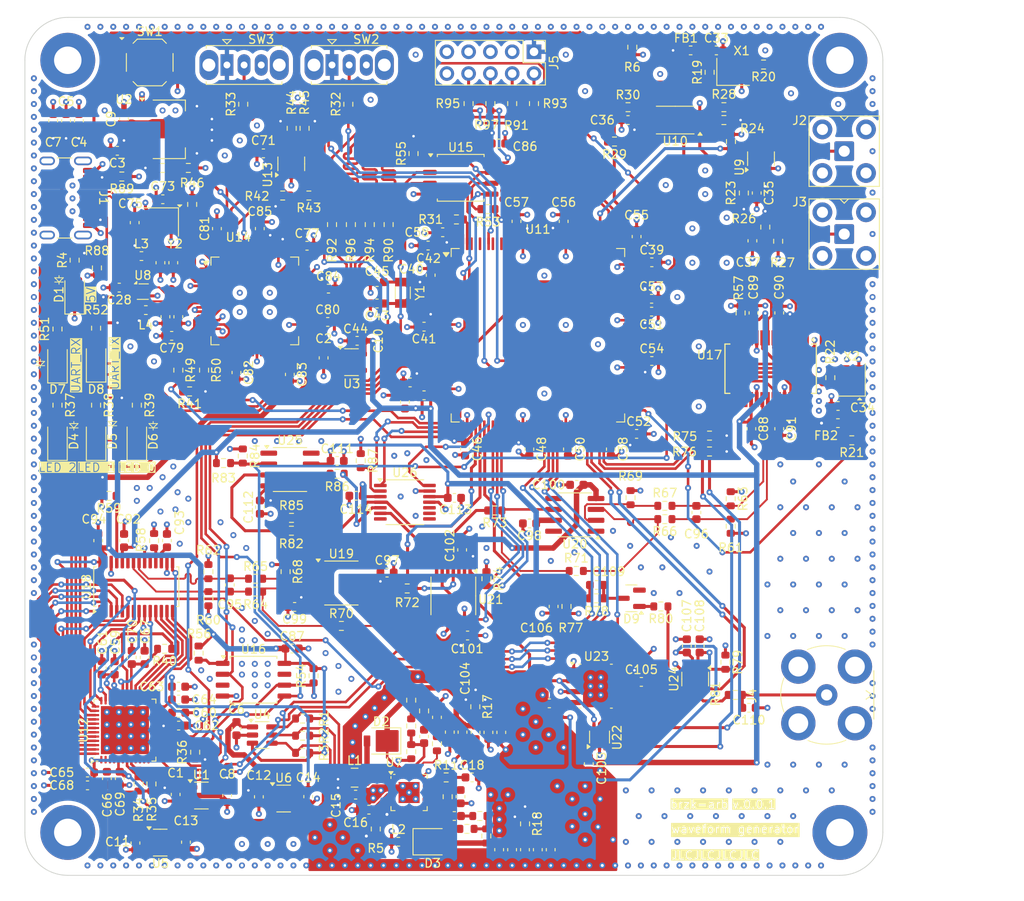
<source format=kicad_pcb>
(kicad_pcb (version 20240108) (generator "pcbnew") (generator_version "8.0")
  (layers (0 "F.Cu" signal) (1 "In1.Cu" signal) (2 "In2.Cu" signal) (31 "B.Cu" signal) (34 "B.Paste" user) (35 "F.Paste" user) (36 "B.SilkS" user "B.Silkscreen") (37 "F.SilkS" user "F.Silkscreen") (38 "B.Mask" user) (39 "F.Mask" user) (44 "Edge.Cuts" user))
  (net 0 "")
  (net 1 "GND")
  (net 2 "5P0V")
  (net 3 "3P3V_D_FPGA")
  (net 4 "3P3V_D")
  (net 5 "3P3V_A")
  (net 6 "1P2V_D")
  (net 7 "2P5V_D")
  (net 8 "Net-(U7-ENN)")
  (net 9 "Net-(C17-Pad1)")
  (net 10 "Net-(C18-Pad1)")
  (net 11 "Net-(C19-Pad1)")
  (net 12 "Net-(U7-FBP)")
  (net 13 "Net-(U7-VREF)")
  (net 14 "Net-(C21-Pad2)")
  (net 15 "Net-(U7-FBN)")
  (net 16 "Net-(D2-K)")
  (net 17 "Net-(D3-A)")
  (net 18 "Net-(X1-Vdd)")
  (net 19 "Net-(X2-Vdd)")
  (net 20 "CLK_10MHZ_DIST_EXT_3P3")
  (net 21 "Net-(U12D-VCCPLL)")
  (net 22 "Net-(U14-VPHY)")
  (net 23 "Net-(U14-OSCI)")
  (net 24 "Net-(U14-OSCO)")
  (net 25 "1P8V_D")
  (net 26 "Net-(U18-REFIO)")
  (net 27 "ANALOG_FPGA-DAC_OUT_N")
  (net 28 "ANALOG_FPGA-DAC_OUT_P")
  (net 29 "ANALOG_DDS_OUT_P")
  (net 30 "ANALOG_DDS_OUT_N")
  (net 31 "15P0V_A")
  (net 32 "N15P0V_A")
  (net 33 "ANALOG_CAL-ADC_AMUX2_MCU")
  (net 34 "Net-(D9-K)")
  (net 35 "ANALOG_STAGE-2_AMUX2_EXT")
  (net 36 "Net-(D1-A)")
  (net 37 "Net-(D2-A)")
  (net 38 "Net-(D3-K)")
  (net 39 "GPIO_LED0_FPGA_LED_OD")
  (net 40 "Net-(D4-A)")
  (net 41 "Net-(D5-A)")
  (net 42 "GPIO_LED1_FPGA_LED_OD")
  (net 43 "Net-(D6-A)")
  (net 44 "GPIO_LED2_FPGA_LED_OD")
  (net 45 "Net-(D7-A)")
  (net 46 "GPIO_UART_RXLED_FTDI_L")
  (net 47 "GPIO_UART_TXLED_FTDI_L")
  (net 48 "Net-(D8-A)")
  (net 50 "Net-(D9-A)")
  (net 51 "C_GND")
  (net 52 "USB_DATA_CONN_FTDI_N")
  (net 53 "USB_DATA_CONN_FTDI_P")
  (net 54 "Net-(J1-CC1)")
  (net 57 "Net-(J1-CC2)")
  (net 58 "CLK_10MHZ_EXT_SW_3P3")
  (net 59 "JTAG_CON_TCK_3P3")
  (net 60 "JTAG_CON_TMS_3P3")
  (net 62 "JTAG_CON_TDO_3P3")
  (net 63 "JTAG_CON_TDI_3P3")
  (net 64 "GPIO_1P2-EN_SEQ_REG_3P3")
  (net 65 "GPIO_3P3-EN_SEQ_REG_3P3")
  (net 66 "GPIO_2P5-EN_SEQ_REG_3P3")
  (net 67 "Net-(U7-CP)")
  (net 68 "Net-(R12-Pad1)")
  (net 69 "Net-(U7-CN)")
  (net 70 "Net-(R14-Pad2)")
  (net 71 "Net-(X1-EN)")
  (net 72 "Net-(X1-OUT)")
  (net 73 "Net-(U9-SA)")
  (net 74 "GPIO_100M-EN_MCU_100M-OSC_3P3")
  (net 75 "CLK_100MHZ_DDS_3P3")
  (net 76 "Net-(X2-OUT)")
  (net 77 "Net-(U9-EN)")
  (net 78 "GPIO_SW-SEL_MCU_CLKMUX_3P3")
  (net 79 "Net-(U10-1G)")
  (net 80 "CLK_10MHZ_DIST_MCU_3P3")
  (net 81 "Net-(U10-Y0)")
  (net 82 "Net-(U10-Y1)")
  (net 83 "CLK_10MHZ_DIST_FPGA_3P3")
  (net 84 "Net-(U10-Y2)")
  (net 85 "Net-(SW2-COM)")
  (net 86 "GPIO_BOOT0_SW_MCU_3P3_L")
  (net 87 "Net-(SW3-COM)")
  (net 88 "GPIO_BOOT1_SW_MCU_3P3_L")
  (net 89 "GPIO_CFG_DONE_FPGA_MCU_3P3")
  (net 90 "GPIO_FPGARST_MCU_FPGA_3P3_L")
  (net 91 "SPI_CS_MCU_FPGA_3P3_L")
  (net 92 "Net-(U14-~{RESET})")
  (net 93 "Net-(U13-DO)")
  (net 94 "Net-(U13-DI)")
  (net 95 "Net-(U13-CS)")
  (net 96 "Net-(U13-CLK)")
  (net 97 "Net-(U14-REF)")
  (net 98 "Net-(U14-BCBUS7)")
  (net 99 "Net-(U14-ADBUS0)")
  (net 100 "UART_FTDITX_MCURX_3P3")
  (net 101 "UART_MCUTX_FTDIRX_3P3")
  (net 102 "Net-(U14-ADBUS1)")
  (net 103 "SPI_SCLK_MCU_FPGA_3P3")
  (net 104 "QSPI_NCS_MCU_FLASH_3P3")
  (net 105 "SPI_CS_MCU_FLASH_3P3_L")
  (net 106 "Net-(U17-RSET)")
  (net 107 "Net-(U18-FS_ADJ)")
  (net 108 "Net-(U18-MODE)")
  (net 109 "Net-(U19-+)")
  (net 110 "Net-(U19--)")
  (net 111 "Net-(R70-Pad2)")
  (net 112 "Net-(R71-Pad2)")
  (net 113 "ANALOG_FPGA-DAC_AMP1_AMUX1")
  (net 114 "ANALOG_DDS_AMP2_AMUX1")
  (net 115 "GPIO_EN_MCU_AMUX1_3P3")
  (net 116 "I2C_SDA_MCU_POT_3P3")
  (net 117 "I2C_SCL_MCU_POT_3P3")
  (net 118 "GPIO_EN_MCU_AMUX2_3P3")
  (net 119 "Net-(U24-SB)")
  (net 120 "Net-(U24-SA)")
  (net 121 "Net-(U25-+)")
  (net 122 "ANALOG_DAC2_MCU_AMUX3")
  (net 123 "Net-(U25--)")
  (net 124 "Net-(R85-Pad2)")
  (net 125 "Net-(U26-S2)")
  (net 126 "GPIO_EN_MCU_AMUX3_3P3")
  (net 127 "JTAG_FTDI_TCK_3P3")
  (net 128 "JTAG_MCU_TCK_3P3")
  (net 129 "JTAG_MCU_TMS_3P3")
  (net 130 "JTAG_FTDI_TMS_3P3")
  (net 131 "JTAG_FTDI_TDI_3P3")
  (net 132 "JTAG_MCU_TDI_3P3")
  (net 133 "JTAG_FTDI_TDO_3P3")
  (net 134 "JTAG_MCU_TDO_3P3")
  (net 143 "Net-(U10-CLKIN)")
  (net 146 "QSPI_IO0_MCU_FLASH_3P3")
  (net 147 "QSPI_IO3_MCU_FLASH_3P3")
  (net 148 "GPIO_D0_MCU_DDS_3P3")
  (net 149 "SPI_MOSI_MCU_FPGA_3P3")
  (net 151 "GPIO_AMP-PD_MCU_AMP2_3P3")
  (net 153 "GPIO_D7_MCU_DDS_3P3")
  (net 155 "GPIO_W-CLK_MCU_DDS_3P3")
  (net 157 "GPIO_D6_MCU_DDS_3P3")
  (net 159 "GPIO_D2_MCU_DDS_3P3")
  (net 163 "GPIO_D1_MCU_DDS_3P3")
  (net 165 "GPIO_D4_MCU_DDS_3P3")
  (net 168 "QSPI_IO2_MCU_FLASH_3P3")
  (net 169 "GPIO_CLK_EN_MCU_FPGA_3P3")
  (net 170 "GPIO_SEL0_MCU_AMUX3_3P3")
  (net 172 "GPIO_D3_MCU_DDS_3P3")
  (net 175 "GPIO_D5_MCU_DDS_3P3")
  (net 179 "SPI_MISO_FPGA_MCU_3P3")
  (net 180 "GPIO_SEL_MCU_AMUX2_3P3")
  (net 181 "GPIO_RST_MCU_DDS_3P3")
  (net 184 "GPIO_FQ-UD_MCU_DDS_3P3")
  (net 185 "GPIO_SEL1_MCU_AMUX3_3P3")
  (net 189 "QSPI_IO1_MCU_FLASH_3P3")
  (net 191 "GPIO_RST_MCU_3P3_L")
  (net 192 "GPIO_SEL0_MCU_AMUX1_3P3")
  (net 197 "GPIO_SEL1_MCU_AMUX1_3P3")
  (net 206 "ANALOG_DAC1_MCU_AMUX1")
  (net 207 "GPIO_DACB9_FPGA_DAC_3P3")
  (net 210 "GPIO_DACB12_FPGA_DAC_3P3")
  (net 211 "GPIO_DACB3_FPGA_DAC_3P3")
  (net 212 "GPIO_DACB10_FPGA_DAC_3P3")
  (net 213 "GPIO_DACB6_FPGA_DAC_3P3")
  (net 214 "GPIO_DACB2_FPGA_DAC_3P3")
  (net 215 "GPIO_DACB5_FPGA_DAC_3P3")
  (net 216 "GPIO_DACB13_FPGA_DAC_3P3")
  (net 218 "GPIO_DACB0_FPGA_DAC_3P3")
  (net 220 "GPIO_DACB1_FPGA_DAC_3P3")
  (net 221 "GPIO_DACB7_FPGA_DAC_3P3")
  (net 222 "GPIO_DACB11_FPGA_DAC_3P3")
  (net 223 "GPIO_DACSLEEP_FPGA_DAC_3P3")
  (net 226 "GPIO_DACB8_FPGA_DAC_3P3")
  (net 228 "GPIO_DACCLK_FPGA_DAC_3P3")
  (net 229 "GPIO_DACB4_FPGA_DAC_3P3")
  (net 271 "ANALOG_DC-OFFSET_AMUX3_AMP3")
  (net 272 "Net-(U22-W)")
  (net 284 "Net-(U14-VPLL)")
  (net 285 "Net-(U20-+)")
  (net 286 "Net-(U20--)")
  (net 307 "Net-(U11-PDR_ON)")
  (net 308 "Net-(U11-PC14)")
  (net 309 "Net-(U11-PC15)")
  (net 310 "Net-(U11-VCAP_2)")
  (net 311 "Net-(U11-VCAP_1)")
  (footprint "Package_TO_SOT_SMD:Texas_R-PDSO-G6" (layer "F.Cu") (at 167.68 126.835 90)
    (property "Reference" "U22")
    (property "Value" "TPL0401B-10")
  )
  (footprint "Resistor_SMD:R_0603_1608Metric" (layer "F.Cu") (at 122.09 107.555 -90)
    (property "Reference" "R62")
    (property "Value" "24.9")
  )
  (footprint "Capacitor_SMD:C_0603_1608Metric" (layer "F.Cu") (at 131.585 84.57 -90)
    (property "Reference" "C83")
    (property "Value" "100n")
  )
  (footprint "Capacitor_SMD:C_0603_1608Metric" (layer "F.Cu") (at 173.775 83)
    (property "Reference" "C54")
    (property "Value" "100n")
  )
  (footprint "Capacitor_SMD:C_0603_1608Metric" (layer "F.Cu") (at 185.375 90.9 -90)
    (property "Reference" "C88")
    (property "Value" "100n")
  )
  (footprint "Capacitor_SMD:C_0603_1608Metric" (layer "F.Cu") (at 111.475 58.5 180)
    (property "Reference" "C3")
    (property "Value" "1u")
  )
  (footprint "Resistor_SMD:R_0603_1608Metric" (layer "F.Cu") (at 109.1 72.15 90)
    (property "Reference" "R88")
    (property "Value" "5.1k")
  )
  (footprint "Capacitor_SMD:C_0603_1608Metric" (layer "F.Cu") (at 179.355 116.21 90)
    (property "Reference" "C108")
    (property "Value" "100n")
  )
  (footprint "Connector_PinHeader_2.54mm:PinHeader_2x05_P2.54mm_Vertical" (layer "F.Cu") (at 160.04 46.96 -90)
    (property "Reference" "J5")
    (property "Value" "PH-00244")
  )
  (footprint "Resistor_SMD:R_0603_1608Metric" (layer "F.Cu") (at 149.98 133.7875 -90)
    (property "Reference" "R13" (hide yes))
    (property "Value" "104k")
  )
  (footprint "Capacitor_SMD:C_0603_1608Metric" (layer "F.Cu") (at 116.5 71.55 -90)
    (property "Reference" "C72" (hide yes))
    (property "Value" "4.7u")
  )
  (footprint "Capacitor_SMD:C_0603_1608Metric" (layer "F.Cu") (at 108 132.465 180)
    (property "Reference" "C68")
    (property "Value" "4.7u")
  )
  (footprint "Resistor_SMD:R_0603_1608Metric" (layer "F.Cu") (at 187 67.395 90)
    (property "Reference" "R26")
    (property "Value" "100")
  )
  (footprint "Resistor_SMD:R_0603_1608Metric" (layer "F.Cu") (at 163.83 111.61 -90)
    (property "Reference" "R77")
    (property "Value" "0")
  )
  (footprint "Resistor_SMD:R_0603_1608Metric" (layer "F.Cu") (at 145.265 109.515)
    (property "Reference" "R72")
    (property "Value" "0")
  )
  (footprint "Resistor_SMD:R_0603_1608Metric" (layer "F.Cu") (at 160.04 53 90)
    (property "Reference" "R93")
    (property "Value" "0")
  )
  (footprint "Resistor_SMD:R_0603_1608Metric" (layer "F.Cu") (at 109 88.15 -90)
    (property "Reference" "R38")
    (property "Value" "220")
  )
  (footprint "Capacitor_SMD:C_0603_1608Metric" (layer "F.Cu") (at 165.025 97.435 180)
    (property "Reference" "C100")
    (property "Value" "100n")
  )
  (footprint "Resistor_SMD:R_0603_1608Metric" (layer "F.Cu") (at 182.175 54.92)
    (property "Reference" "R25" (hide yes))
    (property "Value" "10k")
  )
  (footprint "Capacitor_SMD:C_0603_1608Metric" (layer "F.Cu") (at 117.81 80.07 180)
    (property "Reference" "C79")
    (property "Value" "100n")
  )
  (footprint "BRZK_INDUCTOR:L_SMD_L2.5_W2.0_Metric" (layer "F.Cu") (at 139.13 131.57)
    (property "Reference" "L1")
    (property "Value" "4.7u")
  )
  (footprint "Capacitor_SMD:C_0603_1608Metric" (layer "F.Cu") (at 118.61 122.465)
    (property "Reference" "C64")
    (property "Value" "100n")
  )
  (footprint "Resistor_SMD:R_0603_1608Metric" (layer "F.Cu") (at 115.45 132.3 -90)
    (property "Reference" "R35")
    (property "Value" "10k")
  )
  (footprint "Resistor_SMD:R_0603_1608Metric" (layer "F.Cu") (at 145.73 128.5375 -90)
    (property "Reference" "R10" (hide yes))
    (property "Value" "84.5k")
  )
  (footprint "Capacitor_SMD:C_0603_1608Metric" (layer "F.Cu") (at 113.5875 139.1875 -90)
    (property "Reference" "C11")
    (property "Value" "1u")
  )
  (footprint "Capacitor_SMD:C_0603_1608Metric" (layer "F.Cu") (at 157.4875 139.9625 -90)
    (property "Reference" "C25" (hide yes))
    (property "Value" "4.7u")
  )
  (footprint "Resistor_SMD:R_0603_1608Metric" (layer "F.Cu") (at 154.675 65.3)
    (property "Reference" "R53")
    (property "Value" "10k")
  )
  (footprint "Capacitor_SMD:C_0603_1608Metric" (layer "F.Cu") (at 118.275 133.525 -90)
    (property "Reference" "C1")
    (property "Value" "1u")
  )
  (footprint "Capacitor_SMD:C_0603_1608Metric" (layer "F.Cu") (at 159.5 93.275 -90)
    (property "Reference" "C48")
    (property "Value" "100n")
  )
  (footprint "Resistor_SMD:R_0603_1608Metric" (layer "F.Cu") (at 169.425 57.42)
    (property "Reference" "R29")
    (property "Value" "24.9")
  )
  (footprint "Resistor_SMD:R_0603_1608Metric" (layer "F.Cu") (at 122.09 110.705 90)
    (property "Reference" "R60")
    (property "Value" "24.9")
  )
  (footprint "Capacitor_SMD:C_0603_1608Metric" (layer "F.Cu") (at 118 71.55 -90)
    (property "Reference" "C76" (hide yes))
    (property "Value" "100n")
  )
  (footprint "BRZK_DIODE:D_SMP_DO-216AA" (layer "F.Cu") (at 148.23 139.0375)
    (property "Reference" "D3")
    (property "Value" "MBRM120ET1G")
  )
  (footprint "Resistor_SMD:R_0603_1608Metric" (layer "F.Cu") (at 154.5 108.375 -90)
    (property "Reference" "R74")
    (property "Value" "10k")
  )
  (footprint "Package_SO:SOIC-8_3.9x4.9mm_P1.27mm" (layer "F.Cu") (at 137.59 108.88)
    (property "Reference" "U19")
    (property "Value" "LM6171")
  )
  (footprint "Capacitor_SMD:C_0603_1608Metric" (layer "F.Cu") (at 124.59 109.105 90)
    (property "Reference" "C95")
    (property "Value" "5p")
  )
  (footprint "BRZK_DIODE:D_SMP_DO-216AA" (layer "F.Cu") (at 142.23 127.2875 180)
    (property "Reference" "D2")
    (property "Value" "MBRM120ET1G")
  )
  (footprint "Connector_USB:USB_C_Receptacle_GCT_USB4105-xx-A_16P_TopMnt_Horizontal" (layer "F.Cu") (at 104.375 64 -90)
    (property "Reference" "J1")
    (property "Value" "TYPE-C-31-M-12")
  )
  (footprint "Resistor_SMD:R_0603_1608Metric" (layer "F.Cu") (at 120.2 64.75 90)
    (property "Reference" "R46")
    (property "Value" "12k")
  )
  (footprint "Resistor_SMD:R_0603_1608Metric" (layer "F.Cu") (at 188.5 69.045 90)
    (property "Reference" "R27")
    (property "Value" "100")
  )
  (footprint "Resistor_SMD:R_0603_1608Metric" (layer "F.Cu") (at 171.295 98.935 -90)
    (property "Reference" "R69")
    (property "Value" "1k")
  )
  (footprint "Capacitor_SMD:C_0603_1608Metric" (layer "F.Cu") (at 118.625 124)
    (property "Reference" "C60")
    (property "Value" "100n")
  )
  (footprint "Package_TO_SOT_SMD:SOT-23-6" (layer "F.Cu") (at 128.3625 126.6)
    (property "Reference" "U4")
    (property "Value" "LM3880MF-1AA")
  )
  (footprint "Capacitor_SMD:C_0603_1608Metric" (layer "F.Cu") (at 155.9 57.65)
    (property "Reference" "C86")
    (property "Value" "100n")
  )
  (footprint "Package_SO:SOIC-8_5.23x5.23mm_P1.27mm" (layer "F.Cu") (at 127.35 120.15)
    (property "Reference" "U16")
    (property "Value" "W25Q128JVSIQ")
  )
  (footprint "Resistor_SMD:R_0603_1608Metric" (layer "F.Cu") (at 182.97 99.06 -90)
    (property "Reference" "R63")
    (property "Value" "24.9")
  )
  (footprint "Capacitor_SMD:C_0603_1608Metric" (layer "F.Cu") (at 173.75 77.25)
    (property "Reference" "C51")
    (property "Value" "100n")
  )
  (footprint "Capacitor_SMD:C_0603_1608Metric" (layer "F.Cu") (at 119.475 139.0875 -90)
    (property "Reference" "C13")
    (property "Value" "2.2u")
  )
  (footprint "Capacitor_SMD:C_0603_1608Metric" (layer "F.Cu") (at 147.23 126.7625 -90)
    (property "Reference" "C19" (hide yes))
    (property "Value" "6.8p")
  )
  (footprint "Inductor_SMD:L_0603_1608Metric" (layer "F.Cu") (at 195.4675 90.245)
    (property "Reference" "FB2")
    (property "Value" "30@100MHz")
  )
  (footprint "Capacitor_SMD:C_0603_1608Metric" (layer "F.Cu") (at 112.26 103.9375 90)
    (property "Reference" "C92")
    (property "Value" "100n")
  )
  (footprint "Capacitor_SMD:C_0603_1608Metric" (layer "F.Cu") (at 127.975 133.8 -90)
    (property "Reference" "C12")
    (property "Value" "1u")
  )
  (footprint "Resistor_SMD:R_0603_1608Metric" (layer "F.Cu") (at 133.075 128.675)
    (property "Reference" "R3")
    (property "Value" "10k")
  )
  (footprint "Inductor_SMD:L_0603_1608Metric" (layer "F.Cu") (at 144.23 139.0375)
    (property "Reference" "L2")
    (property "Value" "4.7u")
  )
  (footprint "Capacitor_SMD:C_0603_1608Metric" (layer "F.Cu") (at 109.66 118.7775 90)
    (property "Reference" "C61")
    (property "Value" "4.7u")
  )
  (footprint "Inductor_SMD:L_0603_1608Metric" (layer "F.Cu") (at 114.2875 70.775)
    (property "Reference" "L3")
    (property "Value" "10u")
  )
  (footprint "Resistor_SMD:R_0603_1608Metric" (layer "F.Cu") (at 175.295 99.885 180)
    (property "Reference" "R67")
    (property "Value" "226")
  )
  (footprint "Oscillator:Oscillator_SMD_Abracon_ASE-4Pin_3.2x2.5mm" (layer "F.Cu") (at 183.25 49.3)
    (property "Reference" "X1")
    (property "Value" "ASE-10.000MHz")
  )
  (footprint "Crystal:Crystal_SMD_3215-2Pin_3.2x1.5mm" (layer "F.Cu") (at 144.75 75.05 -90)
    (property "Reference" "Y1")
    (property "Value" "32.768k")
  )
  (footprint "Capacitor_SMD:C_0603_1608Metric" (layer "F.Cu") (at 167.33 109.11)
    (property "Reference" "C109")
    (property "Value" "5p")
  )
  (footprint "Resistor_SMD:R_0603_1608Metric" (layer "F.Cu") (at 134.35 119.69 90)
    (property "Reference" "R54")
    (property "Value" "10k")
  )
  (footprint "LED_SMD:LED_1206_3216Metric" (layer "F.Cu") (at 104.5 83.275 90)
    (property "Reference" "D7")
    (property "Value" "LED")
  )
  (footprint "Capacitor_SMD:C_0603_1608Metric" (layer "F.Cu") (at 160.4875 139.9625 -90)
    (property "Reference" "C30" (hide yes))
    (property "Value" "4.7u")
  )
  (footprint "Capacitor_SMD:C_0603_1608Metric" (layer "F.Cu") (at 108 130.965 180)
    (property "Reference" "C65")
    (property "Value" "100n")
  )
  (footprint "Resistor_SMD:R_0603_1608Metric" (layer "F.Cu") (at 180.5 91.7)
    (property "Reference" "R75")
    (property "Value" "4.7k")
  )
  (footprint "Resistor_SMD:R_0603_1608Metric" (layer "F.Cu") (at 145.73 122.5375 -90)
    (property "Reference" "R8" (hide yes))
    (property "Value" "0")
  )
  (footprint "Resistor_SMD:R_0603_1608Metric" (layer "F.Cu") (at 112 61.5 180)
    (property "Reference" "R89")
    (property "Value" "5.1k")
  )
  (footprint "BRZK_CONN_COAX:SMA_TH_Horizontal_KH-SMA-K513-G" (layer "F.Cu") (at 196.2 68.21 -90)
    (property "Reference" "J3")
    (property "Value" "SMA")
    (fp_line (start 4.3 -4.5) (end -4.3 -4.5) (stroke (width 0.1)) (layer "Edge.Cuts"))
  )
  (footprint "Capacitor_SMD:C_0603_1608Metric" (layer "F.Cu") (at 131.85 116.515)
    (property "Reference" "C87")
    (property "Value" "100n")
  )
  (footprint "Package_TO_SOT_SMD:SOT-23-8" (layer "F.Cu") (at 186.5 59.42 90)
    (property "Reference" "U9")
    (property "Value" "ADG1219BRJZ")
  )
  (footprint "Resistor_SMD:R_0603_1608Metric" (layer "F.Cu") (at 154.48 138.3625 -90)
    (property "Reference" "R16" (hide yes))
    (property "Value" "0")
  )
  (footprint "Resistor_SMD:R_0603_1608Metric" (layer "F.Cu") (at 116.75 60.5)
    (property "Reference" "R47" (hide yes))
    (property "Value" "4.7k")
  )
  (footprint "Capacitor_SMD:C_0603_1608Metric" (layer "F.Cu") (at 107 55 90)
    (property "Reference" "C4")
    (property "Value" "10u")
  )
  (footprint "Capacitor_SMD:C_0603_1608Metric" (layer "F.Cu") (at 151.665 105.0175 90)
    (property "Reference" "C102")
    (property "Value" "100n")
  )
  (footprint "Resistor_SMD:R_0603_1608Metric" (layer "F.Cu") (at 136.5 67.1 -90)
    (property "Reference" "R92")
    (property "Value" "0")
  )
  (footprint "Resistor_SMD:R_0603_1608Metric" (layer "F.Cu") (at 183 57.42 -90)
    (property "Reference" "R24")
    (property "Value" "10k")
  )
  (footprint "Resistor_SMD:R_0603_1608Metric" (layer "F.Cu") (at 149.805 131.5375)
    (property "Reference" "R11")
    (property "Value" "0")
  )
  (footprint "Package_TO_SOT_SMD:SOT-553" (layer "F.Cu") (at 114.445 74.915)
    (property "Reference" "U8")
    (property "Value" "TPD2E001DRL")
  )
  (footprint "Capacitor_SMD:C_0603_1608Metric" (layer "F.Cu") (at 161.9875 139.9625 -90)
    (property "Reference" "C32" (hide yes))
    (property "Value" "100n")
  )
  (footprint "Resistor_SMD:R_0603_1608Metric" (layer "F.Cu") (at 133.075 124.675)
    (property "Reference" "R1")
    (property "Value" "10k")
  )
  (footprint "Package_QFP:LQFP-64_10x10mm_P0.5mm" (layer "F.Cu") (at 127.5 76)
    (property "Reference" "U14")
    (property "Value" "FT2232HL")
  )
  (footprint "Capacitor_SMD:C_0603_1608Metric" (layer "F.Cu") (at 123.085 67.57 90)
    (property "Reference" "C81")
    (property "Value" "100n")
  )
  (footprint "Capacitor_SMD:C_0603_1608Metric" (layer "F.Cu") (at 151.71 126.2625 -90)
    (property "Reference" "C31" (hide yes))
    (property "Value" "100n")
  )
  (footprint "Capacitor_SMD:C_0603_1608Metric" (layer "F.Cu") (at 124.275 133.65 -90)
    (property "Reference" "C8")
    (property "Value" "2.2u")
  )
  (footprint "Resistor_SMD:R_0603_1608Metric" (layer "F.Cu") (at 109 79.175 -90)
    (property "Reference" "R52")
    (property "Value" "220")
  )
  (footprint "Capacitor_SMD:C_0603_1608Metric" (layer "F.Cu") (at 151.48 133.7825 -90)
    (property "Reference" "C20" (hide yes))
    (property "Value" "220n")
  )
  (footprint "MountingHole:MountingHole_3.2mm_M3_Pad" (layer "F.Cu") (at 195.7 47.95)
    (property "Reference" "H2" (hide yes))
    (property "Value" "MOUNTING HOLE")
  )
  (footprint "Resistor_SMD:R_0603_1608Metric" (layer "F.Cu") (at 123.85 94.9)
    (property "Reference" "R83")
    (property "Value" "499")
  )
  (footprint "Capacitor_SMD:C_0603_1608Metric" (layer "F.Cu") (at 133.725 133.775 -90)
    (property "Reference" "C14")
    (property "Value" "2.2u")
  )
  (footprint "Resistor_SMD:R_0603_1608Metric" (layer "F.Cu") (at 175.295 101.435 180)
    (property "Reference" "R66")
    (property "Value" "226")
  )
  (footprint "Resistor_SMD:R_0603_1608Metric" (layer "F.Cu") (at 104.5 79.275 -90)
    (property "Reference" "R51")
    (property "Value" "220")
  )
  (footprint "Resistor_SMD:R_0603_1608Metric" (layer "F.Cu") (at 164.97 107.475 180)
    (property "Reference" "R71")
    (property "Value" "1k")
  )
  (footprint "Capacitor_SMD:C_0603_1608Metric" (layer "F.Cu") (at 173.75 75.75)
    (property "Reference" "C53")
    (property "Value" "1u")
  )
  (footprint "Capacitor_SMD:C_0603_1608Metric" (layer "F.Cu") (at 188.625 90.9 -90)
    (property "Reference" "C91")
    (property "Value" "100n")
  )
  (footprint "Resistor_SMD:R_0603_1608Metric" (layer "F.Cu") (at 138.4 53.075 90)
    (property "Reference" "R32")
    (property "Value" "10k")
  )
  (footprint "Package_TO_SOT_SMD:SOT-23-5" (layer "F.Cu") (at 130.8625 134)
    (property "Reference" "U6")
    (property "Value" "TLV70325DBV")
  )
  (footprint "Capacitor_SMD:C_0603_1608Metric" (layer "F.Cu") (at 163.5 66.725 90)
    (property "Reference" "C56")
    (property "Value" "100n")
  )
  (footprint "Resistor_SMD:R_0603_1608Metric" (layer "F.Cu") (at 137.1 96.15)
    (property "Reference" "R86")
    (property "Value" "0")
  )
  (footprint "Resistor_SMD:R_0603_1608Metric" (layer "F.Cu") (at 116.985 116.5525 180)
    (property "Reference" "R40")
    (property "Value" "100")
  )
  (footprint "Capacitor_SMD:C_0603_1608Metric" (layer "F.Cu") (at 155.98 139.9625 -90)
    (property "Reference" "C23" (hide yes))
    (property "Value" "4.7u")
  )
  (footprint "Capacitor_SMD:C_0603_1608Metric" (layer "F.Cu") (at 141.75 73.8 180)
    (property "Reference" "C45")
    (property "Value" "15p")
  )
  (footprint "Capacitor_SMD:C_0603_1608Metric" (layer "F.Cu") (at 169 93.275 -90)
    (property "Reference" "C38")
    (property "Value" "2.2u")
  )
  (footprint "LED_SMD:LED_1206_3216Metric" (layer "F.Cu") (at 104.5 92.3 90)
    (property "Reference" "D4")
    (property "Value" "LED")
  )
  (footprint "Capacitor_SMD:C_0603_1608Metric" (layer "F.Cu") (at 117.26 103.9375 90)
    (property "Reference" "C93")
    (property "Value" "100n")
  )
  (footprint "Resistor_SMD:R_0603_1608Metric" (layer "F.Cu") (at 131.8 55.8825 -90)
    (property "Reference" "R44")
    (property "Value" "10k")
  )
  (footprint "Resistor_SMD:R_0603_1608Metric" (layer "F.Cu") (at 130.75 63.7175)
    (property "Reference" "R42")
    (property "Value" "10k")
  )
  (footprint "Capacitor_SMD:C_0603_1608Metric" (layer "F.Cu") (at 147.225 87 180)
    (property "Reference" "C47" (hide yes))
    (property "Value" "100n")
  )
  (footprint "Crystal:Crystal_SMD_3225-4Pin_3.2x2.5mm" (layer "F.Cu") (at 116.6 66.8 180)
    (property "Reference" "Y2")
    (property "Value" "12 MHz")
  )
  (footprint "Capacitor_SMD:C_0603_1608Metric" (layer "F.Cu") (at 116.775 64.15 180)
    (property "Reference" "C73")
    (property "Value" "27p")
  )
  (footprint "Resistor_SMD:R_0603_1608Metric" (layer "F.Cu") (at 152.42 53 90)
    (property "Reference" "R95")
    (property "Value" "0")
  )
  (footprint "Resistor_SMD:R_0603_1608Metric" (layer "F.Cu") (at 133.075 126.675)
    (property "Reference" "R2")
    (property "Value" "10k")
  )
  (footprint "Capacitor_SMD:C_0603_1608Metric" (layer "F.Cu") (at 156.23 126.2875 -90)
    (property "Reference" "C24" (hide yes))
    (property "Value" "4.7u")
  )
  (footprint "BRZK_CONN_COAX:BNC_TH_Horizontal_DOSIN-801-0050" (layer "F.Cu") (at 194.151766 121.923525 -90)
    (property "Reference" "J4")
    (property "Value" "BNC")
  )
  (footprint "Capacitor_SMD:C_0603_1608Metric" (layer "F.Cu") (at 152 93.25 -90)
    (property "Reference" "C46")
    (property "Value" "100n")
  )
  (footprint "Resistor_SMD:R_0603_1608Metric" (layer "F.Cu") (at 194.58 84.945 90)
    (property "Reference" "R22")
    (property "Value" "24.9")
  )
  (footprint "Capacitor_SMD:C_0603_1608Metric" (layer "F.Cu") (at 171 54.92 180)
    (property "Reference" "C36")
    (property "Value" "100n")
  )
  (footprint "Package_DFN_QFN:QFN-48-1EP_7x7mm_P0.5mm_EP5.6x5.6mm" (layer "F.Cu") (at 112.36 126.0275 90)
    (property "Reference" "U12")
    (property "Value" "ICE40UP5K-SG48ITR")
  )
  (footprint "Capacitor_SMD:C_0603_1608Metric" (layer "F.Cu") (at 185.5 68.995 90)
    (property "Reference" "C37")
    (property "Value" "5p")
  )
  (footprint "Resistor_SMD:R_0603_1608Metric" (layer "F.Cu") (at 118.585 84.07 -90)
    (property "Reference" "R49")
    (property "Value" "0")
  )
  (footprint "Capacitor_SMD:C_0603_1608Metric" (layer "F.Cu") (at 172.555 120.405)
    (property "Reference" "C105")
    (property "Value" "100n")
  )
  (footprint "Package_SO:TSSOP-8_4.4x3mm_P0.65mm" (layer "F.Cu") (at 176.5 54.92 180)
    (property "Reference" "U10")
    (property "Value" "LMK1C1103PWR")
  )
  (footprint "Resistor_SMD:R_0603_1608Metric" (layer "F.Cu") (at 143.1 67.1 -90)
    (property "Reference" "R90")
    (property "Value" "0")
  )
  (footprint "Resistor_SMD:R_0603_1608Metric" (layer "F.Cu") (at 182.97 102.26 90)
    (property "Reference" "R61")
    (property "Value" "24.9")
  )
  (footprint "LED_SMD:LED_1206_3216Metric" (layer "F.Cu") (at 113.75 92.3 90)
    (property "Reference" "D6")
    (property "Value" "LED")
  )
  (footprint "Resistor_SMD:R_0603_1608Metric" (layer "F.Cu") (at 146 58.825 90)
    (property "Reference" "R55")
    (property "Value" "10k")
  )
  (footprint "Capacitor_SMD:C_0603_1608Metric" (layer "F.Cu") (at 142.915 107.6675)
    (property "Reference" "C97")
    (property "Value" "100n")
  )
  (footprint "Capacitor_SMD:C_0603_1608Metric" (layer "F.Cu") (at 188.625 77.4 90)
    (property "Reference" "C90")
    (property "Value" "100n")
  )
  (footprint "Capacitor_SMD:C_0603_1608Metric" (layer "F.Cu") (at 172 91.5)
    (property "Reference" "C52")
    (property "Value" "100n")
  )
  (footprint "Capacitor_SMD:C_0603_1608Metric" (layer "F.Cu") (at 111.7 74.45 180)
    (property "Reference" "C28")
    (property "Value" "100n")
  )
  (footprint "Capacitor_SMD:C_0603_1608Metric" (layer "F.Cu") (at 150.23 126.2625 -90)
    (property "Reference" "C22" (hide yes))
    (property "Value" "4.7u")
  )
  (footprint "Capacitor_SMD:C_0603_1608Metric" (layer "F.Cu") (at 118.585 77.845 -90)
    (property "Reference" "C78" (hide yes))
    (property "Value" "100n")
  )
  (footprint "Package_SO:TSSOP-14_4.4x5mm_P0.65mm" (layer "F.Cu") (at 150.64 110.38 -90)
    (property "Reference" "U21")
    (property "Value" "TMUX6104")
  )
  (footprint "Package_SO:SOIC-8_5.23x5.23mm_P1.27mm" (layer "F.Cu") (at 151.5 61.65)
    (property "Reference" "U15")
    (property "Value" "W25Q128JVSIQ")
  )
  (footprint "Package_SO:SSOP-28_5.3x10.2mm_P0.65mm" (layer "F.Cu") (at 187.625 83.9 -90)
    (property "Reference" "U17")
    (property "Value" "AD9850")
  )
  (footprint "Capacitor_SMD:C_0603_1608Metric" (layer "F.Cu") (at 150.7675 98.96)
    (property "Reference" "C113")
    (property "Value" "100n")
  )
  (footprint "Resistor_SMD:R_0603_1608Metric" (layer "F.Cu") (at 145.73 125.5375 -90)
    (property "Reference" "R9" (hide yes))
    (property "Value" "976k")
  )
  (footprint "Resistor_SMD:R_0603_1608Metric" (layer "F.Cu") (at 157.5 53 90)
    (property "Reference" "R91")
    (property "Value" "0")
  )
  (footprint "MountingHole:MountingHole_3.2mm_M3_Pad" (layer "F.Cu") (at 105.7 47.95)
    (property "Reference" "H1" (hide yes))
    (property "Value" "MOUNTING HOLE")
  )
  (footprint "Resistor_SMD:R_0603_1608Metric" (layer "F.Cu") (at 184.5 63.42 -90)
    (property "Reference" "R23")
    (property "Value" "10k")
  )
  (footprint "Capacitor_SMD:C_0603_1608Metric" (layer "F.Cu") (at 177.855 116.21 90)
    (property "Reference" "C107")
    (property "Value" "100n")
  )
  (footprint "Resistor_SMD:R_0603_1608Metric" (layer "F.Cu") (at 171 53.42)
    (property "Reference" "R30")
    (property "Value" "0")
  )
  (footprint "Capacitor_SMD:C_0603_1608Metric" (layer "F.Cu") (at 164 93.275 -90)
    (property "Reference" "C50")
    (property "Value" "100n")
  )
  (footprint "Resistor_SMD:R_0603_1608Metric" (layer "F.Cu") (at 119.75 60.5)
    (property "Reference" "R48" (hide yes))
    (property "Value" "10k")
  )
  (footprint "Package_TO_SOT_SMD:SOT-23-5" (layer "F.Cu") (at 138.77 83.14)
    (property "Reference" "U3")
    (property "Value" "TLV70333DBV")
  )
  (footprint "Capacitor_SMD:C_0603_1608Metric" (layer "F.Cu") (at 166.43 129.96 -90)
    (property "Reference" "C103")
    (property "Value" "100n")
  )
  (footprint "Capacitor_SMD:C_0603_1608Metric" (layer "F.Cu") (at 139.25 133.55)
    (property "Reference" "C15")
    (property "Value" "4.7u")
  )
  (footprint "Capacitor_SMD:C_0603_1608Metric" (layer "F.Cu") (at 148.73 124.5375 90)
    (property "Reference" "C17" (hide yes))
    (property "Value" "10n")
  )
  (footprint "Package_QFP:LQFP-144_20x20mm_P0.5mm" (layer "F.Cu") (at 160.5 80)
    (property "Reference" "U11")
    (property "Value" "STM32F446ZETx")
  )
  (footprint "Resistor_SMD:R_0603_1608Metric" (layer "F.Cu") (at 126.15 53.075 90)
    (property "Reference" "R33")
    (property "Value" "10k")
  )
  (footprint "Resistor_SMD:R_0603_1608Metric" (layer "F.Cu") (at 119.9 86.55 180)
    (property "Reference" "R41")
    (property "Value" "1k")
  )
  (footprint "Capacitor_SMD:C_0603_1608Metric" (layer "F.Cu") (at 109.25 103.9375 90)
    (property "Reference" "C94")
    (property "Value" "100n")
  )
  (footprint "BRZK_SW:SW_TH_Slide_SPDT_Straight_SS-12D02-VG4" (layer "F.Cu") (at 136.5 48.5)
    (property "Reference" "SW2")
    (property "Value" "SS-12D02-VG4")
  )
  (footprint "Capacitor_SMD:C_0603_1608Metric" (layer "F.Cu") (at 125.36 84.345 -90)
    (property "Reference" "C82")
    (property "Value" "100n")
  )
  (footprint "Capacitor_SMD:C_0603_1608Metric" (layer "F.Cu") (at 117.085 77.845 -90)
    (property "Reference" "C74" (hide yes))
    (property "Value" "4.7u")
  )
  (footprint "Capacitor_SMD:C_0603_1608Metric" (layer "F.Cu") (at 132.14 111.6675 180)
    (property "Reference" "C99")
    (property "Value" "100n")
  )
  (footprint "Resistor_SMD:R_0603_1608Metric" (layer "F.Cu") (at 147.23 123.7875 -90)
    (property "Reference" "R12" (hide yes))
    (property "Value" "0")
  )
  (footprint "Capacitor_SMD:C_0603_1608Metric" (layer "F.Cu") (at 148 73 90)
    (property "Reference" "C40")
    (property "Value" "100n")
  )
  (footprint "BRZK_SW:SW_TH_Slide_SPDT_Straight_SS-12D02-VG4" (layer "F.Cu") (at 124.25 48.5)
    (property "Reference" "SW3")
    (property "Value" "SS-12D02-VG4")
  )
  (footprint "Package_SO:TSSOP-14_4.4x5mm_P0.65mm" (layer "F.Cu") (at 144.9925 99.46)
    (property "Reference" "U26")
    (property "Value" "TMUX6104")
  )
  (footprint "Capacitor_SMD:C_0603_1608Metric" (layer "F.Cu") (at 139.2925 98.71 180)
    (property "Reference" "C114")
    (property "Value" "100n")
  )
  (footprint "LED_SMD:LED_1206_3216Metric" (layer "F.Cu") (at 106.5 75.25 90)
    (property "Reference" "D1")
    (property "Value" "LED")
  )
  (footprint "Capacitor_SMD:C_0603_1608Metric" (layer "F.Cu") (at 136 78.45)
    (property "Reference" "C80")
    (property "Value" "100n")
  )
  (footprint "Resistor_SMD:R_0603_1608Metric" (layer "F.Cu") (at 121.585 84.07 -90)
    (property "Reference" "R50")
    (property "Value" "0")
  )
  (footprint "Capacitor_SMD:C_0603_1608Metric" (layer "F.Cu") (at 125.3625 125.85 -90)
    (property "Reference" "C6")
    (property "Value" "100n")
  )
  (footprint "Capacitor_SMD:C_0603_1608Metric" (layer "F.Cu") (at 141.75 76.3 180)
    (property "Reference" "C43")
    (property "Value" "15p")
  )
  (footprint "Capacitor_SMD:C_0603_1608Metric" (layer "F.Cu") (at 152.3 115)
    (property "Reference" "C101")
    (property "Value" "100n")
  )
  (footprint "Capacitor_SMD:C_0603_1608Metric" (layer "F.Cu") (at 111.16 118.7775 90)
    (property "Reference" "C59")
    (property "Value" "100n")
  )
  (footprint "Capacitor_SMD:C_0603_1608Metric" (layer "F.Cu") (at 173.775 71.5)
    (property "Reference" "C39")
    (property "Value" "2.2u")
  )
  (footprint "Resistor_SMD:R_0603_1608Metric" (layer "F.Cu") (at 151 66.5)
    (property "Reference" "R31")
    (property "Value" "10k")
  )
  (footprint "Inductor_SMD:L_0603_1608Metric" (layer "F.Cu") (at 178.3 46.8)
    (property "Reference" "FB1")
    (property "Value" "100@100MHz")
  )
  (footprint "Capacitor_SMD:C_0603_1608Metric" (layer "F.Cu") (at 128.085 67.57 90)
    (property "Reference" "C85")
    (property "Value" "100n")
  )
  (footprint "Capacitor_SMD:C_0603_1608Metric" (layer "F.Cu") (at 136.085 74.57)
    (property "Reference" "C84")
    (property "Value" "100n")
  )
  (footprint "BRZK_SW:SW_SPST_BUTTON_TS-1187A-B-A-B" (layer "F.Cu") (at 115.25 48.2025)
    (property "Reference" "SW1")
    (property "Value" "TS-1187A-B-A-B")
  )
  (footprint "Capacitor_SMD:C_0603_1608Metric" (layer "F.Cu") (at 185.625 77.4 90)
    (property "Reference" "C89")
    (property "Value" "100n")
  )
  (footprint "Package_TO_SOT_SMD:SOT-23-5" (layer "F.Cu") (at 121.275 133.65)
    (property "Reference" "U1")
    (property "Value" "TLV70333DBV")
  )
  (footprint "Resistor_SMD:R_0603_1608Metric" (layer "F.Cu") (at 133.3 55.8825 -90)
    (property "Reference" "R45")
    (property "Value" "10k")
  )
  (footprint "Resistor_SMD:R_0603_1608Metric" (layer "F.Cu") (at 148.73 127.6125 90)
    (property "Reference" "R7" (hide yes))
    (property "Value" "0")
  )
  (footprint "Resistor_SMD:R_0603_1608Metric" (layer "F.Cu") (at 120.95 117.05 90)
    (property "Reference" "R56")
    (property "Value" "10k")
  )
  (footprint "Package_TO_SOT_SMD:SOT-23-8" (layer "F.Cu") (at 178.83 120.0725 -90)
    (property "Reference" "U24")
    (property "Value" "ADG1219BRJZ")
  )
  (footprint "Resistor_SMD:R_0603_1608Metric" (layer "F.Cu") (at 174.83 111.61 180)
    (property "Reference" "R80")
    (property "Value" "0")
  )
  (footprint "Resistor_SMD:R_0603_1608Metric" (layer "F.Cu") (at 155.47 100.425 180)
    (property "Reference" "R73")
    (property "Value" "0")
  )
  (footprint "Capacitor_SMD:C_0603_1608Metric" (layer "F.Cu") (at 150.755 136.0375)
    (property "Reference" "C21" (hide yes))
    (property "Value" "6.8p")
  )
  (footprint "Resistor_SMD:R_0603_1608Metric" (layer "F.Cu") (at 106.5 71.25 90)
    (property "Reference" "R4")
    (property "Value" "499")
  )
  (footprint "Resistor_SMD:R_0603_1608Metric" (layer "F.Cu") (at 137.59 113.88)
    (property "Reference" "R70")
    (property "Value" "499")
  )
  (footprint "Resistor_SMD:R_0603_1608Metric" (layer "F.Cu") (at 182.355 118.11 -90)
    (property "Reference" "R79")
    (property "Value" "10k")
  )
  (footprint "Package_SO:SOIC-8_3.9x4.9mm_P1.27mm" (layer "F.Cu") (at 164.795 100.935 180)
    (property "Reference" "U20")
    (property "Value" "LM6171")
  )
  (footprint "Capacitor_SMD:C_0603_1608Metric" (layer "F.Cu") (at 172 68.5 90)
    (property "Reference" "C55")
    (property "Value" "100n")
  )
  (footprint "Capacitor_SMD:C_0603_1608Metric" (layer "F.Cu") (at 158 66.725 90)
    (property "Reference" "C57")
    (property "Value" "100n")
  )
  (footprint "Resistor_SMD:R_0603_1608Metric" (layer "F.Cu") (at 183.5 121.925 180)
    (property "Reference" "R81")
    (property "Value" "50")
  )
  (footprint "Package_TO_SOT_SMD:SOT-23-5" (layer "F.Cu") (at 116.475 139.1375)
    (property "Reference" "U5")
    (property "Value" "TLV70312DBV")
  )
  (footprint "Package_SO:SOIC-8_3.9x4.9mm_P1.27mm" (layer "F.Cu") (at 131.6 95.65)
    (property "Reference" "U25")
    (property "Value" "LM6171")
  )
  (footprint "Capacitor_SMD:C_0603_1608Metric" (layer "F.Cu") (at 128.5 58.8 180)
    (property "Reference" "C71")
    (property "Value" "100n")
  )
  (footprint "Capacitor_SMD:C_0603_1608Metric" (layer "F.Cu") (at 145.6 85.5 180)
    (property "Reference" "C44")
    (property "Value" "100n")
  )
  (footprint "Capacitor_SMD:C_0603_1608Metric" (layer "F.Cu") (at 111.76 131.6525 -90)
    (property "Reference" "C69")
    (property "Value" "4.7u")
  )
  (footprint "Capacitor_SMD:C_0603_1608Metric" (layer "F.Cu") (at 154.73 126.2875 -90)
    (property "Reference" "C26" (hide yes))
    (property "Value" "4.7u")
  )
  (footprint "Resistor_SMD:R_0603_1608Metric" (layer "F.Cu") (at 139.85 94.62 -90)
    (property "Reference" "R87")
    (property "Value" "10k")
  )
  (footprint "Capacitor_SMD:C_0603_1608Metric" (layer "F.Cu") (at 110.26 131.6525 -90)
    (property "Reference" "C66")
    (property "Value" "100n")
  )
  (footprint "Capacitor_SMD:C_0603_1608Metric" (layer "F.Cu") (at 185.1 123.425 180)
    (property "Reference" "C110")
    (property "Value" "22p")
  )
  (footprint "Resistor_SMD:R_0603_1608Metric" (layer "F.Cu") (at 120.55 128.6 -90)
    (property "Reference" "R36")
    (property "Value" "10k")
  )
  (footprint "Resistor_SMD:R_0603_1608Metric" (layer "F.Cu") (at 186.8 48.45 180)
    (property "Reference" "R20")
    (property "Value" "24.9")
  )
  (footprint "Capacitor_SMD:C_0603_1608Metric" (layer "F.Cu") (at 162.33 111.61 90)
    (property "Reference" "C106")
    (property "Value" "5p")
  )
  (footprint "Resistor_SMD:R_0603_1608Metric" (layer "F.Cu") (at 131.775 101.285)
    (property "Reference" "R85")
    (property "Value" "499")
  )
  (footprint "Capacitor_SMD:C_0603_1608Metric" (layer "F.Cu") (at 113.5 66.875 90)
    (property "Reference" "C75")
    (property "Value" "27p")
  )
  (footprint "Resistor_SMD:R_0603_1608Metric" (layer "F.Cu") (at 104.5 88.15 -90)
    (property "Reference" "R37")
    (property "Value" "220")
  )
  (footprint "BRZK_CONN_COAX:SMA_TH_Horizontal_KH-SMA-K513-G" (layer "F.Cu") (at 196.2 58.55 -90)
    (property "Reference" "J2")
    (property "Value" "SMA")
    (fp_line (start 4.3 -4.5) (end -4.3 -4.5) (stroke (width 0.1)) (layer "Edge.Cuts"))
  )
  (footprint "Oscillator:Oscillator_SMD_Abracon_ASE-4Pin_3.2x2.5mm" (layer "F.Cu") (at 197.08 85.195 90)
    (property "Reference" "X2")
    (property "Value" "ASE-100.000MHz")
  )
  (footprint "Resistor_SMD:R_0603_1608Metric" (layer "F.Cu") (at 152.23 137.5375)
    (property "Reference" "R14" (hide yes))
    (property "Value" "1.30M")
  )
  (footprint "Resistor_SMD:R_0603_1608Metric" (layer "F.Cu") (at 138.7 67.1 -90)
    (property "Reference" "R96")
    (property "Value" "0")
  )
  (footprint "Capacitor_SMD:C_0603_1608Metric" (layer "F.Cu") (at 161.83 122.905 180)
    (property "Reference" "C104")
    (property "Value" "100n")
  )
  (footprint "Resistor_SMD:R_0603_1608Metric" (layer "F.Cu") (at 153.73 136.0375)
    (property "Reference" "R15" (hide yes))
    (property "Value" "0")
  )
  (footprint "Resistor_SMD:R_0603_1608Metric" (layer "F.Cu") (at 126.1 94.075 -90)
    (property "Reference" "R84")
    (property "Value" "499")
  )
  (footprint "Resistor_SMD:R_0603_1608Metric" (layer "F.Cu") (at 159 136.95 -90)
    (property "Reference" "R18")
    (property "Value" "0")
  )
  (footprint "Resistor_SMD:R_0603_1608Metric" (layer "F.Cu") (at 127.59 108.38)
    (property "Reference" "R65")
    (property "Value" "226")
  )
  (footprint "Package_SO:Texas_R-PDSO-G8_EP2.95x4.9mm_Mask2.4x3.1mm" (layer "F.Cu") (at 167.23 120.905)
    (property "Reference" "U23")
    (property "Value" "THS3491")
  )
  (footprint "Resistor_SMD:R_0603_1608Metric" (layer "F.Cu") (at 131.7675 102.785)
    (property "Reference" "R82")
    (property "Value" "499")
  )
  (footprint "Capacitor_SMD:C_0603_1608Metric" (layer "F.Cu") (at 113.16 117.5525 90)
    (property "Reference" "C70")
    (property "Value" "4.7u")
  )
  (footprint "Package_TO_SOT_SMD:SOT-223-3_TabPin2" (layer "F.Cu") (at 117.5 56)
    (property "Reference" "U2")
    (property "Value" "TLV76133DCY")
  )
  (footprint "LED_SMD:LED_1206_3216Metric" (layer "F.Cu") (at 109 92.3 90)
    (property "Reference" "D5")
    (property "Value" "LED")
  )
  (footprint "Resistor_SMD:R_0603_1608Metric" (layer "F.Cu") (at 127.59 109.88)
    (property "Reference" "R64")
    (property "Value" "226")
  )
  (footprint "Capacitor_SMD:C_0603_1608Metric" (layer "F.Cu") (at 128.1 100.035 -90)
    (property "Reference" "C112")
    (property "Value" "100n")
  )
  (footprint "MountingHole:MountingHole_3.2mm_M3_Pad" (layer "F.Cu") (at 105.7 137.95)
    (property "Reference" "H3" (hide yes))
    (property "Value" "MOUNTING HOLE")
  )
  (footprint "Resistor_SMD:R_0603_1608Metric" (layer "F.Cu") (at 171.5 46.425 -90)
    (property "Reference" "R6")
    (property "Value" "1M")
  )
  (footprint "Capacitor_SMD:C_0603_1608Metric" (layer "F.Cu") (at 178.97 100.66 90)
    (property "Reference" "C96")
    (property "Value" "5p")
  )
  (footprint "Capacitor_SMD:C_0603_1608Metric" (layer "F.Cu") (at 112.25 54.8 90)
    (property "Reference" "C9")
    (property "Value" "2.2u")
  )
  (footprint "Capacitor_SMD:C_0603_1608Metric" (layer "F.Cu") (at 181.3 46.8)
    (property "Reference" "C33")
    (property "Value" "100n")
  )
  (footprint "Capacitor_SMD:C_0603_1608Metric" (layer "F.Cu") (at 140.8 135.3 180)
    (property "Reference" "C16")
    (property "Value" "100n")
  )
  (footprint "Capacitor_SMD:C_0603_1608Metric" (layer "F.Cu") (at 159.52 101.935 180)
    (property "Reference" "C98")
    (property "Value" "100n")
  )
  (footprint "Capacitor_SMD:C_0603_1608Metric" (layer "F.Cu") (at 147.225 79 180)
    (property "Reference" "C41")
    (property "Value" "100n")
  )
  (footprint "Resistor_SMD:R_0603_1608Metric" (layer "F.Cu") (at 141.6 137.55 90)
    (property "Reference" "R5")
    (property "Value" "110k")
  )
  (footprint "Capacitor_SMD:C_0603_1608Metric" (layer "F.Cu") (at 147.7 69.55 180)
    (property "Reference" "C42")
    (property "Value" "10u")
  )
  (footprint "Capacitor_SMD:C_0603_1608Metric" (layer "F.Cu") (at 139.425 80.65 180)
    (property "Reference" "C10")
    (property "Value" "2.2u")
  )
  (footprint "Capacitor_SMD:C_0603_1608Metric" (layer "F.Cu") (at 133.585 69.57)
    (property "Reference" "C77")
    (property "Value" "3.3u")
  )
  (footprint "Package_DFN_QFN:VQFN-24-1EP_4x4mm_P0.5mm_EP2.45x2.45mm" (layer "F.Cu") (at 145.48 133.3)
    (property "Reference" "U7")
    (property "Value" "TPS65131RGE")
  )
  (footprint "Resistor_SMD:R_0603_1608Metric" (layer "F.Cu") (at 113.75 88.15 -90)
    (property "Reference" "R39")
    (property "Value" "220")
  )
  (footprint "Resistor_SMD:R_0603_1608Metric" (layer "F.Cu") (at 140.9 67.1 -90)
    (property "Reference" "R94")
    (property "Value" "0")
  )
  (footprint "Inductor_SMD:L_0603_1608Metric" (layer "F.Cu") (at 114.7975 77.07)
    (property "Reference" "L4")
    (property "Value" "10u")
  )
  (footprint "Resistor_SMD:R_0603_1608Metric" (layer "F.Cu") (at 110.5 98.7275 180)
    (property "Reference" "R59")
    (property "Value" "10k")
  )
  (footprint "Capacitor_SMD:C_0603_1608Metric" (layer "F.Cu") (at 195.48 88.245 180)
    (property "Reference" "C34")
    (property "Value" "100n")
  )
  (footprint "Resistor_SMD:R_0603_1608Metric" (layer "F.Cu") (at 180.5 93.55)
    (property "Reference" "R76")
    (property "Value" "4.7k")
  )
  (footprint "Package_TO_SOT_SMD:SOT-23" (layer "F.Cu") (at 171.3925 110.66 180)
    (property "Reference" "D9")
    (property "Value" "BAT54L")
  )
  (footprint "Capacitor_SMD:C_0603_1608Metric" (layer "F.Cu") (at 104 55 90)
    (property "Reference" "C7")
    (property "Value" "1u")
  )
  (footprint "Resistor_SMD:R_0603_1608Metric" (layer "F.Cu") (at 180.5125 49.35 90)
    (property "Reference" "R19")
    (property "Value" "10k")
  )
  (footprint "Resistor_SMD:R_0603_1608Metric" (layer "F.Cu") (at 113.95 132.3 -90)
    (property "Reference" "R34")
    (property "Value" "10k" (hide yes))
  )
  (footprint "Capacitor_SMD:C_0603_1608Metric" (layer "F.Cu") (at 137.1 94.65)
    (property "Reference" "C111")
    (property "Value" "100n")
  )
  (footprint "Capacitor_SMD:C_0603_1608Metric" (layer "F.Cu") (at 158.9875 139.9625 -90)
    (property "Reference" "C27" (hide yes))
    (property "Value" "4.7u")
  )
  (footprint "Capacitor_SMD:C_0603_1608Metric" (layer "F.Cu") (at 114.66 117.5525 90)
    (property "Reference" "C67")
    (property "Value" "100n")
  )
  (footprint "Capacitor_SMD:C_0603_1608Metric" (layer "F.Cu") (at 118.61 120.965)
    (property "Reference" "C63")
    (property "Value" "4.7u")
  )
  (footprint "Capacitor_SMD:C_0603_1608Metric" (layer "F.Cu") (at 145 87.775 90)
    (property "Reference" "C49" (hide yes))
    (property "Value" "1u")
  )
  (footprint "Capacitor_SMD:C_0603_1608Metric" (layer "F.Cu") (at 135.52 82.64 -90)
    (property "Reference" "C2")
    (property "Value" "1u")
  )
  (footprint "Resistor_SMD:R_0603_1608Metric" (layer "F.Cu") (at 182.175 53.42 180)
    (property "Reference" "R28")
    (property "Value" "24.9")
  )
  (footprint "MountingHole:MountingHole_3.2mm_M3_Pad" (layer "F.Cu") (at 195.7 137.95)
    (property "Reference" "H4" (hide yes))
    (property "Value" "MOUNTING HOLE")
  )
  (footprint "Capacitor_SMD:C_0603_1608Metric" (layer "F.Cu") (at 153.23 126.2875 -90)
    (property "Reference" "C29" (hide yes))
    (property "Value" "4.7u")
  )
  (footprint "Resistor_SMD:R_0603_1608Metric" (layer "F.Cu") (at 154.96 53 90)
    (property "Reference" "R97")
    (property "Value" "0")
  )
  (footprint "Resistor_SMD:R_0603_1608Metric" (layer "F.Cu") (at 167.33 110.66 180)
    (property "Reference" "R78")
    (property "Value" "124k")
  )
  (footprint "Capacitor_SMD:C_0603_1608Metric" (layer "F.Cu") (at 152.83 131.5375)
    (property "Reference" "C18")
    (property "Value" "4.7n")
  )
  (footprint "Resistor_SMD:R_0603_1608Metric" (layer "F.Cu") (at 184.125 77.4 90)
    (property "Reference" "R57")
    (property "Value" "3.9k")
  )
  (footprint "Resistor_SMD:R_0603_1608Metric" (layer "F.Cu") (at 115.76 103.9375 90)
    (property "Reference" "R58")
    (property "Value" "2k")
  )
  (footprint "Resistor_SMD:R_0603_1608Metric" (layer "F.Cu") (at 153.2 123.3 -90)
    (property "Reference" "R17")
    (property "Value" "0")
  )
  (footprint "Package_TO_SOT_SMD:SOT-23-6" (layer "F.Cu") (at 131.75 60.02 90)
    (property "Reference" "U13")
    (property "Value" "93LC56BT-I_OT")
  )
  (footprint "Capacitor_SMD:C_0603_1608Metric" (layer "F.Cu") (at 105.5 55 90)
    (property "Reference" "C5")
    (property "Value" "4.7u")
  )
  (footprint "Package_SO:TSSOP-28_4.4x9.7mm_P0.65mm" (layer "F.Cu") (at 113.685 109.3 90)
    (property "Reference" "U18")
    (property "Value" "AD9744")
  )
  (footprint "Resistor_SMD:R_0603_1608Metric" (layer "F.Cu") (at 197.08 92.245 180)
    (property "Reference" "R21")
    (property "Value" "10k")
  )
  (footprint "Resistor_SMD:R_0603_1608Metric" (layer "F.Cu") (at 133.8 63.7175 180)
    (property "Reference" "R43")
    (property "Value" "2.05k")
  )
  (footprint "Capacitor_SMD:C_0603_1608Metric" (layer "F.Cu") (at 118.625 125.5)
    (property "Reference" "C62")
    (property "Value" "4.7u")
  )
  (footprint "LED_SMD:LED_1206_3216Metric" (layer "F.Cu") (at 109 83.175 90)
    (property "Reference" "D8")
    (property "Value" "LED")
  )
  (footprint "Resistor_SMD:R_0603_1608Metric" (layer "F.Cu") (at 131.09 107.555 -90)
    (property "Reference" "R68")
    (property "Value" "499")
  )
  (footprint "Capacitor_SMD:C_0603_1608Metric" (layer "F.Cu") (at 186 63.42 -90)
    (property "Reference" "C35")
    (property "Value" "100n")
  )
  (footprint "Capacitor_SMD:C_0603_1608Metric" (layer "F.Cu") (at 149.4 68 180)
    (property "Reference" "C58")
    (property "Value" "100n")
  )
  (gr_line (start 111.405 90.05) (end 110.905 90.55) (stroke (width 0.1)) (layer "F.SilkS"))
  (gr_line (start 106.905 90.3) (end 106.405 90.8) (stroke (width 0.1)) (layer "F.SilkS"))
  (gr_line (start 103 83.045) (end 102 83.045) (stroke (width 0.1)) (layer "F.SilkS"))
  (gr_line (start 110.905 90.8) (end 110.905 90.55) (stroke (width 0.1)) (layer "F.SilkS"))
  (gr_line (start 115.655 91.05) (end 115.655 90.8) (stroke (width 0.1)) (layer "F.SilkS"))
  (gr_line (start 116.155 90.3) (end 115.155 90.3) (stroke (width 0.1)) (layer "F.SilkS"))
  (gr_line (start 104.68 73.8) (end 104.18 73.3) (stroke (width 0.1)) (layer "F.SilkS"))
  (gr_line (start 105.18 73.3) (end 104.18 73.3) (stroke (width 0.1)) (layer "F.SilkS"))
  (gr_poly (pts (xy 198.25 87.55) (xy 197.75 87.55) (xy 198 87.3)) (stroke (width 0.1)) (fill solid) (layer "F.SilkS"))
  (gr_line (start 106.905 90.3) (end 105.905 90.3) (stroke (width 0.1)) (layer "F.SilkS"))
  (gr_line (start 106.405 91.05) (end 106.405 90.8) (stroke (width 0.1)) (layer "F.SilkS"))
  (gr_line (start 102.5 83.795) (end 102.5 83.545) (stroke (width 0.1)) (layer "F.SilkS"))
  (gr_poly (pts (xy 118.5 64.8) (xy 119 64.8) (xy 118.75 65.05)) (stroke (width 0.1)) (fill solid) (layer "F.SilkS"))
  (gr_line (start 102 83.545) (end 103 83.545) (stroke (width 0.1)) (layer "F.SilkS"))
  (gr_line (start 115.655 90.3) (end 115.655 90.05) (stroke (width 0.1)) (layer "F.SilkS"))
  (gr_line (start 104.18 73.8) (end 105.18 73.8) (stroke (width 0.1)) (layer "F.SilkS"))
  (gr_line (start 111.405 90.05) (end 110.405 90.05) (stroke (width 0.1)) (layer "F.SilkS"))
  (gr_line (start 110.905 90.05) (end 110.905 89.8) (stroke (width 0.1)) (layer "F.SilkS"))
  (gr_line (start 106.405 90.8) (end 105.905 90.3) (stroke (width 0.1)) (layer "F.SilkS"))
  (gr_line (start 110.405 90.55) (end 111.405 90.55) (stroke (width 0.1)) (layer "F.SilkS"))
  (gr_line (start 103 83.045) (end 102.5 83.545) (stroke (width 0.1)) (layer "F.SilkS"))
  (gr_line (start 115.655 90.8) (end 115.155 90.3) (stroke (width 0.1)) (layer "F.SilkS"))
  (gr_line (start 115.155 90.8) (end 116.155 90.8) (stroke (width 0.1)) (layer "F.SilkS"))
  (gr_line (start 102.5 83.045) (end 102.5 82.795) (stroke (width 0.1)) (layer "F.SilkS"))
  (gr_line (start 102.5 83.545) (end 102 83.045) (stroke (width 0.1)) (layer "F.SilkS"))
  (gr_line (start 105.905 90.8) (end 106.905 90.8) (stroke (width 0.1)) (layer "F.SilkS"))
  (gr_line (start 106.405 90.3) (end 106.405 90.05) (stroke (width 0.1)) (layer "F.SilkS"))
  (gr_line (start 105.18 73.3) (end 104.68 73.8) (stroke (width 0.1)) (layer "F.SilkS"))
  (gr_line (start 104.68 73.3) (end 104.68 73.05) (stroke (width 0.1)) (layer "F.SilkS"))
  (gr_line (start 104.68 74.05) (end 104.68 73.8) (stroke (width 0.1)) (layer "F.SilkS"))
  (gr_line (start 110.905 90.55) (end 110.405 90.05) (stroke (width 0.1)) (layer "F.SilkS"))
  (gr_poly (pts (xy 111.75 45.3) (xy 112.25 45.3) (xy 112 45.55)) (stroke (width 0.1)) (fill solid) (layer "F.SilkS"))
  (gr_line (start 116.155 90.3) (end 115.655 90.8) (stroke (width 0.1)) (layer "F.SilkS"))
  (gr_arc (start 100.700041 47.95) (mid 102.163409 44.415581) (end 105.696928 42.950042) (stroke (width 0.1)) (layer "Edge.Cuts"))
  (gr_arc (start 195.7 42.95) (mid 199.235534 44.414466) (end 200.7 47.95) (stroke (width 0.1)) (layer "Edge.Cuts"))
  (gr_line (start 200.7 137.95) (end 200.7 72.51) (stroke (width 0.1)) (layer "Edge.Cuts"))
  (gr_line (start 200.7 62.85) (end 200.7 63.91) (stroke (width 0.1)) (layer "Edge.Cuts"))
  (gr_arc (start 105.7 142.95) (mid 102.164466 141.485534) (end 100.7 137.95) (stroke (width 0.1)) (layer "Edge.Cuts"))
  (gr_line (start 105.7 42.95) (end 195.7 42.95) (stroke (width 0.1)) (layer "Edge.Cuts"))
  (gr_line (start 200.7 54.25) (end 200.7 47.95) (stroke (width 0.1)) (layer "Edge.Cuts"))
  (gr_line (start 195.7 142.95) (end 105.7 142.95) (stroke (width 0.1)) (layer "Edge.Cuts"))
  (gr_line (start 100.7 137.95) (end 100.7 47.95) (stroke (width 0.1)) (layer "Edge.Cuts"))
  (gr_arc (start 200.7 137.95) (mid 199.235534 141.485534) (end 195.7 142.95) (stroke (width 0.1)) (layer "Edge.Cuts"))
  (gr_text "v.0.0.1" (at 183.1 135.28 0) (layer "F.SilkS" knockout) (effects (font (size 1 1) (thickness 0.1)) (justify left bottom)))
  (gr_text "LED 2" (at 104.5 96.01 0) (layer "F.SilkS" knockout) (effects (font (size 1 1) (thickness 0.1)) (justify bottom)))
  (gr_text "LED 0" (at 113.75 96.01 0) (layer "F.SilkS" knockout) (effects (font (size 1 1) (thickness 0.1)) (justify bottom)))
  (gr_text "UART_TX" (at 111.75 83.3 90) (layer "F.SilkS" knockout) (effects (font (size 1 1) (thickness 0.1)) (justify bottom)))
  (gr_text "brzk-arb" (at 175.83 135.26 0) (layer "F.SilkS" knockout) (effects (font (size 1 1) (thickness 0.1)) (justify left bottom)))
  (gr_text "waveform generator" (at 175.97 138.13 0) (layer "F.SilkS" knockout) (effects (font (size 1 1) (thickness 0.1)) (justify left bottom)))
  (gr_text "JLCJLCJLCJLC" (at 175.97 141.2 0) (layer "F.SilkS" knockout) (effects (font (size 1 1) (thickness 0.1)) (justify left bottom)))
  (gr_text "UART_RX" (at 107.25 83.55 90) (layer "F.SilkS" knockout) (effects (font (size 1 1) (thickness 0.1)) (justify bottom)))
  (gr_text "LED 1" (at 109 96.01 0) (layer "F.SilkS" knockout) (effects (font (size 1 1) (thickness 0.1)) (justify bottom)))
  (gr_text "5V" (at 109 75.3 90) (layer "F.SilkS" knockout) (effects (font (size 1 1) (thickness 0.1)) (justify bottom)))
  (segment (start 130.25 70.325) (end 130.25 71.8) (width 0.299974) (layer "F.Cu") (net 1))
  (segment (start 162 140.75) (end 161.9875 140.7375) (width 0.34925) (layer "F.Cu") (net 1))
  (segment (start 106.5 78.05) (end 106.5 76.65) (width 0.34925) (layer "F.Cu") (net 1))
  (segment (start 158.745 102.650996) (end 158.745 101.935) (width 0.34925) (layer "F.Cu") (net 1))
  (segment (start 160.4875 141.7875) (end 160.5 141.8) (width 0.34925) (layer "F.Cu") (net 1))
  (segment (start 174.525 74.55) (end 174.525 75.75) (width 0.34925) (layer "F.Cu") (net 1))
  (segment (start 104 54.225) (end 104 52.8) (width 0.34925) (layer "F.Cu") (net 1))
  (segment (start 149.5 114.8) (end 149.99 114.31) (width 0.34925) (layer "F.Cu") (net 1))
  (segment (start 113.16 115.55) (end 113.16 116.7775) (width 0.34925) (layer "F.Cu") (net 1))
  (segment (start 116.135 75.415) (end 115.145 75.415) (width 0.34925) (layer "F.Cu") (net 1))
  (segment (start 156.23 127.78) (end 156.75 128.3) (width 0.34925) (layer "F.Cu") (net 1))
  (segment (start 182.97 98.235) (end 184.25 98.235) (width 0.34925) (layer "F.Cu") (net 1))
  (segment (start 124.6 93.25) (end 126.1 93.25) (width 0.34925) (layer "F.Cu") (net 1))
  (segment (start 114.75 64.55) (end 114.75 65.2) (width 0.34925) (layer "F.Cu") (net 1))
  (segment (start 134.36 68.35) (end 134.36 69.57) (width 0.34925) (layer "F.Cu") (net 1))
  (segment (start 123.5 133.65) (end 124.275 134.425) (width 0.635) (layer "F.Cu") (net 1))
  (segment (start 171.55 47.3) (end 171.5 47.25) (width 0.34925) (layer "F.Cu") (net 1))
  (segment (start 192.223862 81.775388) (end 189.475388 81.775388) (width 0.34925) (layer "F.Cu") (net 1))
  (segment (start 177.855 118.935) (end 177.135 118.935) (width 0.34925) (layer "F.Cu") (net 1))
  (segment (start 151.71 127.0375) (end 151.71 128.59) (width 0.34925) (layer "F.Cu") (net 1))
  (segment (start 116 64.15) (end 116 62.8) (width 0.34925) (layer "F.Cu") (net 1))
  (segment (start 147 89.55) (end 147 87.55) (width 0.34925) (layer "F.Cu") (net 1))
  (segment (start 188.4925 60.5575) (end 187.475 60.5575) (width 0.34925) (layer "F.Cu") (net 1))
  (segment (start 129.5 106.73) (end 131.09 106.73) (width 0.34925) (layer "F.Cu") (net 1))
  (segment (start 147.895 63.55) (end 147.9 63.555) (width 0.34925) (layer "F.Cu") (net 1))
  (segment (start 108.65 67.2) (end 109.5 68.05) (width 0.34925) (layer "F.Cu") (net 1))
  (segment (start 163.75 69.3375) (end 163.75 70.8) (width 0.299974) (layer "F.Cu") (net 1))
  (segment (start 158.75 94.05) (end 158.25 93.55) (width 0.34925) (layer "F.Cu") (net 1))
  (segment (start 109.75 60.05) (end 109 60.8) (width 0.34925) (layer "F.Cu") (net 1))
  (segment (start 150.23 127.0375) (end 150.23 128.57) (width 0.34925) (layer "F.Cu") (net 1))
  (segment (start 138.41 83.14) (end 137.6325 83.14) (width 0.34925) (layer "F.Cu") (net 1))
  (segment (start 171.1625 83.75) (end 169.55 83.75) (width 0.299974) (layer "F.Cu") (net 1))
  (segment (start 109.1 72.975) (end 108.075 72.975) (width 0.34925) (layer "F.Cu") (net 1))
  (segment (start 185.375 92.675) (end 185.375 91.675) (width 0.34925) (layer "F.Cu") (net 1))
  (segment (start 133.175 78.75) (end 131.55 78.75) (width 0.299974) (layer "F.Cu") (net 1))
  (segment (start 131.75 62.55) (end 131.75 61.1575) (width 0.34925) (layer "F.Cu") (net 1))
  (segment (start 138.75 80.75) (end 138.75 82.8) (width 0.34925) (layer "F.Cu") (net 1))
  (segment (start 114.35 53.7) (end 114.35 51.9) (width 0.635) (layer "F.Cu") (net 1))
  (segment (start 165.24 112.435) (end 163.83 112.435) (width 0.34925) (layer "F.Cu") (net 1))
  (segment (start 123.755 122.05) (end 123.75 122.055) (width 0.34925) (layer "F.Cu") (net 1))
  (segment (start 176.565 115.435) (end 177.855 115.435) (width 0.34925) (layer "F.Cu") (net 1))
  (segment (start 151.665 104.2425) (end 151.665 103.385) (width 0.34925) (layer "F.Cu") (net 1))
  (segment (start 109.85 74.45) (end 110.925 74.45) (width 0.34925) (layer "F.Cu") (net 1))
  (segment (start 188.5 71.05) (end 188.5 69.87) (width 0.34925) (layer "F.Cu") (net 1))
  (segment (start 173.33 117.22) (end 174 116.55) (width 0.34925) (layer "F.Cu") (net 1))
  (segment (start 174.525 75.75) (end 174.525 77.25) (width 0.34925) (layer "F.Cu") (net 1))
  (segment (start 157.4875 140.7375) (end 157.4875 141.7875) (width 0.34925) (layer "F.Cu") (net 1))
  (segment (start 170.25 93.55) (end 169.75 94.05) (width 0.34925) (layer "F.Cu") (net 1))
  (segment (start 123.45 79.25) (end 121.825 79.25) (width 0.299974) (layer "F.Cu") (net 1))
  (segment (start 136.775 79.8) (end 136.775 78.45) (width 0.34925) (layer "F.Cu") (net 1))
  (segment (start 118.925 133.65) (end 118.275 134.3) (width 0.635) (layer "F.Cu") (net 1))
  (segment (start 151.71 128.59) (end 150.75 129.55) (width 0.34925) (layer "F.Cu") (net 1))
  (segment (start 163.75 90.6625) (end 163.75 89.3) (width 0.299974) (layer "F.Cu") (net 1))
  (segment (start 192.75 80.55) (end 192.75 81.24925) (width 0.34925) (layer "F.Cu") (net 1))
  (segment (start 149.75 100.3) (end 148.91 99.46) (width 0.34925) (layer "F.Cu") (net 1))
  (segment (start 151.665 103.385) (end 152.5 102.55) (width 0.34925) (layer "F.Cu") (net 1))
  (segment (start 134.75 72.0531) (end 134.75 72.05) (width 0.299974) (layer "F.Cu") (net 1))
  (segment (start 128.085 66.795) (end 129.495 66.795) (width 0.34925) (layer "F.Cu") (net 1))
  (segment (start 180.5 115.435) (end 179.355 115.435) (width 0.34925) (layer "F.Cu") (net 1))
  (segment (start 139.9175 135.225) (end 139.98 135.2875) (width 0.34925) (layer "F.Cu") (net 1))
  (segment (start 138.294999 83.14) (end 137.6325 83.14) (width 0.34925) (layer "F.Cu") (net 1))
  (segment (start 151.94 111.86) (end 151.94 113.2425) (width 0.34925) (layer "F.Cu") (net 1))
  (segment (start 110.7 58.5) (end 110.7 57.3) (width 0.34925) (layer "F.Cu") (net 1))
  (segment (start 154.73 127.0625) (end 154.73 128.03) (width 0.34925) (layer "F.Cu") (net 1))
  (segment (start 169.75 78.25) (end 171.1625 78.25) (width 0.299974) (layer "F.Cu") (net 1))
  (segment (start 185.7 76.55) (end 185.625 76.625) (width 0.34925) (layer "F.Cu") (net 1))
  (segment (start 120.5 122.465) (end 119.385 122.465) (width 0.34925) (layer "F.Cu") (net 1))
  (segment (start 133.75 116.515) (end 132.625 116.515) (width 0.34925) (layer "F.Cu") (net 1))
  (segment (start 134.206952 134.55) (end 133.725 134.55) (width 0.34925) (layer "F.Cu") (net 1))
  (segment (start 156.675 56.425) (end 156.675 57.65) (width 0.34925) (layer "F.Cu") (net 1))
  (segment (start 158.9875 140.7375) (end 158.9875 141.7875) (width 0.34925) (layer "F.Cu") (net 1))
  (segment (start 147 87.55) (end 146.45 87) (width 0.34925) (layer "F.Cu") (net 1))
  (segment (start 110.76 107.79) (end 110.75 107.8) (width 0.34925) (layer "F.Cu") (net 1))
  (segment (start 197.905 82.8) (end 197.905 84.145) (width 0.34925) (layer "F.Cu") (net 1))
  (segment (start 132.75 85.345) (end 131.585 85.345) (width 0.34925) (layer "F.Cu") (net 1))
  (segment (start 152.7425 134.5575) (end 152.75 134.55) (width 0.34925) (layer "F.Cu") (net 1))
  (segment (start 144.825 84.45) (end 144.825 85.5) (width 0.34925) (layer "F.Cu") (net 1))
  (segment (start 160.4875 140.7375) (end 160.4875 141.7875) (width 0.34925) (layer "F.Cu") (net 1))
  (segment (start 186 87.5) (end 186 86.05) (width 0.34925) (layer "F.Cu") (net 1))
  (segment (start 189.875 76.625) (end 188.625 76.625) (width 0.34925) (layer "F.Cu") (net 1))
  (segment (start 119.75 78.62) (end 118.585 78.62) (width 0.34925) (layer "F.Cu") (net 1))
  (segment (start 139.975 135.35) (end 140.025 135.3) (width 0.635) (layer "F.Cu") (net 1))
  (segment (start 123.085 65.715) (end 123.25 65.55) (width 0.34925) (layer "F.Cu") (net 1))
  (segment (start 129.725 134) (end 133.175 134) (width 0.635) (layer "F.Cu") (net 1))
  (segment (start 114.66 104.8) (end 114.66 106.4375) (width 0.34925) (layer "F.Cu") (net 1))
  (segment (start 188.5 60.55) (end 188.4925 60.5575) (width 0.34925) (layer "F.Cu") (net 1))
  (segment (start 184.205 56.595) (end 183 56.595) (width 0.34925) (layer "F.Cu") (net 1))
  (segment (start 120.2 62.85) (end 120.2 63.925) (width 0.34925) (layer "F.Cu") (net 1))
  (segment (start 185.75 93.05) (end 185.375 92.675) (width 0.34925) (layer "F.Cu") (net 1))
  (segment (start 129.725 134) (end 128.55 134) (width 0.635) (layer "F.Cu") (net 1))
  (segment (start 107.225 130.965) (end 102.925 130.965) (width 0.34925) (layer "F.Cu") (net 1))
  (segment (start 177.135 118.935) (end 176.5 118.3) (width 0.34925) (layer "F.Cu") (net 1))
  (segment (start 179.9875 141.7875) (end 180 141.8) (width 0.34925) (layer "F.Cu") (net 1))
  (segment (start 140.975 77.525) (end 140.975 76.3) (width 0.34925) (layer "F.Cu") (net 1))
  (segment (start 108.075 72.975) (end 108 73.05) (width 0.34925) (layer "F.Cu") (net 1))
  (segment (start 117.25 107.719764) (end 117.26 107.709764) (width 0.34925) (layer "F.Cu") (net 1))
  (segment (start 170.25 54.945) (end 170.225 54.92) (width 0.299974) (layer "F.Cu") (net 1))
  (segment (start 123.3 78.25) (end 121.825 78.25) (width 0.299974) (layer "F.Cu") (net 1))
  (segment (start 112.25 54.025) (end 112.25 52.8) (width 0.635) (layer "F.Cu") (net 1))
  (segment (start 115.3375 139.1375) (end 118.75 139.1375) (width 0.635) (layer "F.Cu") (net 1))
  (segment (start 107.225 132.465) (end 102.925 132.465) (width 0.34925) (layer "F.Cu") (net 1))
  (segment (start 165.25 93.600013) (end 164.800013 94.05) (width 0.34925) (layer "F.Cu") (net 1))
  (segment (start 116.5 73.55) (end 116.5 72.325) (width 0.34925) (layer "F.Cu") (net 1))
  (segment (start 125.35 122.05) (end 123.755 122.05) (width 0.34925) (layer "F.Cu") (net 1))
  (segment (start 120.1375 133.65) (end 123.5 133.65) (width 0.635) (layer "F.Cu") (net 1))
  (segment (start 138.8 135.35) (end 139.975 135.35) (width 0.635) (layer "F.Cu") (net 1))
  (segment (start 148.73 123.7625) (end 148.73 123.07) (width 0.34925) (layer "F.Cu") (net 1))
  (segment (start 172 67.725) (end 172 66.55) (width 0.34925) (layer "F.Cu") (net 1))
  (segment (start 155.98 141.78) (end 156 141.8) (width 0.34925) (layer "F.Cu") (net 1))
  (segment (start 143.4425 140.1925) (end 143.4425 139.0375) (width 0.34925) (layer "F.Cu") (net 1))
  (segment (start 192.75 81.24925) (end 192.223862 81.775388) (width 0.34925) (layer "F.Cu") (net 1))
  (segment (start 184.25 51.55) (end 184.25 50.175) (width 0.34925) (layer "F.Cu") (net 1))
  (segment (start 164.800013 94.05) (end 164 94.05) (width 0.34925) (layer "F.Cu") (net 1))
  (segment (start 109.675 99.985) (end 109.675 98.7275) (width 0.34925) (layer "F.Cu") (net 1))
  (segment (start 182.97 103.085) (end 184.75 103.085) (width 0.34925) (layer "F.Cu") (net 1))
  (segment (start 186 81.8) (end 186 80.3) (width 0.34925) (layer "F.Cu") (net 1))
  (segment (start 121.375 71.425) (end 121.825 71.875) (width 0.299974) (layer "F.Cu") (net 1))
  (segment (start 117.26 103.1625) (end 117.26 102.06) (width 0.34925) (layer "F.Cu") (net 1))
  (segment (start 194.705 87.095) (end 194.705 88.245) (width 0.34925) (layer "F.Cu") (net 1))
  (segment (start 153.23 128.57) (end 151.5 130.3) (width 0.34925) (layer "F.Cu") (net 1))
  (segment (start 169.75 94.05) (end 169 94.05) (width 0.34925) (layer "F.Cu") (net 1))
  (segment (start 164.6675 117.9675) (end 164.6675 119) (width 0.34925) (layer "F.Cu") (net 1))
  (segment (start 116.160235 75.389765) (end 116.135 75.415) (width 0.34925) (layer "F.Cu") (net 1))
  (segment (start 117.26 102.06) (end 117.25 102.05) (width 0.34925) (layer "F.Cu") (net 1))
  (segment (start 187.25 123.425) (end 185.875 123.425) (width 0.34925) (layer "F.Cu") (net 1))
  (segment (start 163.15 121.54) (end 164.6675 121.54) (width 0.34925) (layer "F.Cu") (net 1))
  (segment (start 111.76 132.4275) (end 110.26 132.4275) (width 0.34925) (layer "F.Cu") (net 1))
  (segment (start 182.355 116.155) (end 182.355 117.285) (width 0.34925) (layer "F.Cu") (net 1))
  (segment (start 187 76.55) (end 185.7 76.55) (width 0.34925) (layer "F.Cu") (net 1))
  (segment (start 138.5175 99.8) (end 138.5175 98.71) (width 0.34925) (layer "F.Cu") (net 1))
  (segment (start 174 91.5) (end 172.775 91.5) (width 0.34925) (layer "F.Cu") (net 1))
  (segment (start 123.75 77.8) (end 123.3 78.25) (width 0.299974) (layer "F.Cu") (net 1))
  (segment (start 117.75 69.05) (end 117.75 67.7) (width 0.34925) (layer "F.Cu") (net 1))
  (segment (start 162.33 112.385) (end 161.05 112.385) (width 0.34925) (layer "F.Cu") (net 1))
  (segment (start 137.875 93.525) (end 137.875 94.65) (width 0.34925) (layer "F.Cu") (net 1))
  (segment (start 187.475 60.5575) (end 186.825 60.5575) (width 0.34925) (layer "F.Cu") (net 1))
  (segment (start 186 65.3) (end 186 64.195) (width 0.34925) (layer "F.Cu") (net 1))
  (segment (start 127.75 81.675) (end 127.75 83.05) (width 0.299974) (layer "F.Cu") (net 1))
  (segment (start 175.7 71.5) (end 174.55 71.5) (width 0.34925) (layer "F.Cu") (net 1))
  (segment (start 140.975 75.025) (end 140.975 73.8) (width 0.34925) (layer "F.Cu") (net 1))
  (segment (start 151.25 86.25) (end 149.8375 86.25) (width 0.299974) (layer "F.Cu") (net 1))
  (segment (start 113.5875 139.9625) (end 112.475 139.9625) (width 0.34925) (layer "F.Cu") (net 1))
  (segment (start 126.5 85.12) (end 125.36 85.12) (width 0.34925) (layer "F.Cu") (net 1))
  (segment (start 120.75 139.8625) (end 119.475 139.8625) (width 0.635) (layer "F.Cu") (net 1))
  (segment (start 116 80.07) (end 117.035 80.07) (width 0.34925) (layer "F.Cu") (net 1))
  (segment (start 123.75 79.55) (end 123.45 79.25) (width 0.299974) (layer "F.Cu") (net 1))
  (segment (start 117.26 107.709764) (end 117.26 106.4375) (width 0.34925) (layer "F.Cu") (net 1))
  (segment (start 143.4425 137.7925) (end 143.4425 139.0375) (width 0.34925) (layer "F.Cu") (net 1))
  (segment (start 146.4 79.05) (end 146.45 79) (width 0.34925) (layer "F.Cu") (net 1))
  (segment (start 117.75 67.7) (end 117.7 67.65) (width 0.34925) (layer "F.Cu") (net 1))
  (segment (start 105.5 54.225) (end 105.5 52.8) (width 0.34925) (layer "F.Cu") (net 1))
  (segment (start 133.175 72.75) (end 134.0531 72.75) (width 0.299974) (layer "F.Cu") (net 1))
  (segment (start 112.825 61.5) (end 114 61.5) (width 0.34925) (layer "F.Cu") (net 1))
  (segment (start 179.3625 52.9375) (end 179.3625 53.945) (width 0.34925) (layer "F.Cu") (net 1))
  (segment (start 120.1375 133.65) (end 118.925 133.65) (width 0.635) (layer "F.Cu") (net 1))
  (segment (start 146.73 131.3125) (end 147.2375 131.3125) (width 0.299974) (layer "F.Cu") (net 1))
  (segment (start 162 141.8) (end 162 140.75) (width 0.34925) (layer "F.Cu") (net 1))
  (segment (start 109 60.8) (end 108.055 60.8) (width 0.34925) (layer "F.Cu") (net 1))
  (segment (start 127.975 135.8) (end 127.975 134.575) (width 0.34925) (layer "F.Cu") (net 1))
  (segment (start 142.5 87) (end 145 87) (width 0.34925) (layer "F.Cu") (net 1))
  (segment (start 120.615 125.5) (end 119.4 125.5) (width 0.34925) (layer "F.Cu") (net 1))
  (segment (start 150.23 128.57) (end 150 128.8) (width 0.34925) (layer "F.Cu") (net 1))
  (segment (start 183 76.575) (end 184.125 76.575) (width 0.34925) (layer "F.Cu") (net 1))
  (segment (start 151.5425 98.96) (end 151.5425 100.035) (width 0.34925) (layer "F.Cu") (net 1))
  (segment (start 114.75 65.2) (end 115.5 65.95) (width 0.34925) (layer "F.Cu") (net 1))
  (segment (start 144.25 129.55) (end 145.5425 129.55) (width 0.34925) (layer "F.Cu") (net 1))
  (segment (start 167.75 130.735) (end 166.43 130.735) (width 0.34925) (layer "F.Cu") (net 1))
  (segment (start 123.085 66.795) (end 123.085 65.715) (width 0.34925) (layer "F.Cu") (net 1))
  (segment (start 138.75 82.8) (end 138.41 83.14) (width 0.34925) (layer "F.Cu") (net 1))
  (segment (start 169.75 72.05) (end 170.05 71.75) (width 0.299974) (layer "F.Cu") (net 1))
  (segment (start 118.5 50.2025) (end 112 50.2025) (width 0.34925) (layer "F.Cu") (net 1))
  (segment (start 134.755453 134.001499) (end 134.206952 134.55) (width 0.34925) (layer "F.Cu") (net 1))
  (segment (start 112.8775 132.4275) (end 111.76 132.4275) (width 0.34925) (layer "F.Cu") (net 1))
  (segment (start 178.4875 141.7875) (end 178.5 141.8) (width 0.34925) (layer "F.Cu") (net 1))
  (segment (start 189.475388 81.775388) (end 189.25 81.55) (width 0.34925) (layer "F.Cu") (net 1))
  (segment (start 150.852822 93.947178) (end 151.922178 93.947178) (width 0.34925) (layer "F.Cu") (net 1))
  (segment (start 158.75 90.6625) (end 158.75 89.3) (width 0.299974) (layer "F.Cu") (net 1))
  (segment (start 112.26 103.1625) (end 112.26 101.875133) (width 0.34925) (layer "F.Cu") (net 1))
  (segment (start 114.66 115.55) (end 114.66 116.7775) (width 0.34925) (layer "F.Cu") (net 1))
  (segment (start 145.75 69.55) (end 146.925 69.55) (width 0.34925) (layer "F.Cu") (net 1))
  (segment (start 131.365 112.8) (end 131.365 111.6675) (width 0.34925) (layer "F.Cu") (net 1))
  (segment (start 151.25 78.8) (end 151.2 78.75) (width 0.299974) (layer "F.Cu") (net 1))
  (segment (start 147.2375 131.3125) (end 147.75 130.8) (width 0.299974) (layer "F.Cu") (net 1))
  (segment (start 127.75 58.825) (end 127.725 58.8) (width 0.34925) (layer "F.Cu") (net 1))
  (segment (start 172.75 47.3) (end 171.55 47.3) (width 0.34925) (layer "F.Cu") (net 1))
  (segment (start 113.5 64.8) (end 113.5 66.1) (width 0.34925) (layer "F.Cu") (net 1))
  (segment (start 162.955 97.435) (end 164.25 97.435) (width 0.34925) (layer "F.Cu") (net 1))
  (segment (start 127.75 60.05) (end 127.75 58.825) (width 0.34925) (layer "F.Cu") (net 1))
  (segment (start 120.5 77.05) (end 120.7 77.25) (width 0.299974) (layer "F.Cu") (net 1))
  (segment (start 120.5 77.05) (end 120.8 76.75) (width 0.299974) (layer "F.Cu") (net 1))
  (segment (start 107 54.225) (end 107 52.8) (width 0.34925) (layer "F.Cu") (net 1))
  (segment (start 137.49 80.65) (end 138.65 80.65) (width 0.34925) (layer "F.Cu") (net 1))
  (segment (start 139.8 93.745) (end 139.85 93.795) (width 0.34925) (layer "F.Cu") (net 1))
  (segment (start 109.66 116.8) (end 109.66 118.0025) (width 0.34925) (layer "F.Cu") (net 1))
  (segment (start 189.25 87.5) (end 189.25 86.05) (width 0.34925) (layer "F.Cu") (net 1))
  (segment (start 176.98 141.78) (end 177 141.8) (width 0.34925) (layer "F.Cu") (net 1))
  (segment (start 141 75.05) (end 140.975 75.025) (width 0.34925) (layer "F.Cu") (net 1))
  (segment (start 127.2 126.625) (end 127.225 126.6) (width 0.34925) (layer "F.Cu") (net 1))
  (segment (start 158.9875 141.7875) (end 159 141.8) (width 0.34925) (layer "F.Cu") (net 1))
  (segment (start 146.75 72.225) (end 148 72.225) (width 0.34925) (layer "F.Cu") (net 1))
  (segment (start 135.52 83.415) (end 135.52 83.865) (width 0.34925) (layer "F.Cu") (net 1))
  (segment (start 161.055 121.925) (end 161.055 122.905) (width 0.34925) (layer "F.Cu") (net 1))
  (segment (start 182.075 45.725) (end 182.075 46.8) (width 0.34925) (layer "F.Cu") (net 1))
  (segment (start 146 63.55) (end 147.895 63.55) (width 0.34925) (layer "F.Cu") (net 1))
  (segment (start 155.98 140.7375) (end 155.98 141.78) (width 0.34925) (layer "F.Cu") (net 1))
  (segment (start 185.5 71.05) (end 185.5 69.77) (width 0.34925) (layer "F.Cu") (net 1))
  (segment (start 118.75 139.1375) (end 119.475 139.8625) (width 0.635) (layer "F.Cu") (net 1))
  (segment (start 121.7 60.5) (end 121.75 60.55) (width 0.34925) (layer "F.Cu") (net 1))
  (segment (start 139.85 92.075375) (end 139.85 93.795) (width 0.34925) (layer "F.Cu") (net 1))
  (segment (start 148.91 99.46) (end 147.855 99.46) (width 0.34925) (layer "F.Cu") (net 1))
  (segment (start 156.23 127.0625) (end 156.23 127.78) (width 0.34925) (layer "F.Cu") (net 1))
  (segment (start 174.525 77.25) (end 174.525 78.55) (width 0.34925) (layer "F.Cu") (net 1))
  (segment (start 133.175 134) (end 133.725 134.55) (width 0.635) (layer "F.Cu") (net 1))
  (segment (start 145.25 79.05) (end 146.4 79.05) (width 0.34925) (layer "F.Cu") (net 1))
  (segment (start 153.23 127.0625) (end 153.23 128.57) (width 0.34925) (layer "F.Cu") (net 1))
  (segment (start 170.05 71.75) (end 171.1625 71.75) (width 0.299974) (layer "F.Cu") (net 1))
  (segment (start 161.05 112.385) (end 161 112.435) (width 0.34925) (layer "F.Cu") (net 1))
  (segment (start 157.4875 141.7875) (end 157.5 141.8) (width 0.34925) (layer "F.Cu") (net 1))
  (segment (start 154.375 115) (end 153.075 115) (width 0.34925) (layer "F.Cu") (net 1))
  (segment (start 115.75 103.1025) (end 115.76 103.1125) (width 0.34925) (layer "F.Cu") (net 1))
  (segment (start 151.922178 93.947178) (end 152 94.025) (width 0.34925) (layer "F.Cu") (net 1))
  (segment (start 134.0531 72.75) (end 134.75 72.0531) (width 0.299974) (layer "F.Cu") (net 1))
  (segment (start 162.25 65.95) (end 163.5 65.95) (width 0.34925) (layer "F.Cu") (net 1))
  (segment (start 152.25 90.6625) (end 152.25 89.3) (width 0.299974) (layer "F.Cu") (net 1))
  (segment (start 181.4875 141.7875) (end 181.5 141.8) (width 0.34925) (layer "F.Cu") (net 1))
  (segment (start 112.25 54.025) (end 114.025 54.025) (width 0.635) (layer "F.Cu") (net 1))
  (segment (start 143.69 106.55) (end 143.69 107.6675) (width 0.34925) (layer "F.Cu") (net 1))
  (segment (start 117 134.3) (end 118.275 134.3) (width 0.34925) (layer "F.Cu") (net 1))
  (segment (start 138.65 80.65) (end 138.75 80.75) (width 0.34925) (layer "F.Cu") (net 1))
  (segment (start 146.25 98.05) (end 146.25 98.16) (width 0.34925) (layer "F.Cu") (net 1))
  (segment (start 128.55 134) (end 127.975 134.575) (width 0.635) (layer "F.Cu") (net 1))
  (segment (start 159.197002 103.102998) (end 158.745 102.650996) (width 0.34925) (layer "F.Cu") (net 1))
  (segment (start 118.5 51.55) (end 118.5 50.2025) (width 0.34925) (layer "F.Cu") (net 1))
  (segment (start 129.495 66.795) (end 129.5 66.8) (width 0.34925) (layer "F.Cu") (net 1))
  (segment (start 147.25 68.05) (end 148.575 68.05) (width 0.34925) (layer "F.Cu") (net 1))
  (segment (start 121.825 71.875) (end 121.825 72.25) (width 0.299974) (layer "F.Cu") (net 1))
  (segment (start 120.65 124.024625) (end 120.625375 124) (width 0.34925) (layer "F.Cu") (net 1))
  (segment (start 170.25 56.05) (end 170.25 54.945) (width 0.299974) (layer "F.Cu") (net 1))
  (segment (start 125.3625 126.625) (end 127.2 126.625) (width 0.34925) (layer "F.Cu") (net 1))
  (segment (start 145.5425 129.55) (end 145.73 129.3625) (width 0.34925) (layer "F.Cu") (net 1))
  (segment (start 158.75 69.3375) (end 158.75 70.8) (width 0.299974) (layer "F.Cu") (net 1))
  (segment (start 141 77.55) (end 140.975 77.525) (width 0.34925) (layer "F.Cu") (net 1))
  (segment (start 110.76 106.4375) (end 110.76 107.79) (width 0.34925) (layer "F.Cu") (net 1))
  (segment (start 154.73 128.03) (end 155 128.3) (width 0.34925) (layer "F.Cu") (net 1))
  (segment (start 129.3425 100.81) (end 128.1 100.81) (width 0.34925) (layer "F.Cu") (net 1))
  (segment (start 135.52 84.78) (end 135.52 83.415) (width 0.34925) (layer "F.Cu") (net 1))
  (segment (start 120.7 77.25) (end 121.825 77.25) (width 0.299974) (layer "F.Cu") (net 1))
  (segment (start 151.2 78.75) (end 149.8375 78.75) (width 0.299974) (layer "F.Cu") (net 1))
  (segment (start 120.8 76.75) (end 121.825 76.75) (width 0.299974) (layer "F.Cu") (net 1))
  (segment (start 148.73 123.07) (end 149.75 122.05) (width 0.34925) (layer "F.Cu") (net 1))
  (segment (start 184.25 50.175) (end 184.3 50.125) (width 0.34925) (layer "F.Cu") (net 1))
  (segment (start 118 73.55) (end 118 72.325) (width 0.34925) (layer "F.Cu") (net 1))
  (segment (start 189.25 81.55) (end 189.25 80.3) (width 0.34925) (layer "F.Cu") (net 1))
  (segment (start 174.55 84.3) (end 174.55 83) (width 0.34925) (layer "F.Cu") (net 1))
  (segment (start 120.625375 124) (end 119.4 124) (width 0.34925) (layer "F.Cu") (net 1))
  (segment (start 172.44 98.11) (end 171.295 98.11) (width 0.34925) (layer "F.Cu") (net 1))
  (segment (start 153.605 132.8) (end 153.605 131.5375) (width 0.34925) (layer "F.Cu") (net 1))
  (segment (start 167.68 128.9325) (end 167.68 127.935) (width 0.34925) (layer "F.Cu") (net 1))
  (segment (start 173.33 117.22) (end 173.33 120.405) (width 0.34925) (layer "F.Cu") (net 1))
  (segment (start 125.3625 128.05) (end 125.3625 126.625) (width 0.34925) (layer "F.Cu") (net 1))
  (segment (start 131.55 78.75) (end 131.5 78.8) (width 0.299974) (layer "F.Cu") (net 1))
  (segment (start 112.26 101.875133) (end 112.445044 101.690089) (width 0.34925) (layer "F.Cu") (net 1))
  (segment (start 108.055 67.2) (end 108.65 67.2) (width 0.34925) (layer "F.Cu") (net 1))
  (segment (start 111.16 116.8) (end 111.16 118.0025) (width 0.34925) (layer "F.Cu") (net 1))
  (segment (start 154.5 107.55) (end 154.5 106.405) (width 0.34925) (layer "F.Cu") (net 1))
  (segment (start 159.25 65.95) (end 158 65.95) (width 0.34925) (layer "F.Cu") (net 1))
  (segment (start 115.93 78.62) (end 117.085 78.62) (width 0.34925) (layer "F.Cu") (net 1))
  (segment (start 120.575 60.5) (end 121.7 60.5) (width 0.34925) (layer "F.Cu") (net 1))
  (segment (start 120.5 120.965) (end 119.385 120.965) (width 0.34925) (layer "F.Cu") (net 1))
  (segment (start 149.99 114.31) (end 149.99 113.2425) (width 0.34925) (layer "F.Cu") (net 1))
  (segment (start 148.575 68.05) (end 148.625 68) (width 0.34925) (layer "F.Cu") (net 1))
  (segment (start 114.025 54.025) (end 114.35 53.7) (width 0.635) (layer "F.Cu") (net 1))
  (segment (start 120 74.25) (end 121.825 74.25) (width 0.299974) (layer "F.Cu") (net 1))
  (segment (start 136.86 73.44) (end 136.86 74.57) (width 0.34925) (layer "F.Cu") (net 1))
  (segment (start 115.75 102.05) (end 115.75 103.1025) (width 0.34925) (layer "F.Cu") (net 1))
  (segment (start 146.25 98.16) (end 147.855 98.16) (width 0.34925) (layer "F.Cu") (net 1))
  (segment (start 159.5 94.05) (end 158.75 94.05) (width 0.34925) (layer "F.Cu") (net 1))
  (segment (start 122.09 105.71) (end 122.09 106.73) (width 0.34925) (layer "F.Cu") (net 1))
  (segment (start 189.824444 91.675) (end 188.625 91.675) (width 0.34925) (layer "F.Cu") (net 1))
  (segment (start 124.275 135.55) (end 124.275 134.425) (width 0.34925) (layer "F.Cu") (net 1))
  (segment (start 109.25 103.1625) (end 109.25 101.81) (width 0.34925) (layer "F.Cu") (net 1))
  (segment (start 151.48 134.5575) (end 152.7425 134.5575) (width 0.34925) (layer "F.Cu") (net 1))
  (segment (start 122.09 112.71) (end 122.09 111.53) (width 0.34925) (layer "F.Cu") (net 1))
  (via (at 101.75 56.05) (size 0.7) (drill 0.3) (layers "F.Cu" "B.Cu") (net 1))
  (via (at 180.5 107.55) (size 0.7) (drill 0.3) (layers "F.Cu" "B.Cu") (net 1))
  (via (at 111.66 125.38) (size 0.7) (drill 0.3) (layers "F.Cu" "B.Cu") (net 1))
  (via (at 113.06 126.7275) (size 0.7) (drill 0.3) (layers "F.Cu" "B.Cu") (net 1))
  (via (at 191.75 100.05) (size 0.7) (drill 0.3) (layers "F.Cu" "B.Cu") (net 1))
  (via (at 195.5 53.05) (size 0.7) (drill 0.35) (layers "F.Cu" "B.Cu") (net 1))
  (via (at 118 73.55) (size 0.7) (drill 0.3) (layers "F.Cu" "B.Cu") (net 1))
  (via (at 174.75 49.55) (size 0.7) (drill 0.35) (layers "F.Cu" "B.Cu") (net 1))
  (via (at 179.25 81.3) (size 0.7) (drill 0.35) (layers "F.Cu" "B.Cu") (net 1))
  (via (at 182.075 45.725) (size 0.7) (drill 0.3) (layers "F.Cu" "B.Cu") (net 1))
  (via (at 130.25 71.8) (size 0.7) (drill 0.3) (layers "F.Cu" "B.Cu") (net 1))
  (via (at 177 44.05) (size 0.7) (drill 0.3) (layers "F.Cu" "B.Cu") (net 1))
  (via (at 120.5 122.465) (size 0.7) (drill 0.3) (layers "F.Cu" "B.Cu") (net 1))
  (via (at 190.5 44.05) (size 0.7) (drill 0.3) (layers "F.Cu" "B.Cu") (net 1))
  (via (at 110.26 128.1275) (size 0.7) (drill 0.3) (layers "F.Cu" "B.Cu") (net 1))
  (via (at 139.85 92.075375) (size 0.7) (drill 0.3) (layers "F.Cu" "B.Cu") (net 1))
  (via (at 175.25 136.05) (size 0.7) (drill 0.3) (layers "F.Cu" "B.Cu") (net 1))
  (via (at 184.25 98.235) (size 0.7) (drill 0.3) (layers "F.Cu" "B.Cu") (net 1))
  (via (at 115.75 83.05) (size 0.7) (drill 0.35) (layers "F.Cu" "B.Cu") (net 1))
  (via (at 180 63.55) (size 0.7) (drill 0.35) (layers "F.Cu" "B.Cu") (net 1))
  (via (at 166.5 44.05) (size 0.7) (drill 0.3) (layers "F.Cu" "B.Cu") (net 1))
  (via (at 176 103.55) (size 0.7) (drill 0.3) (layers "F.Cu" "B.Cu") (net 1))
  (via (at 141 77.55) (size 0.7) (drill 0.3) (layers "F.Cu" "B.Cu") (net 1))
  (via (at 144.75 134.05) (size 0.7) (drill 0.3) (layers "F.Cu" "B.Cu") (net 1))
  (via (at 101.75 132.55) (size 0.7) (drill 0.3) (layers "F.Cu" "B.Cu") (net 1))
  (via (at 130.5 141.8) (size 0.7) (drill 0.3) (layers "F.Cu" "B.Cu") (net 1))
  (via (at 138.9 127.45) (size 0.7) (drill 0.35) (layers "F.Cu" "B.Cu") (net 1))
  (via (at 106.25 64.05) (size 0.7) (drill 0.3) (layers "F.Cu" "B.Cu") (net 1))
  (via (at 171 141.8) (size 0.7) (drill 0.3) (layers "F.Cu" "B.Cu") (net 1))
  (via (at 165.24 112.435) (size 0.7) (drill 0.3) (layers "F.Cu" "B.Cu") (net 1))
  (via (at 136.86 73.44) (size 0.7) (drill 0.3) (layers "F.Cu" "B.Cu") (net 1))
  (via (at 175.5 141.8) (size 0.7) (drill 0.3) (layers "F.Cu" "B.Cu") (net 1))
  (via (at 102.925 132.465) (size 0.7) (drill 0.3) (layers "F.Cu" "B.Cu") (net 1))
  (via (at 157.5 44.05) (size 0.7) (drill 0.3) (layers "F.Cu" "B.Cu") (net 1))
  (via (at 127.5 122.05) (size 0.7) (drill 0.35) (layers "F.Cu" "B.Cu") (net 1))
  (via (at 133.5 141.8) (size 0.7) (drill 0.3) (layers "F.Cu" "B.Cu") (net 1))
  (via (at 117.75 69.05) (size 0.7) (drill 0.3) (layers "F.Cu" "B.Cu") (net 1))
  (via (at 108 44.05) (size 0.7) (drill 0.3) (layers "F.Cu" "B.Cu") (net 1))
  (via (at 129.25 75.05) (size 0.7) (drill 0.35) (layers "F.Cu" "B.Cu") (net 1))
  (via (at 112.8775 132.4275) (size 0.7) (drill 0.3) (layers "F.Cu" "B.Cu") (net 1))
  (via (at 199.5 99.55) (size 0.7) (drill 0.3) (layers "F.Cu" "B.Cu") (net 1))
  (via (at 159 141.8) (size 0.7) (drill 0.3) (layers "F.Cu" "B.Cu") (net 1))
  (via (at 101.75 117.55) (size 0.7) (drill 0.35) (layers "F.Cu" "B.Cu") (net 1))
  (via (at 182.5 66.3) (size 0.7) (drill 0.35) (layers "F.Cu" "B.Cu") (net 1))
  (via (at 133.75 116.515) (size 0.7) (drill 0.3) (layers "F.Cu" "B.Cu") (net 1))
  (via (at 146 63.55) (size 0.7) (drill 0.3) (layers "F.Cu" "B.Cu") (net 1))
  (via (at 169.75 78.25) (size 0.7) (drill 0.3) (layers "F.Cu" "B.Cu") (net 1))
  (via (at 175 107.05) (size 0.7) (drill 0.3) (layers "F.Cu" "B.Cu") (net 1))
  (via (at 172.5 141.8) (size 0.7) (drill 0.3) (layers "F.Cu" "B.Cu") (net 1))
  (via (at 191.75 112.05) (size 0.7) (drill 0.3) (layers "F.Cu" "B.Cu") (net 1))
  (via (at 125.35 122.05) (size 0.7) (drill 0.3) (layers "F.Cu" "B.Cu") (net 1))
  (via (at 101.75 72.55) (size 0.7) (drill 0.3) (layers "F.Cu" "B.Cu") (net 1))
  (via (at 143.69 106.55) (size 0.7) (drill 0.3) (layers "F.Cu" "B.Cu") (net 1))
  (via (at 193.25 84.05) (size 0.7) (drill 0.3) (layers "F.Cu" "B.Cu") (net 1))
  (via (at 181.5 141.8) (size 0.7) (drill 0.3) (layers "F.Cu" "B.Cu") (net 1))
  (via (at 139.5 140.05) (size 0.7) (drill 0.35) (layers "F.Cu" "B.Cu") (net 1))
  (via (at 136.5 44.05) (size 0.7) (drill 0.3) (layers "F.Cu" "B.Cu") (net 1))
  (via (at 114.46 128.1275) (size 0.7) (drill 0.3) (layers "F.Cu" "B.Cu") (net 1))
  (via (at 160.5 141.8) (size 0.7) (drill 0.3) (layers "F.Cu" "B.Cu") (net 1))
  (via (at 140.4 124.45) (size 0.7) (drill 0.35) (layers "F.Cu" "B.Cu") (net 1))
  (via (at 141 141.8) (size 0.7) (drill 0.3) (layers "F.Cu" "B.Cu") (net 1))
  (via (at 114.35 51.9) (size 0.7) (drill 0.3) (layers "F.Cu" "B.Cu") (net 1))
  (via (at 191.75 106.05) (size 0.7) (drill 0.3) (layers "F.Cu" "B.Cu") (net 1))
  (via (at 188.75 139.05) (size 0.7) (drill 0.3) (layers "F.Cu" "B.Cu") (net 1))
  (via (at 110.75 107.8) (size 0.7) (drill 0.3) (layers "F.Cu" "B.Cu") (net 1))
  (via (at 137.875 93.525) (size 0.7) (drill 0.3) (layers "F.Cu" "B.Cu") (net 1))
  (via (at 142.2 133.05) (size 0.7) (drill 0.35) (layers "F.Cu" "B.Cu") (net 1))
  (via (at 186 65.3) (size 0.7) (drill 0.3) (layers "F.Cu" "B.Cu") (net 1))
  (via (at 185.75 93.05) (size 0.7) (drill 0.3) (layers "F.Cu" "B.Cu") (net 1))
  (via (at 167.83 121.935) (size 0.7) (drill 0.3) (layers "F.Cu" "B.Cu") (net 1))
  (via (at 179.25 88.3) (size 0.7) (drill 0.35) (layers "F.Cu" "B.Cu") (net 1))
  (via (at 156 141.8) (size 0.7) (drill 0.3) (layers "F.Cu" "B.Cu") (net 1))
  (via (at 124 59.05) (size 0.7) (drill 0.35) (layers "F.Cu" "B.Cu") (net 1))
  (via (at 177 141.8) (size 0.7) (drill 0.3) (layers "F.Cu" "B.Cu") (net 1))
  (via (at 120.2 62.85) (size 0.7) (drill 0.3) (layers "F.Cu" "B.Cu") (net 1))
  (via (at 173.75 139.05) (size 0.7) (drill 0.3) (layers "F.Cu" "B.Cu") (net 1))
  (via (at 101.75 120.55) (size 0.7) (drill 0.3) (layers "F.Cu" "B.Cu") (net 1))
  (via (at 163.75 78.8) (size 0.7) (drill 0.35) (layers "F.Cu" "B.Cu") (net 1))
  (via (at 180 141.8) (size 0.7) (drill 0.3) (layers "F.Cu" "B.Cu") (net 1))
  (via (at 145.5 44.05) (size 0.7) (drill 0.3) (layers "F.Cu" "B.Cu") (net 1))
  (via (at 175.5 44.05) (size 0.7) (drill 0.3) (layers "F.Cu" "B.Cu") (net 1))
  (via (at 151.5425 100.035) (size 0.7) (drill 0.3) (layers "F.Cu" "B.Cu") (net 1))
  (via (at 118.75 104.3) (size 0.7) (drill 0.35) (layers "F.Cu" "B.Cu") (net 1))
  (via (at 144 141.8) (size 0.7) (drill 0.3) (layers "F.Cu" "B.Cu") (net 1))
  (via (at 111.66 128.1275) (size 0.7) (drill 0.3) (layers "F.Cu" "B.Cu") (net 1))
  (via (at 127.5 44.05) (size 0.7) (drill 0.3) (layers "F.Cu" "B.Cu") (net 1))
  (via (at 126.5 104.8) (size 0.7) (drill 0.35) (layers "F.Cu" "B.Cu") (net 1))
  (via (at 176.565 115.435) (size 0.7) (drill 0.3) (layers "F.Cu" "B.Cu") (net 1))
  (via (at 138.5175 99.8) (size 0.7) (drill 0.3) (layers "F.Cu" "B.Cu") (net 1))
  (via (at 168 44.05) (size 0.7) (drill 0.35) (layers "F.Cu" "B.Cu") (net 1))
  (via (at 156 136.45) (size 0.7) (drill 0.35) (layers "F.Cu" "B.Cu") (net 1))
  (via (at 158.75 123.55) (size 0.7) (drill 0.35) (layers "F.Cu" "B.Cu") (net 1))
  (via (at 187.5 141.8) (size 0.7) (drill 0.3) (layers "F.Cu" "B.Cu") (net 1))
  (via (at 109.85 74.45) (size 0.7) (drill 0.3) (layers "F.Cu" "B.Cu") (net 1))
  (via (at 188.75 112.05) (size 0.7) (drill 0.3) (layers "F.Cu" "B.Cu") (net 1))
  (via (at 174.525 78.55) (size 0.7) (drill 0.3) (layers "F.Cu" "B.Cu") (net 1))
  (via (at 181.25 136.05) (size 0.7) (drill 0.3) (layers "F.Cu" "B.Cu") (net 1))
  (via (at 112.445044 101.690089) (size 0.7) (drill 0.3) (layers "F.Cu" "B.Cu") (net 1))
  (via (at 199.5 131.05) (size 0.7) (drill 0.3) (layers "F.Cu" "B.Cu") (net 1))
  (via (at 139.5 44.05) (size 0.7) (drill 0.3) (layers "F.Cu" "B.Cu") (net 1))
  (via (at 114 141.8) (size 0.7) (drill 0.3) (layers "F.Cu" "B.Cu") (net 1))
  (via (at 172 66.55) (size 0.7) (drill 0.3) (layers "F.Cu" "B.Cu") (net 1))
  (via (at 101.75 86.05) (size 0.7) (drill 0.3) (layers "F.Cu" "B.Cu") (net 1))
  (via (at 180.5 115.435) (size 0.7) (drill 0.3) (layers "F.Cu" "B.Cu") (net 1))
  (via (at 101.75 50.05) (size 0.7) (drill 0.3) (layers "F.Cu" "B.Cu") (net 1))
  (via (at 101.75 90.55) (size 0.7) (drill 0.3) (layers "F.Cu" "B.Cu") (net 1))
  (via (at 123 141.8) (size 0.7) (drill 0.3) (layers "F.Cu" "B.Cu") (net 1))
  (via (at 129 114.8) (size 0.7) (drill 0.35) (layers "F.Cu" "B.Cu") (net 1))
  (via (at 101.75 108.55) (size 0.7) (drill 0.3) (layers "F.Cu" "B.Cu") (net 1))
  (via (at 117 44.05) (size 0.7) (drill 0.3) (layers "F.Cu" "B.Cu") (net 1))
  (via (at 109.675 99.985) (size 0.7) (drill 0.3) (layers "F.Cu" "B.Cu") (net 1))
  (via (at 117.25 107.719764) (size 0.7) (drill 0.3) (layers "F.Cu" "B.Cu") (net 1))
  (via (at 158.75 126.55) (size 0.7) (drill 0.35) (layers "F.Cu" "B.Cu") (net 1))
  (via (at 199.5 102.55) (size 0.7) (drill 0.3) (layers "F.Cu" "B.Cu") (net 1))
  (via (at 127.75 83.05) (size 0.7) (drill 0.3) (layers "F.Cu" "B.Cu") (net 1))
  (via (at 199.5 110.05) (size 0.7) (drill 0.3) (layers "F.Cu" "B.Cu") (net 1))
  (via (at 199.5 114.55) (size 0.7) (drill 0.3) (layers "F.Cu" "B.Cu") (net 1))
  (via (at 135 44.05) (size 0.7) (drill 0.3) (layers "F.Cu" "B.Cu") (net 1))
  (via (at 101.75 66.55) (size 0.7) (drill 0.3) (layers "F.Cu" "B.Cu") (net 1))
  (via (at 120 44.05) (size 0.7) (drill 0.3) (layers "F.Cu" "B.Cu") (net 1))
  (via (at 123.75 77.8) (size 0.7) (drill 0.3) (layers "F.Cu" "B.Cu") (net 1))
  (via (at 193.25 87.665) (size 0.7) (drill 0.3) (layers "F.Cu" "B.Cu") (net 1))
  (via (at 129 118.3) (size 0.7) (drill 0.35) (layers "F.Cu" "B.Cu") (net 1))
  (via (at 114.46 123.9275) (size 0.7) (drill 0.3) (layers "F.Cu" "B.Cu") (net 1))
  (via (at 148.5 44.05) (size 0.7) (drill 0.3) (layers "F.Cu" "B.Cu") (net 1))
  (via (at 172.5 44.05) (size 0.7) (drill 0.3) (layers "F.Cu" "B.Cu") (net 1))
  (via (at 169.75 83.75) (size 0.7) (drill 0.3) (layers "F.Cu" "B.Cu") (net 1))
  (via (at 121.375 71.425) (size 0.7) (drill 0.3) (layers "F.Cu" "B.Cu") (net 1))
  (via (at 126 44.05) (size 0.7) (drill 0.35) (layers "F.Cu" "B.Cu") (net 1))
  (via (at 116 62.8) (size 0.7) (drill 0.3) (layers "F.Cu" "B.Cu") (net 1))
  (via (at 101.75 104.05) (size 0.7) (drill 0.3) (layers "F.Cu" "B.Cu") (net 1))
  (via (at 150 128.8) (size 0.7) (drill 0.3) (layers "F.Cu" "B.Cu") (net 1))
  (via (at 199.5 108.55) (size 0.7) (drill 0.3) (layers "F.Cu" "B.Cu") (net 1))
  (via (at 199.5 113.05) (size 0.7) (drill 0.3) (layers "F.Cu" "B.Cu") (net 1))
  (via (at 142.6 122.25) (size 0.7) (drill 0.35) (layers "F.Cu" "B.Cu") (net 1))
  (via (at 196.25 109.05) (size 0.7) (drill 0.3) (layers "F.Cu" "B.Cu") (net 1))
  (via (at 142.5 44.05) (size 0.7) (drill 0.3) (layers "F.Cu" "B.Cu") (net 1))
  (via (at 172.25 136.05) (size 0.7) (drill 0.3) (layers "F.Cu" "B.Cu") (net 1))
  (via (at 163.5 44.05) (size 0.7) (drill 0.3) (layers "F.Cu" "B.Cu") (net 1))
  (via (at 134.75 72.05) (size 0.7) (drill 0.3) (layers "F.Cu" "B.Cu") (net 1))
  (via (at 161.75 126.55) (size 0.7) (drill 0.35) (layers "F.Cu" "B.Cu") (net 1))
  (via (at 159.25 65.95) (size 0.7) (drill 0.3) (layers "F.Cu" "B.Cu") (net 1))
  (via (at 132 44.05) (size 0.7) (drill 0.3) (layers "F.Cu" "B.Cu") (net 1))
  (via (at 109.5 141.8) (size 0.7) (drill 0.3) (layers "F.Cu" "B.Cu") (net 1))
  (via (at 151.5 44.05) (size 0.7) (drill 0.3) (layers "F.Cu" "B.Cu") (net 1))
  (via (at 118.25 100.3) (size 0.7) (drill 0.35) (layers "F.Cu" "B.Cu") (net 1))
  (via (at 101.75 107.05) (size 0.7) (drill 0.3) (layers "F.Cu" "B.Cu") (net 1))
  (via (at 149.75 100.3) (size 0.7) (drill 0.3) (layers "F.Cu" "B.Cu") (net 1))
  (via (at 189.824444 91.675) (size 0.7) (drill 0.3) (layers "F.Cu" "B.Cu") (net 1))
  (via (at 131.5 78.8) (size 0.7) (drill 0.3) (layers "F.Cu" "B.Cu") (net 1))
  (via (at 129.5 66.8) (size 0.7) (drill 0.3) (layers "F.Cu" "B.Cu") (net 1))
  (via (at 196.25 115.05) (size 0.7) (drill 0.3) (layers "F.Cu" "B.Cu") (net 1))
  (via (at 199.5 74.05) (size 0.7) (drill 0.3) (layers "F.Cu" "B.Cu") (net 1))
  (via (at 199.5 134.05) (size 0.7) (drill 0.3) (layers "F.Cu" "B.Cu") (net 1))
  (via (at 109.541742 68.091531) (size 0.7) (drill 0.3) (layers "F.Cu" "B.Cu") (net 1))
  (via (at 126 141.8) (size 0.7) (drill 0.35) (layers "F.Cu" "B.Cu") (net 1))
  (via (at 185.75 133.05) (size 0.7) (drill 0.3) (layers "F.Cu" "B.Cu") (net 1))
  (via (at 113.16 115.55) (size 0.7) (drill 0.3) (layers "F.Cu" "B.Cu") (net 1))
  (via (at 183 44.05) (size 0.7) (drill 0.3) (layers "F.Cu" "B.Cu") (net 1))
  (via (at 114.66 115.55) (size 0.7) (drill 0.3) (layers "F.Cu" "B.Cu") (net 1))
  (via (at 170.75 133.05) (size 0.7) (drill 0.3) (layers "F.Cu" "B.Cu") (net 1))
  (via (at 118.5 98.3) (size 0.7) (drill 0.35) (layers "F.Cu" "B.Cu") (net 1))
  (via (at 127.5 141.8) (size 0.7) (drill 0.3) (layers "F.Cu" "B.Cu") (net 1))
  (via (at 176.5 118.3) (size 0.7) (drill 0.3) (layers "F.Cu" "B.Cu") (net 1))
  (via (at 132 141.8) (size 0.7) (drill 0.3) (layers "F.Cu" "B.Cu") (net 1))
  (via (at 155 133.55) (size 0.7) (drill 0.35) (layers "F.Cu" "B.Cu") (net 1))
  (via (at 115.5 141.8) (size 0.7) (drill 0.3) (layers "F.Cu" "B.Cu") (net 1))
  (via (at 126 119.55) (size 0.7) (drill 0.35) (layers "F.Cu" "B.Cu") (net 1))
  (via (at 132.666666 92.334883) (size 0.7) (drill 0.3) (layers "F.Cu" "B.Cu") (net 1))
  (via (at 193.25 86.53) (size 0.7) (drill 0.3) (layers "F.Cu" "B.Cu") (net 1))
  (via (at 169.5 141.8) (size 0.7) (drill 0.3) (layers "F.Cu" "B.Cu") (net 1))
  (via (at 189 141.8) (size 0.7) (drill 0.3) (layers "F.Cu" "B.Cu") (net 1))
  (via (at 113.06 123.9275) (size 0.7) (drill 0.3) (layers "F.Cu" "B.Cu") (net 1))
  (via (at 196.25 97.05) (size 0.7) (drill 0.3) (layers "F.Cu" "B.Cu") (net 1))
  (via (at 163.5 128.05) (size 0.7) (drill 0.35) (layers "F.Cu" "B.Cu") (net 1))
  (via (at 129 139.3) (size 0.7) (drill 0.3) (layers "F.Cu" "B.Cu") (net 1))
  (via (at 113.5 64.8) (size 0.7) (drill 0.3) (layers "F.Cu" "B.Cu") (net 1))
  (via (at 154.375 115) (size 0.7) (drill 0.35) (layers "F.Cu" "B.Cu") (net 1))
  (via (at 188.5 60.55) (size 0.7) (drill 0.3) (layers "F.Cu" "B.Cu") (net 1))
  (via (at 101.75 99.55) (size 0.7) (drill 0.3) (layers "F.Cu" "B.Cu") (net 1))
  (via (at 158.75 89.3) (size 0.7) (drill 0.3) (layers "F.Cu" "B.Cu") (net 1))
  (via (at 147 89.55) (size 0.7) (drill 0.3) (layers "F.Cu" "B.Cu") (net 1))
  (via (at 146.5 119.8) (size 0.7) (drill 0.35) (layers "F.Cu" "B.Cu") (net 1))
  (via (at 114 44.05) (size 0.7) (drill 0.3) (layers "F.Cu" "B.Cu") (net 1))
  (via (at 149.5 114.8) (size 0.7) (drill 0.3) (layers "F.Cu" "B.Cu") (net 1))
  (via (at 184.205 56.595) (size 0.7) (drill 0.3) (layers "F.Cu" "B.Cu") (net 1))
  (via (at 124.275 135.55) (size 0.7) (drill 0.3) (layers "F.Cu" "B.Cu") (net 1))
  (via (at 132.5 52.3) (size 0.7) (drill 0.35) (layers "F.Cu" "B.Cu") (net 1))
  (via (at 127.5 120.8) (size 0.7) (drill 0.35) (layers "F.Cu" "B.Cu") (net 1))
  (via (at 106.25 62.55) (size 0.7) (drill 0.3) (layers "F.Cu" "B.Cu") (net 1))
  (via (at 145.271251 93.755462) (size 0.7) (drill 0.3) (layers "F.Cu" "B.Cu") (net 1))
  (via (at 190.25 136.05) (size 0.7) (drill 0.3) (layers "F.Cu" "B.Cu") (net 1))
  (via (at 163.15 121.54) (size 0.7) (drill 0.3) (layers "F.Cu" "B.Cu") (net 1))
  (via (at 199.5 98.05) (size 0.7) (drill 0.3) (layers "F.Cu" "B.Cu") (net 1))
  (via (at 186 86.05) (size 0.7) (drill 0.3) (layers "F.Cu" "B.Cu") (net 1))
  (via (at 116.75 96.55) (size 0.7) (drill 0.35) (layers "F.Cu" "B.Cu") (net 1))
  (via (at 167.83 120.905) (size 0.7) (drill 0.3) (layers "F.Cu" "B.Cu") (net 1))
  (via (at 101.75 78.55) (size 0.7) (drill 0.3) (layers "F.Cu" "B.Cu") (net 1))
  (via (at 118.25 53.8) (size 0.7) (drill 0.35) (layers "F.Cu" "B.Cu") (net 1))
  (via (at 169.5 44.05) (size 0.7) (drill 0.3) (layers "F.Cu" "B.Cu") (net 1))
  (via (at 111.66 123.9275) (size 0.7) (drill 0.3) (layers "F.Cu" "B.Cu") (net 1))
  (via (at 182.5 71.55) (size 0.7) (drill 0.35) (layers "F.Cu" "B.Cu") (net 1))
  (via (at 188.5 71.05) (size 0.7) (drill 0.3) (layers "F.Cu" "B.Cu") (net 1))
  (via (at 120.65 124.024625) (size 0.7) (drill 0.3) (layers "F.Cu" "B.Cu") (net 1))
  (via (at 141 44.05) (size 0.7) (drill 0.3) (layers "F.Cu" "B.Cu") (net 1))
  (via (at 132.75 85.345) (size 0.7) (drill 0.3) (layers "F.Cu" "B.Cu") (net 1))
  (via (at 141.3 133.05) (size 0.7) (drill 0.35) (layers "F.Cu" "B.Cu") (net 1))
  (via (at 199.5 92.05) (size 0.7) (drill 0.3) (layers "F.Cu" "B.Cu") (net 1))
  (via (at 120 74.25) (size 0.7) (drill 0.3) (layers "F.Cu" "B.Cu") (net 1))
  (via (at 174 91.5) (size 0.7) (drill 0.3) (layers "F.Cu" "B.Cu") (net 1))
  (via (at 169.75 72.05) (size 0.7) (drill 0.3) (layers "F.Cu" "B.Cu") (net 1))
  (via (at 182.355 116.155) (size 0.7) (drill 0.3) (layers "F.Cu" "B.Cu") (net 1))
  (via (at 167.83 119.875) (size 0.7) (drill 0.3) (layers "F.Cu" "B.Cu") (net 1))
  (via (at 120.615 125.5) (size 0.7) (drill 0.3) (layers "F.Cu" "B.Cu") (net 1))
  (via (at 145.48 133.3) (size 0.7) (drill 0.3) (layers "F.Cu" "B.Cu") (net 1))
  (via (at 129 44.05) (size 0.7) (drill 0.3) (layers "F.Cu" "B.Cu") (net 1))
  (via (at 124.5 141.8) (size 0.7) (drill 0.3) (layers "F.Cu" "B.Cu") (net 1))
  (via (at 193.25 109.05) (size 0.7) (drill 0.3) (layers "F.Cu" "B.Cu") (net 1))
  (via (at 101.75 62.05) (size 0.7) (drill 0.3) (layers "F.Cu" "B.Cu") (net 1))
  (via (at 156.75 128.3) (size 0.7) (drill 0.3) (layers "F.Cu" "B.Cu") (net 1))
  (via (at 172.44 98.11) (size 0.7) (drill 0.3) (layers "F.Cu" "B.Cu") (net 1))
  (via (at 110.26 126.7275) (size 0.7) (drill 0.3) (layers "F.Cu" "B.Cu") (net 1))
  (via (at 167.75 130.735) (size 0.7) (drill 0.3) (layers "F.Cu" "B.Cu") (net 1))
  (via (at 167.5 137.3) (size 0.7) (drill 0.35) (layers "F.Cu" "B.Cu") (net 1))
  (via (at 184.75 103.085) (size 0.7) (drill 0.3) (layers "F.Cu" "B.Cu") (net 1))
  (via (at 137.75 138.55) (size 0.7) (drill 0.35) (layers "F.Cu" "B.Cu") (net 1))
  (via (at 117.25 102.05) (size 0.7) (drill 0.3) (layers "F.Cu" "B.Cu") (net 1))
  (via (at 113.75 97.8) (size 0.7) (drill 0.35) (layers "F.Cu" "B.Cu") (net 1))
  (via (at 101.75 135.55) (size 0.7) (drill 0.3) (layers "F.Cu" "B.Cu") (net 1))
  (via (at 189.25 86.05) (size 0.7) (drill 0.3) (layers "F.Cu" "B.Cu") (net 1))
  (via (at 184.25 136.05) (size 0.7) (drill 0.3) (layers "F.Cu" "B.Cu") (net 1))
  (via (at 101.75 119.05) (size 0.7) (drill 0.3) (layers "F.Cu" "B.Cu") (net 1))
  (via (at 125 103.3) (size 0.7) (drill 0.35) (layers "F.Cu" "B.Cu") (net 1))
  (via (at 139.2 125.55) (size 0.7) (drill 0.35) (layers "F.Cu" "B.Cu") (net 1))
  (via (at 129 119.55) (size 0.7) (drill 0.35) (layers "F.Cu" "B.Cu") (net 1))
  (via (at 194.705 87.095) (size 0.7) (drill 0.35) (layers "F.Cu" "B.Cu") (net 1))
  (via (at 147.25 68.05) (size 0.7) (drill 0.3) (layers "F.Cu" "B.Cu") (net 1))
  (via (at 139.5 141.8) (size 0.7) (drill 0.3) (layers "F.Cu" "B.Cu") (net 1))
  (via (at 182.75 133.05) (size 0.7) (drill 0.3) (layers "F.Cu" "B.Cu") (net 1))
  (via (at 166.63 119.875) (size 0.7) (drill 0.3) (layers "F.Cu" "B.Cu") (net 1))
  (via (at 138.8 135.35) (size 0.7) (drill 0.35) (layers "F.Cu" "B.Cu") (net 1))
  (via (at 172.75 47.3) (size 0.7) (drill 0.3) (layers "F.Cu" "B.Cu") (net 1))
  (via (at 101.75 93.55) (size 0.7) (drill 0.3) (layers "F.Cu" "B.Cu") (net 1))
  (via (at 171 44.05) (size 0.7) (drill 0.3) (layers "F.Cu" "B.Cu") (net 1))
  (via (at 165 44.05) (size 0.7) (drill 0.3) (layers "F.Cu" "B.Cu") (net 1))
  (via (at 142.5 87) (size 0.7) (drill 0.3) (layers "F.Cu" "B.Cu") (net 1))
  (via (at 149.75 122.05) (size 0.7) (drill 0.3) (layers "F.Cu" "B.Cu") (net 1))
  (via (at 118 95.3) (size 0.7) (drill 0.35) (layers "F.Cu" "B.Cu") (net 1))
  (via (at 163.75 47.3) (size 0.7) (drill 0.35) (layers "F.Cu" "B.Cu") (net 1))
  (via (at 104 52.8) (size 0.7) (drill 0.3) (layers "F.Cu" "B.Cu") (net 1))
  (via (at 150 141.8) (size 0.7) (drill 0.3) (layers "F.Cu" "B.Cu") (net 1))
  (via (at 187.25 130.05) (size 0.7) (drill 0.3) (layers "F.Cu" "B.Cu") (net 1))
  (via (at 163.5 141.8) (size 0.7) (drill 0.3) (layers "F.Cu" "B.Cu") (net 1))
  (via (at 196.25 103.05) (size 0.7) (drill 0.3) (layers "F.Cu" "B.Cu") (net 1))
  (via (at 192.75 80.55) (size 0.7) (drill 0.3) (layers "F.Cu" "B.Cu") (net 1))
  (via (at 125.75 57.3) (size 0.7) (drill 0.35) (layers "F.Cu" "B.Cu") (net 1))
  (via (at 101.75 122.05) (size 0.7) (drill 0.3) (layers "F.Cu" "B.Cu") (net 1))
  (via (at 108 73.05) (size 0.7) (drill 0.3) (layers "F.Cu" "B.Cu") (net 1))
  (via (at 113.06 125.38) (size 0.7) (drill 0.3) (layers "F.Cu" "B.Cu") (net 1))
  (via (at 174 44.05) (size 0.7) (drill 0.3) (layers "F.Cu" "B.Cu") (net 1))
  (via (at 154.5 141.8) (size 0.7) (drill 0.3) (layers "F.Cu" "B.Cu") (net 1))
  (via (at 141 52.55) (size 0.7) (drill 0.35) (layers "F.Cu" "B.Cu") (net 1))
  (via (at 191.75 133.05) (size 0.7) (drill 0.3) (layers "F.Cu" "B.Cu") (net 1))
  (via (at 190.25 115.05) (size 0.7) (drill 0.3) (layers "F.Cu" "B.Cu") (net 1))
  (via (at 130.083333 92.334883) (size 0.7) (drill 0.3) (layers "F.Cu" "B.Cu") (net 1))
  (via (at 138.75 120.05) (size 0.7) (drill 0.35) (layers "F.Cu" "B.Cu") (net 1))
  (via (at 138.9 129.05) (size 0.7) (drill 0.35) (layers "F.Cu" "B.Cu") (net 1))
  (via (at 101.75 128.05) (size 0.7) (drill 0.3) (layers "F.Cu" "B.Cu") (net 1))
  (via (at 112.475 139.9625) (size 0.7) (drill 0.3) (layers "F.Cu" "B.Cu") (net 1))
  (via (at 126 118.3) (size 0.7) (drill 0.35) (layers "F.Cu" "B.Cu") (net 1))
  (via (at 199.5 111.55) (size 0.7) (drill 0.3) (layers "F.Cu" "B.Cu") (net 1))
  (via (at 184.25 51.55) (size 0.7) (drill 0.3) (layers "F.Cu" "B.Cu") (net 1))
  (via (at 151.94 111.86) (size 0.7) (drill 0.3) (layers "F.Cu" "B.Cu") (net 1))
  (via (at 144 44.05) (size 0.7) (drill 0.3) (layers "F.Cu" "B.Cu") (net 1))
  (via (at 121.5 44.05) (size 0.7) (drill 0.3) (layers "F.Cu" "B.Cu") (net 1))
  (via (at 150.75 129.55) (size 0.7) (drill 0.3) (layers "F.Cu" "B.Cu") (net 1))
  (via (at 159.197002 103.102998) (size 0.7) (drill 0.3) (layers "F.Cu" "B.Cu") (net 1))
  (via (at 151.25 78.8) (size 0.7) (drill 0.3) (layers "F.Cu" "B.Cu") (net 1))
  (via (at 193.25 95.05) (size 0.7) (drill 0.3) (layers "F.Cu" "B.Cu") (net 1))
  (via (at 174.525 74.55) (size 0.7) (drill 0.3) (layers "F.Cu" "B.Cu") (net 1))
  (via (at 123.085 65.55) (size 0.7) (drill 0.3) (layers "F.Cu" "B.Cu") (net 1))
  (via (at 174 141.8) (size 0.7) (drill 0.3) (layers "F.Cu" "B.Cu") (net 1))
  (via (at 186 81.8) (size 0.7) (drill 0.3) (layers "F.Cu" "B.Cu") (net 1))
  (via (at 199.5 81.55) (size 0.7) (drill 0.3) (layers "F.Cu" "B.Cu") (net 1))
  (via (at 188.75 100.05) (size 0.7) (drill 0.3) (layers "F.Cu" "B.Cu") (net 1))
  (via (at 101.75 96.55) (size 0.7) (drill 0.3) (layers "F.Cu" "B.Cu") (net 1))
  (via (at 101.75 74.05) (size 0.7) (drill 0.3) (layers "F.Cu" "B.Cu") (net 1))
  (via (at 199.5 132.55) (size 0.7) (drill 0.3) (layers "F.Cu" "B.Cu") (net 1))
  (via (at 101.75 60.55) (size 0.7) (drill 0.3) (layers "F.Cu" "B.Cu") (net 1))
  (via (at 160.5 44.05) (size 0.7) (drill 0.3) (layers "F.Cu" "B.Cu") (net 1))
  (via (at 131.365 112.8) (size 0.7) (drill 0.3) (layers "F.Cu" "B.Cu") (net 1))
  (via (at 105.5 52.8) (size 0.7) (drill 0.3) (layers "F.Cu" "B.Cu") (net 1))
  (via (at 101.75 134.05) (size 0.7) (drill 0.3) (layers "F.Cu" "B.Cu") (net 1))
  (via (at 199.5 101.05) (size 0.7) (drill 0.3) (layers "F.Cu" "B.Cu") (net 1))
  (via (at 122.09 105.71) (size 0.7) (drill 0.3) (layers "F.Cu" "B.Cu") (net 1))
  (via (at 101.75 129.55) (size 0.7) (drill 0.3) (layers "F.Cu" "B.Cu") (net 1))
  (via (at 199.5 104.05) (size 0.7) (drill 0.3) (layers "F.Cu" "B.Cu") (net 1))
  (via (at 199.5 93.55) (size 0.7) (drill 0.3) (layers "F.Cu" "B.Cu") (net 1))
  (via (at 164.5 134.05) (size 0.7) (drill 0.35) (layers "F.Cu" "B.Cu") (net 1))
  (via (at 187.25 109.05) (size 0.7) (drill 0.3) (layers "F.Cu" "B.Cu") (net 1))
  (via (at 144.25 129.55) (size 0.7) (drill 0.3) (layers "F.Cu" "B.Cu") (net 1))
  (via (at 152.25 89.3) (size 0.7) (drill 0.3) (layers "F.Cu" "B.Cu") (net 1))
  (via (at 150 44.05) (size 0.7) (drill 0.3) (layers "F.Cu" "B.Cu") (net 1))
  (via (at 143.4425 137.7925) (size 0.7) (drill 0.35) (layers "F.Cu" "B.Cu") (net 1))
  (via (at 116 80.07) (size 0.7) (drill 0.3) (layers "F.Cu" "B.Cu") (net 1))
  (via (at 137.49 80.65) (size 0.7) (drill 0.3) (layers "F.Cu" "B.Cu") (net 1))
  (via (at 188.75 133.05) (size 0.7) (drill 0.3) (layers "F.Cu" "B.Cu") (net 1))
  (via (at 113 81.3) (size 0.7) (drill 0.35) (layers "F.Cu" "B.Cu") (net 1))
  (via (at 114.66 104.8) (size 0.7) (drill 0.3) (layers "F.Cu" "B.Cu") (net 1))
  (via (at 114.46 126.7275) (size 0.7) (drill 0.3) (layers "F.Cu" "B.Cu") (net 1))
  (via (at 177 110.05) (size 0.7) (drill 0.3) (layers "F.Cu" "B.Cu") (net 1))
  (via (at 101.75 125.05) (size 0.7) (drill 0.3) (layers "F.Cu" "B.Cu") (net 1))
  (via (at 196.52 82.8) (size 0.7) (drill 0.3) (layers "F.Cu" "B.Cu") (net 1))
  (via (at 199.5 78.55) (size 0.7) (drill 0.3) (layers "F.Cu" "B.Cu") (net 1))
  (via (at 148.5 141.8) (size 0.7) (drill 0.3) (layers "F.Cu" "B.Cu") (net 1))
  (via (at 119.75 99.05) (size 0.7) (drill 0.35) (layers "F.Cu" "B.Cu") (net 1))
  (via (at 156.675 56.425) (size 0.7) (drill 0.3) (layers "F.Cu" "B.Cu") (net 1))
  (via (at 199.5 53.05) (size 0.7) (drill 0.3) (layers "F.Cu" "B.Cu") (net 1))
  (via (at 184.5 141.8) (size 0.7) (drill 0.3) (layers "F.Cu" "B.Cu") (net 1))
  (via (at 126.5 85.12) (size 0.7) (drill 0.3) (layers "F.Cu" "B.Cu") (net 1))
  (via (at 107 52.8) (size 0.7) (drill 0.3) (layers "F.Cu" "B.Cu") (net 1))
  (via (at 115.75 102.05) (size 0.7) (drill 0.3) (layers "F.Cu" "B.Cu") (net 1))
  (via (at 101.75 57.55) (size 0.7) (drill 0.3) (layers "F.Cu" "B.Cu") (net 1))
  (via (at 151.25 86.25) (size 0.7) (drill 0.3) (layers "F.Cu" "B.Cu") (net 1))
  (via (at 193.25 88.8) (size 0.7) (drill 0.3) (layers "F.Cu" "B.Cu") (net 1))
  (via (at 124.6 93.25) (size 0.7) (drill 0.3) (layers "F.Cu" "B.Cu") (net 1))
  (via (at 161 112.435) (size 0.7) (drill 0.3) (layers "F.Cu" "B.Cu") (net 1))
  (via (at 159 44.05) (size 0.7) (drill 0.3) (layers "F.Cu" "B.Cu") (net 1))
  (via (at 136.5 141.8) (size 0.7) (drill 0.3) (layers "F.Cu" "B.Cu") (net 1))
  (via (at 101.75 87.55) (size 0.7) (drill 0.3) (layers "F.Cu" "B.Cu") (net 1))
  (via (at 101.75 89.05) (size 0.7) (drill 0.3) (layers "F.Cu" "B.Cu") (net 1))
  (via (at 101.75 53.05) (size 0.7) (drill 0.3) (layers "F.Cu" "B.Cu") (net 1))
  (via (at 126 111.8) (size 0.7) (drill 0.35) (layers "F.Cu" "B.Cu") (net 1))
  (via (at 141 75.05) (size 0.7) (drill 0.3) (layers "F.Cu" "B.Cu") (net 1))
  (via (at 146.25 132.55) (size 0.7) (drill 0.3) (layers "F.Cu" "B.Cu") (net 1))
  (via (at 199.5 87.55) (size 0.7) (drill 0.3) (layers "F.Cu" "B.Cu") (net 1))
  (via (at 125.75 75.05) (size 0.7) (drill 0.35) (layers "F.Cu" "B.Cu") (net 1))
  (via (at 146.25 47.3) (size 0.7) (drill 0.35) (layers "F.Cu" "B.Cu") (net 1))
  (via (at 189.875 76.625) (size 0.7) (drill 0.3) (layers "F.Cu" "B.Cu") (net 1))
  (via (at 164.5 137.25) (size 0.7) (drill 0.35) (layers "F.Cu" "B.Cu") (net 1))
  (via (at 141.3 133.95) (size 0.7) (drill 0.35) (layers "F.Cu" "B.Cu") (net 1))
  (via (at 154.51 106.395) (size 0.7) (drill 0.3) (layers "F.Cu" "B.Cu") (net 1))
  (via (at 163.75 70.8) (size 0.7) (drill 0.3) (layers "F.Cu" "B.Cu") (net 1))
  (via (at 193.5 44.05) (size 0.7) (drill 0.3) (layers "F.Cu" "B.Cu") (net 1))
  (via (at 114.46 125.3275) (size 0.7) (drill 0.3) (layers "F.Cu" "B.Cu") (net 1))
  (via (at 167.68 128.9325) (size 0.7) (drill 0.3) (layers "F.Cu" "B.Cu") (net 1))
  (via (at 192 141.8) (size 0.7) (drill 0.3) (layers "F.Cu" "B.Cu") (net 1))
  (via (at 173.75 133.05) (size 0.7) (drill 0.3) (layers "F.Cu" "B.Cu") (net 1))
  (via (at 153.605 132.8) (size 0.7) (drill 0.3) (layers "F.Cu" "B.Cu") (net 1))
  (via (at 127.5 115.55) (size 0.7) (drill 0.35) (layers "F.Cu" "B.Cu") (net 1))
  (via (at 199.5 89.05) (size 0.7) (drill 0.3) (layers "F.Cu" "B.Cu") (net 1))
  (via (at 180 44.05) (size 0.7) (drill 0.3) (layers "F.Cu" "B.Cu") (net 1))
  (via (at 170.25 56.05) (size 0.7) (drill 0.3) (layers "F.Cu" "B.Cu") (net 1))
  (via (at 160.25 128.05) (size 0.7) (drill 0.35) (layers "F.Cu" "B.Cu") (net 1))
  (via (at 199.5 86.05) (size 0.7) (drill 0.3) (layers "F.Cu" "B.Cu") (net 1))
  (via (at 199.5 80.05) (size 0.7) (drill 0.3) (layers "F.Cu" "B.Cu") (net 1))
  (via (at 155 128.3) (size 0.7) (drill 0.3) (layers "F.Cu" "B.Cu") (net 1))
  (via (at 193.25 115.05) (size 0.7) (drill 0.3) (layers "F.Cu" "B.Cu") (net 1))
  (via (at 118.5 141.8) (size 0.7) (drill 0.3) (layers "F.Cu" "B.Cu") (net 1))
  (via (at 101.75 101.05) (size 0.7) (drill 0.3) (layers "F.Cu" "B.Cu") (net 1))
  (via (at 113.06 128.1275) (size 0.7) (drill 0.3) (layers "F.Cu" "B.Cu") (net 1))
  (via (at 101.75 83.05) (size 0.7) (drill 0.3) (layers "F.Cu" "B.Cu") (net 1))
  (via (at 186 44.05) (size 0.7) (drill 0.3) (layers "F.Cu" "B.Cu") (net 1))
  (via (at 186 141.8) (size 0.7) (drill 0.3) (layers "F.Cu" "B.Cu") (net 1))
  (via (at 131.75 62.55) (size 0.7) (drill 0.3) (layers "F.Cu" "B.Cu") (net 1))
  (via (at 121.5 141.8) (size 0.7) (drill 0.3) (layers "F.Cu" "B.Cu") (net 1))
  (via (at 157.5 141.8) (size 0.7) (drill 0.3) (layers "F.Cu" "B.Cu") (net 1))
  (via (at 174.55 84.3) (size 0.7) (drill 0.3) (layers "F.Cu" "B.Cu") (net 1))
  (via (at 176.75 75.55) (size 0.7) (drill 0.35) (layers "F.Cu" "B.Cu") (net 1))
  (via (at 101.75 54.55) (size 0.7) (drill 0.3) (layers "F.Cu" "B.Cu") (net 1))
  (via (at 102.925 130.965) (size 0.7) (drill 0.3) (layers "F.Cu" "B.Cu") (net 1))
  (via (at 146.25 98.16) (size 0.7) (drill 0.3) (layers "F.Cu" "B.Cu") (net 1))
  (via (at 193.25 130.05) (size 0.7) (drill 0.3) (layers "F.Cu" "B.Cu") (net 1))
  (via (at 101.75 105.55) (size 0.7) (drill 0.3) (layers "F.Cu" "B.Cu") (net 1))
  (via (at 147.5 94.55) (size 0.7) (drill 0.3) (layers "F.Cu" "B.Cu") (net 1))
  (via (at 134.5 138.55) (size 0.7) (drill 0.35) (layers "F.Cu" "B.Cu") (net 1))
  (via (at 169.25 102.8) (size 0.7) (drill 0.3) (layers "F.Cu" "B.Cu") (net 1))
  (via (at 199.5 128.05) (size 0.7) (drill 0.3) (layers "F.Cu" "B.Cu") (net 1))
  (via (at 135.52 84.78) (size 0.7) (drill 0.3) (layers "F.Cu" "B.Cu") (net 1))
  (via (at 106.25 65.55) (size 0.7) (drill 0.3) (layers "F.Cu" "B.Cu") (net 1))
  (via (at 134.755453 134.001499) (size 0.7) (drill 0.3) (layers "F.Cu" "B.Cu") (net 1))
  (via (at 162.955 97.435) (size 0.7) (drill 0.3) (layers "F.Cu" "B.Cu") (net 1))
  (via (at 199.5 77.05) (size 0.7) (drill 0.3) (layers "F.Cu" "B.Cu") (net 1))
  (via (at 199.5 75.55) (size 0.7) (drill 0.35) (layers "F.Cu" "B.Cu") (net 1))
  (via (at 110.26 123.9275) (size 0.7) (drill 0.3) (layers "F.Cu" "B.Cu") (net 1))
  (via (at 123 44.05) (size 0.7) (drill 0.3) (layers "F.Cu" "B.Cu") (net 1))
  (via (at 116.5 73.55) (size 0.7) (drill 0.3) (layers "F.Cu" "B.Cu") (net 1))
  (via (at 116.160235 75.389765) (size 0.7) (drill 0.3) (layers "F.Cu" "B.Cu") (net 1))
  (via (at 156 135.15) (size 0.7) (drill 0.35) (layers "F.Cu" "B.Cu") (net 1))
  (via (at 109.24 101.8) (size 0.7) (drill 0.3) (layers "F.Cu" "B.Cu") (net 1))
  (via (at 166.5 141.8) (size 0.7) (drill 0.3) (layers "F.Cu" "B.Cu") (net 1))
  (via (at 126 139.3) (size 0.7) (drill 0.35) (layers "F.Cu" "B.Cu") (net 1))
  (via (at 147 141.8) (size 0.7) (drill 0.3) (layers "F.Cu" "B.Cu") (net 1))
  (via (at 143.75 94.05) (size 0.7) (drill 0.3) (layers "F.Cu" "B.Cu") (net 1))
  (via (at 162 141.8) (size 0.7) (drill 0.3) (layers "F.Cu" "B.Cu") (net 1))
  (via (at 101.75 126.55) (size 0.7) (drill 0.3) (layers "F.Cu" "B.Cu") (net 1))
  (via (at 127.5 119.55) (size 0.7) (drill 0.35) (layers "F.Cu" "B.Cu") (net 1))
  (via (at 135.75 117.05) (size 0.7) (drill 0.35) (layers "F.Cu" "B.Cu") (net 1))
  (via (at 115.5 44.05) (size 0.7) (drill 0.3) (layers "F.Cu" "B.Cu") (net 1))
  (via (at 127.5 92.334883) (size 0.7) (drill 0.3) (layers "F.Cu" "B.Cu") (net 1))
  (via (at 109.75 60.05) (size 0.7) (drill 0.3) (layers "F.Cu" "B.Cu") (net 1))
  (via (at 101.75 123.55) (size 0.7) (drill 0.3) (layers "F.Cu" "B.Cu") (net 1))
  (via (at 125.75 77.3) (size 0.7) (drill 0.35) (layers "F.Cu" "B.Cu") (net 1))
  (via (at 190.25 97.05) (size 0.7) (drill 0.3) (layers "F.Cu" "B.Cu") (net 1))
  (via (at 138 141.8) (size 0.7) (drill 0.3) (layers "F.Cu" "B.Cu") (net 1))
  (via (at 111.66 126.7275) (size 0.7) (drill 0.3) (layers "F.Cu" "B.Cu") (net 1))
  (via (at 152.5 102.55) (size 0.7) (drill 0.3) (layers "F.Cu" "B.Cu") (net 1))
  (via (at 141.466666 123.45) (size 0.7) (drill 0.35) (layers "F.Cu" "B.Cu") (net 1))
  (via (at 156 44.05) (size 0.7) (drill 0.3) (layers "F.Cu" "B.Cu") (net 1))
  (via (at 179 104.55) (size 0.7) (drill 0.3) (layers "F.Cu" "B.Cu") (net 1))
  (via (at 199.5 50.05) (size 0.7) (drill 0.3) (layers "F.Cu" "B.Cu") (net 1))
  (via (at 165 141.8) (size 0.7) (drill 0.3) (layers "F.Cu" "B.Cu") (net 1))
  (via (at 116.5 100.55) (size 0.7) (drill 0.35) (layers "F.Cu" "B.Cu") (net 1))
  (via (at 199.5 107.05) (size 0.7) (drill 0.3) (layers "F.Cu" "B.Cu") (net 1))
  (via (at 101.75 75.55) (size 0.7) (drill 0.35) (layers "F.Cu" "B.Cu") (net 1))
  (via (at 101.75 95.05) (size 0.7) (drill 0.3) (layers "F.Cu" "B.Cu") (net 1))
  (via (at 108 141.8) (size 0.7) (drill 0.3) (layers "F.Cu" "B.Cu") (net 1))
  (via (at 194.75 133.05) (size 0.7) (drill 0.3) (layers "F.Cu" "B.Cu") (net 1))
  (via (at 194.75 112.05) (size 0.7) (drill 0.3) (layers "F.Cu" "B.Cu") (net 1))
  (via (at 135.25 92.334883) (size 0.7) (drill 0.3) (layers "F.Cu" "B.Cu") (net 1))
  (via (at 161.055 121.925) (size 0.7) (drill 0.3) (layers "F.Cu" "B.Cu") (net 1))
  (via (at 199.5 51.55) (size 0.7) (drill 0.3) (layers "F.Cu" "B.Cu") (net 1))
  (via (at 101.75 77.05) (size 0.7) (drill 0.3) (layers "F.Cu" "B.Cu") (net 1))
  (via (at 194.75 106.05) (size 0.7) (drill 0.3) (layers "F.Cu" "B.Cu") (net 1))
  (via (at 101.75 92.05) (size 0.7) (drill 0.3) (layers "F.Cu" "B.Cu") (net 1))
  (via (at 132 139.3) (size 0.7) (drill 0.3) (layers "F.Cu" "B.Cu") (net 1))
  (via (at 175.4 62.5) (size 0.7) (drill 0.35) (layers "F.Cu" "B.Cu") (net 1))
  (via (at 111 44.05) (size 0.7) (drill 0.3) (layers "F.Cu" "B.Cu") (net 1))
  (via (at 199.5 90.55) (size 0.7) (drill 0.3) (layers "F.Cu" "B.Cu") (net 1))
  (via (at 179.75 133.05) (size 0.7) (drill 0.3) (layers "F.Cu" "B.Cu") (net 1))
  (via (at 199.5 95.05) (size 0.7) (drill 0.3) (layers "F.Cu" "B.Cu") (net 1))
  (via (at 170.25 93.55) (size 0.7) (drill 0.3) (layers "F.Cu" "B.Cu") (net 1))
  (via (at 143.4425 140.1925) (size 0.7) (drill 0.3) (layers "F.Cu" "B.Cu") (net 1))
  (via (at 181.5 44.05) (size 0.7) (drill 0.3) (layers "F.Cu" "B.Cu") (net 1))
  (via (at 162.75 132.55) (size 0.7) (drill 0.35) (layers "F.Cu" "B.Cu") (net 1))
  (via (at 164.75 105.3) (size 0.7) (drill 0.3) (layers "F.Cu" "B.Cu") (net 1))
  (via (at 199.5 83.05) (size 0.7) (drill 0.3) (layers "F.Cu" "B.Cu") (net 1))
  (via (at 118.5 51.55) (size 0.7) (drill 0.3) (layers "F.Cu" "B.Cu") (net 1))
  (via (at 188.75 95.05) (size 0.7) (drill 0.3) (layers "F.Cu" "B.Cu") (net 1))
  (via (at 189 44.05) (size 0.7) (drill 0.3) (layers "F.Cu" "B.Cu") (net 1))
  (via (at 127.975 135.8) (size 0.7) (drill 0.3) (layers "F.Cu" "B.Cu") (net 1))
  (via (at 126 115.55) (size 0.7) (drill 0.35) (layers "F.Cu" "B.Cu") (net 1))
  (via (at 144.5 98.8) (size 0.7) (drill 0.3) (layers "F.Cu" "B.Cu") (net 1))
  (via (at 138 44.05) (size 0.7) (drill 0.3) (layers "F.Cu" "B.Cu") (net 1))
  (via (at 197.75 112.05) (size 0.7) (drill 0.3) (layers "F.Cu" "B.Cu") (net 1))
  (via (at 115.93 78.62) (size 0.7) (drill 0.3) (layers "F.Cu" "B.Cu") (net 1))
  (via (at 193.75 82.8) (size 0.7) (drill 0.3) (layers "F.Cu" "B.Cu") (net 1))
  (via (at 129.3425 100.81) (size 0.7) (drill 0.3) (layers "F.Cu" "B.Cu") (net 1))
  (via (at 190 51.8) (size 0.7) (drill 0.35) (layers "F.Cu" "B.Cu") (net 1))
  (via (at 190.25 130.05) (size 0.7) (drill 0.3) (layers "F.Cu" "B.Cu") (net 1))
  (via (at 145.25 79.05) (size 0.7) (drill 0.3) (layers "F.Cu" "B.Cu") (net 1))
  (via (at 153 44.05) (size 0.7) (drill 0.3) (layers "F.Cu" "B.Cu") (net 1))
  (via (at 101.75 68.05) (size 0.7) (drill 0.3) (layers "F.Cu" "B.Cu") (net 1))
  (via (at 162.25 65.95) (size 0.7) (drill 0.3) (layers "F.Cu" "B.Cu") (net 1))
  (via (at 157 133.55) (size 0.7) (drill 0.35) (layers "F.Cu" "B.Cu") (net 1))
  (via (at 122.25 120.05) (size 0.7) (drill 0.35) (layers "F.Cu" "B.Cu") (net 1))
  (via (at 178.5 141.8) (size 0.7) (drill 0.3) (layers "F.Cu" "B.Cu") (net 1))
  (via (at 111.16 116.8) (size 0.7) (drill 0.3) (layers "F.Cu" "B.Cu") (net 1))
  (via (at 106.5 78.05) (size 0.7) (drill 0.3) (layers "F.Cu" "B.Cu") (net 1))
  (via (at 119.75 78.62) (size 0.7) (drill 0.3) (layers "F.Cu" "B.Cu") (net 1))
  (via (at 172.5 107.05) (size 0.7) (drill 0.3) (layers "F.Cu" "B.Cu") (net 1))
  (via (at 179.75 139.05) (size 0.7) (drill 0.3) (layers "F.Cu" "B.Cu") (net 1))
  (via (at 199.5 84.55) (size 0.7) (drill 0.3) (layers "F.Cu" "B.Cu") (net 1))
  (via (at 187 76.55) (size 0.7) (drill 0.3) (layers "F.Cu" "B.Cu") (net 1))
  (via (at 178.5 67.55) (size 0.7) (drill 0.35) (layers "F.Cu" "B.Cu") (net 1))
  (via (at 147 44.05) (size 0.7) (drill 0.3) (layers "F.Cu" "B.Cu") (net 1))
  (via (at 137.25 121.55) (size 0.7) (drill 0.35) (layers "F.Cu" "B.Cu") (net 1))
  (via (at 190.25 103.05) (size 0.7) (drill 0.3) (layers "F.Cu" "B.Cu") (net 1))
  (via (at 101.75 51.55) (size 0.7) (drill 0.3) (layers "F.Cu" "B.Cu") (net 1))
  (via (at 121.25 119.05) (size 0.7) (drill 0.35) (layers "F.Cu" "B.Cu") (net 1))
  (via (at 101.75 71.05) (size 0.7) (drill 0.3) (layers "F.Cu" "B.Cu") (net 1))
  (via (at 194.75 100.05) (size 0.7) (drill 0.3) (layers "F.Cu" "B.Cu") (net 1))
  (via (at 171.25 104.55) (size 0.7) (drill 0.3) (layers "F.Cu" "B.Cu") (net 1))
  (via (at 187 46.8) (size 0.7) (drill 0.35) (layers "F.Cu" "B.Cu") (net 1))
  (via (at 129.5 106.73) (size 0.7) (drill 0.3) (layers "F.Cu" "B.Cu") (net 1))
  (via (at 199.5 105.55) (size 0.7) (drill 0.3) (layers "F.Cu" "B.Cu") (net 1))
  (via (at 178.5 44.05) (size 0.7) (drill 0.3) (layers "F.Cu" "B.Cu") (net 1))
  (via (at 120.75 139.8625) (size 0.7) (drill 0.3) (layers "F.Cu" "B.Cu") (net 1))
  (via (at 121.75 60.5) (size 0.7) (drill 0.3) (layers "F.Cu" "B.Cu") (net 1))
  (via (at 166 135.8) (size 0.7) (drill 0.35) (layers "F.Cu" "B.Cu") (net 1))
  (via (at 174 110.05) (size 0.7) (drill 0.3) (layers "F.Cu" "B.Cu") (net 1))
  (via (at 166 132.55) (size 0.7) (drill 0.35) (layers "F.Cu" "B.Cu") (net 1))
  (via (at 182.75 139.05) (size 0.7) (drill 0.3) (layers "F.Cu" "B.Cu") (net 1))
  (via (at 162 106.3) (size 0.7) (drill 0.3) (layers "F.Cu" "B.Cu") (net 1))
  (via (at 154 102.3) (size 0.7) (drill 0.3) (layers "F.Cu" "B.Cu") (net 1))
  (via (at 124.5 44.05) (size 0.7) (drill 0.3) (layers "F.Cu" "B.Cu") (net 1))
  (via (at 120.5 77.05) (size 0.7) (drill 0.3) (layers "F.Cu" "B.Cu") (net 1))
  (via (at 101.75 98.05) (size 0.7) (drill 0.3) (layers "F.Cu" "B.Cu") (net 1))
  (via (at 166 138.8) (size 0.7) (drill 0.35) (layers "F.Cu" "B.Cu") (net 1))
  (via (at 151.5 130.3) (size 0.7) (drill 0.3) (layers "F.Cu" "B.Cu") (net 1))
  (via (at 146.25 134.05) (size 0.7) (drill 0.3) (layers "F.Cu" "B.Cu") (net 1))
  (via (at 127.75 60.05) (size 0.7) (drill 0.3) (layers "F.Cu" "B.Cu") (net 1))
  (via (at 176.75 133.05) (size 0.7) (drill 0.3) (layers "F.Cu" "B.Cu") (net 1))
  (via (at 113.75 99.3) (size 0.7) (drill 0.35) (layers "F.Cu" "B.Cu") (net 1))
  (via (at 166.63 121.935) (size 0.7) (drill 0.3) (layers "F.Cu" "B.Cu") (net 1))
  (via (at 125.3625 128.05) (size 0.7) (drill 0.3) (layers "F.Cu" "B.Cu") (net 1))
  (via (at 101.75 65.05) (size 0.7) (drill 0.3) (layers "F.Cu" "B.Cu") (net 1))
  (via (at 184.5 44.05) (size 0.7) (drill 0.3) (layers "F.Cu" "B.Cu") (net 1))
  (via (at 101.75 116.05) (size 0.7) (drill 0.3) (layers "F.Cu" "B.Cu") (net 1))
  (via (at 127.5 113.3) (size 0.7) (drill 0.35) (layers "F.Cu" "B.Cu") (net 1))
  (via (at 192 44.05) (size 0.7) (drill 0.3) (layers "F.Cu" "B.Cu") (net 1))
  (via (at 187.25 123.425) (size 0.7) (drill 0.3) (layers "F.Cu" "B.Cu") (net 1))
  (via (at 109.5 44.05) (size 0.7) (drill 0.3) (layers "F.Cu" "B.Cu") (net 1))
  (via (at 167.5 81.05) (size 0.7) (drill 0.35) (layers "F.Cu" "B.Cu") (net 1))
  (via (at 144.825 84.45) (size 0.7) (drill 0.3) (layers "F.Cu" "B.Cu") (net 1))
  (via (at 101.75 63.55) (size 0.7) (drill 0.3) (layers "F.Cu" "B.Cu") (net 1))
  (via (at 117 141.8) (size 0.7) (drill 0.3) (layers "F.Cu" "B.Cu") (net 1))
  (via (at 115.25 97.8) (size 0.7) (drill 0.35) (layers "F.Cu" "B.Cu") (net 1))
  (via (at 197.75 100.05) (size 0.7) (drill 0.3) (layers "F.Cu" "B.Cu") (net 1))
  (via (at 145.5 141.8) (size 0.7) (drill 0.3) (layers "F.Cu" "B.Cu") (net 1))
  (via (at 199.5 120.55) (size 0.7) (drill 0.3) (layers "F.Cu" "B.Cu") (net 1))
  (via (at 146.25 101.05) (size 0.7) (drill 0.3) (layers "F.Cu" "B.Cu") (net 1))
  (via (at 135 141.8) (size 0.7) (drill 0.3) (layers "F.Cu" "B.Cu") (net 1))
  (via (at 122.09 112.71) (size 0.7) (drill 0.3) (layers "F.Cu" "B.Cu") (net 1))
  (via (at 154.5 44.05) (size 0.7) (drill 0.3) (layers "F.Cu" "B.Cu") (net 1))
  (via (at 144.75 132.55) (size 0.7) (drill 0.3) (layers "F.Cu" "B.Cu") (net 1))
  (via (at 164.6675 117.9675) (size 0.7) (drill 0.3) (layers "F.Cu" "B.Cu") (net 1))
  (via (at 187.5 44.05) (size 0.7) (drill 0.3) (layers "F.Cu" "B.Cu") (net 1))
  (via (at 175.7 71.5) (size 0.7) (drill 0.3) (layers "F.Cu" "B.Cu") (net 1))
  (via (at 185.5 71.05) (size 0.7) (drill 0.3) (layers "F.Cu" "B.Cu") (net 1))
  (via (at 101.75 110.05) (size 0.7) (drill 0.3) (layers "F.Cu" "B.Cu") (net 1))
  (via (at 199.5 122.05) (size 0.7) (drill 0.3) (layers "F.Cu" "B.Cu") (net 1))
  (via (at 111 141.8) (size 0.7) (drill 0.3) (layers "F.Cu" "B.Cu") (net 1))
  (via (at 178.25 136.05) (size 0.7) (drill 0.3) (layers "F.Cu" "B.Cu") (net 1))
  (via (at 101.75 81.55) (size 0.7) (drill 0.3) (layers "F.Cu" "B.Cu") (net 1))
  (via (at 116.75 53.8) (size 0.7) (drill 0.35) (layers "F.Cu" "B.Cu") (net 1))
  (via (at 160.25 125.05) (size 0.7) (drill 0.35) (layers "F.Cu" "B.Cu") (net 1))
  (via (at 114.75 64.55) (size 0.7) (drill 0.3) (layers "F.Cu" "B.Cu") (net 1))
  (via (at 129 120.8) (size 0.7) (drill 0.35) (layers "F.Cu" "B.Cu") (net 1))
  (via (at 142.5 141.8) (size 0.7) (drill 0.3) (layers "F.Cu" "B.Cu") (net 1))
  (via (at 183 141.8) (size 0.7) (drill 0.3) (layers "F.Cu" "B.Cu") (net 1))
  (via (at 101.75 131.05) (size 0.7) (drill 0.3) (layers "F.Cu" "B.Cu") (net 1))
  (via (at 169.25 138.8) (size 0.7) (drill 0.35) (layers "F.Cu" "B.Cu") (net 1))
  (via (at 197.75 106.05) (size 0.7) (drill 0.3) (layers "F.Cu" "B.Cu") (net 1))
  (via (at 162 44.05) (size 0.7) (drill 0.3) (layers "F.Cu" "B.Cu") (net 1))
  (via (at 101.75 80.05) (size 0.7) (drill 0.3) (layers "F.Cu" "B.Cu") (net 1))
  (via (at 167.75 134.05) (size 0.7) (drill 0.35) (layers "F.Cu" "B.Cu") (net 1))
  (via (at 119.75 101.8) (size 0.7) (drill 0.35) (layers "F.Cu" "B.Cu") (net 1))
  (via (at 101.75 59.05) (size 0.7) (drill 0.3) (layers "F.Cu" "B.Cu") (net 1))
  (via (at 112.5 141.8) (size 0.7) (drill 0.3) (layers "F.Cu" "B.Cu") (net 1))
  (via (at 110.7 57.3) (size 0.7) (drill 0.3) (layers "F.Cu" "B.Cu") (net 1))
  (via (at 101.75 69.55) (size 0.7) (drill 0.3) (layers "F.Cu" "B.Cu") (net 1))
  (via (at 165.25 93.600013) (size 0.7) (drill 0.3) (layers "F.Cu" "B.Cu") (net 1))
  (via (at 196.25 130.05) (size 0.7) (drill 0.3) (layers "F.Cu" "B.Cu") (net 1))
  (via (at 129.25 77.3) (size 0.7) (drill 0.35) (layers "F.Cu" "B.Cu") (net 1))
  (via (at 199.5 63.375) (size 0.7) (drill 0.3) (layers "F.Cu" "B.Cu") (net 1))
  (via (at 123.75 79.55) (size 0.7) (drill 0.3) (layers "F.Cu" "B.Cu") (net 1))
  (via (at 156 137.75) (size 0.7) (drill 0.35) (layers "F.Cu" "B.Cu") (net 1))
  (via (at 110.26 125.38) (size 0.7) (drill 0.3) (layers "F.Cu" "B.Cu") (net 1))
  (via (at 120 141.8) (size 0.7) (drill 0.3) (layers "F.Cu" "B.Cu") (net 1))
  (via (at 151.5 141.8) (size 0.7) (drill 0.3) (layers "F.Cu" "B.Cu") (net 1))
  (via (at 112.25 52.8) (size 0.7) (drill 0.35) (layers "F.Cu" "B.Cu") (net 1))
  (via (at 187.25 115.05) (size 0.7) (drill 0.3) (layers "F.Cu" "B.Cu") (net 1))
  (via (at 176.75 139.05) (size 0.7) (drill 0.3) (layers "F.Cu" "B.Cu") (net 1))
  (via (at 199.5 116.05) (size 0.7) (drill 0.3) (layers "F.Cu" "B.Cu") (net 1))
  (via (at 199.5 123.55) (size 0.7) (drill 0.3) (layers "F.Cu" "B.Cu") (net 1))
  (via (at 199.5 68.2) (size 0.7) (drill 0.3) (layers "F.Cu" "B.Cu") (net 1))
  (via (at 199.5 129.55) (size 0.7) (drill 0.3) (layers "F.Cu" "B.Cu") (net 1))
  (via (at 137.25 118.55) (size 0.7) (drill 0.35) (layers "F.Cu" "B.Cu") (net 1))
  (via (at 120.5 120.965) (size 0.7) (drill 0.3) (layers "F.Cu" "B.Cu") (net 1))
  (via (at 136.775 79.8) (size 0.7) (drill 0.3) (layers "F.Cu" "B.Cu") (net 1))
  (via (at 133.5 44.05) (size 0.7) (drill 0.3) (layers "F.Cu" "B.Cu") (net 1))
  (via (at 112.5 44.05) (size 0.7) (drill 0.3) (layers "F.Cu" "B.Cu") (net 1))
  (via (at 147.75 130.8) (size 0.7) (drill 0.3) (layers "F.Cu" "B.Cu") (net 1))
  (via (at 193.5 141.8) (size 0.7) (drill 0.3) (layers "F.Cu" "B.Cu") (net 1))
  (via (at 161.25 73.05) (size 0.7) (drill 0.35) (layers "F.Cu" "B.Cu") (net 1))
  (via (at 146.75 72.225) (size 0.7) (drill 0.3) (layers "F.Cu" "B.Cu") (net 1))
  (via (at 185.75 139.05) (size 0.7) (drill 0.3) (layers "F.Cu" "B.Cu") (net 1))
  (via (at 197.905 82.8) (size 0.7) (drill 0.35) (layers "F.Cu" "B.Cu") (net 1))
  (via (at 117 134.3) (size 0.7) (drill 0.3) (layers "F.Cu" "B.Cu") (net 1))
  (via (at 178.5 71.55) (size 0.7) (drill 0.35) (layers "F.Cu" "B.Cu") (net 1))
  (via (at 199.5 96.55) (size 0.7) (drill 0.3) (layers "F.Cu" "B.Cu") (net 1))
  (via (at 129 141.8) (size 0.7) (drill 0.3) (layers "F.Cu" "B.Cu") (net 1))
  (via (at 199.5 135.55) (size 0.7) (drill 0.3) (layers "F.Cu" "B.Cu") (net 1))
  (via (at 174 116.55) (size 0.7) (drill 0.3) (layers "F.Cu" "B.Cu") (net 1))
  (via (at 187.25 136.05) (size 0.7) (drill 0.3) (layers "F.Cu" "B.Cu") (net 1))
  (via (at 150.852822 93.947178) (size 0.7) (drill 0.3) (layers "F.Cu" "B.Cu") (net 1))
  (via (at 136.25 137.05) (size 0.7) (drill 0.35) (layers "F.Cu" "B.Cu") (net 1))
  (via (at 126 114.3) (size 0.7) (drill 0.35) (layers "F.Cu" "B.Cu") (net 1))
  (via (at 168 141.8) (size 0.7) (drill 0.35) (layers "F.Cu" "B.Cu") (net 1))
  (via (at 166 51.55) (size 0.7) (drill 0.35) (layers "F.Cu" "B.Cu") (net 1))
  (via (at 158.75 78.8) (size 0.7) (drill 0.35) (layers "F.Cu" "B.Cu") (net 1))
  (via (at 130.5 44.05) (size 0.7) (drill 0.3) (layers "F.Cu" "B.Cu") (net 1))
  (via (at 109.66 116.8) (size 0.7) (drill 0.3) (layers "F.Cu" "B.Cu") (net 1))
  (via (at 190.25 109.05) (size 0.7) (drill 0.3) (layers "F.Cu" "B.Cu") (net 1))
  (via (at 190.5 141.8) (size 0.7) (drill 0.3) (layers "F.Cu" "B.Cu") (net 1))
  (via (at 193.25 103.05) (size 0.7) (drill 0.3) (layers "F.Cu" "B.Cu") (net 1))
  (via (at 199.5 58.55) (size 0.7) (drill 0.3) (layers "F.Cu" "B.Cu") (net 1))
  (via (at 110 53.8) (size 0.7) (drill 0.35) (layers "F.Cu" "B.Cu") (net 1))
  (via (at 136.25 140.05) (size 0.7) (drill 0.35) (layers "F.Cu" "B.Cu") (net 1))
  (via (at 114 61.5) (size 0.7) (drill 0.3) (layers "F.Cu" "B.Cu") (net 1))
  (via (at 123.5 101.8) (size 0.7) (drill 0.35) (layers "F.Cu" "B.Cu") (net 1))
  (via (at 170.75 139.05) (size 0.7) (drill 0.3) (layers "F.Cu" "B.Cu") (net 1))
  (via (at 101.75 102.55) (size 0.7) (drill 0.3) (layers "F.Cu" "B.Cu") (net 1))
  (via (at 163.75 89.3) (size 0.7) (drill 0.3) (layers "F.Cu" "B.Cu") (net 1))
  (via (at 188.75 106.05) (size 0.7) (drill 0.3) (layers "F.Cu" "B.Cu") (net 1))
  (via (at 154.5 104.8) (size 0.7) (drill 0.3) (layers "F.Cu" "B.Cu") (net 1))
  (via (at 153 141.8) (size 0.7) (drill 0.3) (layers "F.Cu" "B.Cu") (net 1))
  (via (at 145.75 69.55) (size 0.7) (drill 0.3) (layers "F.Cu" "B.Cu") (net 1))
  (via (at 161.25 86.8) (size 0.7) (drill 0.35) (layers "F.Cu" "B.Cu") (net 1))
  (via (at 183 76.575) (size 0.7) (drill 0.3) (layers "F.Cu" "B.Cu") (net 1))
  (via (at 158.75 70.8) (size 0.7) (drill 0.3) (layers "F.Cu" "B.Cu") (net 1))
  (via (at 180 60.8) (size 0.7) (drill 0.35) (layers "F.Cu" "B.Cu") (net 1))
  (via (at 134.36 68.35) (size 0.7) (drill 0.3) (layers "F.Cu" "B.Cu") (net 1))
  (via (at 179.3625 52.9375) (size 0.7) (drill 0.3) (layers "F.Cu" "B.Cu") (net 1))
  (via (at 195.135 82.8) (size 0.7) (drill 0.3) (layers "F.Cu" "B.Cu") (net 1))
  (via (at 118.5 44.05) (size 0.7) (drill 0.3) (layers "F.Cu" "B.Cu") (net 1))
  (via (at 152.75 134.55) (size 0.7) (drill 0.3) (layers "F.Cu" "B.Cu") (net 1))
  (via (at 166.63 120.905) (size 0.7) (drill 0.3) (layers "F.Cu" "B.Cu") (net 1))
  (via (at 158.25 93.55) (size 0.7) (drill 0.3) (layers "F.Cu" "B.Cu") (net 1))
  (via (at 101.75 84.55) (size 0.7) (drill 0.3) (layers "F.Cu" "B.Cu") (net 1))
  (via (at 127.75 55.55) (size 0.7) (drill 0.35) (layers "F.Cu" "B.Cu") (net 1))
  (via (at 127.5 118.3) (size 0.7) (drill 0.35) (layers "F.Cu" "B.Cu") (net 1))
  (segment (start 132.495348 86.826483) (end 133.6175 85.704331) (width 0.635) (layer "F.Cu") (net 2))
  (segment (start 105.5 55.775) (end 105.5 57.05) (width 0.34925) (layer "F.Cu") (net 2))
  (segment (start 109.5 66.55) (end 109.35 66.4) (width 0.34925) (layer "F.Cu") (net 2))
  (segment (start 124.37 126.0675) (end 125.3625 125.075) (width 0.635) (layer "F.Cu") (net 2))
  (segment (start 136.5 83.619999) (end 136.5 82.19) (width 0.34925) (layer "F.Cu") (net 2))
  (segment (start 137.6325 82.19) (end 136.5 82.19) (width 0.34925) (layer "F.Cu") (net 2))
  (segment (start 138.3 133.375) (end 138.475 133.55) (width 0.635) (layer "F.Cu") (net 2))
  (segment (start 109.7 61.6) (end 108.055 61.6) (width 0.34925) (layer "F.Cu") (net 2))
  (segment (start 118.275 132.75) (end 118.325 132.7) (width 0.34925) (layer "F.Cu") (net 2))
  (segment (start 117 132.75) (end 118.275 132.75) (width 0.34925) (layer "F.Cu") (net 2))
  (segment (start 127.975 133.025) (end 129.7 133.025) (width 0.34925) (layer "F.Cu") (net 2))
  (segment (start 140.5 138.375) (end 141.6 138.375) (width 0.34925) (layer "F.Cu") (net 2))
  (segment (start 136.5 82.19) (end 135.845 82.19) (width 0.34925) (layer "F.Cu") (net 2))
  (segment (start 125.003169 128.9175) (end 124.37 128.284331) (width 0.635) (layer "F.Cu") (net 2))
  (segment (start 142.9 135.85) (end 143.4925 135.2575) (width 0.34925) (layer "F.Cu") (net 2))
  (segment (start 112.25 58.5) (end 112.25 57.3) (width 0.34925) (layer "F.Cu") (net 2))
  (segment (start 143.4925 135.2575) (end 143.4925 134.09925) (width 0.34925) (layer "F.Cu") (net 2))
  (segment (start 125.9375 125.65) (end 125.3625 125.075) (width 0.34925) (layer "F.Cu") (net 2))
  (segment (start 104 55.775) (end 104 57.05) (width 0.34925) (layer "F.Cu") (net 2))
  (segment (start 112.25 58.5) (end 114.15 58.5) (width 0.34925) (layer "F.Cu") (net 2))
  (segment (start 129.7 133.025) (end 129.725 133.05) (width 0.34925) (layer "F.Cu") (net 2))
  (segment (start 127.225 125.65) (end 125.9375 125.65) (width 0.34925) (layer "F.Cu") (net 2))
  (segment (start 107 55.775) (end 107 57.05) (width 0.34925) (layer "F.Cu") (net 2))
  (segment (start 115.3375 138.1875) (end 113.8125 138.1875) (width 0.34925) (layer "F.Cu") (net 2))
  (segment (start 113.5875 138.4125) (end 112.5 138.4125) (width 0.34925) (layer "F.Cu") (net 2))
  (segment (start 115 96.55) (end 122.082513 89.467487) (width 0.635) (layer "F.Cu") (net 2))
  (segment (start 136.970001 84.09) (end 136.5 83.619999) (width 0.34925) (layer "F.Cu") (net 2))
  (segment (start 133.6175 83.7675) (end 135.52 81.865) (width 0.635) (layer "F.Cu") (net 2))
  (segment (start 137.6325 84.09) (end 136.970001 84.09) (width 0.34925) (layer "F.Cu") (net 2))
  (segment (start 127.975 133.025) (end 127.975 130.625) (width 0.635) (layer "F.Cu") (net 2))
  (segment (start 109.35 66.4) (end 108.055 66.4) (width 0.34925) (layer "F.Cu") (net 2))
  (segment (start 127.975 130.625) (end 126.2675 128.9175) (width 0.635) (layer "F.Cu") (net 2))
  (segment (start 124.37 128.284331) (end 124.37 126.0675) (width 0.635) (layer "F.Cu") (net 2))
  (segment (start 122.082513 89.467487) (end 128.276483 89.467487) (width 0.635) (layer "F.Cu") (net 2))
  (segment (start 112.475 75.325) (end 112.475 74.45) (width 0.34925) (layer "F.Cu") (net 2))
  (segment (start 126.2675 128.9175) (end 125.003169 128.9175) (width 0.635) (layer "F.Cu") (net 2))
  (segment (start 135.845 82.19) (end 135.52 81.865) (width 0.34925) (layer "F.Cu") (net 2))
  (segment (start 118.325 132.7) (end 120.1375 132.7) (width 0.34925) (layer "F.Cu") (net 2))
  (segment (start 126.75 133.05) (end 127.95 133.05) (width 0.34925) (layer "F.Cu") (net 2))
  (segment (start 130.917487 86.826483) (end 132.495348 86.826483) (width 0.635) (layer "F.Cu") (net 2))
  (segment (start 112.475 74.45) (end 112.534625 74.390375) (width 0.34925) (layer "F.Cu") (net 2))
  (segment (start 112.25 75.55) (end 112.475 75.325) (width 0.34925) (layer "F.Cu") (net 2))
  (segment (start 107.625 70.425) (end 106.5 70.425) (width 0.34925) (layer "F.Cu") (net 2))
  (segment (start 114.15 58.5) (end 114.35 58.3) (width 0.34925) (layer "F.Cu") (net 2))
  (segment (start 133.6175 85.704331) (end 133.6175 83.7675) (width 0.635) (layer "F.Cu") (net 2))
  (segment (start 109.85 75.55) (end 112.25 75.55) (width 0.34925) (layer "F.Cu") (net 2))
  (segment (start 127.95 133.05) (end 127.975 133.025) (width 0.34925) (layer "F.Cu") (net 2))
  (segment (start 141.525 138.45) (end 141.6 138.375) (width 0.34925) (layer "F.Cu") (net 2))
  (segment (start 112.534625 74.390375) (end 113.745 74.390375) (width 0.34925) (layer "F.Cu") (net 2))
  (segment (start 128.276483 89.467487) (end 130.917487 86.826483) (width 0.635) (layer "F.Cu") (net 2))
  (segment (start 109.75 96.55) (end 115 96.55) (width 0.635) (layer "F.Cu") (net 2))
  (segment (start 114.75 60.5) (end 115.925 60.5) (width 0.34925) (layer "F.Cu") (net 2))
  (via (at 137.2 132.75) (size 0.7) (drill 0.3) (layers "F.Cu" "B.Cu") (net 2))
  (via (at 105.5 57.05) (size 0.7) (drill 0.3) (layers "F.Cu" "B.Cu") (net 2))
  (via (at 112.475 138.3875) (size 0.7) (drill 0.3) (layers "F.Cu" "B.Cu") (net 2))
  (via (at 137.2 133.75) (size 0.7) (drill 0.3) (layers "F.Cu" "B.Cu") (net 2))
  (via (at 140.5 138.375) (size 0.7) (drill 0.35) (layers "F.Cu" "B.Cu") (net 2))
  (via (at 109.85 75.55) (size 0.7) (drill 0.3) (layers "F.Cu" "B.Cu") (net 2))
  (via (at 104 57.05) (size 0.7) (drill 0.3) (layers "F.Cu" "B.Cu") (net 2))
  (via (at 109.5 66.55) (size 0.7) (drill 0.3) (layers "F.Cu" "B.Cu") (net 2))
  (via (at 117 132.75) (size 0.7) (drill 0.3) (layers "F.Cu" "B.Cu") (net 2))
  (via (at 112.25 57.3) (size 0.7) (drill 0.3) (layers "F.Cu" "B.Cu") (net 2))
  (via (at 142.9 135.85) (size 0.7) (drill 0.35) (layers "F.Cu" "B.Cu") (net 2))
  (via (at 107 57.05) (size 0.7) (drill 0.3) (layers "F.Cu" "B.Cu") (net 2))
  (via (at 109.7 61.6) (size 0.7) (drill 0.3) (layers "F.Cu" "B.Cu") (net 2))
  (via (at 137.2 134.75) (size 0.7) (drill 0.3) (layers "F.Cu" "B.Cu") (net 2))
  (via (at 114.75 60.5) (size 0.7) (drill 0.3) (layers "F.Cu" "B.Cu") (net 2))
  (via (at 126.75 133.05) (size 0.7) (drill 0.3) (layers "F.Cu" "B.Cu") (net 2))
  (via (at 107.625 70.425) (size 0.7) (drill 0.3) (layers "F.Cu" "B.Cu") (net 2))
  (via (at 109.75 96.55) (size 0.7) (drill 0.3) (layers "F.Cu" "B.Cu") (net 2))
  (via (at 137.2 131.75) (size 0.7) (drill 0.3) (layers "F.Cu" "B.Cu") (net 2))
  (segment (start 115.7975 124.2775) (end 117.6475 124.2775) (width 0.299974) (layer "F.Cu") (net 3))
  (segment (start 124.1 132.7) (end 124.275 132.875) (width 0.34925) (layer "F.Cu") (net 3))
  (segment (start 108.5 129.55) (end 109.525 129.55) (width 0.34925) (layer "F.Cu") (net 3))
  (segment (start 108.775 132.355) (end 109.672125 133.252125) (width 0.34925) (layer "F.Cu") (net 3))
  (segment (start 109.672125 133.252125) (end 113.822875 133.252125) (width 0.34925) (layer "F.Cu") (net 3))
  (segment (start 113.95 133.125) (end 115.45 133.125) (width 0.34925) (layer "F.Cu") (net 3))
  (segment (start 111.11 119.6025) (end 111.16 119.5525) (width 0.299974) (layer "F.Cu") (net 3))
  (segment (start 120.575 129.45) (end 120.55 129.425) (width 0.34925) (layer "F.Cu") (net 3))
  (segment (start 117.6475 124.2775) (end 117.835 124.465) (width 0.299974) (layer "F.Cu") (net 3))
  (segment (start 108.775 129.825) (end 108.775 132.355) (width 0.34925) (layer "F.Cu") (net 3))
  (segment (start 111.16 119.5525) (end 109.66 119.5525) (width 0.299974) (layer "F.Cu") (net 3))
  (segment (start 108.5 129.55) (end 108.775 129.825) (width 0.34925) (layer "F.Cu") (net 3))
  (segment (start 124.275 131.575) (end 124.275 132.875) (width 0.34925) (layer "F.Cu") (net 3))
  (segment (start 113.822875 133.252125) (end 113.95 133.125) (width 0.34925) (layer "F.Cu") (net 3))
  (segment (start 111.11 120.8) (end 111.11 119.6025) (width 0.299974) (layer "F.Cu") (net 3))
  (segment (start 116.9 125.5) (end 117.85 125.5) (width 0.34925) (layer "F.Cu") (net 3))
  (segment (start 117.85 125.5) (end 117.85 124) (width 0.34925) (layer "F.Cu") (net 3))
  (segment (start 121.7 129.45) (end 120.575 129.45) (width 0.34925) (layer "F.Cu") (net 3))
  (segment (start 122.4125 132.7) (end 124.1 132.7) (width 0.34925) (layer "F.Cu") (net 3))
  (segment (start 109.525 129.55) (end 109.61 129.465) (width 0.299974) (layer "F.Cu") (net 3))
  (segment (start 111.11 122.59) (end 111.11 120.8) (width 0.299974) (layer "F.Cu") (net 3))
  (via (at 111.11 120.8) (size 0.7) (drill 0.3) (layers "F.Cu" "B.Cu") (net 3))
  (via (at 108.5 129.55) (size 0.7) (drill 0.3) (layers "F.Cu" "B.Cu") (net 3))
  (via (at 116.865 125.535) (size 0.7) (drill 0.3) (layers "F.Cu" "B.Cu") (net 3))
  (via (at 121.7 129.45) (size 0.7) (drill 0.3) (layers "F.Cu" "B.Cu") (net 3))
  (via (at 124.275 131.575) (size 0.7) (drill 0.3) (layers "F.Cu" "B.Cu") (net 3))
  (segment (start 108.5 129.55) (end 110.75 129.55) (width 0.34925) (layer "B.Cu") (net 3))
  (segment (start 148.9969 86.75) (end 148.750013 86.503113) (width 0.299974) (layer "F.Cu") (net 4))
  (segment (start 173 84.3) (end 173 83) (width 0.34925) (layer "F.Cu") (net 4))
  (segment (start 158.25 92.5) (end 159.5 92.5) (width 0.34925) (layer "F.Cu") (net 4))
  (segment (start 184.12 54.92) (end 183 54.92) (width 0.34925) (layer "F.Cu") (net 4))
  (segment (start 187 62.645) (end 186 62.645) (width 0.34925) (layer "F.Cu") (net 4))
  (segment (start 129.965 116.515) (end 131.075 116.515) (width 0.635) (layer "F.Cu") (net 4))
  (segment (start 127.75 70.325) (end 127.75 68.68) (width 0.299974) (layer "F.Cu") (net 4))
  (segment (start 113.5 69.55) (end 113.5 70.775) (width 0.34925) (layer "F.Cu") (net 4))
  (segment (start 184.5 65.3) (end 184.5 64.245) (width 0.34925) (layer "F.Cu") (net 4))
  (segment (start 104.5 87.325) (end 109 87.325) (width 0.34925) (layer "F.Cu") (net 4))
  (segment (start 158.05 67.55) (end 158 67.5) (width 0.34925) (layer "F.Cu") (net 4))
  (segment (start 120.75 58.8) (end 120.75 56.1) (width 0.34925) (layer "F.Cu") (net 4))
  (segment (start 149.8375 85.75) (end 148.5 85.75) (width 0.299974) (layer "F.Cu") (net 4))
  (segment (start 133.3 55.0575) (end 134.4925 55.0575) (width 0.34925) (layer "F.Cu") (net 4))
  (segment (start 163.25 67.75) (end 163.5 67.5) (width 0.299974) (layer "F.Cu") (net 4))
  (segment (start 148.025 73.75) (end 148 73.775) (width 0.299974) (layer "F.Cu") (net 4))
  (segment (start 186.175 60.5575) (end 186.175 62.47) (width 0.34925) (layer "F.Cu") (net 4))
  (segment (start 187 65.55) (end 187 66.57) (width 0.34925) (layer "F.Cu") (net 4))
  (segment (start 121.325 116.225) (end 122.680334 114.869666) (width 0.34925) (layer "F.Cu") (net 4))
  (segment (start 135.575 126.675) (end 135.6 126.65) (width 0.34925) (layer "F.Cu") (net 4))
  (segment (start 130.5075 55.0575) (end 130.5 55.05) (width 0.34925) (layer "F.Cu") (net 4))
  (segment (start 130.75 82.96) (end 130.75 81.675) (width 0.299974) (layer "F.Cu") (net 4))
  (segment (start 134.63 75.25) (end 135.31 74.57) (width 0.299974) (layer "F.Cu") (net 4))
  (segment (start 126.5 83.55) (end 125.38 83.55) (width 0.34925) (layer "F.Cu") (net 4))
  (segment (start 128.25 129.55) (end 133.5 129.55) (width 0.34925) (layer "F.Cu") (net 4))
  (segment (start 159.25 90.6625) (end 159.25 92.25) (width 0.299974) (layer "F.Cu") (net 4))
  (segment (start 172 70.4125) (end 171.1625 71.25) (width 0.299974) (layer "F.Cu") (net 4))
  (segment (start 148.25 79.25) (end 148 79) (width 0.299974) (layer "F.Cu") (net 4))
  (segment (start 151.75 69.3375) (end 151.75 68.3) (width 0.299974) (layer "F.Cu") (net 4))
  (segment (start 129.275 59.525) (end 129.275 58.8) (width 0.34925) (layer "F.Cu") (net 4))
  (segment (start 171.75 56.05) (end 171.75 54.945) (width 0.299974) (layer "F.Cu") (net 4))
  (segment (start 120.95 116.225) (end 121.325 116.225) (width 0.34925) (layer "F.Cu") (net 4))
  (segment (start 188.6 90.1) (end 188.625 90.125) (width 0.34925) (layer "F.Cu") (net 4))
  (segment (start 188.6 78.2) (end 188.625 78.175) (width 0.34925) (layer "F.Cu") (net 4))
  (segment (start 114 78.3) (end 114 77.08) (width 0.34925) (layer "F.Cu") (net 4))
  (segment (start 133.9 126.675) (end 135.575 126.675) (width 0.34925) (layer "F.Cu") (net 4))
  (segment (start 120.7 56.05) (end 120.65 56) (width 0.34925) (layer "F.Cu") (net 4))
  (segment (start 172.975 75.75) (end 172.975 74.55) (width 0.34925) (layer "F.Cu") (net 4))
  (segment (start 129.275 58.8) (end 130.7175 58.8) (width 0.34925) (layer "F.Cu") (net 4))
  (segment (start 130.95 118.245) (end 131.075 118.12) (width 0.299974) (layer "F.Cu") (net 4))
  (segment (start 135.575 124.675) (end 135.6 124.65) (width 0.34925) (layer "F.Cu") (net 4))
  (segment (start 120.725 86.55) (end 121.75 86.55) (width 0.34925) (layer "F.Cu") (net 4))
  (segment (start 172.75 83.25) (end 173 83) (width 0.299974) (layer "F.Cu") (net 4))
  (segment (start 163.25 69.3375) (end 163.25 67.75) (width 0.299974) (layer "F.Cu") (net 4))
  (segment (start 131.075 118.12) (end 131.075 116.515) (width 0.299974) (layer "F.Cu") (net 4))
  (segment (start 173.25 69.275) (end 172 69.275) (width 0.34925) (layer "F.Cu") (net 4))
  (segment (start 159.25 67.55) (end 158.05 67.55) (width 0.34925) (layer "F.Cu") (net 4))
  (segment (start 127.225 127.55) (end 127.225 128.525) (width 0.34925) (layer "F.Cu") (net 4))
  (segment (start 133.73 118.245) (end 134.35 118.865) (width 0.34925) (layer "F.Cu") (net 4))
  (segment (start 134.4925 55.0575) (end 134.5 55.05) (width 0.34925) (layer "F.Cu") (net 4))
  (segment (start 164.25 92.25) (end 164 92.5) (width 0.299974) (layer "F.Cu") (net 4))
  (segment (start 181.325 93.55) (end 182.5 93.55) (width 0.34925) (layer "F.Cu") (net 4))
  (segment (start 151.75 68.3) (end 151.45 68) (width 0.299974) (layer "F.Cu") (net 4))
  (segment (start 108.05 79.3) (end 105.35 79.3) (width 0.34925) (layer "F.Cu") (net 4))
  (segment (start 128.75 60.05) (end 129.275 59.525) (width 0.34925) (layer "F.Cu") (net 4))
  (segment (start 148.750013 86.503113) (end 148.750013 86.000013) (width 0.299974) (layer "F.Cu") (net 4))
  (segment (start 131.8 55.0575) (end 130.5075 55.0575) (width 0.34925) (layer "F.Cu") (net 4))
  (segment (start 159.25 92.25) (end 159.5 92.5) (width 0.299974) (layer "F.Cu") (net 4))
  (segment (start 122.5 56.05) (end 120.7 56.05) (width 0.34925) (layer "F.Cu") (net 4))
  (segment (start 125.38 83.55) (end 125.36 83.57) (width 0.34925) (layer "F.Cu") (net 4))
  (segment (start 148 77.55) (end 148 79) (width 0.34925) (layer "F.Cu") (net 4))
  (segment (start 130.95 118.245) (end 133.73 118.245) (width 0.34925) (layer "F.Cu") (net 4))
  (segment (start 172 69.275) (end 172 70.4125) (width 0.299974) (layer "F.Cu") (net 4))
  (segment (start 109 87.325) (end 111.975 87.325) (width 0.34925) (layer "F.Cu") (net 4))
  (segment (start 130.75 70.325) (end 130.75 68.8) (width 0.299974) (layer "F.Cu") (net 4))
  (segment (start 120.75 56.1) (end 120.65 56) (width 0.34925) (layer "F.Cu") (net 4))
  (segment (start 173.6375 54.595) (end 172.1 54.595) (width 0.299974) (layer "F.Cu") (net 4))
  (segment (start 111.975 87.325) (end 112 87.3) (width 0.34925) (layer "F.Cu") (net 4))
  (segment (start 111.5 78.55) (end 109.2 78.55) (width 0.34925) (layer "F.Cu") (net 4))
  (segment (start 122.5 57.3) (end 121.95 57.3) (width 0.34925) (layer "F.Cu") (net 4))
  (segment (start 188.6 80.3) (end 188.6 78.2) (width 0.34925) (layer "F.Cu") (net 4))
  (segment (start 122.5 54.8) (end 121.85 54.8) (width 0.34925) (layer "F.Cu") (net 4))
  (segment (start 172.1 54.595) (end 171.775 54.92) (width 0.299974) (layer "F.Cu") (net 4))
  (segment (start 152.75 91.725) (end 152 92.475) (width 0.299974) (layer "F.Cu") (net 4))
  (segment (start 127.75 68.68) (end 128.085 68.345) (width 0.299974) (layer "F.Cu") (net 4))
  (segment (start 127.225 128.525) (end 128.25 129.55) (width 0.34925) (layer "F.Cu") (net 4))
  (segment (start 171.25 92.8) (end 171.25 91.525) (width 0.34925) (layer "F.Cu") (net 4))
  (segment (start 146.75 73.8) (end 147.975 73.8) (width 0.34925) (layer "F.Cu") (net 4))
  (segment (start 130.7175 58.8) (end 130.8 58.8825) (width 0.34925) (layer "F.Cu") (net 4))
  (segment (start 120.75 53.3) (end 120.75 55.9) (width 0.34925) (layer "F.Cu") (net 4))
  (segment (start 188.6 87.5) (end 188.6 90.1) (width 0.34925) (layer "F.Cu") (net 4))
  (segment (start 146.375 84.475) (end 146.375 85.5) (width 0.34925) (layer "F.Cu") (net 4))
  (segment (start 135.31 73.36) (end 135.31 74.57) (width 0.34925) (layer "F.Cu") (net 4))
  (segment (start 170.3875 90.6625) (end 171.225 91.5) (width 0.299974) (layer "F.Cu") (net 4))
  (segment (start 110.11 105.5725) (end 110.11 106.4375) (width 0.34925) (layer "F.Cu") (net 4))
  (segment (start 155.125 59.72) (end 155.1 59.745) (width 0.34925) (layer "F.Cu") (net 4))
  (segment (start 171.1625 77.75) (end 172.475 77.75) (width 0.299974) (layer "F.Cu") (net 4))
  (segment (start 147.975 73.8) (end 148 73.775) (width 0.34925) (layer "F.Cu") (net 4))
  (segment (start 109.2 78.55) (end 109 78.35) (width 0.34925) (layer "F.Cu") (net 4))
  (segment (start 189.25 78.175) (end 188.625 78.175) (width 0.34925) (layer "F.Cu") (net 4))
  (segment (start 148.750013 86.000013) (end 148.5 85.75) (width 0.299974) (layer "F.Cu") (net 4))
  (segment (start 169.25 90.6625) (end 170.3875 90.6625) (width 0.299974) (layer "F.Cu") (net 4))
  (segment (start 148.5 85.75) (end 146.775 85.75) (width 0.299974) (layer "F.Cu") (net 4))
  (segment (start 155.5 65.8) (end 155.5 65.3) (width 0.34925) (layer "F.Cu") (net 4))
  (segment (start 158.25 69.3375) (end 158.25 67.75) (width 0.299974) (layer "F.Cu") (net 4))
  (segment (start 131.585 83.795) (end 130.75 82.96) (width 0.299974) (layer "F.Cu") (net 4))
  (segment (start 171.75 54.945) (end 171.775 54.92) (width 0.299974) (layer "F.Cu") (net 4))
  (segment (start 149.8375 73.75) (end 148.025 73.75) (width 0.299974) (layer "F.Cu") (net 4))
  (segment (start 149.8375 79.25) (end 148.25 79.25) (width 0.299974) (layer "F.Cu") (net 4))
  (segment (start 172.975 75.75) (end 172.975 77.25) (width 0.34925) (layer "F.Cu") (net 4))
  (segment (start 151.825 92.3) (end 152 92.475) (width 0.34925) (layer "F.Cu") (net 4))
  (segment (start 149.875 69.175) (end 150.175 68.875) (width 0.635) (layer "F.Cu") (net 4))
  (segment (start 129.925 64.975) (end 129.925 63.7175) (width 0.34925) (layer "F.Cu") (net 4))
  (segment (start 176.25 46.8) (end 177.5125 46.8) (width 0.34925) (layer "F.Cu") (net 4))
  (segment (start 148.475 69.55) (end 149.5 69.55) (width 0.635) (layer "F.Cu") (net 4))
  (segment (start 151.45 68) (end 150.175 68) (width 0.299974) (layer "F.Cu") (net 4))
  (segment (start 134.365 118.85) (end 135.6 118.85) (width 0.34925) (layer "F.Cu") (net 4))
  (segment (start 156.25 66.55) (end 155.5 65.8) (width 0.34925) (layer "F.Cu") (net 4))
  (segment (start 105.35 79.3) (end 104.5 78.45) (width 0.34925) (layer "F.Cu") (net 4))
  (segment (start 158.25 67.75) (end 158 67.5) (width 0.299974) (layer "F.Cu") (net 4))
  (segment (start 164.25 90.6625) (end 164.25 92.25) (width 0.299974) (layer "F.Cu") (net 4))
  (segment (start 189.824444 90.149253) (end 189.800191 90.125) (width 0.34925) (layer "F.Cu") (net 4))
  (segment (start 165.25 92.5) (end 164 92.5) (width 0.34925) (layer "F.Cu") (net 4))
  (segment (start 150.175 66.5) (end 150.175 68) (width 0.299974) (layer "F.Cu") (net 4))
  (segment (start 125.25 83.46) (end 125.25 81.675) (width 0.299974) (layer "F.Cu") (net 4))
  (segment (start 172.975 78.55) (end 172.975 77.25) (width 0.34925) (layer "F.Cu") (net 4))
  (segment (start 171.25 91.525) (end 171.225 91.5) (width 0.34925) (layer "F.Cu") (net 4))
  (segment (start 133.9 128.675) (end 135.575 128.675) (width 0.34925) (layer "F.Cu") (net 4))
  (segment (start 133.9 124.675) (end 135.575 124.675) (width 0.34925) (layer "F.Cu") (net 4))
  (segment (start 146.625 85.75) (end 146.375 85.5) (width 0.299974) (layer "F.Cu") (net 4))
  (segment (start 193.555 90.245) (end 194.68 90.245) (width 0.34925) (layer "F.Cu") (net 4))
  (segment (start 152.75 90.6625) (end 152.75 91.725) (width 0.299974) (layer "F.Cu") (net 4))
  (segment (start 155.125 56.425) (end 155.125 57.65) (width 0.34925) (layer "F.Cu") (net 4))
  (segment (start 112 87.3) (end 113.725 87.3) (width 0.34925) (layer "F.Cu") (net 4))
  (segment (start 150.75 92.3) (end 151.825 92.3) (width 0.34925) (layer "F.Cu") (net 4))
  (segment (start 121.85 54.8) (end 120.65 56) (width 0.34925) (layer "F.Cu") (net 4))
  (segment (start 149.5 69.55) (end 149.875 69.175) (width 0.635) (layer "F.Cu") (net 4))
  (segment (start 109.25 104.7125) (end 110.11 105.5725) (width 0.34925) (layer "F.Cu") (net 4))
  (segment (start 150.175 68.875) (end 150.175 68) (width 0.635) (layer "F.Cu") (net 4))
  (segment (start 172.475 77.75) (end 172.975 77.25) (width 0.299974) (layer "F.Cu") (net 4))
  (segment (start 129.295 68.345) (end 128.085 68.345) (width 0.34925) (layer "F.Cu") (net 4))
  (segment (start 125.36 83.57) (end 125.25 83.46) (width 0.299974) (layer "F.Cu") (net 4))
  (segment (start 134.35 118.865) (end 134.365 118.85) (width 0.34925) (layer "F.Cu") (net 4))
  (segment (start 135.575 128.675) (end 135.6 128.65) (width 0.34925) (layer "F.Cu") (net 4))
  (segment (start 110.5 104.8) (end 109.3375 104.8) (width 0.635) (layer "F.Cu") (net 4))
  (segment (start 114 77.08) (end 114.01 77.07) (width 0.34925) (layer "F.Cu") (net 4))
  (segment (start 133.5 129.55) (end 133.9 129.15) (width 0.34925) (layer "F.Cu") (net 4))
  (segment (start 186.175 62.47) (end 186 62.645) (width 0.34925) (layer "F.Cu") (net 4))
  (segment (start 155.125 57.65) (end 155.125 59.72) (width 0.34925) (layer "F.Cu") (net 4))
  (segment (start 181.325 91.7) (end 182.5 91.7) (width 0.34925) (layer "F.Cu") (net 4))
  (segment (start 109.3375 104.8) (end 109.25 104.7125) (width 0.635) (layer "F.Cu") (net 4))
  (segment (start 109 78.35) (end 108.05 79.3) (width 0.34925) (layer "F.Cu") (net 4))
  (segment (start 113.725 87.3) (end 113.75 87.325) (width 0.34925) (layer "F.Cu") (net 4))
  (segment (start 131.585 83.795) (end 132.75 83.795) (width 0.34925) (layer "F.Cu") (net 4))
  (segment (start 189.800191 90.125) (end 188.625 90.125) (width 0.34925) (layer "F.Cu") (net 4))
  (segment (start 121.95 57.3) (end 120.65 56) (width 0.34925) (layer "F.Cu") (net 4))
  (segment (start 120.75 55.9) (end 120.65 56) (width 0.34925) (layer "F.Cu") (net 4))
  (segment (start 162.25 67.5) (end 163.5 67.5) (width 0.34925) (layer "F.Cu") (net 4))
  (segment (start 133.175 75.25) (end 134.63 75.25) (width 0.299974) (layer "F.Cu") (net 4))
  (segment (start 171.1625 83.25) (end 172.75 83.25) (width 0.299974) (layer "F.Cu") (net 4))
  (segment (start 149.8375 86.75) (end 148.9969 86.75) (width 0.299974) (layer "F.Cu") (net 4))
  (segment (start 133.9 129.15) (end 133.9 128.675) (width 0.34925) (layer "F.Cu") (net 4))
  (segment (start 146 58) (end 146 56.8) (width 0.34925) (layer "F.Cu") (net 4))
  (segment (start 146.389344 84.460656) (end 146.375 84.475) (width 0.34925) (layer "F.Cu") (net 4))
  (segment (start 189.875 77.55) (end 189.25 78.175) (width 0.34925) (layer "F.Cu") (net 4))
  (via (at 172.975 78.55) (size 0.7) (drill 0.3) (layers "F.Cu" "B.Cu") (net 4))
  (via (at 187 62.645) (size 0.7) (drill 0.3) (layers "F.Cu" "B.Cu") (net 4))
  (via (at 122.680334 114.869666) (size 0.7) (drill 0.3) (layers "F.Cu" "B.Cu") (net 4))
  (via (at 135.6 118.85) (size 0.7) (drill 0.3) (layers "F.Cu" "B.Cu") (net 4))
  (via (at 122.5 54.8) (size 0.7) (drill 0.3) (layers "F.Cu" "B.Cu") (net 4))
  (via (at 134.5 55.05) (size 0.7) (drill 0.3) (layers "F.Cu" "B.Cu") (net 4))
  (via (at 159.25 67.55) (size 0.7) (drill 0.3) (layers "F.Cu" "B.Cu") (net 4))
  (via (at 187 65.55) (size 0.7) (drill 0.3) (layers "F.Cu" "B.Cu") (net 4))
  (via (at 162.25 67.5) (size 0.7) (drill 0.3) (layers "F.Cu" "B.Cu") (net 4))
  (via (at 155.125 56.425) (size 0.7) (drill 0.3) (layers "F.Cu" "B.Cu") (net 4))
  (via (at 171.75 56.05) (size 0.7) (drill 0.3) (layers "F.Cu" "B.Cu") (net 4))
  (via (at 135.6 126.65) (size 0.7) (drill 0.3) (layers "F.Cu" "B.Cu") (net 4))
  (via (at 193.555 90.245) (size 0.7) (drill 0.35) (layers "F.Cu" "B.Cu") (net 4))
  (via (at 150.75 92.3) (size 0.7) (drill 0.3) (layers "F.Cu" "B.Cu") (net 4))
  (via (at 146 56.8) (size 0.7) (drill 0.3) (layers "F.Cu" "B.Cu") (net 4))
  (via (at 158.25 92.5) (size 0.7) (drill 0.3) (layers "F.Cu" "B.Cu") (net 4))
  (via (at 171.25 92.8) (size 0.7) (drill 0.3) (layers "F.Cu" "B.Cu") (net 4))
  (via (at 110.5 104.8) (size 0.7) (drill 0.3) (layers "F.Cu" "B.Cu") (net 4))
  (via (at 176.25 46.8) (size 0.7) (drill 0.3) (layers "F.Cu" "B.Cu") (net 4))
  (via (at 135.6 128.65) (size 0.7) (drill 0.3) (layers "F.Cu" "B.Cu") (net 4))
  (via (at 130.75 68.8) (size 0.7) (drill 0.3) (layers "F.Cu" "B.Cu") (net 4))
  (via (at 130.5 55.05) (size 0.7) (drill 0.3) (layers "F.Cu" "B.Cu") (net 4))
  (via (at 146.75 73.8) (size 0.7) (drill 0.3) (layers "F.Cu" "B.Cu") (net 4))
  (via (at 173.25 69.275) (size 0.7) (drill 0.3) (layers "F.Cu" "B.Cu") (net 4))
  (via (at 120.75 58.8) (size 0.7) (drill 0.3) (layers "F.Cu" "B.Cu") (net 4))
  (via (at 112 87.3) (size 0.7) (drill 0.3) (layers "F.Cu" "B.Cu") (net 4))
  (via (at 129.295 68.345) (size 0.7) (drill 0.3) (layers "F.Cu" "B.Cu") (net 4))
  (via (at 122.5 57.3) (size 0.7) (drill 0.3) (layers "F.Cu" "B.Cu") (net 4))
  (via (at 184.5 65.3) (size 0.7) (drill 0.3) (layers "F.Cu" "B.Cu") (net 4))
  (via (at 135.6 124.65) (size 0.7) (drill 0.3) (layers "F.Cu" "B.Cu") (net 4))
  (via (at 189.875 77.55) (size 0.7) (drill 0.3) (layers "F.Cu" "B.Cu") (net 4))
  (via (at 184.12 54.92) (size 0.7) (drill 0.3) (layers "F.Cu" "B.Cu") (net 4))
  (via (at 135.31 73.36) (size 0.7) (drill 0.3) (layers "F.Cu" "B.Cu") (net 4))
  (via (at 126.5 83.55) (size 0.7) (drill 0.3) (layers "F.Cu" "B.Cu") (net 4))
  (via (at 114 78.3) (size 0.7) (drill 0.3) (layers "F.Cu" "B.Cu") (net 4))
  (via (at 128.75 60.05) (size 0.7) (drill 0.3) (layers "F.Cu" "B.Cu") (net 4))
  (via (at 121.75 86.55) (size 0.7) (drill 0.3) (layers "F.Cu" "B.Cu") (net 4))
  (via (at 120.75 53.3) (size 0.7) (drill 0.3) (layers "F.Cu" "B.Cu") (net 4))
  (via (at 165.25 92.5) (size 0.7) (drill 0.3) (layers "F.Cu" "B.Cu") (net 4))
  (via (at 129.925 64.975) (size 0.7) (drill 0.3) (layers "F.Cu" "B.Cu") (net 4))
  (via (at 173 84.3) (size 0.7) (drill 0.3) (layers "F.Cu" "B.Cu") (net 4))
  (via (at 146.389344 84.460656) (size 0.7) (drill 0.3) (layers "F.Cu" "B.Cu") (net 4))
  (via (at 132.75 83.795) (size 0.7) (drill 0.3) (layers "F.Cu" "B.Cu") (net 4))
  (via (at 149.875 69.175) (size 0.7) (drill 0.3) (layers "F.Cu" "B.Cu") (net 4))
  (via (at 189.824444 90.149253) (size 0.7) (drill 0.3) (layers "F.Cu" "B.Cu") (net 4))
  (via (at 111.5 78.55) (size 0.7) (drill 0.3) (layers "F.Cu" "B.Cu") (net 4))
  (via (at 122.5 56.05) (size 0.7) (drill 0.3) (layers "F.Cu" "B.Cu") (net 4))
  (via (at 172.975 74.55) (size 0.7) (drill 0.3) (layers "F.Cu" "B.Cu") (net 4))
  (via (at 113.5 69.55) (size 0.7) (drill 0.3) (layers "F.Cu" "B.Cu") (net 4))
  (via (at 156.25 66.55) (size 0.7) (drill 0.3) (layers "F.Cu" "B.Cu") (net 4))
  (via (at 148 77.55) (size 0.7) (drill 0.3) (layers "F.Cu" "B.Cu") (net 4))
  (via (at 129.965 116.515) (size 0.7) (drill 0.3) (layers "F.Cu" "B.Cu") (net 4))
  (via (at 182.5 93.55) (size 0.7) (drill 0.3) (layers "F.Cu" "B.Cu") (net 4))
  (via (at 182.5 91.7) (size 0.7) (drill 0.3) (layers "F.Cu" "B.Cu") (net 4))
  (segment (start 122.680334 114.869666) (end 121.2 113.389332) (width 0.635) (layer "B.Cu") (net 4))
  (segment (start 122.680335 114.869666) (end 122.680334 114.869666) (width 0.635) (layer "B.Cu") (net 4))
  (segment (start 120 105.65) (end 115.036831 105.65) (width 0.635) (layer "B.Cu") (net 4))
  (segment (start 115.019331 105.6675) (end 111.3675 105.6675) (width 0.635) (layer "B.Cu") (net 4))
  (segment (start 115.036831 105.65) (end 115.019331 105.6675) (width 0.635) (layer "B.Cu") (net 4))
  (segment (start 121.2 113.389332) (end 121.2 106.85) (width 0.635) (layer "B.Cu") (net 4))
  (segment (start 129.965 116.515) (end 129.93 116.55) (width 0.635) (layer "B.Cu") (net 4))
  (segment (start 111.3675 105.6675) (end 110.5 104.8) (width 0.635) (layer "B.Cu") (net 4))
  (segment (start 135.6 126.65) (end 135.6 128.65) (width 0.34925) (layer "B.Cu") (net 4))
  (segment (start 135.6 118.85) (end 135.6 124.65) (width 0.34925) (layer "B.Cu") (net 4))
  (segment (start 135.6 124.65) (end 135.6 126.65) (width 0.34925) (layer "B.Cu") (net 4))
  (segment (start 110.5 104.8) (end 110.5 100.386831) (width 0.635) (layer "B.Cu") (net 4))
  (segment (start 111.5 99.386831) (end 111.5 94.05) (width 0.635) (layer "B.Cu") (net 4))
  (segment (start 129.93 116.55) (end 124.360669 116.55) (width 0.635) (layer "B.Cu") (net 4))
  (segment (start 121.2 106.85) (end 120 105.65) (width 0.635) (layer "B.Cu") (net 4))
  (segment (start 110.5 100.386831) (end 111.5 99.386831) (width 0.635) (layer "B.Cu") (net 4))
  (segment (start 124.360669 116.55) (end 122.680335 114.869666) (width 0.635) (layer "B.Cu") (net 4))
  (segment (start 112.06 106.4375) (end 112.06 104.9125) (width 0.34925) (layer "F.Cu") (net 5))
  (segment (start 113.5 104.4625) (end 113.25 104.7125) (width 0.34925) (layer "F.Cu") (net 5))
  (segment (start 166.43 129.185) (end 167.045 129.8) (width 0.635) (layer "F.Cu") (net 5))
  (segment (start 149.8375 87.25) (end 148.25 87.25) (width 0.299974) (layer "F.Cu") (net 5))
  (segment (start 185.35 90.1) (end 185.375 90.125) (width 0.34925) (layer "F.Cu") (net 5))
  (segment (start 146.21 88.55) (end 146.25 88.51) (width 0.34925) (layer "F.Cu") (net 5))
  (segment (start 140.2 80.65) (end 140.2 81.8975) (width 0.635) (layer "F.Cu") (net 5))
  (segment (start 167.045 129.8) (end 186 129.8) (width 0.635) (layer "F.Cu") (net 5))
  (segment (start 185.35 78.45) (end 185.625 78.175) (width 0.34925) (layer "F.Cu") (net 5))
  (segment (start 187 77.450003) (end 186.275003 78.175) (width 0.34925) (layer "F.Cu") (net 5))
  (segment (start 184 90.05) (end 184.075 90.125) (width 0.34925) (layer "F.Cu") (net 5))
  (segment (start 184.075 90.125) (end 185.375 90.125) (width 0.34925) (layer "F.Cu") (net 5))
  (segment (start 148 87) (end 148 88.55) (width 0.34925) (layer "F.Cu") (net 5))
  (segment (start 140.2 80.65) (end 141.26 80.65) (width 0.635) (layer "F.Cu") (net 5))
  (segment (start 140.2 81.8975) (end 139.9075 82.19) (width 0.635) (layer "F.Cu") (net 5))
  (segment (start 166.43 129.185) (end 166.43 128.535) (width 0.34925) (layer "F.Cu") (net 5))
  (segment (start 166.43 128.535) (end 167.03 127.935) (width 0.34925) (layer "F.Cu") (net 5))
  (segment (start 148.25 87.25) (end 148 87) (width 0.299974) (layer "F.Cu") (net 5))
  (segment (start 112.06 104.9125) (end 112.26 104.7125) (width 0.34925) (layer "F.Cu") (net 5))
  (segment (start 145 88.55) (end 146.21 88.55) (width 0.34925) (layer "F.Cu") (net 5))
  (segment (start 123.025 93.65) (end 123.025 94.9) (width 0.34925) (layer "F.Cu") (net 5))
  (segment (start 113.25 104.7125) (end 112.26 104.7125) (width 0.34925) (layer "F.Cu") (net 5))
  (segment (start 186.275003 78.175) (end 185.625 78.175) (width 0.34925) (layer "F.Cu") (net 5))
  (segment (start 185.35 87.5) (end 185.35 90.1) (width 0.34925) (layer "F.Cu") (net 5))
  (segment (start 185.35 80.3) (end 185.35 78.45) (width 0.34925) (layer "F.Cu") (net 5))
  (via (at 141.26 80.65) (size 0.7) (drill 0.3) (layers "F.Cu" "B.Cu") (net 5))
  (via (at 113.5 104.4625) (size 0.7) (drill 0.3) (layers "F.Cu" "B.Cu") (net 5))
  (via (at 184 90.05) (size 0.7) (drill 0.3) (layers "F.Cu" "B.Cu") (net 5))
  (via (at 187 77.450003) (size 0.7) (drill 0.3) (layers "F.Cu" "B.Cu") (net 5))
  (via (at 146.25 88.51) (size 0.7) (drill 0.3) (layers "F.Cu" "B.Cu") (net 5))
  (via (at 148 88.55) (size 0.7) (drill 0.3) (layers "F.Cu" "B.Cu") (net 5))
  (via (at 186 129.8) (size 0.7) (drill 0.3) (layers "F.Cu" "B.Cu") (net 5))
  (via (at 123.025 93.65) (size 0.7) (drill 0.3) (layers "F.Cu" "B.Cu") (net 5))
  (segment (start 187 77.450003) (end 187 87.05) (width 0.635) (layer "B.Cu") (net 5))
  (segment (start 186 129.8) (end 186 96.3) (width 0.635) (layer "B.Cu") (net 5))
  (segment (start 184 90.05) (end 184 93.05) (width 0.635) (layer "B.Cu") (net 5))
  (segment (start 141.25 80.66) (end 141.25 87.543169) (width 0.635) (layer "B.Cu") (net 5))
  (segment (start 186 95.05) (end 186 96.3) (width 0.635) (layer "B.Cu") (net 5))
  (segment (start 123.025 93.65) (end 121.4 93.65) (width 0.635) (layer "B.Cu") (net 5))
  (segment (start 147.96 88.51) (end 148 88.55) (width 0.635) (layer "B.Cu") (net 5))
  (segment (start 142.216831 88.51) (end 144.71 88.51) (width 0.635) (layer "B.Cu") (net 5))
  (segment (start 187 87.05) (end 184 90.05) (width 0.635) (layer "B.Cu") (net 5))
  (segment (start 146.25 88.51) (end 147.96 88.51) (width 0.635) (layer "B.Cu") (net 5))
  (segment (start 151.328212 96.3) (end 186 96.3) (width 0.635) (layer "B.Cu") (net 5))
  (segment (start 141.25 87.543169) (end 142.216831 88.51) (width 0.635) (layer "B.Cu") (net 5))
  (segment (start 123.025 93.65) (end 123.025 93.598169) (width 0.635) (layer "B.Cu") (net 5))
  (segment (start 113.5 101.55) (end 113.5 104.4625) (width 0.635) (layer "B.Cu") (net 5))
  (segment (start 141.26 80.65) (end 141.25 80.66) (width 0.635) (layer "B.Cu") (net 5))
  (segment (start 144.71 88.51) (end 146.25 88.51) (width 0.635) (layer "B.Cu") (net 5))
  (segment (start 123.025 93.598169) (end 125.348169 91.275) (width 0.635) (layer "B.Cu") (net 5))
  (segment (start 139.451831 91.275) (end 142.216831 88.51) (width 0.635) (layer "B.Cu") (net 5))
  (segment (start 148 88.55) (end 148 92.971788) (width 0.635) (layer "B.Cu") (net 5))
  (segment (start 125.348169 91.275) (end 139.451831 91.275) (width 0.635) (layer "B.Cu") (net 5))
  (segment (start 184 93.05) (end 186 95.05) (width 0.635) (layer "B.Cu") (net 5))
  (segment (start 121.4 93.65) (end 113.5 101.55) (width 0.635) (layer "B.Cu") (net 5))
  (segment (start 148 92.971788) (end 151.328212 96.3) (width 0.635) (layer "B.Cu") (net 5))
  (segment (start 112.070042 115.109958) (end 112.38 114.8) (width 0.299974) (layer "F.Cu") (net 6))
  (segment (start 112.070042 114.8) (end 112.38 114.8) (width 0.34925) (layer "F.Cu") (net 6))
  (segment (start 114.5 134.3) (end 115.5 135.3) (width 0.34925) (layer "F.Cu") (net 6))
  (segment (start 119.475 137.050199) (end 119.475 138.3125) (width 0.34925) (layer "F.Cu") (net 6))
  (segment (start 117.81 115.86) (end 117.81 116.5525) (width 0.34925) (layer "F.Cu") (net 6))
  (segment (start 111.185021 115.685021) (end 111.765021 115.105021) (width 0.34925) (layer "F.Cu") (net 6))
  (segment (start 111.76 130.8775) (end 112.2825 131.4) (width 0.34925) (layer "F.Cu") (net 6))
  (segment (start 111.76 130.8775) (end 110.26 130.8775) (width 0.34925) (layer "F.Cu") (net 6))
  (segment (start 112.070042 115.54) (end 112.070042 115.109958) (width 0.299974) (layer "F.Cu") (net 6))
  (segment (start 112.070042 115.79) (end 112.070042 115.26) (width 0.299974) (layer "F.Cu") (net 6))
  (segment (start 112.61 119.071888) (end 112.61 122.59) (width 0.299974) (layer "F.Cu") (net 6))
  (segment (start 111.915063 115.105021) (end 111.765021 115.105021) (width 0.299974) (layer "F.Cu") (net 6))
  (segment (start 119.35 138.1875) (end 119.475 138.3125) (width 0.34925) (layer "F.Cu") (net 6))
  (segment (start 116.75 114.8) (end 117.81 115.86) (width 0.34925) (layer "F.Cu") (net 6))
  (segment (start 112.070042 115.54) (end 112.070042 115.79) (width 0.299974) (layer "F.Cu") (net 6))
  (segment (start 111.765021 115.105021) (end 112.070042 114.8) (width 0.34925) (layer "F.Cu") (net 6))
  (segment (start 112.070042 115.26) (end 111.915063 115.105021) (width 0.299974) (layer "F.Cu") (net 6))
  (segment (start 117.6125 138.1875) (end 119.35 138.1875) (width 0.34925) (layer "F.Cu") (net 6))
  (segment (start 111.61 130.7275) (end 111.76 130.8775) (width 0.299974) (layer "F.Cu") (net 6))
  (segment (start 112.38 114.8) (end 116.75 114.8) (width 0.34925) (layer "F.Cu") (net 6))
  (segment (start 112.2825 131.4) (end 112.8 131.4) (width 0.34925) (layer "F.Cu") (net 6))
  (segment (start 115.5 135.3) (end 117.724801 135.3) (width 0.34925) (layer "F.Cu") (net 6))
  (segment (start 112.070042 118.53193) (end 112.61 119.071888) (width 0.299974) (layer "F.Cu") (net 6))
  (segment (start 112.070042 114.8) (end 112.070042 115.54) (width 0.299974) (layer "F.Cu") (net 6))
  (segment (start 117.724801 135.3) (end 119.475 137.050199) (width 0.34925) (layer "F.Cu") (net 6))
  (segment (start 112.070042 115.79) (end 112.070042 118.53193) (width 0.299974) (layer "F.Cu") (net 6))
  (segment (start 111.61 129.465) (end 111.61 130.7275) (width 0.299974) (layer "F.Cu") (net 6))
  (via (at 114.5 134.3) (size 0.7) (drill 0.3) (layers "F.Cu" "B.Cu") (net 6))
  (via (at 112.8 131.4) (size 0.7) (drill 0.3) (layers "F.Cu" "B.Cu") (net 6))
  (via (at 111.185021 115.685021) (size 0.7) (drill 0.3) (layers "F.Cu" "B.Cu") (net 6))
  (segment (start 108.835013 121.964987) (end 108.571272 122.228728) (width 0.299974) (layer "B.Cu") (net 6))
  (segment (start 114.5 133.025225) (end 112.874775 131.4) (width 0.34925) (layer "B.Cu") (net 6))
  (segment (start 110.359987 116.510055) (end 110.359987 117.839987) (width 0.299974) (layer "B.Cu") (net 6))
  (segment (start 111.185021 115.685021) (end 110.359987 116.510055) (width 0.299974) (layer "B.Cu") (net 6))
  (segment (start 108.835013 119.364961) (end 108.835013 121.964987) (width 0.299974) (layer "B.Cu") (net 6))
  (segment (start 114.5 134.3) (end 114.5 133.025225) (width 0.34925) (layer "B.Cu") (net 6))
  (segment (start 107.75 129.824775) (end 107.75 123.05) (width 0.34925) (layer "B.Cu") (net 6))
  (segment (start 107.75 129.824775) (end 108.802725 130.8775) (width 0.34925) (layer "B.Cu") (net 6))
  (segment (start 107.75 123.05) (end 108.571272 122.228728) (width 0.34925) (layer "B.Cu") (net 6))
  (segment (start 112.2775 130.8775) (end 112.8 131.4) (width 0.34925) (layer "B.Cu") (net 6))
  (segment (start 108.802725 130.8775) (end 112.2775 130.8775) (width 0.34925) (layer "B.Cu") (net 6))
  (segment (start 110.359987 117.839987) (end 108.835013 119.364961) (width 0.299974) (layer "B.Cu") (net 6))
  (segment (start 112.874775 131.4) (end 112.8 131.4) (width 0.34925) (layer "B.Cu") (net 6))
  (segment (start 115.7975 123.2775) (end 117.0225 123.2775) (width 0.299974) (layer "F.Cu") (net 7))
  (segment (start 133.725 133) (end 133.725 131.825) (width 0.34925) (layer "F.Cu") (net 7))
  (segment (start 117.835 122.465) (end 117.835 120.965) (width 0.34925) (layer "F.Cu") (net 7))
  (segment (start 132 133.05) (end 133.675 133.05) (width 0.635) (layer "F.Cu") (net 7))
  (segment (start 117.835 119.885) (end 117.835 120.965) (width 0.34925) (layer "F.Cu") (net 7))
  (segment (start 117.0225 123.2775) (end 117.835 122.465) (width 0.299974) (layer "F.Cu") (net 7))
  (segment (start 133.675 133.05) (end 133.725 133) (width 0.635) (layer "F.Cu") (net 7))
  (via (at 117.835 119.885) (size 0.7) (drill 0.3) (layers "F.Cu" "B.Cu") (net 7))
  (via (at 133.725 131.825) (size 0.7) (drill 0.3) (layers "F.Cu" "B.Cu") (net 7))
  (segment (start 118.5 123.3) (end 117.835 122.635) (width 0.34925) (layer "B.Cu") (net 7))
  (segment (start 133.725 131.825) (end 133.725 124.525) (width 0.34925) (layer "B.Cu") (net 7))
  (segment (start 133.725 124.525) (end 132.5 123.3) (width 0.34925) (layer "B.Cu") (net 7))
  (segment (start 132.5 123.3) (end 118.5 123.3) (width 0.34925) (layer "B.Cu") (net 7))
  (segment (start 117.835 122.635) (end 117.835 119.885) (width 0.34925) (layer "B.Cu") (net 7))
  (segment (start 145.23 136.12) (end 144.625 136.725) (width 0.299974) (layer "F.Cu") (net 8))
  (segment (start 144.73 135.79492) (end 144.73 135.2875) (width 0.299974) (layer "F.Cu") (net 8))
  (segment (start 141.575 136.8) (end 141.575 135.3) (width 0.34925) (layer "F.Cu") (net 8))
  (segment (start 143.6 136.725) (end 143.79992 136.725) (width 0.299974) (layer "F.Cu") (net 8))
  (segment (start 145.73 136.395) (end 145.4 136.725) (width 0.299974) (layer "F.Cu") (net 8))
  (segment (start 142.98508 133.55) (end 141.575 134.96008) (width 0.34925) (layer "F.Cu") (net 8))
  (segment (start 141.575 134.96008) (end 141.575 135.3) (width 0.34925) (layer "F.Cu") (net 8))
  (segment (start 146.23 135.2875) (end 146.23 136.52) (width 0.299974) (layer "F.Cu") (net 8))
  (segment (start 145.23 135.2875) (end 145.23 136.12) (width 0.299974) (layer "F.Cu") (net 8))
  (segment (start 143.6 136.725) (end 146.025 136.725) (width 0.299974) (layer "F.Cu") (net 8))
  (segment (start 146.23 136.52) (end 146.1 136.65) (width 0.299974) (layer "F.Cu") (net 8))
  (segment (start 143.79992 136.725) (end 144.73 135.79492) (width 0.299974) (layer "F.Cu") (net 8))
  (segment (start 144.625 136.725) (end 144.575 136.725) (width 0.299974) (layer "F.Cu") (net 8))
  (segment (start 143.4925 133.55) (end 142.98508 133.55) (width 0.34925) (layer "F.Cu") (net 8))
  (segment (start 141.6 136.725) (end 143.6 136.725) (width 0.299974) (layer "F.Cu") (net 8))
  (segment (start 146.025 136.725) (end 146.1 136.65) (width 0.299974) (layer "F.Cu") (net 8))
  (segment (start 145.73 135.2875) (end 145.73 136.395) (width 0.299974) (layer "F.Cu") (net 8))
  (segment (start 148.73 125.3125) (end 148.73 126.7875) (width 0.34925) (layer "F.Cu") (net 9))
  (segment (start 150.63 131.5375) (end 152.055 131.5375) (width 0.34925) (layer "F.Cu") (net 10))
  (segment (start 147.23 125.9875) (end 147.23 124.6125) (width 0.34925) (layer "F.Cu") (net 11))
  (segment (start 145.687513 130.112487) (end 146.238355 130.112487) (width 0.299974) (layer "F.Cu") (net 12))
  (segment (start 146.238355 130.112487) (end 147.23 129.120842) (width 0.299974) (layer "F.Cu") (net 12))
  (segment (start 145.73 127.7125) (end 147.055 127.7125) (width 0.34925) (layer "F.Cu") (net 12))
  (segment (start 145.23 130.57) (end 145.687513 130.112487) (width 0.299974) (layer "F.Cu") (net 12))
  (segment (start 145.23 131.3125) (end 145.23 130.57) (width 0.299974) (layer "F.Cu") (net 12))
  (segment (start 147.23 129.120842) (end 147.23 127.5375) (width 0.299974) (layer "F.Cu") (net 12))
  (segment (start 145.73 126.3625) (end 145.73 127.7125) (width 0.34925) (layer "F.Cu") (net 12))
  (segment (start 147.055 127.7125) (end 147.23 127.5375) (width 0.34925) (layer "F.Cu") (net 12))
  (segment (start 147.4675 132.55) (end 149.5675 132.55) (width 0.299974) (layer "F.Cu") (net 13))
  (segment (start 150.025 133.0075) (end 149.98 132.9625) (width 0.34925) (layer "F.Cu") (net 13))
  (segment (start 151.48 133.0075) (end 150.025 133.0075) (width 0.34925) (layer "F.Cu") (net 13))
  (segment (start 149.5675 132.55) (end 149.98 132.9625) (width 0.299974) (layer "F.Cu") (net 13))
  (segment (start 151.53 136.0375) (end 152.905 136.0375) (width 0.34925) (layer "F.Cu") (net 14))
  (segment (start 148.4175 133.05) (end 149.98 134.6125) (width 0.299974) (layer "F.Cu") (net 15))
  (segment (start 149.98 136.0375) (end 149.98 137.03) (width 0.34925) (layer "F.Cu") (net 15))
  (segment (start 150.4875 137.5375) (end 151.405 137.5375) (width 0.34925) (layer "F.Cu") (net 15))
  (segment (start 149.98 137.03) (end 150.4875 137.5375) (width 0.34925) (layer "F.Cu") (net 15))
  (segment (start 149.98 134.6125) (end 149.98 136.0375) (width 0.299974) (layer "F.Cu") (net 15))
  (segment (start 147.4675 133.05) (end 148.4175 133.05) (width 0.299974) (layer "F.Cu") (net 15))
  (segment (start 142.9285 124.514) (end 142.9285 127.2875) (width 0.635) (layer "F.Cu") (net 16))
  (segment (start 150.255 125.5125) (end 150.23 125.4875) (width 0.635) (layer "F.Cu") (net 16))
  (segment (start 150.975 124.525) (end 150.975 122.048169) (width 0.635) (layer "F.Cu") (net 16))
  (segment (start 146.3425 121.1) (end 145.73 121.7125) (width 0.635) (layer "F.Cu") (net 16))
  (segment (start 150.975 122.048169) (end 150.026831 121.1) (width 0.635) (layer "F.Cu") (net 16))
  (segment (start 151.71 125.4875) (end 151.71 125.26) (width 0.635) (layer "F.Cu") (net 16))
  (segment (start 151.025 125.5125) (end 151.025 124.575) (width 0.635) (layer "F.Cu") (net 16))
  (segment (start 151.025 125.5125) (end 150.255 125.5125) (width 0.635) (layer "F.Cu") (net 16))
  (segment (start 156.23 125.5125) (end 151.025 125.5125) (width 0.635) (layer "F.Cu") (net 16))
  (segment (start 153.2 124.125) (end 153.2 125.4825) (width 0.635) (layer "F.Cu") (net 16))
  (segment (start 150.975 124.525) (end 150.23 125.27) (width 0.635) (layer "F.Cu") (net 16))
  (segment (start 150.23 125.4875) (end 150.5 125.2175) (width 0.34925) (layer "F.Cu") (net 16))
  (segment (start 143.960055 130.249987) (end 142.9285 129.218432) (width 0.299974) (layer "F.Cu") (net 16))
  (segment (start 150.23 125.27) (end 150.23 125.4875) (width 0.635) (layer "F.Cu") (net 16))
  (segment (start 153.2 125.4825) (end 153.23 125.5125) (width 0.635) (layer "F.Cu") (net 16))
  (segment (start 145.73 121.7125) (end 142.9285 124.514) (width 0.635) (layer "F.Cu") (net 16))
  (segment (start 144.299987 130.249987) (end 143.960055 130.249987) (width 0.299974) (layer "F.Cu") (net 16))
  (segment (start 151.025 124.575) (end 150.975 124.525) (width 0.635) (layer "F.Cu") (net 16))
  (segment (start 150.026831 121.1) (end 146.3425 121.1) (width 0.635) (layer "F.Cu") (net 16))
  (segment (start 144.73 131.3125) (end 144.73 130.68) (width 0.299974) (layer "F.Cu") (net 16))
  (segment (start 144.73 130.68) (end 144.299987 130.249987) (width 0.299974) (layer "F.Cu") (net 16))
  (segment (start 151.71 125.26) (end 150.975 124.525) (width 0.635) (layer "F.Cu") (net 16))
  (segment (start 142.9285 129.218432) (end 142.9285 127.2875) (width 0.299974) (layer "F.Cu") (net 16))
  (segment (start 147.4675 133.55) (end 147.940076 133.55) (width 0.299974) (layer "F.Cu") (net 17))
  (segment (start 154.48 139.1875) (end 154.4175 139.25) (width 0.635) (layer "F.Cu") (net 17))
  (segment (start 154.48 139.1875) (end 150.0325 139.1875) (width 0.635) (layer "F.Cu") (net 17))
  (segment (start 147.940076 133.55) (end 149 134.609924) (width 0.299974) (layer "F.Cu") (net 17))
  (segment (start 155.98 139.1875) (end 154.48 139.1875) (width 0.635) (layer "F.Cu") (net 17))
  (segment (start 159 137.775) (end 159 139.175) (width 0.635) (layer "F.Cu") (net 17))
  (segment (start 149.8825 138.35942) (end 149.8825 139.0375) (width 0.299974) (layer "F.Cu") (net 17))
  (segment (start 150.0325 139.1875) (end 149.8825 139.0375) (width 0.635) (layer "F.Cu") (net 17))
  (segment (start 159 139.175) (end 158.9875 139.1875) (width 0.635) (layer "F.Cu") (net 17))
  (segment (start 161.9875 139.1875) (end 155.98 139.1875) (width 0.635) (layer "F.Cu") (net 17))
  (segment (start 149 134.609924) (end 149 137.47692) (width 0.299974) (layer "F.Cu") (net 17))
  (segment (start 149 137.47692) (end 149.8825 138.35942) (width 0.299974) (layer "F.Cu") (net 17))
  (segment (start 179.0875 46.8) (end 180.525 46.8) (width 0.34925) (layer "F.Cu") (net 18))
  (segment (start 180.525 48.5125) (end 180.5125 48.525) (width 0.34925) (layer "F.Cu") (net 18))
  (segment (start 180.5125 48.525) (end 182.15 48.525) (width 0.34925) (layer "F.Cu") (net 18))
  (segment (start 182.15 48.525) (end 182.2 48.475) (width 0.34925) (layer "F.Cu") (net 18))
  (segment (start 180.525 46.8) (end 180.525 48.5125) (width 0.34925) (layer "F.Cu") (net 18))
  (segment (start 196.255 90.245) (end 196.255 92.245) (width 0.34925) (layer "F.Cu") (net 19))
  (segment (start 196.255 88.245) (end 196.255 86.245) (width 0.34925) (layer "F.Cu") (net 19))
  (segment (start 196.255 90.245) (end 196.255 88.245) (width 0.34925) (layer "F.Cu") (net 19))
  (segment (start 170.175 52.375) (end 170.175 53.42) (width 0.34925) (layer "F.Cu") (net 20))
  (segment (start 187 68.22) (end 185.5 68.22) (width 0.34925) (layer "F.Cu") (net 20))
  (segment (start 185.5 68.22) (end 181.681816 68.22) (width 0.34925) (layer "F.Cu") (net 20))
  (segment (start 188.51 68.21) (end 188.5 68.22) (width 0.34925) (layer "F.Cu") (net 20))
  (segment (start 196.2 68.21) (end 188.51 68.21) (width 0.34925) (layer "F.Cu") (net 20))
  (segment (start 188.5 68.22) (end 187 68.22) (width 0.34925) (layer "F.Cu") (net 20))
  (segment (start 171.5 51.05) (end 170.175 52.375) (width 0.34925) (layer "F.Cu") (net 20))
  (segment (start 177.5 64.038184) (end 177.5 52.3) (width 0.34925) (layer "F.Cu") (net 20))
  (segment (start 181.681816 68.22) (end 177.5 64.038184) (width 0.34925) (layer "F.Cu") (net 20))
  (segment (start 176.25 51.05) (end 171.5 51.05) (width 0.34925) (layer "F.Cu") (net 20))
  (segment (start 177.5 52.3) (end 176.25 51.05) (width 0.34925) (layer "F.Cu") (net 20))
  (segment (start 116.16 116.5525) (end 116.16 116.8275) (width 0.34925) (layer "F.Cu") (net 21))
  (segment (start 113.16 118.3275) (end 114.66 118.3275) (width 0.34925) (layer "F.Cu") (net 21))
  (segment (start 113.11 122.59) (end 113.11 118.3775) (width 0.299974) (layer "F.Cu") (net 21))
  (segment (start 113.11 118.3775) (end 113.16 118.3275) (width 0.299974) (layer "F.Cu") (net 21))
  (segment (start 116.16 116.8275) (end 114.66 118.3275) (width 0.34925) (layer "F.Cu") (net 21))
  (segment (start 120.53276 73.75) (end 119.500052 72.717292) (width 0.299974) (layer "F.Cu") (net 22))
  (segment (start 119.500052 71.550052) (end 118.725 70.775) (width 0.299974) (layer "F.Cu") (net 22))
  (segment (start 118.725 70.775) (end 118 70.775) (width 0.299974) (layer "F.Cu") (net 22))
  (segment (start 115.075 70.775) (end 116.5 70.775) (width 0.34925) (layer "F.Cu") (net 22))
  (segment (start 116.5 70.775) (end 118 70.775) (width 0.34925) (layer "F.Cu") (net 22))
  (segment (start 121.825 73.75) (end 120.53276 73.75) (width 0.299974) (layer "F.Cu") (net 22))
  (segment (start 119.500052 72.717292) (end 119.500052 71.550052) (width 0.299974) (layer "F.Cu") (net 22))
  (segment (start 117.7 65.95) (end 117.7 64.3) (width 0.34925) (layer "F.Cu") (net 23))
  (segment (start 117.7 64.3) (end 117.55 64.15) (width 0.34925) (layer "F.Cu") (net 23))
  (segment (start 118.15 65.95) (end 117.7 65.95) (width 0.299974) (layer "F.Cu") (net 23))
  (segment (start 120.9469 72.75) (end 120.5 72.3031) (width 0.299974) (layer "F.Cu") (net 23))
  (segment (start 120.5 72.3031) (end 120.5 68.3) (width 0.299974) (layer "F.Cu") (net 23))
  (segment (start 120.5 68.3) (end 118.15 65.95) (width 0.299974) (layer "F.Cu") (net 23))
  (segment (start 121.825 72.75) (end 120.9469 72.75) (width 0.299974) (layer "F.Cu") (net 23))
  (segment (start 115.5 67.65) (end 113.5 67.65) (width 0.34925) (layer "F.Cu") (net 24))
  (segment (start 119.244375 69.749987) (end 116.199987 69.749987) (width 0.299974) (layer "F.Cu") (net 24))
  (segment (start 116.199987 69.749987) (end 115.5 69.05) (width 0.299974) (layer "F.Cu") (net 24))
  (segment (start 121.825 73.25) (end 120.73983 73.25) (width 0.299974) (layer "F.Cu") (net 24))
  (segment (start 120.000026 70.505638) (end 119.244375 69.749987) (width 0.299974) (layer "F.Cu") (net 24))
  (segment (start 120.73983 73.25) (end 120.000026 72.510196) (width 0.299974) (layer "F.Cu") (net 24))
  (segment (start 115.5 69.05) (end 115.5 67.65) (width 0.299974) (layer "F.Cu") (net 24))
  (segment (start 120.000026 72.510196) (end 120.000026 70.505638) (width 0.299974) (layer "F.Cu") (net 24))
  (segment (start 123.75 70.325) (end 123.75 72.55) (width 0.299974) (layer "F.Cu") (net 25))
  (segment (start 131.25 70.325) (end 131.25 76.7031) (width 0.299974) (layer "F.Cu") (net 25))
  (segment (start 120.449987 79.100013) (end 119.48 80.07) (width 0.299974) (layer "F.Cu") (net 25))
  (segment (start 124 72.8) (end 123.75 73.05) (width 0.299974) (layer "F.Cu") (net 25))
  (segment (start 123.75 72.55) (end 123.75 73.05) (width 0.299974) (layer "F.Cu") (net 25))
  (segment (start 133.175 77.75) (end 134.525 77.75) (width 0.299974) (layer "F.Cu") (net 25))
  (segment (start 124 72.8) (end 123.75 72.55) (width 0.299974) (layer "F.Cu") (net 25))
  (segment (start 121.825 77.75) (end 120.9469 77.75) (width 0.299974) (layer "F.Cu") (net 25))
  (segment (start 123.75 76.7031) (end 122.7031 77.75) (width 0.299974) (layer "F.Cu") (net 25))
  (segment (start 123.75 73.05) (end 123.75 76.7031) (width 0.299974) (layer "F.Cu") (net 25))
  (segment (start 123.75 70.325) (end 123.75 69.01) (width 0.299974) (layer "F.Cu") (net 25))
  (segment (start 131.25 71.8) (end 130.25 72.8) (width 0.299974) (layer "F.Cu") (net 25))
  (segment (start 132.055 70.325) (end 132.81 69.57) (width 0.299974) (layer "F.Cu") (net 25))
  (segment (start 123.75 69.01) (end 123.085 68.345) (width 0.299974) (layer "F.Cu") (net 25))
  (segment (start 130.25 72.8) (end 124 72.8) (width 0.299974) (layer "F.Cu") (net 25))
  (segment (start 131.25 76.7031) (end 132.2969 77.75) (width 0.299974) (layer "F.Cu") (net 25))
  (segment (start 119.48 80.07) (end 118.585 80.07) (width 0.299974) (layer "F.Cu") (net 25))
  (segment (start 134.525 77.75) (end 135.225 78.45) (width 0.299974) (layer "F.Cu") (net 25))
  (segment (start 131.25 70.325) (end 132.055 70.325) (width 0.299974) (layer "F.Cu") (net 25))
  (segment (start 122.7031 77.75) (end 121.825 77.75) (width 0.299974) (layer "F.Cu") (net 25))
  (segment (start 131.25 70.325) (end 131.25 71.8) (width 0.299974) (layer "F.Cu") (net 25))
  (segment (start 132.2969 77.75) (end 133.175 77.75) (width 0.299974) (layer "F.Cu") (net 25))
  (segment (start 120.449987 78.246913) (end 120.449987 79.100013) (width 0.299974) (layer "F.Cu") (net 25))
  (segment (start 120.9469 77.75) (end 120.449987 78.246913) (width 0.299974) (layer "F.Cu") (net 25))
  (segment (start 116.61 105.3625) (end 116.61 106.4375) (width 0.34925) (layer "F.Cu") (net 26))
  (segment (start 117.26 104.7125) (end 116.61 105.3625) (width 0.34925) (layer "F.Cu") (net 26))
  (segment (start 121.1 108.38) (end 122.09 108.38) (width 0.220472) (layer "F.Cu") (net 27))
  (segment (start 124.54 108.38) (end 124.59 108.33) (width 0.220472) (layer "F.Cu") (net 27))
  (segment (start 114.01 107.290362) (end 115.099638 108.38) (width 0.220472) (layer "F.Cu") (net 27))
  (segment (start 120.034305 108.14) (end 120.034305 108.72) (width 0.220472) (layer "F.Cu") (net 27))
  (segment (start 120.634305 108.72) (end 120.634305 108.62) (width 0.220472) (layer "F.Cu") (net 27))
  (segment (start 120.034305 108.04) (end 120.034305 108.14) (width 0.220472) (layer "F.Cu") (net 27))
  (segment (start 120.874305 108.38) (end 120.994305 108.38) (width 0.220472) (layer "F.Cu") (net 27))
  (segment (start 120.274305 108.96) (end 120.394305 108.96) (width 0.220472) (layer "F.Cu") (net 27))
  (segment (start 115.099638 108.38) (end 119.194305 108.38) (width 0.220472) (layer "F.Cu") (net 27))
  (segment (start 124.59 108.33) (end 126.715 108.33) (width 0.220472) (layer "F.Cu") (net 27))
  (segment (start 126.715 108.33) (end 126.765 108.38) (width 0.220472) (layer "F.Cu") (net 27))
  (segment (start 119.434305 108.14) (end 119.434305 108.04) (width 0.220472) (layer "F.Cu") (net 27))
  (segment (start 119.674305 107.8) (end 119.794305 107.8) (width 0.220472) (layer "F.Cu") (net 27))
  (segment (start 114.01 106.4375) (end 114.01 107.290362) (width 0.220472) (layer "F.Cu") (net 27))
  (segment (start 120.994305 108.38) (end 121.1 108.38) (width 0.220472) (layer "F.Cu") (net 27))
  (segment (start 122.09 108.38) (end 124.54 108.38) (width 0.220472) (layer "F.Cu") (net 27))
  (arc (start 120.394305 108.96) (mid 120.564011 108.889706) (end 120.634305 108.72) (width 0.220472) (layer "F.Cu") (net 27))
  (arc (start 119.194305 108.38) (mid 119.364011 108.309706) (end 119.434305 108.14) (width 0.220472) (layer "F.Cu") (net 27))
  (arc (start 120.634305 108.62) (mid 120.704599 108.450294) (end 120.874305 108.38) (width 0.220472) (layer "F.Cu") (net 27))
  (arc (start 120.034305 108.72) (mid 120.104599 108.889706) (end 120.274305 108.96) (width 0.220472) (layer "F.Cu") (net 27))
  (arc (start 119.794305 107.8) (mid 119.964011 107.870294) (end 120.034305 108.04) (width 0.220472) (layer "F.Cu") (net 27))
  (arc (start 119.434305 108.04) (mid 119.504599 107.870294) (end 119.674305 107.8) (width 0.220472) (layer "F.Cu") (net 27))
  (segment (start 122.09 109.88) (end 124.59 109.88) (width 0.220472) (layer "F.Cu") (net 28))
  (segment (start 113.36 106.4375) (end 113.36 107.235) (width 0.220472) (layer "F.Cu") (net 28))
  (segment (start 126.765 109.88) (end 124.59 109.88) (width 0.220472) (layer "F.Cu") (net 28))
  (segment (start 116.005 109.88) (end 122.09 109.88) (width 0.220472) (layer "F.Cu") (net 28))
  (segment (start 113.36 107.235) (end 116.005 109.88) (width 0.220472) (layer "F.Cu") (net 28))
  (segment (start 187.3 87.5) (end 187.3 88.812501) (width 0.220472) (layer "F.Cu") (net 29))
  (segment (start 176.12 101.435) (end 178.97 101.435) (width 0.220472) (layer "F.Cu") (net 29))
  (segment (start 187.3 88.812501) (end 187.186836 88.925665) (width 0.220472) (layer "F.Cu") (net 29))
  (segment (start 187.186836 99.138164) (end 184.89 101.435) (width 0.220472) (layer "F.Cu") (net 29))
  (segment (start 184.89 101.435) (end 182.97 101.435) (width 0.220472) (layer "F.Cu") (net 29))
  (segment (start 187.186836 88.925665) (end 187.186836 99.138164) (width 0.220472) (layer "F.Cu") (net 29))
  (segment (start 182.97 101.435) (end 178.97 101.435) (width 0.220472) (layer "F.Cu") (net 29))
  (segment (start 186.65 87.5) (end 186.65 88.812501) (width 0.220472) (layer "F.Cu") (net 30))
  (segment (start 183.920837 99.885) (end 182.97 99.885) (width 0.220472) (layer "F.Cu") (net 30))
  (segment (start 176.12 99.885) (end 178.97 99.885) (width 0.220472) (layer "F.Cu") (net 30))
  (segment (start 186.763164 97.042673) (end 183.920837 99.885) (width 0.220472) (layer "F.Cu") (net 30))
  (segment (start 186.763164 88.925665) (end 186.763164 97.042673) (width 0.220472) (layer "F.Cu") (net 30))
  (segment (start 186.65 88.812501) (end 186.763164 88.925665) (width 0.220472) (layer "F.Cu") (net 30))
  (segment (start 182.97 99.885) (end 178.97 99.885) (width 0.220472) (layer "F.Cu") (net 30))
  (segment (start 142.14 108.69) (end 142.14 107.6675) (width 0.34925) (layer "F.Cu") (net 31))
  (segment (start 171.78 119.08) (end 171.78 120.405) (width 0.34925) (layer "F.Cu") (net 31))
  (segment (start 171.75 119.05) (end 171.78 119.08) (width 0.34925) (layer "F.Cu") (net 31))
  (segment (start 179.155 118.935) (end 179.155 117.185) (width 0.34925) (layer "F.Cu") (net 31))
  (segment (start 140.065 108.245) (end 141.5625 108.245) (width 0.34925) (layer "F.Cu") (net 31))
  (segment (start 169.7925 120.27) (end 171.645 120.27) (width 0.34925) (layer "F.Cu") (net 31))
  (segment (start 136.325 93.4775) (end 136.325 94.65) (width 0.34925) (layer "F.Cu") (net 31))
  (segment (start 153.2 121.3725) (end 153.2 122.475) (width 0.635) (layer "F.Cu") (net 31))
  (segment (start 149.8425 98.81) (end 149.9925 98.96) (width 0.34925) (layer "F.Cu") (net 31))
  (segment (start 153.2375 121.335) (end 153.2 121.3725) (width 0.635) (layer "F.Cu") (net 31))
  (segment (start 150 97.3) (end 150 98.9525) (width 0.34925) (layer "F.Cu") (net 31))
  (segment (start 151.29 114.765) (end 151.29 113.2425) (width 0.34925) (layer "F.Cu") (net 31))
  (segment (start 162.32 101.57) (end 160.66 101.57) (width 0.635) (layer "F.Cu") (net 31))
  (segment (start 160.66 101.57) (end 160.295 101.935) (width 0.635) (layer "F.Cu") (net 31))
  (segment (start 154.3475 122.475) (end 153.2 122.475) (width 0.635) (layer "F.Cu") (net 31))
  (segment (start 171.645 120.27) (end 171.78 120.405) (width 0.34925) (layer "F.Cu") (net 31))
  (segment (start 141.5625 108.245) (end 142.14 107.6675) (width 0.34925) (layer "F.Cu") (net 31))
  (segment (start 147.855 98.81) (end 149.8425 98.81) (width 0.34925) (layer "F.Cu") (net 31))
  (segment (start 134.075 95.015) (end 135.96 95.015) (width 0.34925) (layer "F.Cu") (net 31))
  (segment (start 160.295 101.935) (end 160.295 103.255) (width 0.635) (layer "F.Cu") (net 31))
  (segment (start 135.96 95.015) (end 136.325 94.65) (width 0.34925) (layer "F.Cu") (net 31))
  (segment (start 151.525 115) (end 151.29 114.765) (width 0.34925) (layer "F.Cu") (net 31))
  (segment (start 180.5 116.985) (end 179.355 116.985) (width 0.34925) (layer "F.Cu") (net 31))
  (segment (start 150 98.9525) (end 149.9925 98.96) (width 0.34925) (layer "F.Cu") (net 31))
  (segment (start 152.0975 122.475) (end 153.2 122.475) (width 0.635) (layer "F.Cu") (net 31))
  (segment (start 179.155 117.185) (end 179.355 116.985) (width 0.34925) (layer "F.Cu") (net 31))
  (segment (start 151.525 115) (end 151.525 116.15) (width 0.34925) (layer "F.Cu") (net 31))
  (via (at 152.0975 122.475) (size 0.7) (drill 0.3) (layers "F.Cu" "B.Cu") (net 31))
  (via (at 136.325 93.4775) (size 0.7) (drill 0.3) (layers "F.Cu" "B.Cu") (net 31))
  (via (at 180.5 116.985) (size 0.7) (drill 0.3) (layers "F.Cu" "B.Cu") (net 31))
  (via (at 150 97.3) (size 0.7) (drill 0.3) (layers "F.Cu" "B.Cu") (net 31))
  (via (at 153.2375 121.335) (size 0.7) (drill 0.3) (layers "F.Cu" "B.Cu") (net 31))
  (via (at 142.14 108.69) (size 0.7) (drill 0.3) (layers "F.Cu" "B.Cu") (net 31))
  (via (at 160.295 103.255) (size 0.7) (drill 0.3) (layers "F.Cu" "B.Cu") (net 31))
  (via (at 151.525 116.15) (size 0.7) (drill 0.35) (layers "F.Cu" "B.Cu") (net 31))
  (via (at 154.3475 122.475) (size 0.7) (drill 0.3) (layers "F.Cu" "B.Cu") (net 31))
  (via (at 171.75 119.05) (size 0.7) (drill 0.3) (layers "F.Cu" "B.Cu") (net 31))
  (segment (start 160.295 100.595) (end 160.295 103.255) (width 0.635) (layer "B.Cu") (net 31))
  (segment (start 137.0025 92.8) (end 136.325 93.4775) (width 0.34925) (layer "B.Cu") (net 31))
  (segment (start 160.295 108.255) (end 160.25 108.3) (width 0.635) (layer "B.Cu") (net 31))
  (segment (start 146.8494 92.8) (end 137.0025 92.8) (width 0.34925) (layer "B.Cu") (net 31))
  (segment (start 180.5 116.985) (end 180.5 118.3) (width 0.34925) (layer "B.Cu") (net 31))
  (segment (start 160.295 103.255) (end 160.295 108.255) (width 0.635) (layer "B.Cu") (net 31))
  (segment (start 150 97.3) (end 157 97.3) (width 0.635) (layer "B.Cu") (net 31))
  (segment (start 150 95.9506) (end 146.8494 92.8) (width 0.34925) (layer "B.Cu") (net 31))
  (segment (start 157 97.3) (end 160.295 100.595) (width 0.635) (layer "B.Cu") (net 31))
  (segment (start 150 97.3) (end 150 95.9506) (width 0.34925) (layer "B.Cu") (net 31))
  (segment (start 178.505 117.635) (end 177.855 116.985) (width 0.34925) (layer "F.Cu") (net 32))
  (segment (start 128.1 99.26) (end 128.1 98.58) (width 0.34925) (layer "F.Cu") (net 32))
  (segment (start 151.665 105.7925) (end 152.899226 105.7925) (width 0.34925) (layer "F.Cu") (net 32))
  (segment (start 162.605 123.655) (end 162.605 122.905) (width 0.34925) (layer "F.Cu") (net 32))
  (segment (start 128.1 98.58) (end 129.125 97.555) (width 0.34925) (layer "F.Cu") (net 32))
  (segment (start 162.283144 104.8) (end 165 102.083144) (width 0.635) (layer "F.Cu") (net 32))
  (segment (start 132.915 110.55) (end 132.915 111.6675) (width 0.34925) (layer "F.Cu") (net 32))
  (segment (start 162.605 122.905) (end 164.5725 122.905) (width 0.34925) (layer "F.Cu") (net 32))
  (segment (start 165 102.083144) (end 165 98.235) (width 0.635) (layer "F.Cu") (net 32))
  (segment (start 164.25 124.55) (end 163.5 124.55) (width 0.34925) (layer "F.Cu") (net 32))
  (segment (start 132.915 111.6675) (end 134.2325 111.6675) (width 0.34925) (layer "F.Cu") (net 32))
  (segment (start 160.3 136.125) (end 159.1125 136.125) (width 0.635) (layer "F.Cu") (net 32))
  (segment (start 157.5 104.8) (end 162.283144 104.8) (width 0.635) (layer "F.Cu") (net 32))
  (segment (start 157.8125 136.125) (end 159.1125 136.125) (width 0.635) (layer "F.Cu") (net 32))
  (segment (start 151.665 105.7925) (end 151.29 106.1675) (width 0.34925) (layer "F.Cu") (net 32))
  (segment (start 134.2325 111.6675) (end 135.115 110.785) (width 0.34925) (layer "F.Cu") (net 32))
  (segment (start 140.0675 97.3675) (end 140.0675 98.71) (width 0.635) (layer "F.Cu") (net 32))
  (segment (start 167.27 98.09) (end 167.27 99.03) (width 0.635) (layer "F.Cu") (net 32))
  (segment (start 165.8 97.435) (end 166.615 97.435) (width 0.635) (layer "F.Cu") (net 32))
  (segment (start 140.1675 98.81) (end 140.0675 98.71) (width 0.34925) (layer "F.Cu") (net 32))
  (segment (start 151.29 106.1675) (end 151.29 107.5175) (width 0.34925) (layer "F.Cu") (net 32))
  (segment (start 163.5 124.55) (end 162.605 123.655) (width 0.34925) (layer "F.Cu") (net 32))
  (segment (start 164.5725 122.905) (end 164.6675 122.81) (width 0.34925) (layer "F.Cu") (net 32))
  (segment (start 166.615 97.435) (end 167.27 98.09) (width 0.635) (layer "F.Cu") (net 32))
  (segment (start 165 98.235) (end 165.8 97.435) (width 0.635) (layer "F.Cu") (net 32))
  (segment (start 178.505 118.935) (end 178.505 117.635) (width 0.34925) (layer "F.Cu") (net 32))
  (segment (start 142.13 98.81) (end 140.1675 98.81) (width 0.34925) (layer "F.Cu") (net 32))
  (segment (start 152.899226 105.7925) (end 152.930379 105.761347) (width 0.34925) (layer "F.Cu") (net 32))
  (segment (start 159 134.9375) (end 159 136.125) (width 0.635) (layer "F.Cu") (net 32))
  (segment (start 176.565 116.985) (end 177.855 116.985) (width 0.34925) (layer "F.Cu") (net 32))
  (segment (start 129.3425 99.26) (end 128.1 99.26) (width 0.34925) (layer "F.Cu") (net 32))
  (via (at 160.3 136.125) (size 0.7) (drill 0.3) (layers "F.Cu" "B.Cu") (net 32))
  (via (at 140.0675 97.3675) (size 0.7) (drill 0.3) (layers "F.Cu" "B.Cu") (net 32))
  (via (at 157.8125 136.125) (size 0.7) (drill 0.3) (layers "F.Cu" "B.Cu") (net 32))
  (via (at 157.5 104.8) (size 0.7) (drill 0.3) (layers "F.Cu" "B.Cu") (net 32))
  (via (at 129.3425 99.26) (size 0.7) (drill 0.3) (layers "F.Cu" "B.Cu") (net 32))
  (via (at 176.565 116.985) (size 0.7) (drill 0.3) (layers "F.Cu" "B.Cu") (net 32))
  (via (at 152.930379 105.761347) (size 0.7) (drill 0.3) (layers "F.Cu" "B.Cu") (net 32))
  (via (at 132.915 110.55) (size 0.7) (drill 0.3) (layers "F.Cu" "B.Cu") (net 32))
  (via (at 159 134.9375) (size 0.7) (drill 0.3) (layers "F.Cu" "B.Cu") (net 32))
  (via (at 164.25 124.55) (size 0.7) (drill 0.3) (layers "F.Cu" "B.Cu") (net 32))
  (segment (start 140.2175 97.5175) (end 140.2175 103.5175) (width 0.635) (layer "B.Cu") (net 32))
  (segment (start 140.0675 97.3675) (end 140.2175 97.5175) (width 0.635) (layer "B.Cu") (net 32))
  (segment (start 140.2175 103.5175) (end 140.25 103.55) (width 0.635) (layer "B.Cu") (net 32))
  (segment (start 164.25 124.55) (end 164.25 130.8) (width 0.34925) (layer "B.Cu") (net 32))
  (segment (start 171.224625 131.825375) (end 181.25 121.8) (width 0.34925) (layer "B.Cu") (net 32))
  (segment (start 177.289625 116.260375) (end 176.565 116.985) (width 0.34925) (layer "B.Cu") (net 32))
  (segment (start 157.5 104.8) (end 156.5 103.8) (width 0.635) (layer "B.Cu") (net 32))
  (segment (start 181.25 121.8) (end 181.25 116.55) (width 0.34925) (layer "B.Cu") (net 32))
  (segment (start 180.960375 116.260375) (end 177.289625 116.260375) (width 0.34925) (layer "B.Cu") (net 32))
  (segment (start 181.25 116.55) (end 180.960375 116.260375) (width 0.34925) (layer "B.Cu") (net 32))
  (segment (start 165.275375 131.825375) (end 171.224625 131.825375) (width 0.34925) (layer "B.Cu") (net 32))
  (segment (start 156.5 103.8) (end 153 103.8) (width 0.635) (layer "B.Cu") (net 32))
  (segment (start 164.25 130.8) (end 165.275375 131.825375) (width 0.34925) (layer "B.Cu") (net 32))
  (segment (start 161.124302 110.835) (end 155.419625 105.130323) (width 0.34925) (layer "F.Cu") (net 33))
  (segment (start 154.25 92.183087) (end 154.29925 92.232337) (width 0.299974) (layer "F.Cu") (net 33))
  (segment (start 163.83 110.785) (end 162.38 110.785) (width 0.34925) (layer "F.Cu") (net 33))
  (segment (start 154.29925 92.232337) (end 154.29925 92.55) (width 0.299974) (layer "F.Cu") (net 33))
  (segment (start 155.419625 99.719625) (end 154.29925 98.59925) (width 0.34925) (layer "F.Cu") (net 33))
  (segment (start 166.38 110.785) (end 163.83 110.785) (width 0.34925) (layer "F.Cu") (net 33))
  (segment (start 154.29925 98.59925) (end 154.29925 92.55) (width 0.34925) (layer "F.Cu") (net 33))
  (segment (start 154.25 90.6625) (end 154.25 92.183087) (width 0.299974) (layer "F.Cu") (net 33))
  (segment (start 166.555 110.61) (end 166.505 110.66) (width 0.34925) (layer "F.Cu") (net 33))
  (segment (start 155.419625 105.130323) (end 155.419625 99.719625) (width 0.34925) (layer "F.Cu") (net 33))
  (segment (start 166.505 110.66) (end 166.38 110.785) (width 0.34925) (layer "F.Cu") (net 33))
  (segment (start 166.555 109.11) (end 166.555 110.61) (width 0.34925) (layer "F.Cu") (net 33))
  (segment (start 162.38 110.785) (end 162.33 110.835) (width 0.34925) (layer "F.Cu") (net 33))
  (segment (start 162.33 110.835) (end 161.124302 110.835) (width 0.34925) (layer "F.Cu") (net 33))
  (segment (start 168.155 109.16) (end 168.105 109.11) (width 0.34925) (layer "F.Cu") (net 34))
  (segment (start 168.155 110.66) (end 168.155 109.16) (width 0.34925) (layer "F.Cu") (net 34))
  (segment (start 170.455 110.66) (end 168.155 110.66) (width 0.34925) (layer "F.Cu") (net 34))
  (segment (start 195.2 121.93) (end 194.158241 121.93) (width 0.34925) (layer "F.Cu") (net 35))
  (segment (start 184.976475 121.923525) (end 184.975 121.925) (width 0.34925) (layer "F.Cu") (net 35))
  (segment (start 184.325 121.925) (end 184.325 123.425) (width 0.34925) (layer "F.Cu") (net 35))
  (segment (start 194.158241 121.93) (end 194.151766 121.923525) (width 0.34925) (layer "F.Cu") (net 35))
  (segment (start 184.975 121.925) (end 184.325 121.925) (width 0.34925) (layer "F.Cu") (net 35))
  (segment (start 194.151766 121.923525) (end 184.976475 121.923525) (width 0.34925) (layer "F.Cu") (net 35))
  (segment (start 106.5 72.075) (end 106.5 73.85) (width 0.34925) (layer "F.Cu") (net 36))
  (segment (start 140.5775 127.2875) (end 140.5775 130.9525) (width 0.635) (layer "F.Cu") (net 37))
  (segment (start 140.5775 130.9525) (end 139.96 131.57) (width 0.635) (layer "F.Cu") (net 37))
  (segment (start 147.4675 138.9735) (end 147.5315 139.0375) (width 0.299974) (layer "F.Cu") (net 38))
  (segment (start 107.140039 97.440039) (end 104.5 94.8) (width 0.299974) (layer "F.Cu") (net 39))
  (segment (start 104.5 94.8) (end 104.5 93.7) (width 0.299974) (layer "F.Cu") (net 39))
  (segment (start 108.9225 124.2775) (end 107.909992 124.2775) (width 0.299974) (layer "F.Cu") (net 39))
  (segment (start 107.140039 123.507547) (end 107.140039 97.440039) (width 0.299974) (layer "F.Cu") (net 39))
  (segment (start 107.909992 124.2775) (end 107.140039 123.507547) (width 0.299974) (layer "F.Cu") (net 39))
  (segment (start 104.5 88.975) (end 104.5 90.9) (width 0.34925) (layer "F.Cu") (net 40))
  (segment (start 109 88.975) (end 109 90.9) (width 0.34925) (layer "F.Cu") (net 41))
  (segment (start 103.619549 92.725013) (end 108.025013 92.725013) (width 0.299974) (layer "F.Cu") (net 42))
  (segment (start 108.9225 124.7775) (end 107.4775 124.7775) (width 0.299974) (layer "F.Cu") (net 42))
  (segment (start 103.275013 94.330451) (end 103.275013 93.069549) (width 0.299974) (layer "F.Cu") (net 42))
  (segment (start 106.640065 97.695503) (end 103.275013 94.330451) (width 0.299974) (layer "F.Cu") (net 42))
  (segment (start 107.4775 124.7775) (end 106.640065 123.940065) (width 0.299974) (layer "F.Cu") (net 42))
  (segment (start 106.640065 123.940065) (end 106.640065 97.695503) (width 0.299974) (layer "F.Cu") (net 42))
  (segment (start 103.275013 93.069549) (end 103.619549 92.725013) (width 0.299974) (layer "F.Cu") (net 42))
  (segment (start 108.025013 92.725013) (end 109 93.7) (width 0.299974) (layer "F.Cu") (net 42))
  (segment (start 113.75 88.975) (end 113.75 90.9) (width 0.34925) (layer "F.Cu") (net 43))
  (segment (start 108.9225 125.2775) (end 107.27043 125.2775) (width 0.299974) (layer "F.Cu") (net 44))
  (segment (start 102.75 94.512508) (end 102.75 92.8) (width 0.299974) (layer "F.Cu") (net 44))
  (segment (start 103.324961 92.225039) (end 112.275039 92.225039) (width 0.299974) (layer "F.Cu") (net 44))
  (segment (start 106.140091 97.902599) (end 102.75 94.512508) (width 0.299974) (layer "F.Cu") (net 44))
  (segment (start 112.275039 92.225039) (end 113.75 93.7) (width 0.299974) (layer "F.Cu") (net 44))
  (segment (start 107.27043 125.2775) (end 106.140091 124.147161) (width 0.299974) (layer "F.Cu") (net 44))
  (segment (start 106.140091 124.147161) (end 106.140091 97.902599) (width 0.299974) (layer "F.Cu") (net 44))
  (segment (start 102.75 92.8) (end 103.324961 92.225039) (width 0.299974) (layer "F.Cu") (net 44))
  (segment (start 104.5 80.1) (end 104.5 81.875) (width 0.34925) (layer "F.Cu") (net 45))
  (segment (start 113.45707 83.3) (end 104.75 83.3) (width 0.299974) (layer "F.Cu") (net 46))
  (segment (start 129.75 81.675) (end 129.75 82.859932) (width 0.299974) (layer "F.Cu") (net 46))
  (segment (start 129.75 82.859932) (end 129.750026 82.859958) (width 0.299974) (layer "F.Cu") (net 46))
  (segment (start 129.750026 82.859958) (end 129.750026 86.342904) (width 0.299974) (layer "F.Cu") (net 46))
  (segment (start 129.750026 86.342904) (end 127.792904 88.300026) (width 0.299974) (layer "F.Cu") (net 46))
  (segment (start 127.792904 88.300026) (end 118.457096 88.300026) (width 0.299974) (layer "F.Cu") (net 46))
  (segment (start 104.75 83.3) (end 104.5 83.55) (width 0.299974) (layer "F.Cu") (net 46))
  (segment (start 118.457096 88.300026) (end 113.45707 83.3) (width 0.299974) (layer "F.Cu") (net 46))
  (segment (start 104.5 83.55) (end 104.5 84.675) (width 0.299974) (layer "F.Cu") (net 46))
  (segment (start 114.025 84.575) (end 109 84.575) (width 0.299974) (layer "F.Cu") (net 47))
  (segment (start 128 88.8) (end 118.25 88.8) (width 0.299974) (layer "F.Cu") (net 47))
  (segment (start 130.25 86.55) (end 128 88.8) (width 0.299974) (layer "F.Cu") (net 47))
  (segment (start 130.25 81.675) (end 130.25 86.55) (width 0.299974) (layer "F.Cu") (net 47))
  (segment (start 118.25 88.8) (end 114.025 84.575) (width 0.299974) (layer "F.Cu") (net 47))
  (segment (start 109 80) (end 109 81.775) (width 0.34925) (layer "F.Cu") (net 48))
  (segment (start 174.005 111.61) (end 172.33 111.61) (width 0.34925) (layer "F.Cu") (net 50))
  (segment (start 115.145 74.415) (end 116.365 74.415) (width 0.220472) (layer "F.Cu") (net 52))
  (segment (start 115.116018 74.415) (end 115.145 74.415) (width 0.220472) (layer "F.Cu") (net 52))
  (segment (start 119.75 75.288164) (end 119.788164 75.25) (width 0.220472) (layer "F.Cu") (net 52))
  (segment (start 119.788164 75.25) (end 121.825 75.25) (width 0.220472) (layer "F.Cu") (net 52))
  (segment (start 118.33 75.63) (end 118.45 75.63) (width 0.220472) (layer "F.Cu") (net 52))
  (segment (start 107.169764 63.513352) (end 107.169764 63.986648) (width 0.220472) (layer "F.Cu") (net 52))
  (segment (start 107.433116 64.25) (end 108.055 64.25) (width 0.220472) (layer "F.Cu") (net 52))
  (segment (start 118.93 75.05) (end 119.511836 75.05) (width 0.220472) (layer "F.Cu") (net 52))
  (segment (start 116.365 74.415) (end 117 75.05) (width 0.220472) (layer "F.Cu") (net 52))
  (segment (start 117.49 74.81) (end 117.49 74.51) (width 0.220472) (layer "F.Cu") (net 52))
  (segment (start 108.094764 63.289764) (end 110.739764 63.289764) (width 0.220472) (layer "F.Cu") (net 52))
  (segment (start 118.09 74.51) (end 118.09 75.39) (width 0.220472) (layer "F.Cu") (net 52))
  (segment (start 110.739764 63.289764) (end 111.75 64.3) (width 0.220472) (layer "F.Cu") (net 52))
  (segment (start 107.169764 63.986648) (end 107.433116 64.25) (width 0.220472) (layer "F.Cu") (net 52))
  (segment (start 118.69 75.39) (end 118.69 75.29) (width 0.220472) (layer "F.Cu") (net 52))
  (segment (start 108.055 63.25) (end 107.433116 63.25) (width 0.220472) (layer "F.Cu") (net 52))
  (segment (start 117 75.05) (end 117.25 75.05) (width 0.220472) (layer "F.Cu") (net 52))
  (segment (start 108.055 63.25) (end 108.094764 63.289764) (width 0.220472) (layer "F.Cu") (net 52))
  (segment (start 111.75 71.048982) (end 115.116018 74.415) (width 0.220472) (layer "F.Cu") (net 52))
  (segment (start 111.75 64.3) (end 111.75 71.048982) (width 0.220472) (layer "F.Cu") (net 52))
  (segment (start 107.433116 63.25) (end 107.169764 63.513352) (width 0.220472) (layer "F.Cu") (net 52))
  (segment (start 119.511836 75.05) (end 119.75 75.288164) (width 0.220472) (layer "F.Cu") (net 52))
  (segment (start 117.73 74.27) (end 117.85 74.27) (width 0.220472) (layer "F.Cu") (net 52))
  (arc (start 118.45 75.63) (mid 118.619706 75.559706) (end 118.69 75.39) (width 0.220472) (layer "F.Cu") (net 52))
  (arc (start 118.09 75.39) (mid 118.160294 75.559706) (end 118.33 75.63) (width 0.220472) (layer "F.Cu") (net 52))
  (arc (start 118.69 75.29) (mid 118.760294 75.120294) (end 118.93 75.05) (width 0.220472) (layer "F.Cu") (net 52))
  (arc (start 117.85 74.27) (mid 118.019706 74.340294) (end 118.09 74.51) (width 0.220472) (layer "F.Cu") (net 52))
  (arc (start 117.49 74.51) (mid 117.560294 74.340294) (end 117.73 74.27) (width 0.220472) (layer "F.Cu") (net 52))
  (arc (start 117.25 75.05) (mid 117.419706 74.979706) (end 117.49 74.81) (width 0.220472) (layer "F.Cu") (net 52))
  (segment (start 108.055 63.75) (end 108.055 63.789764) (width 0.220472) (layer "F.Cu") (net 53))
  (segment (start 108.676884 64.75) (end 108.055 64.75) (width 0.220472) (layer "F.Cu") (net 53))
  (segment (start 110.645126 63.789764) (end 111.329528 64.474166) (width 0.220472) (layer "F.Cu") (net 53))
  (segment (start 113.745 75.415) (end 113.745 75.795) (width 0.220472) (layer "F.Cu") (net 53))
  (segment (start 114.280236 75.151648) (end 114.056648 75.375236) (width 0.220472) (layer "F.Cu") (net 53))
  (segment (start 109 64.426884) (end 108.676884 64.75) (width 0.220472) (layer "F.Cu") (net 53))
  (segment (start 113.745 75.795) (end 114 76.05) (width 0.220472) (layer "F.Cu") (net 53))
  (segment (start 114 76.05) (end 119.5 76.05) (width 0.220472) (layer "F.Cu") (net 53))
  (segment (start 111.329528 64.474166) (end 111.329528 71.227644) (width 0.220472) (layer "F.Cu") (net 53))
  (segment (start 119.8 75.75) (end 121.825 75.75) (width 0.220472) (layer "F.Cu") (net 53))
  (segment (start 109 64.073116) (end 109 64.426884) (width 0.220472) (layer "F.Cu") (net 53))
  (segment (start 111.329528 71.227644) (end 114.280236 74.178352) (width 0.220472) (layer "F.Cu") (net 53))
  (segment (start 108.055 63.75) (end 108.676884 63.75) (width 0.220472) (layer "F.Cu") (net 53))
  (segment (start 113.745 75.375236) (end 113.745 75.415) (width 0.220472) (layer "F.Cu") (net 53))
  (segment (start 119.5 76.05) (end 119.8 75.75) (width 0.220472) (layer "F.Cu") (net 53))
  (segment (start 114.280236 74.178352) (end 114.280236 75.151648) (width 0.220472) (layer "F.Cu") (net 53))
  (segment (start 114.056648 75.375236) (end 113.745 75.375236) (width 0.220472) (layer "F.Cu") (net 53))
  (segment (start 108.676884 63.75) (end 109 64.073116) (width 0.220472) (layer "F.Cu") (net 53))
  (segment (start 108.055 63.789764) (end 110.645126 63.789764) (width 0.220472) (layer "F.Cu") (net 53))
  (segment (start 108.055 62.75) (end 109.925 62.75) (width 0.299974) (layer "F.Cu") (net 54))
  (segment (start 109.925 62.75) (end 111.175 61.5) (width 0.299974) (layer "F.Cu") (net 54))
  (segment (start 108.055 65.75) (end 109.7 65.75) (width 0.299974) (layer "F.Cu") (net 57))
  (segment (start 110.241729 70.183271) (end 109.1 71.325) (width 0.299974) (layer "F.Cu") (net 57))
  (segment (start 109.7 65.75) (end 110.241729 66.291729) (width 0.299974) (layer "F.Cu") (net 57))
  (segment (start 110.241729 66.291729) (end 110.241729 70.183271) (width 0.299974) (layer "F.Cu") (net 57))
  (segment (start 196.2 58.55) (end 187.7425 58.55) (width 0.34925) (layer "F.Cu") (net 58))
  (segment (start 187.7425 58.55) (end 187.475 58.2825) (width 0.34925) (layer "F.Cu") (net 58))
  (segment (start 157.5 49.5) (end 157.5 52.175) (width 0.34925) (layer "F.Cu") (net 59))
  (segment (start 160.04 49.5) (end 160.04 52.175) (width 0.34925) (layer "F.Cu") (net 60))
  (segment (start 154.96 49.5) (end 154.96 52.175) (width 0.34925) (layer "F.Cu") (net 62))
  (segment (start 152.42 49.5) (end 152.42 52.175) (width 0.34925) (layer "F.Cu") (net 63))
  (segment (start 132.25 124.675) (end 133.074987 123.850013) (width 0.299974) (layer "F.Cu") (net 64))
  (segment (start 129.5 125.65) (end 131.275 125.65) (width 0.299974) (layer "F.Cu") (net 64))
  (segment (start 121.25 140.8) (end 116.05 140.8) (width 0.299974) (layer "F.Cu") (net 64))
  (segment (start 125.025401 137.024599) (end 121.25 140.8) (width 0.299974) (layer "F.Cu") (net 64))
  (segment (start 131.275 125.65) (end 132.25 124.675) (width 0.299974) (layer "F.Cu") (net 64))
  (segment (start 116.05 140.8) (end 115.3375 140.0875) (width 0.299974) (layer "F.Cu") (net 64))
  (segment (start 136.455388 134.901682) (end 134.332471 137.024599) (width 0.299974) (layer "F.Cu") (net 64))
  (segment (start 137.299935 125.360003) (end 137.299935 130.574664) (width 0.299974) (layer "F.Cu") (net 64))
  (segment (start 137.299935 130.574664) (end 136.455388 131.419211) (width 0.299974) (layer "F.Cu") (net 64))
  (segment (start 135.789945 123.850013) (end 137.299935 125.360003) (width 0.299974) (layer "F.Cu") (net 64))
  (segment (start 136.455388 131.419211) (end 136.455388 134.901682) (width 0.299974) (layer "F.Cu") (net 64))
  (segment (start 133.074987 123.850013) (end 135.789945 123.850013) (width 0.299974) (layer "F.Cu") (net 64))
  (segment (start 134.332471 137.024599) (end 125.025401 137.024599) (width 0.299974) (layer "F.Cu") (net 64))
  (segment (start 133.099625 125.825375) (end 135.975375 125.825375) (width 0.299974) (layer "F.Cu") (net 65))
  (segment (start 135.955414 134.694586) (end 134.125375 136.524625) (width 0.299974) (layer "F.Cu") (net 65))
  (segment (start 136.799961 126.649961) (end 136.799961 130.367568) (width 0.299974) (layer "F.Cu") (net 65))
  (segment (start 122.062125 136.524625) (end 120.1375 134.6) (width 0.299974) (layer "F.Cu") (net 65))
  (segment (start 132.25 126.675) (end 133.099625 125.825375) (width 0.299974) (layer "F.Cu") (net 65))
  (segment (start 135.975375 125.825375) (end 136.799961 126.649961) (width 0.299974) (layer "F.Cu") (net 65))
  (segment (start 136.799961 130.367568) (end 135.955414 131.212115) (width 0.299974) (layer "F.Cu") (net 65))
  (segment (start 134.125375 136.524625) (end 122.062125 136.524625) (width 0.299974) (layer "F.Cu") (net 65))
  (segment (start 135.955414 131.212115) (end 135.955414 134.694586) (width 0.299974) (layer "F.Cu") (net 65))
  (segment (start 132.175 126.6) (end 132.25 126.675) (width 0.299974) (layer "F.Cu") (net 65))
  (segment (start 129.5 126.6) (end 132.175 126.6) (width 0.299974) (layer "F.Cu") (net 65))
  (segment (start 132.25 128.675) (end 133.099625 127.825375) (width 0.299974) (layer "F.Cu") (net 66))
  (segment (start 129.725 135.525) (end 129.725 134.95) (width 0.299974) (layer "F.Cu") (net 66))
  (segment (start 135.765307 127.825375) (end 136.299987 128.360055) (width 0.299974) (layer "F.Cu") (net 66))
  (segment (start 135.45544 130.79456) (end 135.45544 134.48749) (width 0.299974) (layer "F.Cu") (net 66))
  (segment (start 136.299987 128.360055) (end 136.299987 129.950013) (width 0.299974) (layer "F.Cu") (net 66))
  (segment (start 135.45544 134.48749) (end 133.918279 136.024651) (width 0.299974) (layer "F.Cu") (net 66))
  (segment (start 133.918279 136.024651) (end 130.224651 136.024651) (width 0.299974) (layer "F.Cu") (net 66))
  (segment (start 130.387499 134.95) (end 129.725 134.95) (width 0.299974) (layer "F.Cu") (net 66))
  (segment (start 136.299987 129.950013) (end 135.45544 130.79456) (width 0.299974) (layer "F.Cu") (net 66))
  (segment (start 129.5 127.55) (end 131.125 127.55) (width 0.299974) (layer "F.Cu") (net 66))
  (segment (start 130.224651 136.024651) (end 129.725 135.525) (width 0.299974) (layer "F.Cu") (net 66))
  (segment (start 133.099625 127.825375) (end 135.765307 127.825375) (width 0.299974) (layer "F.Cu") (net 66))
  (segment (start 131.125 127.55) (end 132.25 128.675) (width 0.299974) (layer "F.Cu") (net 66))
  (segment (start 145.73 131.3125) (end 145.73 130.720854) (width 0.220472) (layer "F.Cu") (net 67))
  (segment (start 147.201696 129.8) (end 148.25 129.8) (width 0.220472) (layer "F.Cu") (net 67))
  (segment (start 145.73 130.720854) (end 145.878144 130.57271) (width 0.220472) (layer "F.Cu") (net 67))
  (segment (start 148.73 128.4375) (end 148.73 129.32) (width 0.220472) (layer "F.Cu") (net 67))
  (segment (start 148.73 129.32) (end 148.25 129.8) (width 0.220472) (layer "F.Cu") (net 67))
  (segment (start 146.428986 130.57271) (end 147.201696 129.8) (width 0.220472) (layer "F.Cu") (net 67))
  (segment (start 145.878144 130.57271) (end 146.428986 130.57271) (width 0.220472) (layer "F.Cu") (net 67))
  (segment (start 145.73 123.3625) (end 145.73 124.7125) (width 0.34925) (layer "F.Cu") (net 68))
  (segment (start 147.23 122.9625) (end 146.13 122.9625) (width 0.34925) (layer "F.Cu") (net 68))
  (segment (start 146.13 122.9625) (end 145.73 123.3625) (width 0.34925) (layer "F.Cu") (net 68))
  (segment (start 147.4675 132.05) (end 148.4675 132.05) (width 0.299974) (layer "F.Cu") (net 69))
  (segment (start 148.4675 132.05) (end 148.98 131.5375) (width 0.299974) (layer "F.Cu") (net 69))
  (segment (start 153.055 137.5375) (end 154.48 137.5375) (width 0.34925) (layer "F.Cu") (net 70))
  (segment (start 154.555 136.0375) (end 154.555 137.4625) (width 0.34925) (layer "F.Cu") (net 70))
  (segment (start 154.555 137.4625) (end 154.48 137.5375) (width 0.34925) (layer "F.Cu") (net 70))
  (segment (start 182.15 50.175) (end 182.2 50.125) (width 0.34925) (layer "F.Cu") (net 71))
  (segment (start 180.5125 50.175) (end 182.15 50.175) (width 0.34925) (layer "F.Cu") (net 71))
  (segment (start 184.3 48.475) (end 185.95 48.475) (width 0.34925) (layer "F.Cu") (net 72))
  (segment (start 185.95 48.475) (end 185.975 48.45) (width 0.34925) (layer "F.Cu") (net 72))
  (segment (start 186.175 49.9) (end 187.625 48.45) (width 0.34925) (layer "F.Cu") (net 73))
  (segment (start 186.175 58.2825) (end 186.175 49.9) (width 0.34925) (layer "F.Cu") (net 73))
  (segment (start 182 105.3) (end 185.25 105.3) (width 0.299974) (layer "F.Cu") (net 74))
  (segment (start 172.95 88.75) (end 171.1625 88.75) (width 0.299974) (layer "F.Cu") (net 74))
  (segment (start 185.25 105.3) (end 197.825 92.725) (width 0.299974) (layer "F.Cu") (net 74))
  (segment (start 178 97.8) (end 178 95.3) (width 0.299974) (layer "F.Cu") (net 74))
  (segment (start 197.905 86.245) (end 197.905 92.245) (width 0.34925) (layer "F.Cu") (net 74))
  (segment (start 173.375 89.175) (end 172.95 88.75) (width 0.299974) (layer "F.Cu") (net 74))
  (via (at 178 95.3) (size 0.7) (drill 0.3) (layers "F.Cu" "B.Cu") (net 74))
  (via (at 182 105.3) (size 0.7) (drill 0.3) (layers "F.Cu" "B.Cu") (net 74))
  (via (at 178 97.8) (size 0.7) (drill 0.3) (layers "F.Cu" "B.Cu") (net 74))
  (via (at 173.375 89.175) (size 0.7) (drill 0.3) (layers "F.Cu" "B.Cu") (net 74))
  (segment (start 182 105.3) (end 178 101.3) (width 0.299974) (layer "B.Cu") (net 74))
  (segment (start 178 93.8) (end 178 95.3) (width 0.299974) (layer "B.Cu") (net 74))
  (segment (start 178 101.3) (end 178 97.8) (width 0.299974) (layer "B.Cu") (net 74))
  (segment (start 173.375 89.175) (end 178 93.8) (width 0.299974) (layer "B.Cu") (net 74))
  (segment (start 193.57 85.77) (end 190.625505 82.825505) (width 0.34925) (layer "F.Cu") (net 75))
  (segment (start 186.700375 80.350375) (end 186.65 80.3) (width 0.34925) (layer "F.Cu") (net 75))
  (segment (start 190.625505 82.825505) (end 187.976255 82.825505) (width 0.34925) (layer "F.Cu") (net 75))
  (segment (start 186.700375 81.549625) (end 186.700375 80.350375) (width 0.34925) (layer "F.Cu") (net 75))
  (segment (start 187.976255 82.825505) (end 186.700375 81.549625) (width 0.34925) (layer "F.Cu") (net 75))
  (segment (start 194.58 85.77) (end 193.57 85.77) (width 0.34925) (layer "F.Cu") (net 75))
  (segment (start 196.23 84.12) (end 196.255 84.145) (width 0.34925) (layer "F.Cu") (net 76))
  (segment (start 194.58 84.12) (end 196.23 84.12) (width 0.34925) (layer "F.Cu") (net 76))
  (segment (start 185.525 61.57) (end 184.5 62.595) (width 0.34925) (layer "F.Cu") (net 77))
  (segment (start 185.525 60.5575) (end 185.525 61.57) (width 0.34925) (layer "F.Cu") (net 77))
  (segment (start 185.525 58.2825) (end 183.0375 58.2825) (width 0.34925) (layer "F.Cu") (net 78))
  (segment (start 167.75 69.3375) (end 167.75 65.8) (width 0.299974) (layer "F.Cu") (net 78))
  (segment (start 181.75 58.245) (end 183 58.245) (width 0.34925) (layer "F.Cu") (net 78))
  (segment (start 183.0375 58.2825) (end 183 58.245) (width 0.34925) (layer "F.Cu") (net 78))
  (via (at 181.75 58.245) (size 0.7) (drill 0.3) (layers "F.Cu" "B.Cu") (net 78))
  (via (at 167.75 65.8) (size 0.7) (drill 0.3) (layers "F.Cu" "B.Cu") (net 78))
  (segment (start 181.75 58.245) (end 175.305 58.245) (width 0.34925) (layer "B.Cu") (net 78))
  (segment (start 175.305 58.245) (end 167.75 65.8) (width 0.34925) (layer "B.Cu") (net 78))
  (segment (start 179.3625 55.245) (end 181.025 55.245) (width 0.34925) (layer "F.Cu") (net 79))
  (segment (start 181.025 55.245) (end 181.35 54.92) (width 0.34925) (layer "F.Cu") (net 79))
  (segment (start 169.400375 64.325375) (end 170.5 65.425) (width 0.34925) (layer "F.Cu") (net 80))
  (segment (start 171.267434 50.50075) (end 169.400375 52.367809) (width 0.34925) (layer "F.Cu") (net 80))
  (segment (start 170.5 69.8) (end 166.525375 73.774625) (width 0.34925) (layer "F.Cu") (net 80))
  (segment (start 149.8375 82.25) (end 152 82.25) (width 0.299974) (layer "F.Cu") (net 80))
  (segment (start 176.477507 50.50075) (end 171.267434 50.50075) (width 0.34925) (layer "F.Cu") (net 80))
  (segment (start 177.727507 51.75075) (end 176.477507 50.50075) (width 0.34925) (layer "F.Cu") (net 80))
  (segment (start 166.525375 73.774625) (end 160.475375 73.774625) (width 0.34925) (layer "F.Cu") (net 80))
  (segment (start 183 53.42) (end 183 52.8) (width 0.34925) (layer "F.Cu") (net 80))
  (segment (start 160.475375 73.774625) (end 152 82.25) (width 0.34925) (layer "F.Cu") (net 80))
  (segment (start 183 52.8) (end 181.95075 51.75075) (width 0.34925) (layer "F.Cu") (net 80))
  (segment (start 170.5 65.425) (end 170.5 69.8) (width 0.34925) (layer "F.Cu") (net 80))
  (segment (start 169.400375 52.367809) (end 169.400375 64.325375) (width 0.34925) (layer "F.Cu") (net 80))
  (segment (start 181.95075 51.75075) (end 177.727507 51.75075) (width 0.34925) (layer "F.Cu") (net 80))
  (segment (start 179.3625 54.595) (end 180.175 54.595) (width 0.34925) (layer "F.Cu") (net 81))
  (segment (start 180.175 54.595) (end 181.35 53.42) (width 0.34925) (layer "F.Cu") (net 81))
  (segment (start 170.25 57.42) (end 172.88 57.42) (width 0.34925) (layer "F.Cu") (net 82))
  (segment (start 173.6375 56.6625) (end 173.6375 55.895) (width 0.34925) (layer "F.Cu") (net 82))
  (segment (start 172.88 57.42) (end 173.6375 56.6625) (width 0.34925) (layer "F.Cu") (net 82))
  (segment (start 109 95.3) (end 114.65 95.3) (width 0.34925) (layer "F.Cu") (net 83))
  (segment (start 112.25 108.55) (end 109 108.55) (width 0.34925) (layer "F.Cu") (net 83))
  (segment (start 107.75 96.55) (end 109 95.3) (width 0.34925) (layer "F.Cu") (net 83))
  (segment (start 110 45.55) (end 110.775375 44.774625) (width 0.34925) (layer "F.Cu") (net 83))
  (segment (start 114.65 95.3) (end 116.75 93.2) (width 0.34925) (layer "F.Cu") (net 83))
  (segment (start 165.387388 44.687388) (end 168.6 47.9) (width 0.34925) (layer "F.Cu") (net 83))
  (segment (start 105 59.55) (end 106.25 58.3) (width 0.34925) (layer "F.Cu") (net 83))
  (segment (start 107.75 107.3) (end 107.75 96.55) (width 0.34925) (layer "F.Cu") (net 83))
  (segment (start 110 51.895768) (end 110 45.55) (width 0.34925) (layer "F.Cu") (net 83))
  (segment (start 108.75 57.05) (end 108.75 53.145768) (width 0.34925) (layer "F.Cu") (net 83))
  (segment (start 110.775375 44.774625) (end 165.300151 44.774625) (width 0.34925) (layer "F.Cu") (net 83))
  (segment (start 114.384092 86.05) (end 103.25 86.05) (width 0.34925) (layer "F.Cu") (net 83))
  (segment (start 103.25 86.05) (end 102.5 85.3) (width 0.34925) (layer "F.Cu") (net 83))
  (segment (start 108.75 53.145768) (end 110 51.895768) (width 0.34925) (layer "F.Cu") (net 83))
  (segment (start 113.5 109.8) (end 112.25 108.55) (width 0.34925) (layer "F.Cu") (net 83))
  (segment (start 116.75 93.2) (end 116.75 88.415908) (width 0.34925) (layer "F.Cu") (net 83))
  (segment (start 102.5 85.3) (end 102.5 72.05) (width 0.34925) (layer "F.Cu") (net 83))
  (segment (start 168.6 47.9) (end 168.6 57.42) (width 0.34925) (layer "F.Cu") (net 83))
  (segment (start 116.75 88.415908) (end 114.384092 86.05) (width 0.34925) (layer "F.Cu") (net 83))
  (segment (start 105 69.55) (end 105 59.55) (width 0.34925) (layer "F.Cu") (net 83))
  (segment (start 106.25 58.3) (end 107.5 58.3) (width 0.34925) (layer "F.Cu") (net 83))
  (segment (start 102.5 72.05) (end 105 69.55) (width 0.34925) (layer "F.Cu") (net 83))
  (segment (start 109.535 121.317125) (end 110.11 121.892125) (width 0.299974) (layer "F.Cu") (net 83))
  (segment (start 110.11 121.892125) (end 110.11 122.59) (width 0.299974) (layer "F.Cu") (net 83))
  (segment (start 165.300151 44.774625) (end 165.387388 44.687388) (width 0.34925) (layer "F.Cu") (net 83))
  (segment (start 107.5 58.3) (end 108.75 57.05) (width 0.34925) (layer "F.Cu") (net 83))
  (segment (start 109 108.55) (end 107.75 107.3) (width 0.34925) (layer "F.Cu") (net 83))
  (via (at 109.535 121.317125) (size 0.7) (drill 0.3) (layers "F.Cu" "B.Cu") (net 83))
  (via (at 113.5 109.8) (size 0.7) (drill 0.3) (layers "F.Cu" "B.Cu") (net 83))
  (segment (start 109.535 119.715) (end 109.535 121.317125) (width 0.299974) (layer "B.Cu") (net 83))
  (segment (start 112.25 114.28) (end 112.25 117) (width 0.299974) (layer "B.Cu") (net 83))
  (segment (start 113.5 109.8) (end 113.5 113.03) (width 0.299974) (layer "B.Cu") (net 83))
  (segment (start 113.5 113.03) (end 112.25 114.28) (width 0.299974) (layer "B.Cu") (net 83))
  (segment (start 112.25 117) (end 109.535 119.715) (width 0.299974) (layer "B.Cu") (net 83))
  (segment (start 173.1125 53.42) (end 173.6375 53.945) (width 0.299974) (layer "F.Cu") (net 84))
  (segment (start 171.825 53.42) (end 173.1125 53.42) (width 0.299974) (layer "F.Cu") (net 84))
  (segment (start 138.5 48.5) (end 138.5 52.15) (width 0.34925) (layer "F.Cu") (net 85))
  (segment (start 138.5 52.15) (end 138.4 52.25) (width 0.34925) (layer "F.Cu") (net 85))
  (segment (start 154.75 68.05) (end 154.75 69.3375) (width 0.299974) (layer "F.Cu") (net 86))
  (segment (start 155 67.8) (end 154.75 68.05) (width 0.299974) (layer "F.Cu") (net 86))
  (segment (start 138.4 56.2) (end 138.4 53.9) (width 0.299974) (layer "F.Cu") (net 86))
  (via (at 138.4 56.2) (size 0.7) (drill 0.3) (layers "F.Cu" "B.Cu") (net 86))
  (via (at 155 67.8) (size 0.7) (drill 0.3) (layers "F.Cu" "B.Cu") (net 86))
  (segment (start 138.4 59.700026) (end 138.4 56.2) (width 0.299974) (layer "B.Cu") (net 86))
  (segment (start 155 63.352998) (end 152.697028 61.050026) (width 0.299974) (layer "B.Cu") (net 86))
  (segment (start 152.697028 61.050026) (end 139.75 61.050026) (width 0.299974) (layer "B.Cu") (net 86))
  (segment (start 139.75 61.050026) (end 138.4 59.700026) (width 0.299974) (layer "B.Cu") (net 86))
  (segment (start 155 67.8) (end 155 63.352998) (width 0.299974) (layer "B.Cu") (net 86))
  (segment (start 126.25 48.5) (end 126.25 52.15) (width 0.34925) (layer "F.Cu") (net 87))
  (segment (start 126.25 52.15) (end 126.15 52.25) (width 0.34925) (layer "F.Cu") (net 87))
  (segment (start 126.8 53.25) (end 126.15 53.9) (width 0.299974) (layer "F.Cu") (net 88))
  (segment (start 154.25 66.525) (end 154.25 65.7) (width 0.299974) (layer "F.Cu") (net 88))
  (segment (start 155.1 62.285) (end 153.265 62.285) (width 0.299974) (layer "F.Cu") (net 88))
  (segment (start 136.4 58.25) (end 136.099974 57.949974) (width 0.299974) (layer "F.Cu") (net 88))
  (segment (start 157.25 85.974625) (end 157.25 90.6625) (width 0.299974) (layer "F.Cu") (net 88))
  (segment (start 134.6 53.25) (end 126.8 53.25) (width 0.299974) (layer "F.Cu") (net 88))
  (segment (start 153.265 62.285) (end 152.800013 62.749987) (width 0.299974) (layer "F.Cu") (net 88))
  (segment (start 154.25 82.974625) (end 157.25 85.974625) (width 0.299974) (layer "F.Cu") (net 88))
  (segment (start 153.25 65.3) (end 153.85 65.3) (width 0.299974) (layer "F.Cu") (net 88))
  (segment (start 136.099974 57.949974) (end 136.099974 54.749974) (width 0.299974) (layer "F.Cu") (net 88))
  (segment (start 136.099974 54.749974) (end 134.6 53.25) (width 0.299974) (layer "F.Cu") (net 88))
  (segment (start 154.25 65.7) (end 153.85 65.3) (width 0.299974) (layer "F.Cu") (net 88))
  (segment (start 152.800013 62.749987) (end 152.800013 64.850013) (width 0.299974) (layer "F.Cu") (net 88))
  (segment (start 152.800013 64.850013) (end 153.25 65.3) (width 0.299974) (layer "F.Cu") (net 88))
  (via (at 154.25 82.974625) (size 0.7) (drill 0.3) (layers "F.Cu" "B.Cu") (net 88))
  (via (at 154.25 66.525) (size 0.7) (drill 0.3) (layers "F.Cu" "B.Cu") (net 88))
  (via (at 136.4 58.25) (size 0.7) (drill 0.3) (layers "F.Cu" "B.Cu") (net 88))
  (segment (start 139.542904 61.55) (end 152.489932 61.55) (width 0.299974) (layer "B.Cu") (net 88))
  (segment (start 152.489932 61.55) (end 154.25 63.310068) (width 0.299974) (layer "B.Cu") (net 88))
  (segment (start 136.4 58.407096) (end 139.542904 61.55) (width 0.299974) (layer "B.Cu") (net 88))
  (segment (start 154.25 66.525) (end 154.25 82.974625) (width 0.299974) (layer "B.Cu") (net 88))
  (segment (start 154.25 63.310068) (end 154.25 66.525) (width 0.299974) (layer "B.Cu") (net 88))
  (segment (start 136.4 58.25) (end 136.4 58.407096) (width 0.299974) (layer "B.Cu") (net 88))
  (segment (start 116.085068 132.3) (end 114.775 132.3) (width 0.299974) (layer "F.Cu") (net 89))
  (segment (start 116.585068 131.8) (end 116.085068 132.3) (width 0.299974) (layer "F.Cu") (net 89))
  (segment (start 125.736878 130.875013) (end 123.985055 130.875013) (width 0.299974) (layer "F.Cu") (net 89))
  (segment (start 113.95 131.475) (end 113.424974 130.949974) (width 0.299974) (layer "F.Cu") (net 89))
  (segment (start 112.61 130.194646) (end 112.61 129.465) (width 0.299974) (layer "F.Cu") (net 89))
  (segment (start 125.759872 130.898007) (end 125.736878 130.875013) (width 0.299974) (layer "F.Cu") (net 89))
  (segment (start 132.050013 122.749987) (end 130.75 124.05) (width 0.299974) (layer "F.Cu") (net 89))
  (segment (start 143.999994 116.85) (end 138.100007 122.749987) (width 0.299974) (layer "F.Cu") (net 89))
  (segment (start 114.775 132.3) (end 113.95 131.475) (width 0.299974) (layer "F.Cu") (net 89))
  (segment (start 163.4 115.85) (end 161.6 115.85) (width 0.299974) (layer "F.Cu") (net 89))
  (segment (start 138.100007 122.749987) (end 132.050013 122.749987) (width 0.299974) (layer "F.Cu") (net 89))
  (segment (start 123.985055 130.875013) (end 123.060068 131.8) (width 0.299974) (layer "F.Cu") (net 89))
  (segment (start 113.424974 130.949974) (end 113.365328 130.949974) (width 0.299974) (layer "F.Cu") (net 89))
  (segment (start 123.060068 131.8) (end 116.585068 131.8) (width 0.299974) (layer "F.Cu") (net 89))
  (segment (start 157.475 116.85) (end 143.999994 116.85) (width 0.299974) (layer "F.Cu") (net 89))
  (segment (start 166.8 112.45) (end 163.4 115.85) (width 0.299974) (layer "F.Cu") (net 89))
  (segment (start 158.75 97.8) (end 161.25 95.3) (width 0.299974) (layer "F.Cu") (net 89))
  (segment (start 113.365328 130.949974) (end 112.61 130.194646) (width 0.299974) (layer "F.Cu") (net 89))
  (segment (start 161.25 95.3) (end 161.25 90.6625) (width 0.299974) (layer "F.Cu") (net 89))
  (via (at 125.759872 130.898007) (size 0.7) (drill 0.3) (layers "F.Cu" "B.Cu") (net 89))
  (via (at 166.8 112.45) (size 0.7) (drill 0.3) (layers "F.Cu" "B.Cu") (net 89))
  (via (at 161.6 115.85) (size 0.7) (drill 0.3) (layers "F.Cu" "B.Cu") (net 89))
  (via (at 157.475 116.85) (size 0.7) (drill 0.3) (layers "F.Cu" "B.Cu") (net 89))
  (via (at 158.75 97.8) (size 0.7) (drill 0.3) (layers "F.Cu" "B.Cu") (net 89))
  (via (at 130.75 124.05) (size 0.7) (drill 0.3) (layers "F.Cu" "B.Cu") (net 89))
  (segment (start 130.907908 125.828102) (end 130.907908 124.207908) (width 0.299974) (layer "B.Cu") (net 89))
  (segment (start 130.907908 124.207908) (end 130.75 124.05) (width 0.299974) (layer "B.Cu") (net 89))
  (segment (start 157.475 116.85) (end 158.6 116.85) (width 0.299974) (layer "B.Cu") (net 89))
  (segment (start 159.6 115.85) (end 161.6 115.85) (width 0.299974) (layer "B.Cu") (net 89))
  (segment (start 130.843005 125.893005) (end 130.907908 125.828102) (width 0.299974) (layer "B.Cu") (net 89))
  (segment (start 158.75 97.8) (end 166.8 105.85) (width 0.299974) (layer "B.Cu") (net 89))
  (segment (start 166.8 105.85) (end 166.8 112.45) (width 0.299974) (layer "B.Cu") (net 89))
  (segment (start 125.759872 130.898007) (end 125.838003 130.898007) (width 0.299974) (layer "B.Cu") (net 89))
  (segment (start 125.838003 130.898007) (end 130.843005 125.893005) (width 0.299974) (layer "B.Cu") (net 89))
  (segment (start 158.6 116.85) (end 159.6 115.85) (width 0.299974) (layer "B.Cu") (net 89))
  (segment (start 161.750026 95.789906) (end 161.750026 92.853024) (width 0.299974) (layer "F.Cu") (net 90))
  (segment (start 132.316619 123.350039) (end 131.500013 124.166645) (width 0.299974) (layer "F.Cu") (net 90))
  (segment (start 115.624974 131.300026) (end 115.45 131.475) (width 0.299974) (layer "F.Cu") (net 90))
  (segment (start 113.11 129.987576) (end 113.572424 130.45) (width 0.299974) (layer "F.Cu") (net 90))
  (segment (start 124.154915 129.998083) (end 122.852972 131.300026) (width 0.299974) (layer "F.Cu") (net 90))
  (segment (start 125.747995 129.998083) (end 124.154915 129.998083) (width 0.299974) (layer "F.Cu") (net 90))
  (segment (start 138.489887 123.350039) (end 132.316619 123.350039) (width 0.299974) (layer "F.Cu") (net 90))
  (segment (start 113.572424 130.45) (end 114.183342 130.45) (width 0.299974) (layer "F.Cu") (net 90))
  (segment (start 131.500013 124.166645) (end 131.500013 124.717917) (width 0.299974) (layer "F.Cu") (net 90))
  (segment (start 163.489929 116.750003) (end 167.700003 112.539929) (width 0.299974) (layer "F.Cu") (net 90))
  (segment (start 114.183342 130.45) (end 115.208342 131.475) (width 0.299974) (layer "F.Cu") (net 90))
  (segment (start 144.089926 117.75) (end 138.489887 123.350039) (width 0.299974) (layer "F.Cu") (net 90))
  (segment (start 157.475 117.750003) (end 157.474997 117.75) (width 0.299974) (layer "F.Cu") (net 90))
  (segment (start 161.75 92.852998) (end 161.75 90.6625) (width 0.299974) (layer "F.Cu") (net 90))
  (segment (start 167.700003 112.539929) (end 167.700003 112.45) (width 0.299974) (layer "F.Cu") (net 90))
  (segment (start 131.391918 124.826012) (end 130.207921 124.826012) (width 0.299974) (layer "F.Cu") (net 90))
  (segment (start 161.750026 92.853024) (end 161.75 92.852998) (width 0.299974) (layer "F.Cu") (net 90))
  (segment (start 131.500013 124.717917) (end 131.391918 124.826012) (width 0.299974) (layer "F.Cu") (net 90))
  (segment (start 115.208342 131.475) (end 115.45 131.475) (width 0.299974) (layer "F.Cu") (net 90))
  (segment (start 159.822496 97.717436) (end 161.750026 95.789906) (width 0.299974) (layer "F.Cu") (net 90))
  (segment (start 157.474997 117.75) (end 144.089926 117.75) (width 0.299974) (layer "F.Cu") (net 90))
  (segment (start 113.11 129.465) (end 113.11 129.987576) (width 0.299974) (layer "F.Cu") (net 90))
  (segment (start 161.6 116.750003) (end 163.489929 116.750003) (width 0.299974) (layer "F.Cu") (net 90))
  (segment (start 122.852972 131.300026) (end 115.624974 131.300026) (width 0.299974) (layer "F.Cu") (net 90))
  (via (at 125.747995 129.998083) (size 0.7) (drill 0.3) (layers "F.Cu" "B.Cu") (net 90))
  (via (at 159.822496 97.717436) (size 0.7) (drill 0.3) (layers "F.Cu" "B.Cu") (net 90))
  (via (at 130.207921 124.826012) (size 0.7) (drill 0.3) (layers "F.Cu" "B.Cu") (net 90))
  (via (at 157.475 117.750003) (size 0.7) (drill 0.3) (layers "F.Cu" "B.Cu") (net 90))
  (via (at 161.6 116.750003) (size 0.7) (drill 0.3) (layers "F.Cu" "B.Cu") (net 90))
  (via (at 167.700003 112.45) (size 0.7) (drill 0.3) (layers "F.Cu" "B.Cu") (net 90))
  (segment (start 159.822496 97.746666) (end 167.700003 105.624173) (width 0.299974) (layer "B.Cu") (net 90))
  (segment (start 158.407067 117.750003) (end 159.407067 116.750003) (width 0.299974) (layer "B.Cu") (net 90))
  (segment (start 130.207921 125.538157) (end 125.747995 129.998083) (width 0.299974) (layer "B.Cu") (net 90))
  (segment (start 157.475 117.750003) (end 158.407067 117.750003) (width 0.299974) (layer "B.Cu") (net 90))
  (segment (start 161.500003 116.85) (end 161.6 116.750003) (width 0.299974) (layer "B.Cu") (net 90))
  (segment (start 159.822496 97.717436) (end 159.822496 97.746666) (width 0.299974) (layer "B.Cu") (net 90))
  (segment (start 130.207921 124.826012) (end 130.207921 125.538157) (width 0.299974) (layer "B.Cu") (net 90))
  (segment (start 167.700003 105.624173) (end 167.700003 112.45) (width 0.299974) (layer "B.Cu") (net 90))
  (segment (start 159.407067 116.750003) (end 161.6 116.750003) (width 0.299974) (layer "B.Cu") (net 90))
  (segment (start 119.720334 106.85) (end 120.75 105.820334) (width 0.299974) (layer "F.Cu") (net 91))
  (segment (start 147.189908 82.150078) (end 148.78983 83.75) (width 0.299974) (layer "F.Cu") (net 91))
  (segment (start 122.358996 90.134974) (end 132.407956 90.134974) (width 0.299974) (layer "F.Cu") (net 91))
  (segment (start 119.749362 118.982622) (end 122.15 121.38326) (width 0.299974) (layer "F.Cu") (net 91))
  (segment (start 143.899922 82.150078) (end 147.189908 82.150078) (width 0.299974) (layer "F.Cu") (net 91))
  (segment (start 137.242904 85.300026) (end 140.749974 85.300026) (width 0.299974) (layer "F.Cu") (net 91))
  (segment (start 120.55 127.775) (end 120.55 127.735) (width 0.299974) (layer "F.Cu") (net 91))
  (segment (start 120.55 127.735) (end 120.6075 127.6775) (width 0.299974) (layer "F.Cu") (net 91))
  (segment (start 120.55 127.775) (end 120.0525 127.2775) (width 0.299974) (layer "F.Cu") (net 91))
  (segment (start 120.0525 127.2775) (end 115.7975 127.2775) (width 0.299974) (layer "F.Cu") (net 91))
  (segment (start 120.75 105.820334) (end 120.75 91.74397) (width 0.299974) (layer "F.Cu") (net 91))
  (segment (start 122.15 121.38326) (end 122.15 126.175) (width 0.299974) (layer "F.Cu") (net 91))
  (segment (start 120.75 91.74397) (end 122.358996 90.134974) (width 0.299974) (layer "F.Cu") (net 91))
  (segment (start 148.78983 83.75) (end 149.8375 83.75) (width 0.299974) (layer "F.Cu") (net 91))
  (segment (start 122.15 126.175) (end 120.55 127.775) (width 0.299974) (layer "F.Cu") (net 91))
  (segment (start 132.407956 90.134974) (end 137.242904 85.300026) (width 0.299974) (layer "F.Cu") (net 91))
  (segment (start 140.749974 85.300026) (end 143.899922 82.150078) (width 0.299974) (layer "F.Cu") (net 91))
  (via (at 119.720334 106.85) (size 0.7) (drill 0.3) (layers "F.Cu" "B.Cu") (net 91))
  (via (at 119.749362 118.982622) (size 0.7) (drill 0.3) (layers "F.Cu" "B.Cu") (net 91))
  (segment (start 119.749362 118.982622) (end 119.749362 117.599362) (width 0.299974) (layer "B.Cu") (net 91))
  (segment (start 119.720334 117.570334) (end 119.720334 106.85) (width 0.299974) (layer "B.Cu") (net 91))
  (segment (start 119.749362 117.599362) (end 119.720334 117.570334) (width 0.299974) (layer "B.Cu") (net 91))
  (segment (start 123.939932 78.75) (end 124.5 79.310068) (width 0.299974) (layer "F.Cu") (net 92))
  (segment (start 121.825 78.75) (end 123.939932 78.75) (width 0.299974) (layer "F.Cu") (net 92))
  (segment (start 123.989932 80.3) (end 123 80.3) (width 0.299974) (layer "F.Cu") (net 92))
  (segment (start 119.075 85.975) (end 119.075 86.55) (width 0.299974) (layer "F.Cu") (net 92))
  (segment (start 123 80.3) (end 120 83.3) (width 0.299974) (layer "F.Cu") (net 92))
  (segment (start 120 83.3) (end 120 85.05) (width 0.299974) (layer "F.Cu") (net 92))
  (segment (start 124.5 79.789932) (end 123.989932 80.3) (width 0.299974) (layer "F.Cu") (net 92))
  (segment (start 120 85.05) (end 119.075 85.975) (width 0.299974) (layer "F.Cu") (net 92))
  (segment (start 124.5 79.310068) (end 124.5 79.789932) (width 0.299974) (layer "F.Cu") (net 92))
  (segment (start 130.8 62.9425) (end 130.8 61.1575) (width 0.299974) (layer "F.Cu") (net 93))
  (segment (start 132.975 63.7175) (end 131.575 63.7175) (width 0.299974) (layer "F.Cu") (net 93))
  (segment (start 131.575 63.7175) (end 130.8 62.9425) (width 0.299974) (layer "F.Cu") (net 93))
  (segment (start 134.625 64.825) (end 134.625 63.7175) (width 0.299974) (layer "F.Cu") (net 94))
  (segment (start 125.25 67.3) (end 126.875013 65.674987) (width 0.299974) (layer "F.Cu") (net 94))
  (segment (start 126.875013 65.674987) (end 133.775013 65.674987) (width 0.299974) (layer "F.Cu") (net 94))
  (segment (start 134.625 62.475) (end 133.3075 61.1575) (width 0.299974) (layer "F.Cu") (net 94))
  (segment (start 133.3075 61.1575) (end 132.7 61.1575) (width 0.299974) (layer "F.Cu") (net 94))
  (segment (start 134.625 63.7175) (end 134.625 62.475) (width 0.299974) (layer "F.Cu") (net 94))
  (segment (start 125.25 70.325) (end 125.25 67.3) (width 0.299974) (layer "F.Cu") (net 94))
  (segment (start 133.775013 65.674987) (end 134.625 64.825) (width 0.299974) (layer "F.Cu") (net 94))
  (segment (start 127 57.8) (end 124.25 60.55) (width 0.299974) (layer "F.Cu") (net 95))
  (segment (start 131.8 56.7075) (end 131.8 58.8325) (width 0.299974) (layer "F.Cu") (net 95))
  (segment (start 124.25 60.55) (end 124.25 70.325) (width 0.299974) (layer "F.Cu") (net 95))
  (segment (start 131.329999 57.8) (end 127 57.8) (width 0.299974) (layer "F.Cu") (net 95))
  (segment (start 131.8 58.8325) (end 131.75 58.8825) (width 0.299974) (layer "F.Cu") (net 95))
  (segment (start 131.75 58.8825) (end 131.75 58.220001) (width 0.299974) (layer "F.Cu") (net 95))
  (segment (start 131.75 58.220001) (end 131.329999 57.8) (width 0.299974) (layer "F.Cu") (net 95))
  (segment (start 128.058439 63.283494) (end 128.143291 63.198641) (width 0.299974) (layer "F.Cu") (net 96))
  (segment (start 132.7 57.3075) (end 133.3 56.7075) (width 0.299974) (layer "F.Cu") (net 96))
  (segment (start 127.839235 62.215761) (end 127.924089 62.13091) (width 0.299974) (layer "F.Cu") (net 96))
  (segment (start 132.7 58.8825) (end 132.7 57.3075) (width 0.299974) (layer "F.Cu") (net 96))
  (segment (start 124.75 65.305) (end 126.651297 63.403703) (width 0.299974) (layer "F.Cu") (net 96))
  (segment (start 127.924089 62.13091) (end 130.005 60.05) (width 0.299974) (layer "F.Cu") (net 96))
  (segment (start 126.651298 63.064291) (end 126.347243 62.760236) (width 0.299974) (layer "F.Cu") (net 96))
  (segment (start 127.245269 62.809735) (end 127.245267 62.809733) (width 0.299974) (layer "F.Cu") (net 96))
  (segment (start 126.771507 62.335973) (end 127.245269 62.809735) (width 0.299974) (layer "F.Cu") (net 96))
  (segment (start 130.005 60.05) (end 132.194999 60.05) (width 0.299974) (layer "F.Cu") (net 96))
  (segment (start 127.245267 62.809733) (end 127.719028 63.283494) (width 0.299974) (layer "F.Cu") (net 96))
  (segment (start 132.194999 60.05) (end 132.7 59.544999) (width 0.299974) (layer "F.Cu") (net 96))
  (segment (start 132.7 59.544999) (end 132.7 58.8825) (width 0.299974) (layer "F.Cu") (net 96))
  (segment (start 128.143291 62.859229) (end 127.839235 62.555173) (width 0.299974) (layer "F.Cu") (net 96))
  (segment (start 126.347243 62.420824) (end 126.432095 62.335973) (width 0.299974) (layer "F.Cu") (net 96))
  (segment (start 124.75 70.325) (end 124.75 65.305) (width 0.299974) (layer "F.Cu") (net 96))
  (arc (start 126.347243 62.760236) (mid 126.276947 62.590531) (end 126.347243 62.420824) (width 0.299974) (layer "F.Cu") (net 96))
  (arc (start 126.651297 63.403703) (mid 126.721592 63.233997) (end 126.651298 63.064291) (width 0.299974) (layer "F.Cu") (net 96))
  (arc (start 127.839235 62.555173) (mid 127.76894 62.385467) (end 127.839235 62.215761) (width 0.299974) (layer "F.Cu") (net 96))
  (arc (start 126.432095 62.335973) (mid 126.601802 62.265677) (end 126.771507 62.335973) (width 0.299974) (layer "F.Cu") (net 96))
  (arc (start 128.143291 63.198641) (mid 128.213586 63.028935) (end 128.143291 62.859229) (width 0.299974) (layer "F.Cu") (net 96))
  (arc (start 127.719028 63.283494) (mid 127.888734 63.353788) (end 128.058439 63.283494) (width 0.299974) (layer "F.Cu") (net 96))
  (segment (start 122.7031 74.75) (end 123.25 74.2031) (width 0.299974) (layer "F.Cu") (net 97))
  (segment (start 121.825 74.75) (end 122.7031 74.75) (width 0.299974) (layer "F.Cu") (net 97))
  (segment (start 123.25 72.05) (end 120.999974 69.799974) (width 0.299974) (layer "F.Cu") (net 97))
  (segment (start 120.999974 68.092904) (end 120.2 67.29293) (width 0.299974) (layer "F.Cu") (net 97))
  (segment (start 120.2 67.29293) (end 120.2 65.575) (width 0.299974) (layer "F.Cu") (net 97))
  (segment (start 120.999974 69.799974) (end 120.999974 68.092904) (width 0.299974) (layer "F.Cu") (net 97))
  (segment (start 123.25 74.2031) (end 123.25 72.05) (width 0.299974) (layer "F.Cu") (net 97))
  (segment (start 126.25 70.325) (end 126.25 68.05) (width 0.299974) (layer "F.Cu") (net 98))
  (segment (start 119.5 61.8) (end 118.925 61.225) (width 0.34925) (layer "F.Cu") (net 98))
  (segment (start 118.925 61.225) (end 118.925 60.5) (width 0.34925) (layer "F.Cu") (net 98))
  (segment (start 123.5 63.3) (end 122 61.8) (width 0.34925) (layer "F.Cu") (net 98))
  (segment (start 122 61.8) (end 119.5 61.8) (width 0.34925) (layer "F.Cu") (net 98))
  (segment (start 117.575 60.5) (end 118.925 60.5) (width 0.34925) (layer "F.Cu") (net 98))
  (via (at 126.25 68.05) (size 0.7) (drill 0.3) (layers "F.Cu" "B.Cu") (net 98))
  (via (at 123.5 63.3) (size 0.7) (drill 0.3) (layers "F.Cu" "B.Cu") (net 98))
  (segment (start 126.25 66.05) (end 126.25 68.05) (width 0.34925) (layer "B.Cu") (net 98))
  (segment (start 123.5 63.3) (end 126.25 66.05) (width 0.34925) (layer "B.Cu") (net 98))
  (segment (start 118.585 83.245) (end 118.585 82.99) (width 0.299974) (layer "F.Cu") (net 99))
  (segment (start 118.585 82.99) (end 121.825 79.75) (width 0.299974) (layer "F.Cu") (net 99))
  (segment (start 118.585 85.465) (end 117.75 86.3) (width 0.299974) (layer "F.Cu") (net 100))
  (segment (start 151.00871 90.6625) (end 149.82121 91.85) (width 0.299974) (layer "F.Cu") (net 100))
  (segment (start 149.82121 91.85) (end 143.4 91.85) (width 0.299974) (layer "F.Cu") (net 100))
  (segment (start 143.4 91.85) (end 141.348089 89.798089) (width 0.299974) (layer "F.Cu") (net 100))
  (segment (start 151.75 90.6625) (end 151.00871 90.6625) (width 0.299974) (layer "F.Cu") (net 100))
  (segment (start 141.348089 89.798089) (end 137.75 89.798089) (width 0.299974) (layer "F.Cu") (net 100))
  (segment (start 118.585 84.895) (end 118.585 85.465) (width 0.299974) (layer "F.Cu") (net 100))
  (via (at 117.75 86.3) (size 0.7) (drill 0.3) (layers "F.Cu" "B.Cu") (net 100))
  (via (at 137.75 89.798089) (size 0.7) (drill 0.3) (layers "F.Cu" "B.Cu") (net 100))
  (segment (start 137.75 89.798089) (end 137.748089 89.8) (width 0.299974) (layer "B.Cu") (net 100))
  (segment (start 137.748089 89.8) (end 121.25 89.8) (width 0.299974) (layer "B.Cu") (net 100))
  (segment (start 121.25 89.8) (end 117.75 86.3) (width 0.299974) (layer "B.Cu") (net 100))
  (segment (start 125 87.55) (end 122.345 84.895) (width 0.299974) (layer "F.Cu") (net 101))
  (segment (start 122.345 84.895) (end 121.585 84.895) (width 0.299974) (layer "F.Cu") (net 101))
  (segment (start 143.35 88.8) (end 137.75 88.8) (width 0.299974) (layer "F.Cu") (net 101))
  (segment (start 146.710055 90.249987) (end 146.110068 89.65) (width 0.299974) (layer "F.Cu") (net 101))
  (segment (start 144.2 89.65) (end 143.35 88.8) (width 0.299974) (layer "F.Cu") (net 101))
  (segment (start 149.300013 90.249987) (end 146.710055 90.249987) (width 0.299974) (layer "F.Cu") (net 101))
  (segment (start 149.8375 88.75) (end 149.8375 89.7125) (width 0.299974) (layer "F.Cu") (net 101))
  (segment (start 149.8375 89.7125) (end 149.300013 90.249987) (width 0.299974) (layer "F.Cu") (net 101))
  (segment (start 146.110068 89.65) (end 144.2 89.65) (width 0.299974) (layer "F.Cu") (net 101))
  (segment (start 127.25 87.55) (end 125 87.55) (width 0.299974) (layer "F.Cu") (net 101))
  (via (at 127.25 87.55) (size 0.7) (drill 0.3) (layers "F.Cu" "B.Cu") (net 101))
  (via (at 137.75 88.8) (size 0.7) (drill 0.3) (layers "F.Cu" "B.Cu") (net 101))
  (segment (start 128.75 88.8) (end 127.5 87.55) (width 0.299974) (layer "B.Cu") (net 101))
  (segment (start 127.5 87.55) (end 127.25 87.55) (width 0.220472) (layer "B.Cu") (net 101))
  (segment (start 137.75 88.8) (end 128.75 88.8) (width 0.299974) (layer "B.Cu") (net 101))
  (segment (start 121.585 83.245) (end 122.18 83.245) (width 0.299974) (layer "F.Cu") (net 102))
  (segment (start 122.18 83.245) (end 123.75 81.675) (width 0.299974) (layer "F.Cu") (net 102))
  (segment (start 175.5 89.8) (end 173.95 88.25) (width 0.299974) (layer "F.Cu") (net 103))
  (segment (start 127.55 123.3) (end 130.065 120.785) (width 0.299974) (layer "F.Cu") (net 103))
  (segment (start 119.294158 127.7775) (end 120.077472 128.560814) (width 0.299974) (layer "F.Cu") (net 103))
  (segment (start 122.649974 126.933368) (end 122.649974 126.150026) (width 0.299974) (layer "F.Cu") (net 103))
  (segment (start 134.35 120.515) (end 134.35 122) (width 0.34925) (layer "F.Cu") (net 103))
  (segment (start 173.95 88.25) (end 171.1625 88.25) (width 0.299974) (layer "F.Cu") (net 103))
  (segment (start 175.5 94.3) (end 175.5 89.8) (width 0.299974) (layer "F.Cu") (net 103))
  (segment (start 122.649974 126.150026) (end 125.5 123.3) (width 0.299974) (layer "F.Cu") (net 103))
  (segment (start 115.7975 127.7775) (end 119.294158 127.7775) (width 0.299974) (layer "F.Cu") (net 103))
  (segment (start 125.5 123.3) (end 127.55 123.3) (width 0.299974) (layer "F.Cu") (net 103))
  (segment (start 120.077472 128.560814) (end 121.022528 128.560814) (width 0.299974) (layer "F.Cu") (net 103))
  (segment (start 151.9 95.35) (end 146.3 95.35) (width 0.299974) (layer "F.Cu") (net 103))
  (segment (start 130.95 120.785) (end 134.08 120.785) (width 0.34925) (layer "F.Cu") (net 103))
  (segment (start 146.3 95.35) (end 146.2 95.25) (width 0.299974) (layer "F.Cu") (net 103))
  (segment (start 134.35 122) (end 134.4 122.05) (width 0.34925) (layer "F.Cu") (net 103))
  (segment (start 121.022528 128.560814) (end 122.649974 126.933368) (width 0.299974) (layer "F.Cu") (net 103))
  (segment (start 134.08 120.785) (end 134.35 120.515) (width 0.34925) (layer "F.Cu") (net 103))
  (segment (start 130.065 120.785) (end 130.95 120.785) (width 0.299974) (layer "F.Cu") (net 103))
  (via (at 175.5 94.3) (size 0.7) (drill 0.3) (layers "F.Cu" "B.Cu") (net 103))
  (via (at 134.4 122.05) (size 0.7) (drill 0.3) (layers "F.Cu" "B.Cu") (net 103))
  (via (at 151.9 95.35) (size 0.7) (drill 0.3) (layers "F.Cu" "B.Cu") (net 103))
  (via (at 146.2 95.25) (size 0.7) (drill 0.3) (layers "F.Cu" "B.Cu") (net 103))
  (segment (start 127.4 95.25) (end 128 95.85) (width 0.299974) (layer "B.Cu") (net 103))
  (segment (start 134.4 118.45) (end 134.4 122.05) (width 0.299974) (layer "B.Cu") (net 103))
  (segment (start 152.95 94.3) (end 151.9 95.35) (width 0.299974) (layer "B.Cu") (net 103))
  (segment (start 146.2 95.25) (end 127.4 95.25) (width 0.299974) (layer "B.Cu") (net 103))
  (segment (start 128 112.05) (end 134.4 118.45) (width 0.299974) (layer "B.Cu") (net 103))
  (segment (start 175.5 94.3) (end 152.95 94.3) (width 0.299974) (layer "B.Cu") (net 103))
  (segment (start 128 95.85) (end 128 112.05) (width 0.299974) (layer "B.Cu") (net 103))
  (segment (start 161.041914 79.75) (end 157.817289 82.974625) (width 0.299974) (layer "F.Cu") (net 104))
  (segment (start 147.9 59.745) (end 152.381932 59.745) (width 0.299974) (layer "F.Cu") (net 104))
  (segment (start 171.1625 79.75) (end 161.041914 79.75) (width 0.299974) (layer "F.Cu") (net 104))
  (segment (start 146 59.65) (end 147.805 59.65) (width 0.34925) (layer "F.Cu") (net 104))
  (segment (start 152.381932 59.745) (end 153.244965 60.608033) (width 0.299974) (layer "F.Cu") (net 104))
  (segment (start 147.805 59.65) (end 147.9 59.745) (width 0.34925) (layer "F.Cu") (net 104))
  (segment (start 157.817289 82.974625) (end 155.75 82.974625) (width 0.299974) (layer "F.Cu") (net 104))
  (via (at 153.244965 60.608033) (size 0.7) (drill 0.3) (layers "F.Cu" "B.Cu") (net 104))
  (via (at 155.75 82.974625) (size 0.7) (drill 0.3) (layers "F.Cu" "B.Cu") (net 104))
  (segment (start 155.499974 66.789906) (end 155.499974 62.863042) (width 0.299974) (layer "B.Cu") (net 104))
  (segment (start 155.75 67.039932) (end 155.499974 66.789906) (width 0.299974) (layer "B.Cu") (net 104))
  (segment (start 155.499974 62.863042) (end 153.244965 60.608033) (width 0.299974) (layer "B.Cu") (net 104))
  (segment (start 155.75 82.974625) (end 155.75 67.039932) (width 0.299974) (layer "B.Cu") (net 104))
  (segment (start 120.95 117.875) (end 121.825 117.875) (width 0.34925) (layer "F.Cu") (net 105))
  (segment (start 137.864166 86.799974) (end 133.029244 91.634896) (width 0.299974) (layer "F.Cu") (net 105))
  (segment (start 122.275013 92.574987) (end 122.275013 102.550013) (width 0.299974) (layer "F.Cu") (net 105))
  (segment (start 146.56862 83.65) (end 144.6 83.65) (width 0.299974) (layer "F.Cu") (net 105))
  (segment (start 124.2 117.795) (end 123.75 118.245) (width 0.299974) (layer "F.Cu") (net 105))
  (segment (start 123.215104 91.634896) (end 122.275013 92.574987) (width 0.299974) (layer "F.Cu") (net 105))
  (segment (start 122.2 118.25) (end 123.745 118.25) (width 0.34925) (layer "F.Cu") (net 105))
  (segment (start 121.825 117.875) (end 122.2 118.25) (width 0.34925) (layer "F.Cu") (net 105))
  (segment (start 141.450026 86.799974) (end 137.864166 86.799974) (width 0.299974) (layer "F.Cu") (net 105))
  (segment (start 133.029244 91.634896) (end 123.215104 91.634896) (width 0.299974) (layer "F.Cu") (net 105))
  (segment (start 124.2 112.25) (end 124.2 117.795) (width 0.299974) (layer "F.Cu") (net 105))
  (segment (start 122.275013 102.550013) (end 124.194966 104.469966) (width 0.299974) (layer "F.Cu") (net 105))
  (segment (start 148.16862 85.25) (end 146.56862 83.65) (width 0.299974) (layer "F.Cu") (net 105))
  (segment (start 123.745 118.25) (end 123.75 118.245) (width 0.34925) (layer "F.Cu") (net 105))
  (segment (start 144.6 83.65) (end 141.450026 86.799974) (width 0.299974) (layer "F.Cu") (net 105))
  (segment (start 124.194966 104.469966) (end 124.194966 104.655034) (width 0.299974) (layer "F.Cu") (net 105))
  (segment (start 149.8375 85.25) (end 148.16862 85.25) (width 0.299974) (layer "F.Cu") (net 105))
  (via (at 124.2 112.25) (size 0.7) (drill 0.3) (layers "F.Cu" "B.Cu") (net 105))
  (via (at 124.199266 104.65486) (size 0.7) (drill 0.3) (layers "F.Cu" "B.Cu") (net 105))
  (segment (start 124.2 104.65) (end 124.2 112.25) (width 0.299974) (layer "B.Cu") (net 105))
  (segment (start 184.125 78.225) (end 184.7 78.8) (width 0.34925) (layer "F.Cu") (net 106))
  (segment (start 184.7 78.8) (end 184.7 80.3) (width 0.34925) (layer "F.Cu") (net 106))
  (segment (start 115.96 104.9625) (end 115.76 104.7625) (width 0.34925) (layer "F.Cu") (net 107))
  (segment (start 115.96 106.4375) (end 115.96 104.9625) (width 0.34925) (layer "F.Cu") (net 107))
  (segment (start 111.41 98.8125) (end 111.325 98.7275) (width 0.34925) (layer "F.Cu") (net 108))
  (segment (start 111.41 106.4375) (end 111.41 98.8125) (width 0.34925) (layer "F.Cu") (net 108))
  (segment (start 130.28 113.88) (end 136.765 113.88) (width 0.220472) (layer "F.Cu") (net 109))
  (segment (start 128.415 112.015) (end 130.28 113.88) (width 0.220472) (layer "F.Cu") (net 109))
  (segment (start 128.415 109.88) (end 128.78 109.515) (width 0.220472) (layer "F.Cu") (net 109))
  (segment (start 128.78 109.515) (end 135.115 109.515) (width 0.220472) (layer "F.Cu") (net 109))
  (segment (start 128.415 109.88) (end 128.415 112.015) (width 0.220472) (layer "F.Cu") (net 109))
  (segment (start 131.09 108.38) (end 134.98 108.38) (width 0.220472) (layer "F.Cu") (net 110))
  (segment (start 134.98 108.38) (end 135.115 108.245) (width 0.220472) (layer "F.Cu") (net 110))
  (segment (start 128.415 108.38) (end 131.09 108.38) (width 0.220472) (layer "F.Cu") (net 110))
  (segment (start 141.745 113.88) (end 144.44 111.185) (width 0.220472) (layer "F.Cu") (net 111))
  (segment (start 138.415 113.88) (end 141.745 113.88) (width 0.220472) (layer "F.Cu") (net 111))
  (segment (start 140.065 109.515) (end 144.44 109.515) (width 0.299974) (layer "F.Cu") (net 111))
  (segment (start 144.44 111.185) (end 144.44 109.515) (width 0.220472) (layer "F.Cu") (net 111))
  (segment (start 158.45 107.475) (end 156.295 105.32) (width 0.220472) (layer "F.Cu") (net 112))
  (segment (start 156.42 100.3) (end 156.295 100.425) (width 0.299974) (layer "F.Cu") (net 112))
  (segment (start 156.295 105.32) (end 156.295 100.425) (width 0.220472) (layer "F.Cu") (net 112))
  (segment (start 164.145 107.475) (end 158.45 107.475) (width 0.220472) (layer "F.Cu") (net 112))
  (segment (start 162.32 100.3) (end 156.42 100.3) (width 0.299974) (layer "F.Cu") (net 112))
  (segment (start 150.625 107.5325) (end 150.64 107.5175) (width 0.34925) (layer "F.Cu") (net 113))
  (segment (start 150.625 109.025) (end 150.625 107.5325) (width 0.34925) (layer "F.Cu") (net 113))
  (segment (start 147.26 109.515) (end 147.275 109.5) (width 0.34925) (layer "F.Cu") (net 113))
  (segment (start 146.09 109.515) (end 147.26 109.515) (width 0.34925) (layer "F.Cu") (net 113))
  (via (at 147.275 109.5) (size 0.7) (drill 0.3) (layers "F.Cu" "B.Cu") (net 113))
  (via (at 150.625 109.025) (size 0.7) (drill 0.3) (layers "F.Cu" "B.Cu") (net 113))
  (segment (start 150.15 109.5) (end 150.625 109.025) (width 0.34925) (layer "B.Cu") (net 113))
  (segment (start 147.275 109.5) (end 150.15 109.5) (width 0.34925) (layer "B.Cu") (net 113))
  (segment (start 153.3 100.425) (end 154.645 100.425) (width 0.34925) (layer "F.Cu") (net 114))
  (segment (start 149.99 103.735) (end 153.3 100.425) (width 0.34925) (layer "F.Cu") (net 114))
  (segment (start 149.99 107.5175) (end 149.99 103.735) (width 0.34925) (layer "F.Cu") (net 114))
  (segment (start 156.25 97.967513) (end 156.25 90.6625) (width 0.299974) (layer "F.Cu") (net 115))
  (segment (start 156.449987 98.1675) (end 156.25 97.967513) (width 0.299974) (layer "F.Cu") (net 115))
  (segment (start 156.35 109.2) (end 154.5 109.2) (width 0.299974) (layer "F.Cu") (net 115))
  (segment (start 151.94 108.254999) (end 151.94 107.5175) (width 0.299974) (layer "F.Cu") (net 115))
  (segment (start 156.375 109.175) (end 156.35 109.2) (width 0.299974) (layer "F.Cu") (net 115))
  (segment (start 154.5 109.2) (end 152.885001 109.2) (width 0.299974) (layer "F.Cu") (net 115))
  (segment (start 152.885001 109.2) (end 151.94 108.254999) (width 0.299974) (layer "F.Cu") (net 115))
  (via (at 156.449987 98.1675) (size 0.7) (drill 0.3) (layers "F.Cu" "B.Cu") (net 115))
  (via (at 156.375 109.175) (size 0.7) (drill 0.3) (layers "F.Cu" "B.Cu") (net 115))
  (segment (start 159.249948 104.145876) (end 156.449987 101.345915) (width 0.299974) (layer "B.Cu") (net 115))
  (segment (start 156.449987 101.345915) (end 156.449987 98.1675) (width 0.299974) (layer "B.Cu") (net 115))
  (segment (start 159.249948 106.300052) (end 159.249948 104.145876) (width 0.299974) (layer "B.Cu") (net 115))
  (segment (start 156.375 109.175) (end 159.249948 106.300052) (width 0.299974) (layer "B.Cu") (net 115))
  (segment (start 168.175013 92.030599) (end 168.175013 94.725013) (width 0.299974) (layer "F.Cu") (net 116))
  (segment (start 180.5 92.525) (end 180.5 98.3) (width 0.34925) (layer "F.Cu") (net 116))
  (segment (start 179.675 91.7) (end 180.5 92.525) (width 0.34925) (layer "F.Cu") (net 116))
  (segment (start 168.25 90.6625) (end 168.25 91.955612) (width 0.299974) (layer "F.Cu") (net 116))
  (segment (start 168.25 91.955612) (end 168.175013 92.030599) (width 0.299974) (layer "F.Cu") (net 116))
  (segment (start 176.325 95.05) (end 179.675 91.7) (width 0.299974) (layer "F.Cu") (net 116))
  (segment (start 182.564987 125.735) (end 168.33 125.735) (width 0.34925) (layer "F.Cu") (net 116))
  (segment (start 168.175013 94.725013) (end 168.5 95.05) (width 0.299974) (layer "F.Cu") (net 116))
  (segment (start 168.5 95.05) (end 176.325 95.05) (width 0.299974) (layer "F.Cu") (net 116))
  (via (at 182.564987 125.735) (size 0.7) (drill 0.3) (layers "F.Cu" "B.Cu") (net 116))
  (via (at 180.5 98.3) (size 0.7) (drill 0.3) (layers "F.Cu" "B.Cu") (net 116))
  (segment (start 182.564987 125.8) (end 184 124.364987) (width 0.34925) (layer "B.Cu") (net 116))
  (segment (start 184 124.364987) (end 184 101.8) (width 0.34925) (layer "B.Cu") (net 116))
  (segment (start 184 101.8) (end 180.5 98.3) (width 0.34925) (layer "B.Cu") (net 116))
  (segment (start 167.675039 94.932109) (end 167.675039 91.823503) (width 0.299974) (layer "F.Cu") (net 117))
  (segment (start 178.53207 93.55) (end 176.532096 95.549974) (width 0.299974) (layer "F.Cu") (net 117))
  (segment (start 179.75 98.8) (end 179.675 98.725) (width 0.299974) (layer "F.Cu") (net 117))
  (segment (start 167.675039 91.823503) (end 167.75 91.748542) (width 0.299974) (layer "F.Cu") (net 117))
  (segment (start 176.532096 95.549974) (end 168.292904 95.549974) (width 0.299974) (layer "F.Cu") (net 117))
  (segment (start 168.292904 95.549974) (end 167.675039 94.932109) (width 0.299974) (layer "F.Cu") (net 117))
  (segment (start 181.75 127.935) (end 168.33 127.935) (width 0.34925) (layer "F.Cu") (net 117))
  (segment (start 179.675 93.55) (end 179.675 98.224997) (width 0.34925) (layer "F.Cu") (net 117))
  (segment (start 179.675 98.725) (end 179.675 98.224997) (width 0.34925) (layer "F.Cu") (net 117))
  (segment (start 167.75 91.748542) (end 167.75 90.6625) (width 0.299974) (layer "F.Cu") (net 117))
  (segment (start 179.675 93.55) (end 178.53207 93.55) (width 0.299974) (layer "F.Cu") (net 117))
  (via (at 179.75 98.8) (size 0.7) (drill 0.3) (layers "F.Cu" "B.Cu") (net 117))
  (via (at 181.75 127.935) (size 0.7) (drill 0.3) (layers "F.Cu" "B.Cu") (net 117))
  (segment (start 183.079625 102.129625) (end 183.054987 102.104987) (width 0.34925) (layer "B.Cu") (net 117))
  (segment (start 181.75 127.935) (end 181.75 125.310068) (width 0.34925) (layer "B.Cu") (net 117))
  (segment (start 183.054987 102.104987) (end 179.75 98.8) (width 0.299974) (layer "B.Cu") (net 117))
  (segment (start 183.079625 123.980443) (end 183.079625 102.129625) (width 0.34925) (layer "B.Cu") (net 117))
  (segment (start 181.75 125.310068) (end 183.079625 123.980443) (width 0.34925) (layer "B.Cu") (net 117))
  (segment (start 183.365 118.935) (end 184 118.3) (width 0.34925) (layer "F.Cu") (net 118))
  (segment (start 166.25 90.6625) (end 166.25 95.045612) (width 0.299974) (layer "F.Cu") (net 118))
  (segment (start 179.805 118.935) (end 182.355 118.935) (width 0.34925) (layer "F.Cu") (net 118))
  (segment (start 182.355 118.935) (end 183.365 118.935) (width 0.34925) (layer "F.Cu") (net 118))
  (segment (start 184 118.3) (end 184 114.55) (width 0.34925) (layer "F.Cu") (net 118))
  (segment (start 169 97.795612) (end 169 98.3) (width 0.299974) (layer "F.Cu") (net 118))
  (segment (start 166.25 95.045612) (end 169 97.795612) (width 0.299974) (layer "F.Cu") (net 118))
  (segment (start 184 114.55) (end 182 112.55) (width 0.34925) (layer "F.Cu") (net 118))
  (via (at 169 98.3) (size 0.7) (drill 0.3) (layers "F.Cu" "B.Cu") (net 118))
  (via (at 182 112.55) (size 0.7) (drill 0.3) (layers "F.Cu" "B.Cu") (net 118))
  (segment (start 169 98.3) (end 169 99.574775) (width 0.34925) (layer "B.Cu") (net 118))
  (segment (start 181.975225 112.55) (end 182 112.55) (width 0.34925) (layer "B.Cu") (net 118))
  (segment (start 169 99.574775) (end 181.975225 112.55) (width 0.34925) (layer "B.Cu") (net 118))
  (segment (start 175.655 111.61) (end 175.655 119.01) (width 0.34925) (layer "F.Cu") (net 119))
  (segment (start 175.655 119.01) (end 177.855 121.21) (width 0.34925) (layer "F.Cu") (net 119))
  (segment (start 181.975 122.625) (end 179.775 122.625) (width 0.34925) (layer "F.Cu") (net 120))
  (segment (start 182.675 121.925) (end 181.975 122.625) (width 0.34925) (layer "F.Cu") (net 120))
  (segment (start 179.775 122.625) (end 179.155 122.005) (width 0.34925) (layer "F.Cu") (net 120))
  (segment (start 179.155 122.005) (end 179.155 121.21) (width 0.34925) (layer "F.Cu") (net 120))
  (segment (start 124.825 101.2425) (end 124.825 97.7525) (width 0.34925) (layer "F.Cu") (net 121))
  (segment (start 126.3675 102.785) (end 124.825 101.2425) (width 0.34925) (layer "F.Cu") (net 121))
  (segment (start 130.9425 102.785) (end 126.3675 102.785) (width 0.34925) (layer "F.Cu") (net 121))
  (segment (start 130.9425 101.2925) (end 130.95 101.285) (width 0.34925) (layer "F.Cu") (net 121))
  (segment (start 130.9425 102.785) (end 130.9425 101.2925) (width 0.34925) (layer "F.Cu") (net 121))
  (segment (start 126.2925 96.285) (end 129.125 96.285) (width 0.34925) (layer "F.Cu") (net 121))
  (segment (start 124.825 97.7525) (end 126.2925 96.285) (width 0.34925) (layer "F.Cu") (net 121))
  (segment (start 137.321732 102.785) (end 140.646732 99.46) (width 0.34925) (layer "F.Cu") (net 122))
  (segment (start 132.5925 102.785) (end 137.321732 102.785) (width 0.34925) (layer "F.Cu") (net 122))
  (segment (start 150.394775 102.25) (end 153.75 98.894775) (width 0.34925) (layer "F.Cu") (net 122))
  (segment (start 142.13 99.46) (end 140.646732 99.46) (width 0.34925) (layer "F.Cu") (net 122))
  (segment (start 153.75 98.894775) (end 153.75 92.425) (width 0.34925) (layer "F.Cu") (net 122))
  (segment (start 145.681494 102.25) (end 150.394775 102.25) (width 0.34925) (layer "F.Cu") (net 122))
  (segment (start 153.75 90.6625) (end 153.75 92.425) (width 0.299974) (layer "F.Cu") (net 122))
  (segment (start 142.13 99.46) (end 142.891494 99.46) (width 0.34925) (layer "F.Cu") (net 122))
  (segment (start 142.891494 99.46) (end 145.681494 102.25) (width 0.34925) (layer "F.Cu") (net 122))
  (segment (start 126.1 94.9) (end 124.675 94.9) (width 0.34925) (layer "F.Cu") (net 123))
  (segment (start 129.125 95.015) (end 126.215 95.015) (width 0.34925) (layer "F.Cu") (net 123))
  (segment (start 126.215 95.015) (end 126.1 94.9) (width 0.34925) (layer "F.Cu") (net 123))
  (segment (start 132.6 101.285) (end 136.275 97.61) (width 0.34925) (layer "F.Cu") (net 124))
  (segment (start 136.275 97.61) (end 136.275 96.15) (width 0.34925) (layer "F.Cu") (net 124))
  (segment (start 134.075 96.285) (end 136.14 96.285) (width 0.34925) (layer "F.Cu") (net 124))
  (segment (start 136.14 96.285) (end 136.275 96.15) (width 0.34925) (layer "F.Cu") (net 124))
  (segment (start 139.35 102) (end 139.3 102) (width 0.34925) (layer "F.Cu") (net 125))
  (segment (start 139.3 102) (end 139.35 101.95) (width 0.34925) (layer "F.Cu") (net 125))
  (segment (start 142.13 100.11) (end 141.19 100.11) (width 0.34925) (layer "F.Cu") (net 125))
  (segment (start 139.35 101.95) (end 139.35 102) (width 0.34925) (layer "F.Cu") (net 125))
  (segment (start 141.19 100.11) (end 139.35 101.95) (width 0.34925) (layer "F.Cu") (net 125))
  (via (at 137.775 96.225) (size 0.7) (drill 0.3) (layers "F.Cu" "B.Cu") (net 125))
  (via (at 139.35 102) (size 0.7) (drill 0.3) (layers "F.Cu" "B.Cu") (net 125))
  (segment (start 137.775 96.225) (end 139.35 97.8) (width 0.34925) (layer "B.Cu") (net 125))
  (segment (start 139.35 97.8) (end 139.35 102) (width 0.34925) (layer "B.Cu") (net 125))
  (segment (start 141.392501 98.16) (end 141 97.767499) (width 0.299974) (layer "F.Cu") (net 126))
  (segment (start 141.699997 95.150003) (end 141 95.85) (width 0.299974) (layer "F.Cu") (net 126))
  (segment (start 145.902972 90.149974) (end 146.502959 90.749961) (width 0.299974) (layer "F.Cu") (net 126))
  (segment (start 150.6781 88.25) (end 149.8375 88.25) (width 0.299974) (layer "F.Cu") (net 126))
  (segment (start 143 90.05) (end 143.099974 90.149974) (width 0.299974) (layer "F.Cu") (net 126))
  (segment (start 146.502959 90.749961) (end 149.507109 90.749961) (width 0.299974) (layer "F.Cu") (net 126))
  (segment (start 150.924987 89.332083) (end 150.924987 88.496887) (width 0.299974) (layer "F.Cu") (net 126))
  (segment (start 150.924987 88.496887) (end 150.6781 88.25) (width 0.299974) (layer "F.Cu") (net 126))
  (segment (start 140.595 95.445) (end 139.85 95.445) (width 0.299974) (layer "F.Cu") (net 126))
  (segment (start 142.13 98.16) (end 141.392501 98.16) (width 0.299974) (layer "F.Cu") (net 126))
  (segment (start 141.699997 92.05) (end 141.699997 95.150003) (width 0.299974) (layer "F.Cu") (net 126))
  (segment (start 143.099974 90.149974) (end 145.902972 90.149974) (width 0.299974) (layer "F.Cu") (net 126))
  (segment (start 149.507109 90.749961) (end 150.924987 89.332083) (width 0.299974) (layer "F.Cu") (net 126))
  (segment (start 141 97.767499) (end 141 95.85) (width 0.299974) (layer "F.Cu") (net 126))
  (segment (start 141 95.85) (end 140.595 95.445) (width 0.299974) (layer "F.Cu") (net 126))
  (segment (start 141.699997 92.05) (end 141.8 92.150003) (width 0.299974) (layer "F.Cu") (net 126))
  (via (at 143 90.05) (size 0.7) (drill 0.3) (layers "F.Cu" "B.Cu") (net 126))
  (via (at 141.699997 92.05) (size 0.7) (drill 0.3) (layers "F.Cu" "B.Cu") (net 126))
  (segment (start 141.699997 92.05) (end 141.699997 91.350003) (width 0.299974) (layer "B.Cu") (net 126))
  (segment (start 141.699997 91.350003) (end 143 90.05) (width 0.299974) (layer "B.Cu") (net 126))
  (segment (start 137.595598 77.25) (end 139.699948 75.14565) (width 0.299974) (layer "F.Cu") (net 127))
  (segment (start 139.699948 75.14565) (end 139.699948 71.850052) (width 0.299974) (layer "F.Cu") (net 127))
  (segment (start 139.699948 71.850052) (end 143.1 68.45) (width 0.299974) (layer "F.Cu") (net 127))
  (segment (start 143.1 68.45) (end 143.1 67.925) (width 0.299974) (layer "F.Cu") (net 127))
  (segment (start 133.175 77.25) (end 137.595598 77.25) (width 0.299974) (layer "F.Cu") (net 127))
  (segment (start 162.108833 56.914326) (end 162.031051 56.836544) (width 0.299974) (layer "F.Cu") (net 128))
  (segment (start 144.25 54.55) (end 144.274987 54.574987) (width 0.299974) (layer "F.Cu") (net 128))
  (segment (start 161.331015 56.136508) (end 161.253233 56.058726) (width 0.299974) (layer "F.Cu") (net 128))
  (segment (start 167.942468 63.059088) (end 167.631341 63.370214) (width 0.299974) (layer "F.Cu") (net 128))
  (segment (start 144.274987 54.574987) (end 156.750013 54.574987) (width 0.299974) (layer "F.Cu") (net 128))
  (segment (start 167.242433 62.981306) (end 167.553559 62.670179) (width 0.299974) (layer "F.Cu") (net 128))
  (segment (start 164.053378 59.169998) (end 163.742251 59.481124) (width 0.299974) (layer "F.Cu") (net 128))
  (segment (start 142.566 60.795788) (end 143.634 60.795788) (width 0.299974) (layer "F.Cu") (net 128))
  (segment (start 157.775 53.825) (end 159.464253 55.514253) (width 0.299974) (layer "F.Cu") (net 128))
  (segment (start 163.27556 58.39218) (end 162.964433 58.703306) (width 0.299974) (layer "F.Cu") (net 128))
  (segment (start 142.566 63.495788) (end 143.634 63.495788) (width 0.299974) (layer "F.Cu") (net 128))
  (segment (start 162.497742 57.614362) (end 162.186615 57.925488) (width 0.299974) (layer "F.Cu") (net 128))
  (segment (start 143.1 59.499788) (end 143.1 59.391788) (width 0.299974) (layer "F.Cu") (net 128))
  (segment (start 164.98676 61.03676) (end 164.908979 60.958979) (width 0.299974) (layer "F.Cu") (net 128))
  (segment (start 163.431124 59.481124) (end 163.353343 59.403343) (width 0.299974) (layer "F.Cu") (net 128))
  (segment (start 142.566 64.575788) (end 143.634 64.575788) (width 0.299974) (layer "F.Cu") (net 128))
  (segment (start 162.653306 58.703306) (end 162.575525 58.625525) (width 0.299974) (layer "F.Cu") (net 128))
  (segment (start 166.386832 61.503452) (end 166.075705 61.814578) (width 0.299974) (layer "F.Cu") (net 128))
  (segment (start 160.942106 56.058726) (end 160.630979 56.369852) (width 0.299974) (layer "F.Cu") (net 128))
  (segment (start 165.686797 61.42567) (end 165.997923 61.114543) (width 0.299974) (layer "F.Cu") (net 128))
  (segment (start 163.664469 58.469962) (end 163.586687 58.39218) (width 0.299974) (layer "F.Cu") (net 128))
  (segment (start 167.553559 62.359052) (end 167.475777 62.28127) (width 0.299974) (layer "F.Cu") (net 128))
  (segment (start 142.566 62.955788) (end 143.634 62.955788) (width 0.299974) (layer "F.Cu") (net 128))
  (segment (start 142.35 64.899788) (end 142.35 64.791788) (width 0.299974) (layer "F.Cu") (net 128))
  (segment (start 164.208942 60.258942) (end 164.131161 60.181161) (width 0.299974) (layer "F.Cu") (net 128))
  (segment (start 166.464615 62.203488) (end 166.775741 61.892361) (width 0.299974) (layer "F.Cu") (net 128))
  (segment (start 143.1 59.391788) (end 143.1 55.7) (width 0.299974) (layer "F.Cu") (net 128))
  (segment (start 142.566 61.875788) (end 143.634 61.875788) (width 0.299974) (layer "F.Cu") (net 128))
  (segment (start 159.542034 55.592034) (end 159.464253 55.514253) (width 0.299974) (layer "F.Cu") (net 128))
  (segment (start 169.25 69.3375) (end 169.25 65.3) (width 0.299974) (layer "F.Cu") (net 128))
  (segment (start 165.764578 61.814578) (end 165.686797 61.736797) (width 0.299974) (layer "F.Cu") (net 128))
  (segment (start 167.320214 63.370214) (end 167.242433 63.292433) (width 0.299974) (layer "F.Cu") (net 128))
  (segment (start 142.35 61.659788) (end 142.35 61.551788) (width 0.299974) (layer "F.Cu") (net 128))
  (segment (start 143.1 66.275) (end 143.1 65.331788) (width 0.299974) (layer "F.Cu") (net 128))
  (segment (start 142.566 62.415788) (end 143.634 62.415788) (width 0.299974) (layer "F.Cu") (net 128))
  (segment (start 165.220105 60.025598) (end 165.142323 59.947816) (width 0.299974) (layer "F.Cu") (net 128))
  (segment (start 160.242071 55.980944) (end 160.553197 55.669817) (width 0.299974) (layer "F.Cu") (net 128))
  (segment (start 142.35 63.819788) (end 142.35 63.711788) (width 0.299974) (layer "F.Cu") (net 128))
  (segment (start 142.884 65.115788) (end 142.566 65.115788) (width 0.299974) (layer "F.Cu") (net 128))
  (segment (start 142.35 62.739788) (end 142.35 62.631788) (width 0.299974) (layer "F.Cu") (net 128))
  (segment (start 161.019889 56.758762) (end 161.331015 56.447635) (width 0.299974) (layer "F.Cu") (net 128))
  (segment (start 167.16465 62.28127) (end 166.853523 62.592396) (width 0.299974) (layer "F.Cu") (net 128))
  (segment (start 166.542396 62.592396) (end 166.464615 62.514615) (width 0.299974) (layer "F.Cu") (net 128))
  (segment (start 168.020251 63.759124) (end 168.331377 63.447997) (width 0.299974) (layer "F.Cu") (net 128))
  (segment (start 160.553197 55.35869) (end 160.475415 55.280908) (width 0.299974) (layer "F.Cu") (net 128))
  (segment (start 165.609014 60.725634) (end 165.297887 61.03676) (width 0.299974) (layer "F.Cu") (net 128))
  (segment (start 143.85 61.119788) (end 143.85 61.011788) (width 0.299974) (layer "F.Cu") (net 128))
  (segment (start 163.353343 59.092216) (end 163.664469 58.781089) (width 0.299974) (layer "F.Cu") (net 128))
  (segment (start 142.566 64.035788) (end 143.634 64.035788) (width 0.299974) (layer "F.Cu") (net 128))
  (segment (start 142.566 60.255788) (end 143.634 60.255788) (width 0.299974) (layer "F.Cu") (net 128))
  (segment (start 162.575525 58.314398) (end 162.886651 58.003271) (width 0.299974) (layer "F.Cu") (net 128))
  (segment (start 164.131161 59.870034) (end 164.442287 59.558907) (width 0.299974) (layer "F.Cu") (net 128))
  (segment (start 142.566 61.335788) (end 143.634 61.335788) (width 0.299974) (layer "F.Cu") (net 128))
  (segment (start 161.875488 57.925488) (end 161.797707 57.847707) (width 0.299974) (layer "F.Cu") (net 128))
  (segment (start 160.319852 56.369852) (end 160.242071 56.292071) (width 0.299974) (layer "F.Cu") (net 128))
  (segment (start 142.35 60.579788) (end 142.35 60.471788) (width 0.299974) (layer "F.Cu") (net 128))
  (segment (start 156.750013 54.574987) (end 157.5 53.825) (width 0.299974) (layer "F.Cu") (net 128))
  (segment (start 143.85 64.359788) (end 143.85 64.251788) (width 0.299974) (layer "F.Cu") (net 128))
  (segment (start 164.831196 59.947816) (end 164.520069 60.258942) (width 0.299974) (layer "F.Cu") (net 128))
  (segment (start 157.775 53.825) (end 157.5 53.825) (width 0.299974) (layer "F.Cu") (net 128))
  (segment (start 168.331377 63.13687) (end 168.253595 63.059088) (width 0.299974) (layer "F.Cu") (net 128))
  (segment (start 143.1 55.7) (end 144.25 54.55) (width 0.299974) (layer "F.Cu") (net 128))
  (segment (start 164.442287 59.24778) (end 164.364505 59.169998) (width 0.299974) (layer "F.Cu") (net 128))
  (segment (start 166.775741 61.581234) (end 166.697959 61.503452) (width 0.299974) (layer "F.Cu") (net 128))
  (segment (start 160.164288 55.280908) (end 159.853161 55.592034) (width 0.299974) (layer "F.Cu") (net 128))
  (segment (start 143.85 63.279788) (end 143.85 63.171788) (width 0.299974) (layer "F.Cu") (net 128))
  (segment (start 143.634 59.715788) (end 143.316 59.715788) (width 0.299974) (layer "F.Cu") (net 128))
  (segment (start 143.85 62.199788) (end 143.85 62.091788) (width 0.299974) (layer "F.Cu") (net 128))
  (segment (start 161.09767 57.14767) (end 161.019889 57.069889) (width 0.299974) (layer "F.Cu") (net 128))
  (segment (start 164.908979 60.647852) (end 165.220105 60.336725) (width 0.299974) (layer "F.Cu") (net 128))
  (segment (start 143.85 60.039788) (end 143.85 59.931788) (width 0.299974) (layer "F.Cu") (net 128))
  (segment (start 162.886651 57.692144) (end 162.808869 57.614362) (width 0.299974) (layer "F.Cu") (net 128))
  (segment (start 165.997923 60.803416) (end 165.920141 60.725634) (width 0.299974) (layer "F.Cu") (net 128))
  (segment (start 169.25 65.3) (end 168.020251 64.070251) (width 0.299974) (layer "F.Cu") (net 128))
  (segment (start 161.719924 56.836544) (end 161.408797 57.14767) (width 0.299974) (layer "F.Cu") (net 128))
  (segment (start 161.797707 57.53658) (end 162.108833 57.225453) (width 0.299974) (layer "F.Cu") (net 128))
  (arc (start 167.553559 62.670179) (mid 167.617996 62.514615) (end 167.553559 62.359052) (width 0.299974) (layer "F.Cu") (net 128))
  (arc (start 161.797707 57.847707) (mid 161.73327 57.692144) (end 161.797707 57.53658) (width 0.299974) (layer "F.Cu") (net 128))
  (arc (start 165.297887 61.03676) (mid 165.142323 61.101197) (end 164.98676 61.03676) (width 0.299974) (layer "F.Cu") (net 128))
  (arc (start 143.85 62.091788) (mid 143.786735 61.939053) (end 143.634 61.875788) (width 0.299974) (layer "F.Cu") (net 128))
  (arc (start 165.920141 60.725634) (mid 165.764578 60.661197) (end 165.609014 60.725634) (width 0.299974) (layer "F.Cu") (net 128))
  (arc (start 161.253233 56.058726) (mid 161.09767 55.994289) (end 160.942106 56.058726) (width 0.299974) (layer "F.Cu") (net 128))
  (arc (start 159.853161 55.592034) (mid 159.697597 55.656471) (end 159.542034 55.592034) (width 0.299974) (layer "F.Cu") (net 128))
  (arc (start 164.520069 60.258942) (mid 164.364505 60.323379) (end 164.208942 60.258942) (width 0.299974) (layer "F.Cu") (net 128))
  (arc (start 160.553197 55.669817) (mid 160.617634 55.514253) (end 160.553197 55.35869) (width 0.299974) (layer "F.Cu") (net 128))
  (arc (start 162.108833 57.225453) (mid 162.17327 57.069889) (end 162.108833 56.914326) (width 0.299974) (layer "F.Cu") (net 128))
  (arc (start 143.1 65.331788) (mid 143.036735 65.179053) (end 142.884 65.115788) (width 0.299974) (layer "F.Cu") (net 128))
  (arc (start 162.031051 56.836544) (mid 161.875488 56.772107) (end 161.719924 56.836544) (width 0.299974) (layer "F.Cu") (net 128))
  (arc (start 162.575525 58.625525) (mid 162.511088 58.469962) (end 162.575525 58.314398) (width 0.299974) (layer "F.Cu") (net 128))
  (arc (start 164.442287 59.558907) (mid 164.506724 59.403343) (end 164.442287 59.24778) (width 0.299974) (layer "F.Cu") (net 128))
  (arc (start 166.697959 61.503452) (mid 166.542396 61.439015) (end 166.386832 61.503452) (width 0.299974) (layer "F.Cu") (net 128))
  (arc (start 142.35 64.791788) (mid 142.413265 64.639053) (end 142.566 64.575788) (width 0.299974) (layer "F.Cu") (net 128))
  (arc (start 165.220105 60.336725) (mid 165.284542 60.181161) (end 165.220105 60.025598) (width 0.299974) (layer "F.Cu") (net 128))
  (arc (start 167.475777 62.28127) (mid 167.320214 62.216833) (end 167.16465 62.28127) (width 0.299974) (layer "F.Cu") (net 128))
  (arc (start 160.630979 56.369852) (mid 160.475415 56.434289) (end 160.319852 56.369852) (width 0.299974) (layer "F.Cu") (net 128))
  (arc (start 167.242433 63.292433) (mid 167.177996 63.13687) (end 167.242433 62.981306) (width 0.299974) (layer "F.Cu") (net 128))
  (arc (start 160.242071 56.292071) (mid 160.177634 56.136508) (end 160.242071 55.980944) (width 0.299974) (layer "F.Cu") (net 128))
  (arc (start 161.019889 57.069889) (mid 160.955452 56.914326) (end 161.019889 56.758762) (width 0.299974) (layer "F.Cu") (net 128))
  (arc (start 142.35 60.471788) (mid 142.413265 60.319053) (end 142.566 60.255788) (width 0.299974) (layer "F.Cu") (net 128))
  (arc (start 166.853523 62.592396) (mid 166.697959 62.656833) (end 166.542396 62.592396) (width 0.299974) (layer "F.Cu") (net 128))
  (arc (start 165.686797 61.736797) (mid 165.62236 61.581234) (end 165.686797 61.42567) (width 0.299974) (layer "F.Cu") (net 128))
  (arc (start 164.908979 60.958979) (mid 164.844542 60.803416) (end 164.908979 60.647852) (width 0.299974) (layer "F.Cu") (net 128))
  (arc (start 164.131161 60.181161) (mid 164.066724 60.025598) (end 164.131161 59.870034) (width 0.299974) (layer "F.Cu") (net 128))
  (arc (start 168.253595 63.059088) (mid 168.098032 62.994651) (end 167.942468 63.059088) (width 0.299974) (layer "F.Cu") (net 128))
  (arc (start 162.808869 57.614362) (mid 162.653306 57.549925) (end 162.497742 57.614362) (width 0.299974) (layer "F.Cu") (net 128))
  (arc (start 142.566 60.795788) (mid 142.413265 60.732523) (end 142.35 60.579788) (width 0.299974) (layer "F.Cu") (net 128))
  (arc (start 162.886651 58.003271) (mid 162.951088 57.847707) (end 162.886651 57.692144) (width 0.299974) (layer "F.Cu") (net 128))
  (arc (start 162.186615 57.925488) (mid 162.031051 57.989925) (end 161.875488 57.925488) (width 0.299974) (layer "F.Cu") (net 128))
  (arc (start 160.475415 55.280908) (mid 160.319852 55.216471) (end 160.164288 55.280908) (width 0.299974) (layer "F.Cu") (net 128))
  (arc (start 166.775741 61.892361) (mid 166.840178 61.736797) (end 166.775741 61.581234) (width 0.299974) (layer "F.Cu") (net 128))
  (arc (start 143.316 59.715788) (mid 143.163265 59.652523) (end 143.1 59.499788) (width 0.299974) (layer "F.Cu") (net 128))
  (arc (start 165.997923 61.114543) (mid 166.06236 60.958979) (end 165.997923 60.803416) (width 0.299974) (layer "F.Cu") (net 128))
  (arc (start 142.566 62.955788) (mid 142.413265 62.892523) (end 142.35 62.739788) (width 0.299974) (layer "F.Cu") (net 128))
  (arc (start 142.35 63.711788) (mid 142.413265 63.559053) (end 142.566 63.495788) (width 0.299974) (layer "F.Cu") (net 128))
  (arc (start 168.020251 64.070251) (mid 167.955814 63.914688) (end 168.020251 63.759124) (width 0.299974) (layer "F.Cu") (net 128))
  (arc (start 161.331015 56.447635) (mid 161.395452 56.292071) (end 161.331015 56.136508) (width 0.299974) (layer "F.Cu") (net 128))
  (arc (start 163.664469 58.781089) (mid 163.728906 58.625525) (end 163.664469 58.469962) (width 0.299974) (layer "F.Cu") (net 128))
  (arc (start 142.566 61.875788) (mid 142.413265 61.812523) (end 142.35 61.659788) (width 0.299974) (layer "F.Cu") (net 128))
  (arc (start 166.075705 61.814578) (mid 165.920141 61.879015) (end 165.764578 61.814578) (width 0.299974) (layer "F.Cu") (net 128))
  (arc (start 143.634 61.335788) (mid 143.786735 61.272523) (end 143.85 61.119788) (width 0.299974) (layer "F.Cu") (net 128))
  (arc (start 142.35 61.551788) (mid 142.413265 61.399053) (end 142.566 61.335788) (width 0.299974) (layer "F.Cu") (net 128))
  (arc (start 165.142323 59.947816) (mid 164.98676 59.883379) (end 164.831196 59.947816) (width 0.299974) (layer "F.Cu") (net 128))
  (arc (start 143.634 64.575788) (mid 143.786735 64.512523) (end 143.85 64.359788) (width 0.299974) (layer "F.Cu") (net 128))
  (arc (start 164.364505 59.169998) (mid 164.208942 59.105561) (end 164.053378 59.169998) (width 0.299974) (layer "F.Cu") (net 128))
  (arc (start 142.566 65.115788) (mid 142.413265 65.052523) (end 142.35 64.899788) (width 0.299974) (layer "F.Cu") (net 128))
  (arc (start 143.85 64.251788) (mid 143.786735 64.099053) (end 143.634 64.035788) (width 0.299974) (layer "F.Cu") (net 128))
  (arc (start 163.353343 59.403343) (mid 163.288906 59.24778) (end 163.353343 59.092216) (width 0.299974) (layer "F.Cu") (net 128))
  (arc (start 143.634 63.495788) (mid 143.786735 63.432523) (end 143.85 63.279788) (width 0.299974) (layer "F.Cu") (net 128))
  (arc (start 163.586687 58.39218) (mid 163.431124 58.327743) (end 163.27556 58.39218) (width 0.299974) (layer "F.Cu") (net 128))
  (arc (start 143.634 60.255788) (mid 143.786735 60.192523) (end 143.85 60.039788) (width 0.299974) (layer "F.Cu") (net 128))
  (arc (start 143.634 62.415788) (mid 143.786735 62.352523) (end 143.85 62.199788) (width 0.299974) (layer "F.Cu") (net 128))
  (arc (start 143.85 61.011788) (mid 143.786735 60.859053) (end 143.634 60.795788) (width 0.299974) (layer "F.Cu") (net 128))
  (arc (start 168.331377 63.447997) (mid 168.395814 63.292433) (end 168.331377 63.13687) (width 0.299974) (layer "F.Cu") (net 128))
  (arc (start 167.631341 63.370214) (mid 167.475777 63.434651) (end 167.320214 63.370214) (width 0.299974) (layer "F.Cu") (net 128))
  (arc (start 143.85 59.931788) (mid 143.786735 59.779053) (end 143.634 59.715788) (width 0.299974) (layer "F.Cu") (net 128))
  (arc (start 143.85 63.171788) (mid 143.786735 63.019053) (end 143.634 62.955788) (width 0.299974) (layer "F.Cu") (net 128))
  (arc (start 166.464615 62.514615) (mid 166.400178 62.359052) (end 166.464615 62.203488) (width 0.299974) (layer "F.Cu") (net 128))
  (arc (start 161.408797 57.14767) (mid 161.253233 57.212107) (end 161.09767 57.14767) (width 0.299974) (layer "F.Cu") (net 128))
  (arc (start 162.964433 58.703306) (mid 162.808869 58.767743) (end 162.653306 58.703306) (width 0.299974) (layer "F.Cu") (net 128))
  (arc (start 163.742251 59.481124) (mid 163.586687 59.545561) (end 163.431124 59.481124) (width 0.299974) (layer "F.Cu") (net 128))
  (arc (start 142.566 64.035788) (mid 142.413265 63.972523) (end 142.35 63.819788) (width 0.299974) (layer "F.Cu") (net 128))
  (arc (start 142.35 62.631788) (mid 142.413265 62.479053) (end 142.566 62.415788) (width 0.299974) (layer "F.Cu") (net 128))
  (segment (start 161.25 49.012962) (end 161.25 52.615) (width 0.299974) (layer "F.Cu") (net 129))
  (segment (start 166.75 57.05) (end 163.525 53.825) (width 0.299974) (layer "F.Cu") (net 129))
  (segment (start 175.439932 72.75) (end 176.399987 71.789945) (width 0.299974) (layer "F.Cu") (net 129))
  (segment (start 136.5 66.275) (end 136.5 59.3) (width 0.299974) (layer "F.Cu") (net 129))
  (segment (start 136.5 59.3) (end 147.499987 48.300013) (width 0.299974) (layer "F.Cu") (net 129))
  (segment (start 147.499987 48.300013) (end 160.537051 48.300013) (width 0.299974) (layer "F.Cu") (net 129))
  (segment (start 176.399987 66.449987) (end 171 61.05) (width 0.299974) (layer "F.Cu") (net 129))
  (segment (start 167 57.05) (end 166.75 57.05) (width 0.299974) (layer "F.Cu") (net 129))
  (segment (start 160.537051 48.300013) (end 161.25 49.012962) (width 0.299974) (layer "F.Cu") (net 129))
  (segment (start 163.525 53.825) (end 160.04 53.825) (width 0.299974) (layer "F.Cu") (net 129))
  (segment (start 161.25 52.615) (end 160.04 53.825) (width 0.299974) (layer "F.Cu") (net 129))
  (segment (start 171.1625 72.75) (end 175.439932 72.75) (width 0.299974) (layer "F.Cu") (net 129))
  (segment (start 176.399987 71.789945) (end 176.399987 66.449987) (width 0.299974) (layer "F.Cu") (net 129))
  (via (at 167 57.05) (size 0.7) (drill 0.3) (layers "F.Cu" "B.Cu") (net 129))
  (via (at 171 61.05) (size 0.7) (drill 0.3) (layers "F.Cu" "B.Cu") (net 129))
  (segment (start 171 61.05) (end 167 57.05) (width 0.299974) (layer "B.Cu") (net 129))
  (segment (start 138.200026 71.750026) (end 136.5 70.05) (width 0.299974) (layer "F.Cu") (net 130))
  (segment (start 133.175 75.75) (end 136.974388 75.75) (width 0.299974) (layer "F.Cu") (net 130))
  (segment (start 138.200026 74.524362) (end 138.200026 71.750026) (width 0.299974) (layer "F.Cu") (net 130))
  (segment (start 136.5 70.05) (end 136.5 67.925) (width 0.299974) (layer "F.Cu") (net 130))
  (segment (start 136.974388 75.75) (end 138.200026 74.524362) (width 0.299974) (layer "F.Cu") (net 130))
  (segment (start 133.175 76.75) (end 137.388528 76.75) (width 0.299974) (layer "F.Cu") (net 131))
  (segment (start 139.199974 74.938554) (end 139.199974 71.642956) (width 0.299974) (layer "F.Cu") (net 131))
  (segment (start 137.388528 76.75) (end 139.199974 74.938554) (width 0.299974) (layer "F.Cu") (net 131))
  (segment (start 140.9 69.94293) (end 140.9 67.925) (width 0.299974) (layer "F.Cu") (net 131))
  (segment (start 139.199974 71.642956) (end 140.9 69.94293) (width 0.299974) (layer "F.Cu") (net 131))
  (segment (start 161.014826 58.054724) (end 160.753179 58.316368) (width 0.299974) (layer "F.Cu") (net 132))
  (segment (start 140.328 62.382418) (end 141.472 62.382418) (width 0.299974) (layer "F.Cu") (net 132))
  (segment (start 141.7 63.294418) (end 141.7 63.180418) (width 0.299974) (layer "F.Cu") (net 132))
  (segment (start 161.368361 58.125431) (end 161.297654 58.054724) (width 0.299974) (layer "F.Cu") (net 132))
  (segment (start 158.517904 55.274974) (end 153.75 55.274974) (width 0.299974) (layer "F.Cu") (net 132))
  (segment (start 162.591566 60.437582) (end 162.520858 60.366874) (width 0.299974) (layer "F.Cu") (net 132))
  (segment (start 163.935 61.498188) (end 164.196644 61.236541) (width 0.299974) (layer "F.Cu") (net 132))
  (segment (start 140.328 58.392418) (end 141.472 58.392418) (width 0.299974) (layer "F.Cu") (net 132))
  (segment (start 163.489574 60.246644) (end 163.418867 60.175937) (width 0.299974) (layer "F.Cu") (net 132))
  (segment (start 140.328 60.102418) (end 141.472 60.102418) (width 0.299974) (layer "F.Cu") (net 132))
  (segment (start 165.964323 63.004221) (end 165.702676 63.265865) (width 0.299974) (layer "F.Cu") (net 132))
  (segment (start 141.7 64.434418) (end 141.7 64.320418) (width 0.299974) (layer "F.Cu") (net 132))
  (segment (start 161.106716 58.669904) (end 161.36836 58.408257) (width 0.299974) (layer "F.Cu") (net 132))
  (segment (start 140.1 58.164418) (end 140.1 58.050418) (width 0.299974) (layer "F.Cu") (net 132))
  (segment (start 140.1 60.444418) (end 140.1 60.330418) (width 0.299974) (layer "F.Cu") (net 132))
  (segment (start 140.1 63.864418) (end 140.1 63.750418) (width 0.299974) (layer "F.Cu") (net 132))
  (segment (start 140.328 64.662418) (end 141.472 64.662418) (width 0.299974) (layer "F.Cu") (net 132))
  (segment (start 140.328 57.822418) (end 140.672 57.822418) (width 0.299974) (layer "F.Cu") (net 132))
  (segment (start 140.672 65.232418) (end 140.328 65.232418) (width 0.299974) (layer "F.Cu") (net 132))
  (segment (start 140.9 57.594418) (end 140.9 57.480418) (width 0.299974) (layer "F.Cu") (net 132))
  (segment (start 161.177424 59.02344) (end 161.106716 58.952732) (width 0.299974) (layer "F.Cu") (net 132))
  (segment (start 140.328 64.092418) (end 141.472 64.092418) (width 0.299974) (layer "F.Cu") (net 132))
  (segment (start 162.782503 59.539573) (end 162.711796 59.468866) (width 0.299974) (layer "F.Cu") (net 132))
  (segment (start 141.7 62.154418) (end 141.7 62.040418) (width 0.299974) (layer "F.Cu") (net 132))
  (segment (start 140.9 56.9) (end 140.990547 56.809453) (width 0.299974) (layer "F.Cu") (net 132))
  (segment (start 140.328 58.962418) (end 141.472 58.962418) (width 0.299974) (layer "F.Cu") (net 132))
  (segment (start 160.66129 57.41836) (end 160.590583 57.347653) (width 0.299974) (layer "F.Cu") (net 132))
  (segment (start 164.550181 61.590079) (end 164.288534 61.851723) (width 0.299974) (layer "F.Cu") (net 132))
  (segment (start 140.990547 56.809453) (end 143.975 53.825) (width 0.299974) (layer "F.Cu") (net 132))
  (segment (start 141.7 61.014418) (end 141.7 60.900418) (width 0.299974) (layer "F.Cu") (net 132))
  (segment (start 153.725 53.825) (end 153.75 53.8) (width 0.299974) (layer "F.Cu") (net 132))
  (segment (start 140.9 66.275) (end 140.9 65.460418) (width 0.299974) (layer "F.Cu") (net 132))
  (segment (start 140.328 61.812418) (end 141.472 61.812418) (width 0.299974) (layer "F.Cu") (net 132))
  (segment (start 162.520858 60.084046) (end 162.782502 59.822399) (width 0.299974) (layer "F.Cu") (net 132))
  (segment (start 140.1 65.004418) (end 140.1 64.890418) (width 0.299974) (layer "F.Cu") (net 132))
  (segment (start 140.1 62.724418) (end 140.1 62.610418) (width 0.299974) (layer "F.Cu") (net 132))
  (segment (start 140.328 62.952418) (end 141.472 62.952418) (width 0.299974) (layer "F.Cu") (net 132))
  (segment (start 140.328 60.672418) (end 141.472 60.672418) (width 0.299974) (layer "F.Cu") (net 132))
  (segment (start 140.328 59.532418) (end 141.472 59.532418) (width 0.299974) (layer "F.Cu") (net 132))
  (segment (start 158.517904 55.274974) (end 160.590583 57.347653) (width 0.299974) (layer "F.Cu") (net 132))
  (segment (start 140.328 61.242418) (end 141.472 61.242418) (width 0.299974) (layer "F.Cu") (net 132))
  (segment (start 165.257252 62.29715) (end 164.995605 62.558794) (width 0.299974) (layer "F.Cu") (net 132))
  (segment (start 140.1 59.304418) (end 140.1 59.190418) (width 0.299974) (layer "F.Cu") (net 132))
  (segment (start 165.610787 62.367857) (end 165.54008 62.29715) (width 0.299974) (layer "F.Cu") (net 132))
  (segment (start 161.884495 59.730511) (end 161.813787 59.659803) (width 0.299974) (layer "F.Cu") (net 132))
  (segment (start 165.41985 63.265866) (end 165.349142 63.195158) (width 0.299974) (layer "F.Cu") (net 132))
  (segment (start 152.42 53.825) (end 153.725 53.825) (width 0.299974) (layer "F.Cu") (net 132))
  (segment (start 141.7 59.874418) (end 141.7 59.760418) (width 0.299974) (layer "F.Cu") (net 132))
  (segment (start 162.075432 58.832502) (end 162.004725 58.761795) (width 0.299974) (layer "F.Cu") (net 132))
  (segment (start 140.1 61.584418) (end 140.1 61.470418) (width 0.299974) (layer "F.Cu") (net 132))
  (segment (start 161.721897 58.761795) (end 161.46025 59.023439) (width 0.299974) (layer "F.Cu") (net 132))
  (segment (start 163.136039 60.175937) (end 162.874392 60.437581) (width 0.299974) (layer "F.Cu") (net 132))
  (segment (start 140.328 63.522418) (end 141.472 63.522418) (width 0.299974) (layer "F.Cu") (net 132))
  (segment (start 164.005708 61.851724) (end 163.935 61.781016) (width 0.299974) (layer "F.Cu") (net 132))
  (segment (start 160.470353 58.316369) (end 160.399645 58.245661) (width 0.299974) (layer "F.Cu") (net 132))
  (segment (start 164.642071 62.205259) (end 164.903715 61.943612) (width 0.299974) (layer "F.Cu") (net 132))
  (segment (start 141.7 58.734418) (end 141.7 58.620418) (width 0.299974) (layer "F.Cu") (net 132))
  (segment (start 164.196645 60.953715) (end 164.125938 60.883008) (width 0.299974) (layer "F.Cu") (net 132))
  (segment (start 161.813787 59.376975) (end 162.075431 59.115328) (width 0.299974) (layer "F.Cu") (net 132))
  (segment (start 160.399645 57.962833) (end 160.661289 57.701186) (width 0.299974) (layer "F.Cu") (net 132))
  (segment (start 163.227929 60.791117) (end 163.489573 60.52947) (width 0.299974) (layer "F.Cu") (net 132))
  (segment (start 140.9 57.480418) (end 140.9 56.9) (width 0.299974) (layer "F.Cu") (net 132))
  (segment (start 164.712779 62.558795) (end 164.642071 62.488087) (width 0.299974) (layer "F.Cu") (net 132))
  (segment (start 168.75 69.3375) (end 168.75 65.50707) (width 0.299974) (layer "F.Cu") (net 132))
  (segment (start 163.298637 61.144653) (end 163.227929 61.073945) (width 0.299974) (layer "F.Cu") (net 132))
  (segment (start 168.75 65.50707) (end 166.247151 63.004221) (width 0.299974) (layer "F.Cu") (net 132))
  (segment (start 164.903716 61.660786) (end 164.833009 61.590079) (width 0.299974) (layer "F.Cu") (net 132))
  (segment (start 165.349142 62.91233) (end 165.610786 62.650683) (width 0.299974) (layer "F.Cu") (net 132))
  (segment (start 143.975 53.825) (end 152.42 53.825) (width 0.299974) (layer "F.Cu") (net 132))
  (segment (start 162.428968 59.468866) (end 162.167321 59.73051) (width 0.299974) (layer "F.Cu") (net 132))
  (segment (start 163.84311 60.883008) (end 163.581463 61.144652) (width 0.299974) (layer "F.Cu") (net 132))
  (via (at 153.75 55.274974) (size 0.7) (drill 0.3) (layers "F.Cu" "B.Cu") (net 132))
  (via (at 153.75 53.8) (size 0.7) (drill 0.3) (layers "F.Cu" "B.Cu") (net 132))
  (arc (start 163.489573 60.52947) (mid 163.548149 60.388056) (end 163.489574 60.246644) (width 0.299974) (layer "F.Cu") (net 132))
  (arc (start 141.7 59.760418) (mid 141.63322 59.599198) (end 141.472 59.532418) (width 0.299974) (layer "F.Cu") (net 132))
  (arc (start 162.167321 59.73051) (mid 162.025907 59.789086) (end 161.884495 59.730511) (width 0.299974) (layer "F.Cu") (net 132))
  (arc (start 141.472 60.102418) (mid 141.63322 60.035638) (end 141.7 59.874418) (width 0.299974) (layer "F.Cu") (net 132))
  (arc (start 141.7 63.180418) (mid 141.63322 63.019198) (end 141.472 62.952418) (width 0.299974) (layer "F.Cu") (net 132))
  (arc (start 164.125938 60.883008) (mid 163.984524 60.824432) (end 163.84311 60.883008) (width 0.299974) (layer "F.Cu") (net 132))
  (arc (start 166.247151 63.004221) (mid 166.105737 62.945645) (end 165.964323 63.004221) (width 0.299974) (layer "F.Cu") (net 132))
  (arc (start 163.227929 61.073945) (mid 163.169353 60.932531) (end 163.227929 60.791117) (width 0.299974) (layer "F.Cu") (net 132))
  (arc (start 140.1 60.330418) (mid 140.16678 60.169198) (end 140.328 60.102418) (width 0.299974) (layer "F.Cu") (net 132))
  (arc (start 163.418867 60.175937) (mid 163.277453 60.117361) (end 163.136039 60.175937) (width 0.299974) (layer "F.Cu") (net 132))
  (arc (start 140.328 58.392418) (mid 140.16678 58.325638) (end 140.1 58.164418) (width 0.299974) (layer "F.Cu") (net 132))
  (arc (start 141.7 62.040418) (mid 141.63322 61.879198) (end 141.472 61.812418) (width 0.299974) (layer "F.Cu") (net 132))
  (arc (start 162.075431 59.115328) (mid 162.134007 58.973914) (end 162.075432 58.832502) (width 0.299974) (layer "F.Cu") (net 132))
  (arc (start 161.106716 58.952732) (mid 161.04814 58.811318) (end 161.106716 58.669904) (width 0.299974) (layer "F.Cu") (net 132))
  (arc (start 140.1 63.750418) (mid 140.16678 63.589198) (end 140.328 63.522418) (width 0.299974) (layer "F.Cu") (net 132))
  (arc (start 164.642071 62.488087) (mid 164.583495 62.346673) (end 164.642071 62.205259) (width 0.299974) (layer "F.Cu") (net 132))
  (arc (start 165.349142 63.195158) (mid 165.290566 63.053744) (end 165.349142 62.91233) (width 0.299974) (layer "F.Cu") (net 132))
  (arc (start 140.9 65.460418) (mid 140.83322 65.299198) (end 140.672 65.232418) (width 0.299974) (layer "F.Cu") (net 132))
  (arc (start 162.711796 59.468866) (mid 162.570382 59.41029) (end 162.428968 59.468866) (width 0.299974) (layer "F.Cu") (net 132))
  (arc (start 163.581463 61.144652) (mid 163.440049 61.203228) (end 163.298637 61.144653) (width 0.299974) (layer "F.Cu") (net 132))
  (arc (start 141.7 58.620418) (mid 141.63322 58.459198) (end 141.472 58.392418) (width 0.299974) (layer "F.Cu") (net 132))
  (arc (start 141.472 62.382418) (mid 141.63322 62.315638) (end 141.7 62.154418) (width 0.299974) (layer "F.Cu") (net 132))
  (arc (start 140.1 59.190418) (mid 140.16678 59.029198) (end 140.328 58.962418) (width 0.299974) (layer "F.Cu") (net 132))
  (arc (start 164.196644 61.236541) (mid 164.25522 61.095127) (end 164.196645 60.953715) (width 0.299974) (layer "F.Cu") (net 132))
  (arc (start 165.54008 62.29715) (mid 165.398666 62.238574) (end 165.257252 62.29715) (width 0.299974) (layer "F.Cu") (net 132))
  (arc (start 164.903715 61.943612) (mid 164.962291 61.802198) (end 164.903716 61.660786) (width 0.299974) (layer "F.Cu") (net 132))
  (arc (start 162.520858 60.366874) (mid 162.462282 60.22546) (end 162.520858 60.084046) (width 0.299974) (layer "F.Cu") (net 132))
  (arc (start 164.833009 61.590079) (mid 164.691595 61.531503) (end 164.550181 61.590079) (width 0.299974) (layer "F.Cu") (net 132))
  (arc (start 160.661289 57.701186) (mid 160.719865 57.559772) (end 160.66129 57.41836) (width 0.299974) (layer "F.Cu") (net 132))
  (arc (start 161.297654 58.054724) (mid 161.15624 57.996148) (end 161.014826 58.054724) (width 0.299974) (layer "F.Cu") (net 132))
  (arc (start 140.328 61.812418) (mid 140.16678 61.745638) (end 140.1 61.584418) (width 0.299974) (layer "F.Cu") (net 132))
  (arc (start 140.1 64.890418) (mid 140.16678 64.729198) (end 140.328 64.662418) (width 0.299974) (layer "F.Cu") (net 132))
  (arc (start 140.328 60.672418) (mid 140.16678 60.605638) (end 140.1 60.444418) (width 0.299974) (layer "F.Cu") (net 132))
  (arc (start 161.813787 59.659803) (mid 161.755211 59.518389) (end 161.813787 59.376975) (width 0.299974) (layer "F.Cu") (net 132))
  (arc (start 165.702676 63.265865) (mid 165.561262 63.324441) (end 165.41985 63.265866) (width 0.299974) (layer "F.Cu") (net 132))
  (arc (start 165.610786 62.650683) (mid 165.669362 62.509269) (end 165.610787 62.367857) (width 0.299974) (layer "F.Cu") (net 132))
  (arc (start 160.399645 58.245661) (mid 160.341069 58.104247) (end 160.399645 57.962833) (width 0.299974) (layer "F.Cu") (net 132))
  (arc (start 163.935 61.781016) (mid 163.876424 61.639602) (end 163.935 61.498188) (width 0.299974) (layer "F.Cu") (net 132))
  (arc (start 141.472 58.962418) (mid 141.63322 58.895638) (end 141.7 58.734418) (width 0.299974) (layer "F.Cu") (net 132))
  (arc (start 140.328 65.232418) (mid 140.16678 65.165638) (end 140.1 65.004418) (width 0.299974) (layer "F.Cu") (net 132))
  (arc (start 162.874392 60.437581) (mid 162.732978 60.496157) (end 162.591566 60.437582) (width 0.299974) (layer "F.Cu") (net 132))
  (arc (start 140.328 59.532418) (mid 140.16678 59.465638) (end 140.1 59.304418) (width 0.299974) (layer "F.Cu") (net 132))
  (arc (start 140.672 57.822418) (mid 140.83322 57.755638) (end 140.9 57.594418) (width 0.299974) (layer "F.Cu") (net 132))
  (arc (start 162.782502 59.822399) (mid 162.841078 59.680985) (end 162.782503 59.539573) (width 0.299974) (layer "F.Cu") (net 132))
  (arc (start 161.36836 58.408257) (mid 161.426936 58.266843) (end 161.368361 58.125431) (width 0.299974) (layer "F.Cu") (net 132))
  (arc (start 141.472 64.662418) (mid 141.63322 64.595638) (end 141.7 64.434418) (width 0.299974) (layer "F.Cu") (net 132))
  (arc (start 141.472 63.522418) (mid 141.63322 63.455638) (end 141.7 63.294418) (width 0.299974) (layer "F.Cu") (net 132))
  (arc (start 161.46025 59.023439) (mid 161.318836 59.082015) (end 161.177424 59.02344) (width 0.299974) (layer "F.Cu") (net 132))
  (arc (start 141.472 61.242418) (mid 141.63322 61.175638) (end 141.7 61.014418) (width 0.299974) (layer "F.Cu") (net 132))
  (arc (start 164.995605 62.558794) (mid 164.854191 62.61737) (end 164.712779 62.558795) (width 0.299974) (layer "F.Cu") (net 132))
  (arc (start 140.328 64.092418) (mid 140.16678 64.025638) (end 140.1 63.864418) (width 0.299974) (layer "F.Cu") (net 132))
  (arc (start 141.7 64.320418) (mid 141.63322 64.159198) (end 141.472 64.092418) (width 0.299974) (layer "F.Cu") (net 132))
  (arc (start 164.288534 61.851723) (mid 164.14712 61.910299) (end 164.005708 61.851724) (width 0.299974) (layer "F.Cu") (net 132))
  (arc (start 140.1 58.050418) (mid 140.16678 57.889198) (end 140.328 57.822418) (width 0.299974) (layer "F.Cu") (net 132))
  (arc (start 162.004725 58.761795) (mid 161.863311 58.703219) (end 161.721897 58.761795) (width 0.299974) (layer "F.Cu") (net 132))
  (arc (start 141.7 60.900418) (mid 141.63322 60.739198) (end 141.472 60.672418) (width 0.299974) (layer "F.Cu") (net 132))
  (arc (start 160.753179 58.316368) (mid 160.611765 58.374944) (end 160.470353 58.316369) (width 0.299974) (layer "F.Cu") (net 132))
  (arc (start 140.328 62.952418) (mid 140.16678 62.885638) (end 140.1 62.724418) (width 0.299974) (layer "F.Cu") (net 132))
  (arc (start 140.1 62.610418) (mid 140.16678 62.449198) (end 140.328 62.382418) (width 0.299974) (layer "F.Cu") (net 132))
  (arc (start 140.1 61.470418) (mid 140.16678 61.309198) (end 140.328 61.242418) (width 0.299974) (layer "F.Cu") (net 132))
  (segment (start 153.75 55.274974) (end 153.75 53.8) (width 0.299974) (layer "B.Cu") (net 132))
  (segment (start 138.7 74.731458) (end 138.7 67.925) (width 0.299974) (layer "F.Cu") (net 133))
  (segment (start 137.181458 76.25) (end 138.7 74.731458) (width 0.299974) (layer "F.Cu") (net 133))
  (segment (start 133.175 76.25) (end 137.181458 76.25) (width 0.299974) (layer "F.Cu") (net 133))
  (segment (start 156.459989 62.392642) (end 157.790011 62.392642) (width 0.299974) (layer "F.Cu") (net 134))
  (segment (start 157.99 61.692679) (end 157.99 61.592683) (width 0.299974) (layer "F.Cu") (net 134))
  (segment (start 138.146 60.004) (end 139.254 60.004) (width 0.299974) (layer "F.Cu") (net 134))
  (segment (start 138.146 61.184) (end 139.254 61.184) (width 0.299974) (layer "F.Cu") (net 134))
  (segment (start 139.49 62.128) (end 139.49 62.01) (width 0.299974) (layer "F.Cu") (net 134))
  (segment (start 138.146 61.774) (end 139.254 61.774) (width 0.299974) (layer "F.Cu") (net 134))
  (segment (start 138.146 64.134) (end 139.254 64.134) (width 0.299974) (layer "F.Cu") (net 134))
  (segment (start 156.359989 64.392538) (end 157.790011 64.392538) (width 0.299974) (layer "F.Cu") (net 134))
  (segment (start 139.49 60.948) (end 139.49 60.83) (width 0.299974) (layer "F.Cu") (net 134))
  (segment (start 138.7 58.1) (end 143.75 53.05) (width 0.299974) (layer "F.Cu") (net 134))
  (segment (start 156.359989 63.892564) (end 157.790011 63.892564) (width 0.299974) (layer "F.Cu") (net 134))
  (segment (start 156.459989 59.892772) (end 156.800011 59.892772) (width 0.299974) (layer "F.Cu") (net 134))
  (segment (start 156.26 63.192601) (end 156.26 63.092605) (width 0.299974) (layer "F.Cu") (net 134))
  (segment (start 157.99 63.692575) (end 157.99 63.592579) (width 0.299974) (layer "F.Cu") (net 134))
  (segment (start 138.146 62.364) (end 139.254 62.364) (width 0.299974) (layer "F.Cu") (net 134))
  (segment (start 156.26 61.192705) (end 156.26 61.092709) (width 0.299974) (layer "F.Cu") (net 134))
  (segment (start 157 59.692783) (end 157 59.592787) (width 0.299974) (layer "F.Cu") (net 134))
  (segment (start 137.91 65.078) (end 137.91 64.96) (width 0.299974) (layer "F.Cu") (net 134))
  (segment (start 138.146 64.724) (end 139.254 64.724) (width 0.299974) (layer "F.Cu") (net 134))
  (segment (start 138.146 59.414) (end 139.254 59.414) (width 0.299974) (layer "F.Cu") (net 134))
  (segment (start 156.459989 60.392746) (end 157.790011 60.392746) (width 0.299974) (layer "F.Cu") (net 134))
  (segment (start 157.99 64.692523) (end 157.99 64.592527) (width 0.299974) (layer "F.Cu") (net 134))
  (segment (start 156.459989 63.39259) (end 157.790011 63.39259) (width 0.299974) (layer "F.Cu") (net 134))
  (segment (start 138.146 58.824) (end 138.464 58.824) (width 0.299974) (layer "F.Cu") (net 134))
  (segment (start 157.199989 64.892512) (end 157.790011 64.892512) (width 0.299974) (layer "F.Cu") (net 134))
  (segment (start 137.91 62.718) (end 137.91 62.6) (width 0.299974) (layer "F.Cu") (net 134))
  (segment (start 138.146 60.594) (end 139.254 60.594) (width 0.299974) (layer "F.Cu") (net 134))
  (segment (start 138.146 62.954) (end 139.254 62.954) (width 0.299974) (layer "F.Cu") (net 134))
  (segment (start 138.464 65.314) (end 138.146 65.314) (width 0.299974) (layer "F.Cu") (net 134))
  (segment (start 138.146 63.544) (end 139.254 63.544) (width 0.299974) (layer "F.Cu") (net 134))
  (segment (start 139.49 59.768) (end 139.49 59.65) (width 0.299974) (layer "F.Cu") (net 134))
  (segment (start 138.7 58.47) (end 138.7 58.1) (width 0.299974) (layer "F.Cu") (net 134))
  (segment (start 138.7 58.588) (end 138.7 58.47) (width 0.299974) (layer "F.Cu") (net 134))
  (segment (start 143.75 53.05) (end 154.185 53.05) (width 0.299974) (layer "F.Cu") (net 134))
  (segment (start 154.185 53.05) (end 154.96 53.825) (width 0.299974) (layer "F.Cu") (net 134))
  (segment (start 137.91 63.898) (end 137.91 63.78) (width 0.299974) (layer "F.Cu") (net 134))
  (segment (start 157.25 69.3375) (end 157.25 68.4969) (width 0.299974) (layer "F.Cu") (net 134))
  (segment (start 139.49 64.488) (end 139.49 64.37) (width 0.299974) (layer "F.Cu") (net 134))
  (segment (start 157 68.2469) (end 157 65.092501) (width 0.299974) (layer "F.Cu") (net 134))
  (segment (start 157.25 68.4969) (end 157 68.2469) (width 0.299974) (layer "F.Cu") (net 134))
  (segment (start 156.16 64.192549) (end 156.16 64.092553) (width 0.299974) (layer "F.Cu") (net 134))
  (segment (start 137.91 61.538) (end 137.91 61.42) (width 0.299974) (layer "F.Cu") (net 134))
  (segment (start 156.459989 60.89272) (end 157.790011 60.89272) (width 0.299974) (layer "F.Cu") (net 134))
  (segment (start 156 53.825) (end 154.96 53.825) (width 0.299974) (layer "F.Cu") (net 134))
  (segment (start 139.49 63.308) (end 139.49 63.19) (width 0.299974) (layer "F.Cu") (net 134))
  (segment (start 156.459989 61.392694) (end 157.790011 61.392694) (width 0.299974) (layer "F.Cu") (net 134))
  (segment (start 157.99 60.692731) (end 157.99 60.592735) (width 0.299974) (layer "F.Cu") (net 134))
  (segment (start 138.7 66.275) (end 138.7 65.55) (width 0.299974) (layer "F.Cu") (net 134))
  (segment (start 137.91 59.178) (end 137.91 59.06) (width 0.299974) (layer "F.Cu") (net 134))
  (segment (start 156.26 60.192757) (end 156.26 60.092761) (width 0.299974) (layer "F.Cu") (net 134))
  (segment (start 156.459989 62.892616) (end 157.790011 62.892616) (width 0.299974) (layer "F.Cu") (net 134))
  (segment (start 157 59.592787) (end 157 59.3) (width 0.299974) (layer "F.Cu") (net 134))
  (segment (start 156.459989 61.892668) (end 157.790011 61.892668) (width 0.299974) (layer "F.Cu") (net 134))
  (segment (start 156.26 62.192653) (end 156.26 62.092657) (width 0.299974) (layer "F.Cu") (net 134))
  (segment (start 137.91 60.358) (end 137.91 60.24) (width 0.299974) (layer "F.Cu") (net 134))
  (segment (start 157.99 62.692627) (end 157.99 62.592631) (width 0.299974) (layer "F.Cu") (net 134))
  (via (at 157 59.3) (size 0.7) (drill 0.3) (layers "F.Cu" "B.Cu") (net 134))
  (via (at 156 53.825) (size 0.7) (drill 0.3) (layers "F.Cu" "B.Cu") (net 134))
  (arc (start 139.254 64.724) (mid 139.420877 64.654877) (end 139.49 64.488) (width 0.299974) (layer "F.Cu") (net 134))
  (arc (start 157.790011 60.89272) (mid 157.931425 60.834145) (end 157.99 60.692731) (width 0.299974) (layer "F.Cu") (net 134))
  (arc (start 156.359989 64.392538) (mid 156.218575 64.333963) (end 156.16 64.192549) (width 0.299974) (layer "F.Cu") (net 134))
  (arc (start 157.99 64.592527) (mid 157.931425 64.451113) (end 157.790011 64.392538) (width 0.299974) (layer "F.Cu") (net 134))
  (arc (start 156.26 63.092605) (mid 156.318575 62.951191) (end 156.459989 62.892616) (width 0.299974) (layer "F.Cu") (net 134))
  (arc (start 157 65.092501) (mid 157.058575 64.951087) (end 157.199989 64.892512) (width 0.299974) (layer "F.Cu") (net 134))
  (arc (start 138.146 64.134) (mid 137.979123 64.064877) (end 137.91 63.898) (width 0.299974) (layer "F.Cu") (net 134))
  (arc (start 138.146 59.414) (mid 137.979123 59.344877) (end 137.91 59.178) (width 0.299974) (layer "F.Cu") (net 134))
  (arc (start 157.790011 62.892616) (mid 157.931425 62.834041) (end 157.99 62.692627) (width 0.299974) (layer "F.Cu") (net 134))
  (arc (start 157.790011 64.892512) (mid 157.931425 64.833937) (end 157.99 64.692523) (width 0.299974) (layer "F.Cu") (net 134))
  (arc (start 157.99 60.592735) (mid 157.931425 60.451321) (end 157.790011 60.392746) (width 0.299974) (layer "F.Cu") (net 134))
  (arc (start 139.254 63.544) (mid 139.420877 63.474877) (end 139.49 63.308) (width 0.299974) (layer "F.Cu") (net 134))
  (arc (start 157.99 61.592683) (mid 157.931425 61.451269) (end 157.790011 61.392694) (width 0.299974) (layer "F.Cu") (net 134))
  (arc (start 138.464 58.824) (mid 138.630877 58.754877) (end 138.7 58.588) (width 0.299974) (layer "F.Cu") (net 134))
  (arc (start 139.254 61.184) (mid 139.420877 61.114877) (end 139.49 60.948) (width 0.299974) (layer "F.Cu") (net 134))
  (arc (start 139.49 63.19) (mid 139.420877 63.023123) (end 139.254 62.954) (width 0.299974) (layer "F.Cu") (net 134))
  (arc (start 156.459989 62.392642) (mid 156.318575 62.334067) (end 156.26 62.192653) (width 0.299974) (layer "F.Cu") (net 134))
  (arc (start 138.146 60.594) (mid 137.979123 60.524877) (end 137.91 60.358) (width 0.299974) (layer "F.Cu") (net 134))
  (arc (start 137.91 64.96) (mid 137.979123 64.793123) (end 138.146 64.724) (width 0.299974) (layer "F.Cu") (net 134))
  (arc (start 156.16 64.092553) (mid 156.218575 63.951139) (end 156.359989 63.892564) (width 0.299974) (layer "F.Cu") (net 134))
  (arc (start 139.49 60.83) (mid 139.420877 60.663123) (end 139.254 60.594) (width 0.299974) (layer "F.Cu") (net 134))
  (arc (start 156.26 62.092657) (mid 156.318575 61.951243) (end 156.459989 61.892668) (width 0.299974) (layer "F.Cu") (net 134))
  (arc (start 138.7 65.55) (mid 138.630877 65.383123) (end 138.464 65.314) (width 0.299974) (layer "F.Cu") (net 134))
  (arc (start 139.49 64.37) (mid 139.420877 64.203123) (end 139.254 64.134) (width 0.299974) (layer "F.Cu") (net 134))
  (arc (start 139.254 62.364) (mid 139.420877 62.294877) (end 139.49 62.128) (width 0.299974) (layer "F.Cu") (net 134))
  (arc (start 138.146 65.314) (mid 137.979123 65.244877) (end 137.91 65.078) (width 0.299974) (layer "F.Cu") (net 134))
  (arc (start 156.26 60.092761) (mid 156.318575 59.951347) (end 156.459989 59.892772) (width 0.299974) (layer "F.Cu") (net 134))
  (arc (start 156.459989 63.39259) (mid 156.318575 63.334015) (end 156.26 63.192601) (width 0.299974) (layer "F.Cu") (net 134))
  (arc (start 137.91 63.78) (mid 137.979123 63.613123) (end 138.146 63.544) (width 0.299974) (layer "F.Cu") (net 134))
  (arc (start 157.99 63.592579) (mid 157.931425 63.451165) (end 157.790011 63.39259) (width 0.299974) (layer "F.Cu") (net 134))
  (arc (start 157.790011 63.892564) (mid 157.931425 63.833989) (end 157.99 63.692575) (width 0.299974) (layer "F.Cu") (net 134))
  (arc (start 139.49 62.01) (mid 139.420877 61.843123) (end 139.254 61.774) (width 0.299974) (layer "F.Cu") (net 134))
  (arc (start 156.26 61.092709) (mid 156.318575 60.951295) (end 156.459989 60.89272) (width 0.299974) (layer "F.Cu") (net 134))
  (arc (start 139.49 59.65) (mid 139.420877 59.483123) (end 139.254 59.414) (width 0.299974) (layer "F.Cu") (net 134))
  (arc (start 138.146 61.774) (mid 137.979123 61.704877) (end 137.91 61.538) (width 0.299974) (layer "F.Cu") (net 134))
  (arc (start 157.790011 61.892668) (mid 157.931425 61.834093) (end 157.99 61.692679) (width 0.299974) (layer "F.Cu") (net 134))
  (arc (start 137.91 59.06) (mid 137.979123 58.893123) (end 138.146 58.824) (width 0.299974) (layer "F.Cu") (net 134))
  (arc (start 156.459989 61.392694) (mid 156.318575 61.334119) (end 156.26 61.192705) (width 0.299974) (layer "F.Cu") (net 134))
  (arc (start 137.91 60.24) (mid 137.979123 60.073123) (end 138.146 60.004) (width 0.299974) (layer "F.Cu") (net 134))
  (arc (start 137.91 61.42) (mid 137.979123 61.253123) (end 138.146 61.184) (width 0.299974) (layer "F.Cu") (net 134))
  (arc (start 156.459989 60.392746) (mid 156.318575 60.334171) (end 156.26 60.192757) (width 0.299974) (layer "F.Cu") (net 134))
  (arc (start 137.91 62.6) (mid 137.979123 62.433123) (end 138.146 62.364) (width 0.299974) (layer "F.Cu") (net 134))
  (arc (start 138.146 62.954) (mid 137.979123 62.884877) (end 137.91 62.718) (width 0.299974) (layer "F.Cu") (net 134))
  (arc (start 157.99 62.592631) (mid 157.931425 62.451217) (end 157.790011 62.392642) (width 0.299974) (layer "F.Cu") (net 134))
  (arc (start 139.254 60.004) (mid 139.420877 59.934877) (end 139.49 59.768) (width 0.299974) (layer "F.Cu") (net 134))
  (arc (start 156.800011 59.892772) (mid 156.941425 59.834197) (end 157 59.692783) (width 0.299974) (layer "F.Cu") (net 134))
  (segment (start 155.975013 58.275013) (end 157 59.3) (width 0.299974) (layer "B.Cu") (net 134))
  (segment (start 155.975013 53.849987) (end 155.975013 58.275013) (width 0.299974) (layer "B.Cu") (net 134))
  (segment (start 156 53.825) (end 155.975013 53.849987) (width 0.299974) (layer "B.Cu") (net 134))
  (segment (start 180.62 59.42) (end 179.3625 58.1625) (width 0.34925) (layer "F.Cu") (net 143))
  (segment (start 186.825 59.155) (end 186.56 59.42) (width 0.34925) (layer "F.Cu") (net 143))
  (segment (start 179.3625 58.1625) (end 179.3625 55.895) (width 0.34925) (layer "F.Cu") (net 143))
  (segment (start 186.56 59.42) (end 180.62 59.42) (width 0.34925) (layer "F.Cu") (net 143))
  (segment (start 186.825 58.2825) (end 186.825 59.155) (width 0.34925) (layer "F.Cu") (net 143))
  (segment (start 152.5 71.05) (end 152.5 80.05) (width 0.299974) (layer "F.Cu") (net 146))
  (segment (start 155.1 63.555) (end 153.505 63.555) (width 0.299974) (layer "F.Cu") (net 146))
  (segment (start 153.505 63.555) (end 153.5 63.55) (width 0.299974) (layer "F.Cu") (net 146))
  (segment (start 151.8 80.75) (end 149.8375 80.75) (width 0.299974) (layer "F.Cu") (net 146))
  (segment (start 152.5 80.05) (end 151.8 80.75) (width 0.299974) (layer "F.Cu") (net 146))
  (via (at 152.5 71.05) (size 0.7) (drill 0.3) (layers "F.Cu" "B.Cu") (net 146))
  (via (at 153.5 63.55) (size 0.7) (drill 0.3) (layers "F.Cu" "B.Cu") (net 146))
  (segment (start 152.550013 64.499987) (end 152.550013 70.999987) (width 0.299974) (layer "B.Cu") (net 146))
  (segment (start 153.5 63.55) (end 152.550013 64.499987) (width 0.299974) (layer "B.Cu") (net 146))
  (segment (start 152.550013 70.999987) (end 152.5 71.05) (width 0.299974) (layer "B.Cu") (net 146))
  (segment (start 152.300039 65.600039) (end 153.25 66.55) (width 0.299974) (layer "F.Cu") (net 147))
  (segment (start 155.1 61.015) (end 153.82793 61.015) (width 0.299974) (layer "F.Cu") (net 147))
  (segment (start 151.949987 72.899961) (end 151.949987 79.089945) (width 0.299974) (layer "F.Cu") (net 147))
  (segment (start 151.800013 72.749987) (end 151.949987 72.899961) (width 0.299974) (layer "F.Cu") (net 147))
  (segment (start 151.949987 79.089945) (end 151.289932 79.75) (width 0.299974) (layer "F.Cu") (net 147))
  (segment (start 151.289932 79.75) (end 149.8375 79.75) (width 0.299974) (layer "F.Cu") (net 147))
  (segment (start 152.300039 62.542891) (end 152.300039 65.600039) (width 0.299974) (layer "F.Cu") (net 147))
  (segment (start 153.82793 61.015) (end 152.300039 62.542891) (width 0.299974) (layer "F.Cu") (net 147))
  (via (at 151.800013 72.749987) (size 0.7) (drill 0.3) (layers "F.Cu" "B.Cu") (net 147))
  (via (at 153.25 66.525) (size 0.7) (drill 0.3) (layers "F.Cu" "B.Cu") (net 147))
  (segment (start 151.800013 72.739919) (end 153.25 71.289932) (width 0.299974) (layer "B.Cu") (net 147))
  (segment (start 153.25 71.289932) (end 153.25 66.525) (width 0.299974) (layer "B.Cu") (net 147))
  (segment (start 151.800013 72.749987) (end 151.800013 72.739919) (width 0.299974) (layer "B.Cu") (net 147))
  (segment (start 189.389958 75.150026) (end 190.574987 76.335055) (width 0.299974) (layer "F.Cu") (net 148))
  (segment (start 190.574987 76.335055) (end 190.574987 77.839945) (width 0.299974) (layer "F.Cu") (net 148))
  (segment (start 190.574987 77.839945) (end 189.9 78.514932) (width 0.299974) (layer "F.Cu") (net 148))
  (segment (start 174.89293 81.25) (end 180.992904 75.150026) (width 0.299974) (layer "F.Cu") (net 148))
  (segment (start 189.9 78.514932) (end 189.9 80.3) (width 0.299974) (layer "F.Cu") (net 148))
  (segment (start 171.1625 81.25) (end 174.89293 81.25) (width 0.299974) (layer "F.Cu") (net 148))
  (segment (start 180.992904 75.150026) (end 189.389958 75.150026) (width 0.299974) (layer "F.Cu") (net 148))
  (segment (start 121.450013 124.75) (end 121.314987 124.885026) (width 0.299974) (layer "F.Cu") (net 149))
  (segment (start 141.03586 85.8) (end 137.45 85.8) (width 0.299974) (layer "F.Cu") (net 149))
  (segment (start 121.275065 92.067865) (end 121.275065 103.656174) (width 0.299974) (layer "F.Cu") (net 149))
  (segment (start 121.314987 125.789945) (end 120.327432 126.7775) (width 0.299974) (layer "F.Cu") (net 149))
  (segment (start 132.615052 90.634948) (end 122.707982 90.634948) (width 0.299974) (layer "F.Cu") (net 149))
  (segment (start 148.58276 84.25) (end 146.982812 82.650052) (width 0.299974) (layer "F.Cu") (net 149))
  (segment (start 144.185808 82.650052) (end 141.03586 85.8) (width 0.299974) (layer "F.Cu") (net 149))
  (segment (start 128.792612 124.212388) (end 126.537612 124.212388) (width 0.299974) (layer "F.Cu") (net 149))
  (segment (start 132.8 122.05) (end 132.795 122.055) (width 0.34925) (layer "F.Cu") (net 149))
  (segment (start 120.327432 126.7775) (end 115.7975 126.7775) (width 0.299974) (layer "F.Cu") (net 149))
  (segment (start 123.468891 105.85) (end 125.4 105.85) (width 0.299974) (layer "F.Cu") (net 149))
  (segment (start 149.8375 84.25) (end 148.58276 84.25) (width 0.299974) (layer "F.Cu") (net 149))
  (segment (start 122.707982 90.634948) (end 121.275065 92.067865) (width 0.299974) (layer "F.Cu") (net 149))
  (segment (start 132.795 122.055) (end 130.95 122.055) (width 0.299974) (layer "F.Cu") (net 149))
  (segment (start 121.275065 103.656174) (end 123.468891 105.85) (width 0.299974) (layer "F.Cu") (net 149))
  (segment (start 130.95 122.055) (end 128.792612 124.212388) (width 0.299974) (layer "F.Cu") (net 149))
  (segment (start 137.45 85.8) (end 132.615052 90.634948) (width 0.299974) (layer "F.Cu") (net 149))
  (segment (start 146.982812 82.650052) (end 144.185808 82.650052) (width 0.299974) (layer "F.Cu") (net 149))
  (segment (start 121.314987 124.885026) (end 121.314987 125.789945) (width 0.299974) (layer "F.Cu") (net 149))
  (via (at 121.450013 124.75) (size 0.7) (drill 0.3) (layers "F.Cu" "B.Cu") (net 149))
  (via (at 125.4 105.85) (size 0.7) (drill 0.3) (layers "F.Cu" "B.Cu") (net 149))
  (via (at 126.537612 124.212388) (size 0.7) (drill 0.3) (layers "F.Cu" "B.Cu") (net 149))
  (via (at 132.8 122.05) (size 0.7) (drill 0.3) (layers "F.Cu" "B.Cu") (net 149))
  (segment (start 132.8 122.05) (end 132.8 117.55707) (width 0.299974) (layer "B.Cu") (net 149))
  (segment (start 127.500026 106.750026) (end 126.6 105.85) (width 0.299974) (layer "B.Cu") (net 149))
  (segment (start 121.987625 124.212388) (end 126.537612 124.212388) (width 0.299974) (layer "B.Cu") (net 149))
  (segment (start 132.8 117.55707) (end 127.500026 112.257096) (width 0.299974) (layer "B.Cu") (net 149))
  (segment (start 127.500026 112.257096) (end 127.500026 106.750026) (width 0.299974) (layer "B.Cu") (net 149))
  (segment (start 121.450013 124.75) (end 121.987625 124.212388) (width 0.299974) (layer "B.Cu") (net 149))
  (segment (start 126.6 105.85) (end 125.4 105.85) (width 0.299974) (layer "B.Cu") (net 149))
  (segment (start 161.489932 97.1675) (end 161.525498 97.1675) (width 0.299974) (layer "F.Cu") (net 151))
  (segment (start 162.25 96.442998) (end 162.25 90.6625) (width 0.299974) (layer "F.Cu") (net 151))
  (segment (start 169.7925 112.5925) (end 169.75 112.55) (width 0.299974) (layer "F.Cu") (net 151))
  (segment (start 169.7925 119) (end 169.7925 112.5925) (width 0.299974) (layer "F.Cu") (net 151))
  (segment (start 161.525498 97.1675) (end 162.25 96.442998) (width 0.299974) (layer "F.Cu") (net 151))
  (via (at 169.75 112.55) (size 0.7) (drill 0.3) (layers "F.Cu" "B.Cu") (net 151))
  (via (at 161.489932 97.1675) (size 0.7) (drill 0.3) (layers "F.Cu" "B.Cu") (net 151))
  (segment (start 169.75 105.55) (end 169.75 112.55) (width 0.299974) (layer "B.Cu") (net 151))
  (segment (start 161.489932 97.289932) (end 169.75 105.55) (width 0.299974) (layer "B.Cu") (net 151))
  (segment (start 161.489932 97.1675) (end 161.489932 97.289932) (width 0.299974) (layer "B.Cu") (net 151))
  (segment (start 171.1625 87.25) (end 175.34293 87.25) (width 0.299974) (layer "F.Cu") (net 153))
  (segment (start 175.34293 87.25) (end 177.742891 84.850039) (width 0.299974) (layer "F.Cu") (net 153))
  (segment (start 177.742891 84.850039) (end 189.039971 84.850039) (width 0.299974) (layer "F.Cu") (net 153))
  (segment (start 189.039971 84.850039) (end 189.949987 85.760055) (width 0.299974) (layer "F.Cu") (net 153))
  (segment (start 189.949987 85.760055) (end 189.949987 87.450013) (width 0.299974) (layer "F.Cu") (net 153))
  (segment (start 189.949987 87.450013) (end 189.9 87.5) (width 0.299974) (layer "F.Cu") (net 153))
  (segment (start 187.95 81.474974) (end 188.775026 82.3) (width 0.299974) (layer "F.Cu") (net 155))
  (segment (start 187.95 80.3) (end 187.95 81.474974) (width 0.299974) (layer "F.Cu") (net 155))
  (segment (start 180.064624 73.250026) (end 175.647028 73.250026) (width 0.299974) (layer "F.Cu") (net 155))
  (segment (start 175.647002 73.25) (end 171.1625 73.25) (width 0.299974) (layer "F.Cu") (net 155))
  (segment (start 180.16452 73.15013) (end 180.064624 73.250026) (width 0.299974) (layer "F.Cu") (net 155))
  (segment (start 192.441164 82.3) (end 193.5 81.241164) (width 0.299974) (layer "F.Cu") (net 155))
  (segment (start 190.218342 73.15013) (end 180.16452 73.15013) (width 0.299974) (layer "F.Cu") (net 155))
  (segment (start 175.647028 73.250026) (end 175.647002 73.25) (width 0.299974) (layer "F.Cu") (net 155))
  (segment (start 188.775026 82.3) (end 192.441164 82.3) (width 0.299974) (layer "F.Cu") (net 155))
  (segment (start 193.5 76.431788) (end 190.218342 73.15013) (width 0.299974) (layer "F.Cu") (net 155))
  (segment (start 193.5 81.241164) (end 193.5 76.431788) (width 0.299974) (layer "F.Cu") (net 155))
  (segment (start 190.55 85.652998) (end 190.55 87.5) (width 0.299974) (layer "F.Cu") (net 157))
  (segment (start 189.247067 84.350065) (end 190.55 85.652998) (width 0.299974) (layer "F.Cu") (net 157))
  (segment (start 171.1625 86.75) (end 175.13586 86.75) (width 0.299974) (layer "F.Cu") (net 157))
  (segment (start 177.535795 84.350065) (end 189.247067 84.350065) (width 0.299974) (layer "F.Cu") (net 157))
  (segment (start 175.13586 86.75) (end 177.535795 84.350065) (width 0.299974) (layer "F.Cu") (net 157))
  (segment (start 191.574935 78.254137) (end 191.574935 75.920863) (width 0.299974) (layer "F.Cu") (net 159))
  (segment (start 180.578712 74.150078) (end 174.47879 80.25) (width 0.299974) (layer "F.Cu") (net 159))
  (segment (start 191.574935 75.920863) (end 189.80415 74.150078) (width 0.299974) (layer "F.Cu") (net 159))
  (segment (start 174.47879 80.25) (end 171.1625 80.25) (width 0.299974) (layer "F.Cu") (net 159))
  (segment (start 189.80415 74.150078) (end 180.578712 74.150078) (width 0.299974) (layer "F.Cu") (net 159))
  (segment (start 191.2 78.629072) (end 191.574935 78.254137) (width 0.299974) (layer "F.Cu") (net 159))
  (segment (start 191.2 80.3) (end 191.2 78.629072) (width 0.299974) (layer "F.Cu") (net 159))
  (segment (start 191.074961 78.047041) (end 190.55 78.572002) (width 0.299974) (layer "F.Cu") (net 163))
  (segment (start 171.1625 80.75) (end 174.68586 80.75) (width 0.299974) (layer "F.Cu") (net 163))
  (segment (start 190.55 78.572002) (end 190.55 80.3) (width 0.299974) (layer "F.Cu") (net 163))
  (segment (start 189.597054 74.650052) (end 191.074961 76.127959) (width 0.299974) (layer "F.Cu") (net 163))
  (segment (start 180.785808 74.650052) (end 189.597054 74.650052) (width 0.299974) (layer "F.Cu") (net 163))
  (segment (start 191.074961 76.127959) (end 191.074961 78.047041) (width 0.299974) (layer "F.Cu") (net 163))
  (segment (start 174.68586 80.75) (end 180.785808 74.650052) (width 0.299974) (layer "F.Cu") (net 163))
  (segment (start 174.72172 85.75) (end 177.121603 83.350117) (width 0.299974) (layer "F.Cu") (net 165))
  (segment (start 171.1625 85.75) (end 174.72172 85.75) (width 0.299974) (layer "F.Cu") (net 165))
  (segment (start 191.85 85.538858) (end 191.85 87.5) (width 0.299974) (layer "F.Cu") (net 165))
  (segment (start 177.121603 83.350117) (end 189.661259 83.350117) (width 0.299974) (layer "F.Cu") (net 165))
  (segment (start 189.661259 83.350117) (end 191.85 85.538858) (width 0.299974) (layer "F.Cu") (net 165))
  (segment (start 145 70.55) (end 145.7 71.25) (width 0.299974) (layer "F.Cu") (net 168))
  (segment (start 147.9 62.285) (end 145.770034 62.285) (width 0.299974) (layer "F.Cu") (net 168))
  (segment (start 145.770034 62.285) (end 145 63.055034) (width 0.299974) (layer "F.Cu") (net 168))
  (segment (start 145.7 71.25) (end 149.8375 71.25) (width 0.299974) (layer "F.Cu") (net 168))
  (segment (start 145 63.055034) (end 145 70.55) (width 0.299974) (layer "F.Cu") (net 168))
  (segment (start 161.435288 98.212076) (end 162.25 97.397364) (width 0.299974) (layer "F.Cu") (net 169))
  (segment (start 163.457465 117.68247) (end 168.600006 112.539929) (width 0.299974) (layer "F.Cu") (net 169))
  (segment (start 162.25 97.150068) (end 162.75 96.650068) (width 0.299974) (layer "F.Cu") (net 169))
  (segment (start 108.34 115.69) (end 108.335039 115.694961) (width 0.299974) (layer "F.Cu") (net 169))
  (segment (start 161.277838 98.212076) (end 161.435288 98.212076) (width 0.299974) (layer "F.Cu") (net 169))
  (segment (start 128.75 115.55) (end 135.75 115.55) (width 0.299974) (layer "F.Cu") (net 169))
  (segment (start 161.657465 117.68247) (end 163.457465 117.68247) (width 0.299974) (layer "F.Cu") (net 169))
  (segment (start 162.75 96.650068) (end 162.75 90.6625) (width 0.299974) (layer "F.Cu") (net 169))
  (segment (start 108.335039 122.690039) (end 108.9225 123.2775) (width 0.299974) (layer "F.Cu") (net 169))
  (segment (start 162.25 97.397364) (end 162.25 97.150068) (width 0.299974) (layer "F.Cu") (net 169))
  (segment (start 112.800013 110.725) (end 123.925 110.725) (width 0.299974) (layer "F.Cu") (net 169))
  (segment (start 157.450006 118.675) (end 144.175 118.675) (width 0.299974) (layer "F.Cu") (net 169))
  (segment (start 108.335039 115.694961) (end 108.335039 122.690039) (width 0.299974) (layer "F.Cu") (net 169))
  (segment (start 144.175 118.675) (end 141.9 120.95) (width 0.299974) (layer "F.Cu") (net 169))
  (segment (start 168.600006 112.539929) (end 168.600006 112.45) (width 0.299974) (layer "F.Cu") (net 169))
  (segment (start 123.925 110.725) (end 128.75 115.55) (width 0.299974) (layer "F.Cu") (net 169))
  (segment (start 157.475 118.650006) (end 157.450006 118.675) (width 0.299974) (layer "F.Cu") (net 169))
  (via (at 157.475 118.650006) (size 0.7) (drill 0.3) (layers "F.Cu" "B.Cu") (net 169))
  (via (at 112.800013 110.725) (size 0.7) (drill 0.3) (layers "F.Cu" "B.Cu") (net 169))
  (via (at 161.277838 98.212076) (size 0.7) (drill 0.3) (layers "F.Cu" "B.Cu") (net 169))
  (via (at 135.75 115.55) (size 0.7) (drill 0.3) (layers "F.Cu" "B.Cu") (net 169))
  (via (at 108.34 115.69) (size 0.7) (drill 0.3) (layers "F.Cu" "B.Cu") (net 169))
  (via (at 141.9 120.95) (size 0.7) (drill 0.3) (layers "F.Cu" "B.Cu") (net 169))
  (via (at 168.600006 112.45) (size 0.7) (drill 0.3) (layers "F.Cu" "B.Cu") (net 169))
  (via (at 161.657465 117.68247) (size 0.7) (drill 0.3) (layers "F.Cu" "B.Cu") (net 169))
  (segment (start 168.600006 105.534244) (end 168.600006 112.45) (width 0.299974) (layer "B.Cu") (net 169))
  (segment (start 112.800013 111.229987) (end 112.800013 110.725) (width 0.299974) (layer "B.Cu") (net 169))
  (segment (start 135.75 115.55) (end 141.15 120.95) (width 0.299974) (layer "B.Cu") (net 169))
  (segment (start 161.277838 98.212076) (end 168.600006 105.534244) (width 0.299974) (layer "B.Cu") (net 169))
  (segment (start 158.699994 118.650006) (end 159.66753 117.68247) (width 0.299974) (layer "B.Cu") (net 169))
  (segment (start 157.475 118.650006) (end 158.699994 118.650006) (width 0.299974) (layer "B.Cu") (net 169))
  (segment (start 159.66753 117.68247) (end 161.657465 117.68247) (width 0.299974) (layer "B.Cu") (net 169))
  (segment (start 108.34 115.69) (end 112.800013 111.229987) (width 0.299974) (layer "B.Cu") (net 169))
  (segment (start 141.15 120.95) (end 141.9 120.95) (width 0.299974) (layer "B.Cu") (net 169))
  (segment (start 149.714205 91.249935) (end 151.424961 89.539179) (width 0.299974) (layer "F.Cu") (net 170))
  (segment (start 142.699974 92.149974) (end 142.6 92.05) (width 0.299974) (layer "F.Cu") (net 170))
  (segment (start 150.88517 87.75) (end 149.8375 87.75) (width 0.299974) (layer "F.Cu") (net 170))
  (segment (start 144.699922 91.249935) (end 149.714205 91.249935) (width 0.299974) (layer "F.Cu") (net 170))
  (segment (start 144.6 91.150013) (end 144.699922 91.249935) (width 0.299974) (layer "F.Cu") (net 170))
  (segment (start 142.6 97.04) (end 142.6 92.05) (width 0.299974) (layer "F.Cu") (net 170))
  (segment (start 151.424961 88.289791) (end 150.88517 87.75) (width 0.299974) (layer "F.Cu") (net 170))
  (segment (start 151.424961 89.539179) (end 151.424961 88.289791) (width 0.299974) (layer "F.Cu") (net 170))
  (segment (start 142.13 97.51) (end 142.6 97.04) (width 0.299974) (layer "F.Cu") (net 170))
  (via (at 144.6 91.150013) (size 0.7) (drill 0.3) (layers "F.Cu" "B.Cu") (net 170))
  (via (at 142.6 92.05) (size 0.7) (drill 0.3) (layers "F.Cu" "B.Cu") (net 170))
  (segment (start 142.6 92.05) (end 143.499987 91.150013) (width 0.299974) (layer "B.Cu") (net 170))
  (segment (start 143.499987 91.150013) (end 144.6 91.150013) (width 0.299974) (layer "B.Cu") (net 170))
  (segment (start 192.074909 78.575091) (end 192.074909 75.713767) (width 0.299974) (layer "F.Cu") (net 172))
  (segment (start 180.371616 73.650104) (end 180.27172 73.75) (width 0.299974) (layer "F.Cu") (net 172))
  (segment (start 190.011246 73.650104) (end 180.371616 73.650104) (width 0.299974) (layer "F.Cu") (net 172))
  (segment (start 191.85 78.8) (end 192.074909 78.575091) (width 0.299974) (layer "F.Cu") (net 172))
  (segment (start 191.85 80.3) (end 191.85 78.8) (width 0.299974) (layer "F.Cu") (net 172))
  (segment (start 192.074909 75.713767) (end 190.011246 73.650104) (width 0.299974) (layer "F.Cu") (net 172))
  (segment (start 180.27172 73.75) (end 171.1625 73.75) (width 0.299974) (layer "F.Cu") (net 172))
  (segment (start 171.1625 86.25) (end 174.92879 86.25) (width 0.299974) (layer "F.Cu") (net 175))
  (segment (start 189.454163 83.850091) (end 191.2 85.595928) (width 0.299974) (layer "F.Cu") (net 175))
  (segment (start 177.328699 83.850091) (end 189.454163 83.850091) (width 0.299974) (layer "F.Cu") (net 175))
  (segment (start 191.2 85.595928) (end 191.2 87.5) (width 0.299974) (layer "F.Cu") (net 175))
  (segment (start 174.92879 86.25) (end 177.328699 83.850091) (width 0.299974) (layer "F.Cu") (net 175))
  (segment (start 123.5025 128.637432) (end 121.964945 130.174987) (width 0.299974) (layer "F.Cu") (net 179))
  (segment (start 122.915078 91.134922) (end 132.822148 91.134922) (width 0.299974) (layer "F.Cu") (net 179))
  (segment (start 125.060083 122.749987) (end 125.639945 122.749987) (width 0.299974) (layer "F.Cu") (net 179))
  (segment (start 121.964945 130.174987) (end 120.041645 130.174987) (width 0.299974) (layer "F.Cu") (net 179))
  (segment (start 141.24293 86.3) (end 144.392904 83.150026) (width 0.299974) (layer "F.Cu") (net 179))
  (segment (start 144.392904 83.150026) (end 146.775716 83.150026) (width 0.299974) (layer "F.Cu") (net 179))
  (segment (start 124.899987 114.05) (end 124.899987 119.165012) (width 0.299974) (layer "F.Cu") (net 179))
  (segment (start 118.144158 128.2775) (end 115.7975 128.2775) (width 0.299974) (layer "F.Cu") (net 179))
  (segment (start 124.899987 119.165012) (end 124.549999 119.515) (width 0.299974) (layer "F.Cu") (net 179))
  (segment (start 122.897695 124.912375) (end 125.060083 122.749987) (width 0.299974) (layer "F.Cu") (net 179))
  (segment (start 126.049987 121.014988) (end 124.549999 119.515) (width 0.299974) (layer "F.Cu") (net 179))
  (segment (start 148.37569 84.75) (end 149.8375 84.75) (width 0.299974) (layer "F.Cu") (net 179))
  (segment (start 146.775716 83.150026) (end 148.37569 84.75) (width 0.299974) (layer "F.Cu") (net 179))
  (segment (start 126.049987 122.339945) (end 126.049987 121.014988) (width 0.299974) (layer "F.Cu") (net 179))
  (segment (start 120.041645 130.174987) (end 118.144158 128.2775) (width 0.299974) (layer "F.Cu") (net 179))
  (segment (start 123.251241 104.691174) (end 123.196208 104.691174) (width 0.299974) (layer "F.Cu") (net 179))
  (segment (start 137.65707 86.3) (end 141.24293 86.3) (width 0.299974) (layer "F.Cu") (net 179))
  (segment (start 121.775039 103.166216) (end 121.775039 92.274961) (width 0.299974) (layer "F.Cu") (net 179))
  (segment (start 125.639945 122.749987) (end 126.049987 122.339945) (width 0.299974) (layer "F.Cu") (net 179))
  (segment (start 123.5025 126.28743) (end 123.5025 128.637432) (width 0.299974) (layer "F.Cu") (net 179))
  (segment (start 124.549999 119.515) (end 123.75 119.515) (width 0.299974) (layer "F.Cu") (net 179))
  (segment (start 123.299997 104.691174) (end 121.775039 103.166216) (width 0.299974) (layer "F.Cu") (net 179))
  (segment (start 132.822148 91.134922) (end 137.65707 86.3) (width 0.299974) (layer "F.Cu") (net 179))
  (segment (start 121.775039 92.274961) (end 122.915078 91.134922) (width 0.299974) (layer "F.Cu") (net 179))
  (via (at 123.299997 104.691174) (size 0.7) (drill 0.3) (layers "F.Cu" "B.Cu") (net 179))
  (via (at 123.5025 126.28743) (size 0.7) (drill 0.3) (layers "F.Cu" "B.Cu") (net 179))
  (via (at 122.897695 124.912375) (size 0.7) (drill 0.3) (layers "F.Cu" "B.Cu") (net 179))
  (via (at 124.899987 114.05) (size 0.7) (drill 0.3) (layers "F.Cu" "B.Cu") (net 179))
  (segment (start 123.299997 112.45001) (end 123.299997 104.73993) (width 0.299974) (layer "B.Cu") (net 179))
  (segment (start 122.897695 125.682625) (end 122.897695 124.912375) (width 0.299974) (layer "B.Cu") (net 179))
  (segment (start 124.899987 114.05) (end 123.299997 112.45001) (width 0.299974) (layer "B.Cu") (net 179))
  (segment (start 123.299997 104.73993) (end 123.251241 104.691174) (width 0.299974) (layer "B.Cu") (net 179))
  (segment (start 123.5025 126.28743) (end 122.897695 125.682625) (width 0.299974) (layer "B.Cu") (net 179))
  (segment (start 170 98.3) (end 170 98.05) (width 0.299974) (layer "F.Cu") (net 180))
  (segment (start 179.805 121.21) (end 181.866756 121.21) (width 0.34925) (layer "F.Cu") (net 180))
  (segment (start 170 98.05) (end 166.749974 94.799974) (width 0.299974) (layer "F.Cu") (net 180))
  (segment (start 181.866756 121.21) (end 184.54925 118.527506) (width 0.34925) (layer "F.Cu") (net 180))
  (segment (start 182.024775 111.55) (end 182 111.55) (width 0.34925) (layer "F.Cu") (net 180))
  (segment (start 166.75 94.3) (end 166.75 90.6625) (width 0.299974) (layer "F.Cu") (net 180))
  (segment (start 166.749974 94.799974) (end 166.749974 94.300026) (width 0.299974) (layer "F.Cu") (net 180))
  (segment (start 184.54925 118.527506) (end 184.54925 114.074475) (width 0.34925) (layer "F.Cu") (net 180))
  (segment (start 166.749974 94.300026) (end 166.75 94.3) (width 0.299974) (layer "F.Cu") (net 180))
  (segment (start 184.54925 114.074475) (end 182.024775 111.55) (width 0.34925) (layer "F.Cu") (net 180))
  (via (at 170 98.3) (size 0.7) (drill 0.3) (layers "F.Cu" "B.Cu") (net 180))
  (via (at 182 111.55) (size 0.7) (drill 0.3) (layers "F.Cu" "B.Cu") (net 180))
  (segment (start 182 111.55) (end 170 99.55) (width 0.34925) (layer "B.Cu") (net 180))
  (segment (start 170 99.55) (end 170 98.3) (width 0.34925) (layer "B.Cu") (net 180))
  (segment (start 187.95 86.325026) (end 186.974987 85.350013) (width 0.299974) (layer "F.Cu") (net 181))
  (segment (start 187.95 87.5) (end 187.95 86.325026) (width 0.299974) (layer "F.Cu") (net 181))
  (segment (start 186.974987 85.350013) (end 177.949987 85.350013) (width 0.299974) (layer "F.Cu") (net 181))
  (segment (start 177.949987 85.350013) (end 175.55 87.75) (width 0.299974) (layer "F.Cu") (net 181))
  (segment (start 175.55 87.75) (end 171.1625 87.75) (width 0.299974) (layer "F.Cu") (net 181))
  (segment (start 181.2 75.65) (end 187.089932 75.65) (width 0.299974) (layer "F.Cu") (net 184))
  (segment (start 187.699987 77.739948) (end 187.3 78.139935) (width 0.299974) (layer "F.Cu") (net 184))
  (segment (start 187.3 78.139935) (end 187.3 80.3) (width 0.299974) (layer "F.Cu") (net 184))
  (segment (start 187.699987 76.260055) (end 187.699987 77.739948) (width 0.299974) (layer "F.Cu") (net 184))
  (segment (start 187.089932 75.65) (end 187.699987 76.260055) (width 0.299974) (layer "F.Cu") (net 184))
  (segment (start 171.1625 81.75) (end 175.1 81.75) (width 0.299974) (layer "F.Cu") (net 184))
  (segment (start 175.1 81.75) (end 181.2 75.65) (width 0.299974) (layer "F.Cu") (net 184))
  (segment (start 145.500013 94.960055) (end 147.460081 92.999987) (width 0.299974) (layer "F.Cu") (net 185))
  (segment (start 147.117501 97.51) (end 145.500013 95.892512) (width 0.299974) (layer "F.Cu") (net 185))
  (segment (start 154.75 90.6625) (end 154.75 89.25) (width 0.299974) (layer "F.Cu") (net 185))
  (segment (start 147.855 97.51) (end 147.117501 97.51) (width 0.299974) (layer "F.Cu") (net 185))
  (segment (start 145.500013 95.892512) (end 145.500013 94.960055) (width 0.299974) (layer "F.Cu") (net 185))
  (segment (start 147.460081 92.999987) (end 149.749987 92.999987) (width 0.299974) (layer "F.Cu") (net 185))
  (via (at 149.749987 92.999987) (size 0.7) (drill 0.3) (layers "F.Cu" "B.Cu") (net 185))
  (via (at 154.75 89.25) (size 0.7) (drill 0.3) (layers "F.Cu" "B.Cu") (net 185))
  (segment (start 154.75 90.3) (end 154.75 89.25) (width 0.299974) (layer "B.Cu") (net 185))
  (segment (start 152.050013 92.999987) (end 154.75 90.3) (width 0.299974) (layer "B.Cu") (net 185))
  (segment (start 149.749987 92.999987) (end 152.050013 92.999987) (width 0.299974) (layer "B.Cu") (net 185))
  (segment (start 147.70397 81.25) (end 149.8375 81.25) (width 0.299974) (layer "F.Cu") (net 189))
  (segment (start 145.2 80.45) (end 146.90397 80.45) (width 0.299974) (layer "F.Cu") (net 189))
  (segment (start 147.9 61.015) (end 146.332964 61.015) (width 0.299974) (layer "F.Cu") (net 189))
  (segment (start 144.5 77.8) (end 144.5 79.75) (width 0.299974) (layer "F.Cu") (net 189))
  (segment (start 144.5 62.847964) (end 144.5 72.05) (width 0.299974) (layer "F.Cu") (net 189))
  (segment (start 146.90397 80.45) (end 147.70397 81.25) (width 0.299974) (layer "F.Cu") (net 189))
  (segment (start 144.5 79.75) (end 145.2 80.45) (width 0.299974) (layer "F.Cu") (net 189))
  (segment (start 146.332964 61.015) (end 144.5 62.847964) (width 0.299974) (layer "F.Cu") (net 189))
  (via (at 144.5 77.8) (size 0.7) (drill 0.3) (layers "F.Cu" "B.Cu") (net 189))
  (via (at 144.5 72.05) (size 0.7) (drill 0.3) (layers "F.Cu" "B.Cu") (net 189))
  (segment (start 144.5 72.05) (end 144.5 77.8) (width 0.299974) (layer "B.Cu") (net 189))
  (segment (start 116 48.25) (end 113.9525 46.2025) (width 0.299974) (layer "F.Cu") (net 191))
  (segment (start 134.392904 53.749974) (end 128.300026 53.749974) (width 0.299974) (layer "F.Cu") (net 191))
  (segment (start 144.4 81.65) (end 147.3969 81.65) (width 0.299974) (layer "F.Cu") (net 191))
  (segment (start 127.2 54.85) (end 124.2 54.85) (width 0.299974) (layer "F.Cu") (net 191))
  (segment (start 135.6 54.95707) (end 134.392904 53.749974) (width 0.299974) (layer "F.Cu") (net 191))
  (segment (start 148.9969 83.25) (end 149.8375 83.25) (width 0.299974) (layer "F.Cu") (net 191))
  (segment (start 135.6 71.45) (end 135.6 54.95707) (width 0.299974) (layer "F.Cu") (net 191))
  (segment (start 124.2 54.85) (end 120 50.65) (width 0.299974) (layer "F.Cu") (net 191))
  (segment (start 143 80.25) (end 144.4 81.65) (width 0.299974) (layer "F.Cu") (net 191))
  (segment (start 119.4 48.25) (end 116 48.25) (width 0.299974) (layer "F.Cu") (net 191))
  (segment (start 128.300026 53.749974) (end 127.2 54.85) (width 0.299974) (layer "F.Cu") (net 191))
  (segment (start 113.9525 46.2025) (end 112 46.2025) (width 0.299974) (layer "F.Cu") (net 191))
  (segment (start 147.3969 81.65) (end 148.9969 83.25) (width 0.299974) (layer "F.Cu") (net 191))
  (segment (start 120 50.65) (end 120 48.85) (width 0.299974) (layer "F.Cu") (net 191))
  (segment (start 120 48.85) (end 119.4 48.25) (width 0.299974) (layer "F.Cu") (net 191))
  (segment (start 143 77.85) (end 143 80.25) (width 0.299974) (layer "F.Cu") (net 191))
  (via (at 135.6 71.45) (size 0.7) (drill 0.3) (layers "F.Cu" "B.Cu") (net 191))
  (via (at 143 77.85) (size 0.7) (drill 0.3) (layers "F.Cu" "B.Cu") (net 191))
  (segment (start 135.6 71.45) (end 140.6 71.45) (width 0.299974) (layer "B.Cu") (net 191))
  (segment (start 140.6 71.45) (end 143 73.85) (width 0.299974) (layer "B.Cu") (net 191))
  (segment (start 143 73.85) (end 143 77.85) (width 0.299974) (layer "B.Cu") (net 191))
  (segment (start 155.25 97.941375) (end 155.25 90.6625) (width 0.299974) (layer "F.Cu") (net 192))
  (segment (start 155.023875 98.1675) (end 155.25 97.941375) (width 0.299974) (layer "F.Cu") (net 192))
  (segment (start 155.25 108.3) (end 153.3725 108.3) (width 0.299974) (layer "F.Cu") (net 192))
  (segment (start 156 107.55) (end 155.25 108.3) (width 0.299974) (layer "F.Cu") (net 192))
  (segment (start 153.3725 108.3) (end 152.59 107.5175) (width 0.299974) (layer "F.Cu") (net 192))
  (via (at 156 107.55) (size 0.7) (drill 0.3) (layers "F.Cu" "B.Cu") (net 192))
  (via (at 155.023875 98.1675) (size 0.7) (drill 0.3) (layers "F.Cu" "B.Cu") (net 192))
  (segment (start 158.25 105.3) (end 156 107.55) (width 0.299974) (layer "B.Cu") (net 192))
  (segment (start 155.023875 98.1675) (end 155.023875 101.333943) (width 0.299974) (layer "B.Cu") (net 192))
  (segment (start 158.25 104.560068) (end 158.25 105.3) (width 0.299974) (layer "B.Cu") (net 192))
  (segment (start 155.023875 101.333943) (end 158.25 104.560068) (width 0.299974) (layer "B.Cu") (net 192))
  (segment (start 155.75 98.8) (end 155.75 90.6625) (width 0.299974) (layer "F.Cu") (net 197))
  (segment (start 152.707612 113.124888) (end 152.59 113.2425) (width 0.299974) (layer "F.Cu") (net 197))
  (segment (start 154.425112 113.124888) (end 152.707612 113.124888) (width 0.299974) (layer "F.Cu") (net 197))
  (via (at 155.75 98.8) (size 0.7) (drill 0.3) (layers "F.Cu" "B.Cu") (net 197))
  (via (at 154.425112 113.124888) (size 0.7) (drill 0.3) (layers "F.Cu" "B.Cu") (net 197))
  (segment (start 154.425112 110.11482) (end 154.425112 113.124888) (width 0.299974) (layer "B.Cu") (net 197))
  (segment (start 155.75 98.8) (end 155.75 101.352998) (width 0.299974) (layer "B.Cu") (net 197))
  (segment (start 158.749974 105.789958) (end 154.425112 110.11482) (width 0.299974) (layer "B.Cu") (net 197))
  (segment (start 155.75 101.352998) (end 158.749974 104.352972) (width 0.299974) (layer "B.Cu") (net 197))
  (segment (start 158.749974 104.352972) (end 158.749974 105.789958) (width 0.299974) (layer "B.Cu") (net 197))
  (segment (start 149.225225 115.55) (end 149.774775 115.55) (width 0.34925) (layer "F.Cu") (net 206))
  (segment (start 149.774775 115.55) (end 150.64 114.684775) (width 0.34925) (layer "F.Cu") (net 206))
  (segment (start 153.20075 92.232337) (end 153.20075 92.55) (width 0.299974) (layer "F.Cu") (net 206))
  (segment (start 145.303619 111.628394) (end 149.225225 115.55) (width 0.34925) (layer "F.Cu") (net 206))
  (segment (start 153.25 92.183087) (end 153.20075 92.232337) (width 0.299974) (layer "F.Cu") (net 206))
  (segment (start 145.303619 104.353619) (end 145.303619 111.628394) (width 0.34925) (layer "F.Cu") (net 206))
  (segment (start 153.20075 95.022494) (end 153.20075 92.55) (width 0.34925) (layer "F.Cu") (net 206))
  (segment (start 152.747869 95.475375) (end 153.20075 95.022494) (width 0.34925) (layer "F.Cu") (net 206))
  (segment (start 153.25 90.6625) (end 153.25 92.183087) (width 0.299974) (layer "F.Cu") (net 206))
  (segment (start 150.64 114.684775) (end 150.64 113.2425) (width 0.34925) (layer "F.Cu") (net 206))
  (segment (start 152.747869 98.1675) (end 152.747869 95.475375) (width 0.34925) (layer "F.Cu") (net 206))
  (via (at 145.303619 104.353619) (size 0.7) (drill 0.3) (layers "F.Cu" "B.Cu") (net 206))
  (via (at 152.747869 98.1675) (size 0.7) (drill 0.3) (layers "F.Cu" "B.Cu") (net 206))
  (segment (start 145.303619 103.346381) (end 145.303619 104.353619) (width 0.34925) (layer "B.Cu") (net 206))
  (segment (start 146.4 102.25) (end 145.303619 103.346381) (width 0.34925) (layer "B.Cu") (net 206))
  (segment (start 150.352275 102.25) (end 146.4 102.25) (width 0.34925) (layer "B.Cu") (net 206))
  (segment (start 152.747869 98.1675) (end 152.747869 99.854406) (width 0.34925) (layer "B.Cu") (net 206))
  (segment (start 152.747869 99.854406) (end 150.352275 102.25) (width 0.34925) (layer "B.Cu") (net 206))
  (segment (start 110.774612 109.074612) (end 112.06 110.36) (width 0.299974) (layer "F.Cu") (net 207))
  (segment (start 107.864638 109.074612) (end 110.774612 109.074612) (width 0.299974) (layer "F.Cu") (net 207))
  (segment (start 107.840026 109.05) (end 107.864638 109.074612) (width 0.299974) (layer "F.Cu") (net 207))
  (segment (start 102.640273 125.596833) (end 105.82094 128.7775) (width 0.299974) (layer "F.Cu") (net 207))
  (segment (start 102.240247 115.328441) (end 102.640273 115.728467) (width 0.299974) (layer "F.Cu") (net 207))
  (segment (start 104.94013 109.05) (end 103.970501 109.05) (width 0.299974) (layer "F.Cu") (net 207))
  (segment (start 105.82094 128.7775) (end 108.9225 128.7775) (width 0.299974) (layer "F.Cu") (net 207))
  (segment (start 108 109.05) (end 107.840026 109.05) (width 0.299974) (layer "F.Cu") (net 207))
  (segment (start 102.240247 110.780254) (end 102.240247 115.328441) (width 0.299974) (layer "F.Cu") (net 207))
  (segment (start 112.06 110.36) (end 112.06 112.1625) (width 0.299974) (layer "F.Cu") (net 207))
  (segment (start 103.970501 109.05) (end 102.240247 110.780254) (width 0.299974) (layer "F.Cu") (net 207))
  (segment (start 102.640273 115.728467) (end 102.640273 125.596833) (width 0.299974) (layer "F.Cu") (net 207))
  (via (at 107.840026 109.05) (size 0.7) (drill 0.3) (layers "F.Cu" "B.Cu") (net 207))
  (via (at 104.94013 109.05) (size 0.7) (drill 0.3) (layers "F.Cu" "B.Cu") (net 207))
  (segment (start 104.94013 109.05) (end 107.840026 109.05) (width 0.299974) (layer "B.Cu") (net 207))
  (segment (start 110.11 112.1625) (end 110.11 111.43585) (width 0.299974) (layer "F.Cu") (net 210))
  (segment (start 104.140195 115.107179) (end 103.740169 114.707153) (width 0.299974) (layer "F.Cu") (net 210))
  (segment (start 108.9225 127.2775) (end 106.44215 127.2775) (width 0.299974) (layer "F.Cu") (net 210))
  (segment (start 103.740169 114.707153) (end 103.740169 111.684404) (width 0.299974) (layer "F.Cu") (net 210))
  (segment (start 106.44215 127.2775) (end 104.140195 124.975545) (width 0.299974) (layer "F.Cu") (net 210))
  (segment (start 104.140195 124.975545) (end 104.140195 115.107179) (width 0.299974) (layer "F.Cu") (net 210))
  (segment (start 108.781466 111.075013) (end 108.681906 111.174573) (width 0.299974) (layer "F.Cu") (net 210))
  (segment (start 103.740169 111.684404) (end 104.25 111.174573) (width 0.299974) (layer "F.Cu") (net 210))
  (segment (start 108.681906 111.174573) (end 108.75 111.174573) (width 0.299974) (layer "F.Cu") (net 210))
  (segment (start 110.11 111.43585) (end 109.749163 111.075013) (width 0.299974) (layer "F.Cu") (net 210))
  (segment (start 109.749163 111.075013) (end 108.781466 111.075013) (width 0.299974) (layer "F.Cu") (net 210))
  (via (at 108.681906 111.174573) (size 0.7) (drill 0.3) (layers "F.Cu" "B.Cu") (net 210))
  (via (at 104.25 111.174573) (size 0.7) (drill 0.3) (layers "F.Cu" "B.Cu") (net 210))
  (segment (start 104.25 111.174573) (end 108.681906 111.174573) (width 0.299974) (layer "B.Cu") (net 210))
  (segment (start 115.96 112.1625) (end 115.96 113.21) (width 0.299974) (layer "F.Cu") (net 211))
  (segment (start 117.072513 117.377487) (end 113.61 120.84) (width 0.299974) (layer "F.Cu") (net 211))
  (segment (start 118.243355 117.377487) (end 117.072513 117.377487) (width 0.299974) (layer "F.Cu") (net 211))
  (segment (start 118.559987 115.809987) (end 118.559987 117.060855) (width 0.299974) (layer "F.Cu") (net 211))
  (segment (start 113.61 120.84) (end 113.61 122.59) (width 0.299974) (layer "F.Cu") (net 211))
  (segment (start 118.559987 117.060855) (end 118.243355 117.377487) (width 0.299974) (layer "F.Cu") (net 211))
  (segment (start 115.96 113.21) (end 118.559987 115.809987) (width 0.299974) (layer "F.Cu") (net 211))
  (segment (start 103.140247 115.521371) (end 103.140247 125.389737) (width 0.299974) (layer "F.Cu") (net 212))
  (segment (start 110.474599 109.774599) (end 111.41 110.71) (width 0.299974) (layer "F.Cu") (net 212))
  (segment (start 104.25 109.774599) (end 103.952972 109.774599) (width 0.299974) (layer "F.Cu") (net 212))
  (segment (start 108.681906 109.774599) (end 110.474599 109.774599) (width 0.299974) (layer "F.Cu") (net 212))
  (segment (start 102.740221 110.98735) (end 102.740221 115.121345) (width 0.299974) (layer "F.Cu") (net 212))
  (segment (start 102.740221 115.121345) (end 103.140247 115.521371) (width 0.299974) (layer "F.Cu") (net 212))
  (segment (start 103.140247 125.389737) (end 106.02801 128.2775) (width 0.299974) (layer "F.Cu") (net 212))
  (segment (start 111.41 110.71) (end 111.41 112.1625) (width 0.299974) (layer "F.Cu") (net 212))
  (segment (start 103.952972 109.774599) (end 102.740221 110.98735) (width 0.299974) (layer "F.Cu") (net 212))
  (segment (start 106.02801 128.2775) (end 108.9225 128.2775) (width 0.299974) (layer "F.Cu") (net 212))
  (via (at 104.25 109.774599) (size 0.7) (drill 0.3) (layers "F.Cu" "B.Cu") (net 212))
  (via (at 108.681906 109.774599) (size 0.7) (drill 0.3) (layers "F.Cu" "B.Cu") (net 212))
  (segment (start 104.25 109.774599) (end 108.681906 109.774599) (width 0.299974) (layer "B.Cu") (net 212))
  (segment (start 109.485 122.465) (end 109.462684 122.465) (width 0.299974) (layer "F.Cu") (net 213))
  (segment (start 110.774612 114.275388) (end 113.083584 114.275388) (width 0.299974) (layer "F.Cu") (net 213))
  (segment (start 108.835013 121.837329) (end 108.835013 116.214987) (width 0.299974) (layer "F.Cu") (net 213))
  (segment (start 109.61 122.59) (end 109.485 122.465) (width 0.299974) (layer "F.Cu") (net 213))
  (segment (start 109.462684 122.465) (end 108.835013 121.837329) (width 0.299974) (layer "F.Cu") (net 213))
  (segment (start 108.835013 116.214987) (end 110.774612 114.275388) (width 0.299974) (layer "F.Cu") (net 213))
  (segment (start 114.01 113.348972) (end 114.01 112.1625) (width 0.299974) (layer "F.Cu") (net 213))
  (segment (start 113.083584 114.275388) (end 114.01 113.348972) (width 0.299974) (layer "F.Cu") (net 213))
  (segment (start 114.11 121.04707) (end 114.11 122.59) (width 0.299974) (layer "F.Cu") (net 214))
  (segment (start 119.059961 117.267951) (end 118.450451 117.877461) (width 0.299974) (layer "F.Cu") (net 214))
  (segment (start 118.450451 117.877461) (end 117.279609 117.877461) (width 0.299974) (layer "F.Cu") (net 214))
  (segment (start 119.059961 115.602891) (end 119.059961 117.267951) (width 0.299974) (layer "F.Cu") (net 214))
  (segment (start 116.61 113.15293) (end 119.059961 115.602891) (width 0.299974) (layer "F.Cu") (net 214))
  (segment (start 117.279609 117.877461) (end 114.11 121.04707) (width 0.299974) (layer "F.Cu") (net 214))
  (segment (start 116.61 112.1625) (end 116.61 113.15293) (width 0.299974) (layer "F.Cu") (net 214))
  (segment (start 114.516869 114.075375) (end 114.516869 113.453199) (width 0.299974) (layer "F.Cu") (net 215))
  (segment (start 114.66 113.310068) (end 114.66 112.1625) (width 0.299974) (layer "F.Cu") (net 215))
  (segment (start 114.516869 113.453199) (end 114.66 113.310068) (width 0.299974) (layer "F.Cu") (net 215))
  (segment (start 110.61 121.289932) (end 110.61 122.59) (width 0.299974) (layer "F.Cu") (net 215))
  (segment (start 110.240832 120.566438) (end 110.240832 120.920764) (width 0.299974) (layer "F.Cu") (net 215))
  (segment (start 110.240832 120.920764) (end 110.61 121.289932) (width 0.299974) (layer "F.Cu") (net 215))
  (via (at 110.240832 120.566438) (size 0.7) (drill 0.3) (layers "F.Cu" "B.Cu") (net 215))
  (via (at 114.516869 114.075375) (size 0.7) (drill 0.3) (layers "F.Cu" "B.Cu") (net 215))
  (segment (start 110.240832 120.566438) (end 110.240832 120.059168) (width 0.299974) (layer "B.Cu") (net 215))
  (segment (start 113.960013 116.339987) (end 113.960013 114.632231) (width 0.299974) (layer "B.Cu") (net 215))
  (segment (start 113.960013 114.632231) (end 114.516869 114.075375) (width 0.299974) (layer "B.Cu") (net 215))
  (segment (start 110.240832 120.059168) (end 113.960013 116.339987) (width 0.299974) (layer "B.Cu") (net 215))
  (segment (start 104.640169 114.900083) (end 104.240143 114.500057) (width 0.299974) (layer "F.Cu") (net 216))
  (segment (start 107.840026 112.1625) (end 109.46 112.1625) (width 0.299974) (layer "F.Cu") (net 216))
  (segment (start 108.922474 126.777474) (end 106.649194 126.777474) (width 0.299974) (layer "F.Cu") (net 216))
  (segment (start 104.240143 112.862487) (end 104.94013 112.1625) (width 0.299974) (layer "F.Cu") (net 216))
  (segment (start 104.640169 124.768449) (end 104.640169 114.900083) (width 0.299974) (layer "F.Cu") (net 216))
  (segment (start 106.649194 126.777474) (end 104.640169 124.768449) (width 0.299974) (layer "F.Cu") (net 216))
  (segment (start 108.9225 126.7775) (end 108.922474 126.777474) (width 0.299974) (layer "F.Cu") (net 216))
  (segment (start 104.240143 114.500057) (end 104.240143 112.862487) (width 0.299974) (layer "F.Cu") (net 216))
  (via (at 104.94013 112.1625) (size 0.7) (drill 0.3) (layers "F.Cu" "B.Cu") (net 216))
  (via (at 107.840026 112.1625) (size 0.7) (drill 0.3) (layers "F.Cu" "B.Cu") (net 216))
  (segment (start 104.94013 112.1625) (end 107.840026 112.1625) (width 0.299974) (layer "B.Cu") (net 216))
  (segment (start 105.07763 112.1625) (end 104.94013 112.3) (width 0.299974) (layer "B.Cu") (net 216))
  (segment (start 118.864643 118.877409) (end 117.772591 118.877409) (width 0.299974) (layer "F.Cu") (net 218))
  (segment (start 120.059909 117.682143) (end 118.864643 118.877409) (width 0.299974) (layer "F.Cu") (net 218))
  (segment (start 117.91 113.03879) (end 120.059909 115.188699) (width 0.299974) (layer "F.Cu") (net 218))
  (segment (start 120.059909 115.188699) (end 120.059909 117.682143) (width 0.299974) (layer "F.Cu") (net 218))
  (segment (start 115.11 121.54) (end 115.11 122.59) (width 0.299974) (layer "F.Cu") (net 218))
  (segment (start 117.91 112.1625) (end 117.91 113.03879) (width 0.299974) (layer "F.Cu") (net 218))
  (segment (start 117.772591 118.877409) (end 115.11 121.54) (width 0.299974) (layer "F.Cu") (net 218))
  (segment (start 117.486705 118.377435) (end 114.61 121.25414) (width 0.299974) (layer "F.Cu") (net 220))
  (segment (start 119.559935 115.395795) (end 119.559935 117.475047) (width 0.299974) (layer "F.Cu") (net 220))
  (segment (start 117.26 113.09586) (end 119.559935 115.395795) (width 0.299974) (layer "F.Cu") (net 220))
  (segment (start 118.657547 118.377435) (end 117.486705 118.377435) (width 0.299974) (layer "F.Cu") (net 220))
  (segment (start 117.26 112.1625) (end 117.26 113.09586) (width 0.299974) (layer "F.Cu") (net 220))
  (segment (start 119.559935 117.475047) (end 118.657547 118.377435) (width 0.299974) (layer "F.Cu") (net 220))
  (segment (start 114.61 121.25414) (end 114.61 122.59) (width 0.299974) (layer "F.Cu") (net 220))
  (segment (start 107.640013 123.017589) (end 107.640013 115.400055) (width 0.299974) (layer "F.Cu") (net 221))
  (segment (start 109.264654 113.775414) (end 112.876488 113.775414) (width 0.299974) (layer "F.Cu") (net 221))
  (segment (start 108.399924 123.7775) (end 107.640013 123.017589) (width 0.299974) (layer "F.Cu") (net 221))
  (segment (start 113.36 113.291902) (end 113.36 112.1625) (width 0.299974) (layer "F.Cu") (net 221))
  (segment (start 107.640013 115.400055) (end 109.264654 113.775414) (width 0.299974) (layer "F.Cu") (net 221))
  (segment (start 108.9225 123.7775) (end 108.399924 123.7775) (width 0.299974) (layer "F.Cu") (net 221))
  (segment (start 112.876488 113.775414) (end 113.36 113.291902) (width 0.299974) (layer "F.Cu") (net 221))
  (segment (start 106.23508 127.7775) (end 108.9225 127.7775) (width 0.299974) (layer "F.Cu") (net 222))
  (segment (start 104.94013 110.474586) (end 103.960055 110.474586) (width 0.299974) (layer "F.Cu") (net 222))
  (segment (start 103.640221 125.182641) (end 106.23508 127.7775) (width 0.299974) (layer "F.Cu") (net 222))
  (segment (start 103.640221 115.314275) (end 103.640221 125.182641) (width 0.299974) (layer "F.Cu") (net 222))
  (segment (start 103.960055 110.474586) (end 103.240195 111.194446) (width 0.299974) (layer "F.Cu") (net 222))
  (segment (start 110.76 111.2425) (end 110.76 112.1625) (width 0.299974) (layer "F.Cu") (net 222))
  (segment (start 107.840026 110.474586) (end 109.992086 110.474586) (width 0.299974) (layer "F.Cu") (net 222))
  (segment (start 103.240195 111.194446) (end 103.240195 114.914249) (width 0.299974) (layer "F.Cu") (net 222))
  (segment (start 103.240195 114.914249) (end 103.640221 115.314275) (width 0.299974) (layer "F.Cu") (net 222))
  (segment (start 109.992086 110.474586) (end 110.76 111.2425) (width 0.299974) (layer "F.Cu") (net 222))
  (via (at 107.840026 110.474586) (size 0.7) (drill 0.3) (layers "F.Cu" "B.Cu") (net 222))
  (via (at 104.94013 110.474586) (size 0.7) (drill 0.3) (layers "F.Cu" "B.Cu") (net 222))
  (segment (start 104.94013 110.474586) (end 107.840026 110.474586) (width 0.299974) (layer "B.Cu") (net 222))
  (segment (start 105 110.55) (end 104.94013 110.49013) (width 0.299974) (layer "B.Cu") (net 222))
  (segment (start 104.94013 110.49013) (end 104.94013 110.474586) (width 0.299974) (layer "B.Cu") (net 222))
  (segment (start 105.075414 110.474586) (end 105 110.55) (width 0.299974) (layer "B.Cu") (net 222))
  (segment (start 117.694961 130.674961) (end 115.7975 128.7775) (width 0.299974) (layer "F.Cu") (net 223))
  (segment (start 117.91 107.379764) (end 118.25 107.719764) (width 0.34925) (layer "F.Cu") (net 223))
  (segment (start 124.079419 129.220581) (end 122.625039 130.674961) (width 0.299974) (layer "F.Cu") (net 223))
  (segment (start 117.91 106.4375) (end 117.91 107.379764) (width 0.34925) (layer "F.Cu") (net 223))
  (segment (start 122.625039 130.674961) (end 117.694961 130.674961) (width 0.299974) (layer "F.Cu") (net 223))
  (via (at 124.079419 129.220581) (size 0.7) (drill 0.35) (layers "F.Cu" "B.Cu") (net 223))
  (via (at 118.25 107.719764) (size 0.7) (drill 0.35) (layers "F.Cu" "B.Cu") (net 223))
  (segment (start 118.25 118.480068) (end 118.25 118.3) (width 0.299974) (layer "B.Cu") (net 223))
  (segment (start 122.399987 126.199987) (end 120.325055 126.199987) (width 0.299974) (layer "B.Cu") (net 223))
  (segment (start 117.135013 119.595055) (end 118.25 118.480068) (width 0.299974) (layer "B.Cu") (net 223))
  (segment (start 119.915013 124.877479) (end 118.862146 123.824612) (width 0.299974) (layer "B.Cu") (net 223))
  (segment (start 119.915013 125.789945) (end 119.915013 124.877479) (width 0.299974) (layer "B.Cu") (net 223))
  (segment (start 124.079419 129.220581) (end 124.079419 127.879419) (width 0.299974) (layer "B.Cu") (net 223))
  (segment (start 118.862146 123.824612) (end 118.282698 123.824612) (width 0.299974) (layer "B.Cu") (net 223))
  (segment (start 120.325055 126.199987) (end 119.915013 125.789945) (width 0.299974) (layer "B.Cu") (net 223))
  (segment (start 118.282698 123.824612) (end 117.135013 122.676927) (width 0.299974) (layer "B.Cu") (net 223))
  (segment (start 118.25 107.719764) (end 118.25 118.3) (width 0.299974) (layer "B.Cu") (net 223))
  (segment (start 117.135013 122.676927) (end 117.135013 119.595055) (width 0.299974) (layer "B.Cu") (net 223))
  (segment (start 124.079419 127.879419) (end 122.399987 126.199987) (width 0.299974) (layer "B.Cu") (net 223))
  (segment (start 112.71 112.899999) (end 112.71 112.1625) (width 0.299974) (layer "F.Cu") (net 226))
  (segment (start 108.9225 126.2775) (end 106.85629 126.2775) (width 0.299974) (layer "F.Cu") (net 226))
  (segment (start 106.85629 126.2775) (end 105.140143 124.561353) (width 0.299974) (layer "F.Cu") (net 226))
  (segment (start 108.089888 114.210112) (end 109.02456 113.27544) (width 0.299974) (layer "F.Cu") (net 226))
  (segment (start 105.140143 124.561353) (end 105.140143 114.410125) (width 0.299974) (layer "F.Cu") (net 226))
  (segment (start 105.140143 114.410125) (end 104.94013 114.210112) (width 0.299974) (layer "F.Cu") (net 226))
  (segment (start 107.840026 114.210112) (end 108.089888 114.210112) (width 0.299974) (layer "F.Cu") (net 226))
  (segment (start 109.02456 113.27544) (end 112.334559 113.27544) (width 0.299974) (layer "F.Cu") (net 226))
  (segment (start 112.334559 113.27544) (end 112.71 112.899999) (width 0.299974) (layer "F.Cu") (net 226))
  (via (at 104.94013 114.210112) (size 0.7) (drill 0.3) (layers "F.Cu" "B.Cu") (net 226))
  (via (at 107.840026 114.210112) (size 0.7) (drill 0.3) (layers "F.Cu" "B.Cu") (net 226))
  (segment (start 104.94013 114.210112) (end 107.840026 114.210112) (width 0.299974) (layer "B.Cu") (net 226))
  (segment (start 105.640117 107.565117) (end 105.640117 124.354257) (width 0.299974) (layer "F.Cu") (net 228))
  (segment (start 104.5 106.425) (end 105.640117 107.565117) (width 0.299974) (layer "F.Cu") (net 228))
  (segment (start 105.640117 124.354257) (end 107.06336 125.7775) (width 0.299974) (layer "F.Cu") (net 228))
  (segment (start 107.06336 125.7775) (end 108.9225 125.7775) (width 0.299974) (layer "F.Cu") (net 228))
  (segment (start 108.75 106.4375) (end 109.46 106.4375) (width 0.299974) (layer "F.Cu") (net 228))
  (via (at 104.5 106.425) (size 0.7) (drill 0.3) (layers "F.Cu" "B.Cu") (net 228))
  (via (at 108.75 106.4375) (size 0.7) (drill 0.3) (layers "F.Cu" "B.Cu") (net 228))
  (segment (start 108.7375 106.425) (end 108.75 106.4375) (width 0.299974) (layer "B.Cu") (net 228))
  (segment (start 104.5 106.425) (end 108.7375 106.425) (width 0.299974) (layer "B.Cu") (net 228))
  (segment (start 115.31 113.65) (end 115.31 112.1625) (width 0.299974) (layer "F.Cu") (net 229))
  (segment (start 112.110026 122.589974) (end 112.11 122.59) (width 0.299974) (layer "F.Cu") (net 229))
  (segment (start 112.110026 120.573772) (end 112.110026 122.589974) (width 0.299974) (layer "F.Cu") (net 229))
  (segment (start 111.910013 120.373759) (end 112.110026 120.573772) (width 0.299974) (layer "F.Cu") (net 229))
  (via (at 111.910013 120.373759) (size 0.7) (drill 0.3) (layers "F.Cu" "B.Cu") (net 229))
  (via (at 115.31 113.65) (size 0.7) (drill 0.3) (layers "F.Cu" "B.Cu") (net 229))
  (segment (start 115.4 117.760013) (end 115.4 113.74) (width 0.299974) (layer "B.Cu") (net 229))
  (segment (start 115.4 113.74) (end 115.31 113.65) (width 0.299974) (layer "B.Cu") (net 229))
  (segment (start 111.910013 120.373759) (end 112.786254 120.373759) (width 0.299974) (layer "B.Cu") (net 229))
  (segment (start 112.786254 120.373759) (end 115.4 117.760013) (width 0.299974) (layer "B.Cu") (net 229))
  (segment (start 159.67 120.27) (end 163 120.27) (width 0.34925) (layer "F.Cu") (net 271))
  (segment (start 149.34 109.24) (end 149.34 107.5175) (width 0.34925) (layer "F.Cu") (net 271))
  (segment (start 152.625 110.3) (end 150.4 110.3) (width 0.34925) (layer "F.Cu") (net 271))
  (segment (start 167.03 124.77) (end 167.03 125.735) (width 0.34925) (layer "F.Cu") (net 271))
  (segment (start 149.34 106.756006) (end 143.343994 100.76) (width 0.34925) (layer "F.Cu") (net 271))
  (segment (start 159.525 120.125) (end 159.67 120.27) (width 0.34925) (layer "F.Cu") (net 271))
  (segment (start 143.343994 100.76) (end 142.13 100.76) (width 0.34925) (layer "F.Cu") (net 271))
  (segment (start 149.34 107.5175) (end 149.34 106.756006) (width 0.34925) (layer "F.Cu") (net 271))
  (segment (start 159.525 117.2) (end 152.625 110.3) (width 0.34925) (layer "F.Cu") (net 271))
  (segment (start 159.525 120.125) (end 159.525 117.2) (width 0.34925) (layer "F.Cu") (net 271))
  (segment (start 163 120.27) (end 164.6675 120.27) (width 0.34925) (layer "F.Cu") (net 271))
  (segment (start 150.4 110.3) (end 149.34 109.24) (width 0.34925) (layer "F.Cu") (net 271))
  (via (at 163 120.27) (size 0.7) (drill 0.35) (layers "F.Cu" "B.Cu") (net 271))
  (via (at 167.03 124.77) (size 0.7) (drill 0.35) (layers "F.Cu" "B.Cu") (net 271))
  (segment (start 167 124.74) (end 167 124.27) (width 0.34925) (layer "B.Cu") (net 271))
  (segment (start 167 124.27) (end 163 120.27) (width 0.34925) (layer "B.Cu") (net 271))
  (segment (start 167.03 124.77) (end 167 124.74) (width 0.34925) (layer "B.Cu") (net 271))
  (segment (start 172.375 122.275) (end 171.975 122.275) (width 0.34925) (layer "F.Cu") (net 272))
  (segment (start 167.68 125.261006) (end 167.68 125.735) (width 0.34925) (layer "F.Cu") (net 272))
  (segment (start 178.505 121.21) (end 178.505 121.93254) (width 0.34925) (layer "F.Cu") (net 272))
  (segment (start 170.915 121.54) (end 169.7925 121.54) (width 0.34925) (layer "F.Cu") (net 272))
  (segment (start 168.816006 124.125) (end 167.68 125.261006) (width 0.34925) (layer "F.Cu") (net 272))
  (segment (start 178.16254 122.275) (end 172.375 122.275) (width 0.34925) (layer "F.Cu") (net 272))
  (segment (start 170.125 124.125) (end 168.816006 124.125) (width 0.34925) (layer "F.Cu") (net 272))
  (segment (start 172.375 122.275) (end 171.65 122.275) (width 0.34925) (layer "F.Cu") (net 272))
  (segment (start 171.975 122.275) (end 170.125 124.125) (width 0.34925) (layer "F.Cu") (net 272))
  (segment (start 171.65 122.275) (end 170.915 121.54) (width 0.34925) (layer "F.Cu") (net 272))
  (segment (start 178.505 121.93254) (end 178.16254 122.275) (width 0.34925) (layer "F.Cu") (net 272))
  (segment (start 121.825 76.25) (end 120.3 76.25) (width 0.299974) (layer "F.Cu") (net 284))
  (segment (start 115.585 77.07) (end 117.085 77.07) (width 0.34925) (layer "F.Cu") (net 284))
  (segment (start 117.085 77.07) (end 118.585 77.07) (width 0.34925) (layer "F.Cu") (net 284))
  (segment (start 119.48 77.07) (end 118.585 77.07) (width 0.299974) (layer "F.Cu") (net 284))
  (segment (start 120.3 76.25) (end 119.48 77.07) (width 0.299974) (layer "F.Cu") (net 284))
  (segment (start 174.47 101.435) (end 171.83236 101.435) (width 0.220472) (layer "F.Cu") (net 285))
  (segment (start 171.59236 101.675) (end 171.59236 101.885) (width 0.220472) (layer "F.Cu") (net 285))
  (segment (start 168.244999 100.3) (end 167.27 100.3) (width 0.220472) (layer "F.Cu") (net 285))
  (segment (start 169.379999 101.435) (end 170.75236 101.435) (width 0.220472) (layer "F.Cu") (net 285))
  (segment (start 169.379999 101.435) (end 168.244999 100.3) (width 0.220472) (layer "F.Cu") (net 285))
  (segment (start 174.47 103.08) (end 174.47 101.435) (width 0.220472) (layer "F.Cu") (net 285))
  (segment (start 165.795 107.475) (end 170.075 107.475) (width 0.220472) (layer "F.Cu") (net 285))
  (segment (start 171.35236 102.125) (end 171.23236 102.125) (width 0.220472) (layer "F.Cu") (net 285))
  (segment (start 170.99236 101.885) (end 170.99236 101.675) (width 0.220472) (layer "F.Cu") (net 285))
  (segment (start 170.075 107.475) (end 174.47 103.08) (width 0.220472) (layer "F.Cu") (net 285))
  (arc (start 171.83236 101.435) (mid 171.662654 101.505294) (end 171.59236 101.675) (width 0.220472) (layer "F.Cu") (net 285))
  (arc (start 171.23236 102.125) (mid 171.062654 102.054706) (end 170.99236 101.885) (width 0.220472) (layer "F.Cu") (net 285))
  (arc (start 170.99236 101.675) (mid 170.922066 101.505294) (end 170.75236 101.435) (width 0.220472) (layer "F.Cu") (net 285))
  (arc (start 171.59236 101.885) (mid 171.522066 102.054706) (end 171.35236 102.125) (width 0.220472) (layer "F.Cu") (net 285))
  (segment (start 166.235236 99.689764) (end 165.984764 99.940236) (width 0.220472) (layer "F.Cu") (net 286))
  (segment (start 174.47 99.885) (end 171.42 99.885) (width 0.220472) (layer "F.Cu") (net 286))
  (segment (start 171.224764 99.689764) (end 166.235236 99.689764) (width 0.220472) (layer "F.Cu") (net 286))
  (segment (start 171.295 99.76) (end 171.224764 99.689764) (width 0.220472) (layer "F.Cu") (net 286))
  (segment (start 166.245 101.57) (end 167.27 101.57) (width 0.220472) (layer "F.Cu") (net 286))
  (segment (start 165.984764 101.309764) (end 166.245 101.57) (width 0.220472) (layer "F.Cu") (net 286))
  (segment (start 171.42 99.885) (end 171.295 99.76) (width 0.220472) (layer "F.Cu") (net 286))
  (segment (start 165.984764 99.940236) (end 165.984764 101.309764) (width 0.220472) (layer "F.Cu") (net 286))
  (segment (start 152.25 66.925) (end 152.25 69.3375) (width 0.299974) (layer "F.Cu") (net 307))
  (segment (start 151.825 66.5) (end 152.25 66.925) (width 0.299974) (layer "F.Cu") (net 307))
  (segment (start 145.7 74.75) (end 149.8375 74.75) (width 0.299974) (layer "F.Cu") (net 308))
  (segment (start 144.75 73.8) (end 142.525 73.8) (width 0.34925) (layer "F.Cu") (net 308))
  (segment (start 144.75 73.8) (end 145.7 74.75) (width 0.299974) (layer "F.Cu") (net 308))
  (segment (start 149.8375 75.25) (end 145.8 75.25) (width 0.299974) (layer "F.Cu") (net 309))
  (segment (start 142.525 76.3) (end 144.75 76.3) (width 0.34925) (layer "F.Cu") (net 309))
  (segment (start 145.8 75.25) (end 144.75 76.3) (width 0.299974) (layer "F.Cu") (net 309))
  (segment (start 171.1625 72.25) (end 172.25 72.25) (width 0.299974) (layer "F.Cu") (net 310))
  (segment (start 172.25 72.25) (end 173 71.5) (width 0.299974) (layer "F.Cu") (net 310))
  (segment (start 168.75 90.6625) (end 168.75 92.25) (width 0.299974) (layer "F.Cu") (net 311))
  (segment (start 168.75 92.25) (end 169 92.5) (width 0.299974) (layer "F.Cu") (net 311))
  (zone (net 4) (net_name "3P3V_D") (layer "F.Cu") (priority 5) (connect_pads yes (clearance 0.5)) (min_thickness 0.25) (fill yes (thermal_gap 0.5) (thermal_bridge_width 0.5))
    (polygon (pts (xy 111.5 55.05) (xy 111.75 54.8) (xy 119.25 54.8) (xy 119.25 52.8) (xy 121.5 52.8) (xy 123.25 54.55) (xy 123.25 58.55) (xy 122 59.624766) (xy 119.25 59.580994) (xy 119.25 57.05) (xy 113.25 57.05) (xy 112.5 56.3) (xy 111.75 56.3) (xy 111.5 56.05)))
  )
  (zone (net 1) (net_name "GND") (layer "F.Cu") (priority 11) (connect_pads yes (clearance 0.1)) (min_thickness 0.25) (fill yes (thermal_gap 0.5) (thermal_bridge_width 0.5) (island_removal_mode 1) (island_area_min 9.999999))
    (polygon (pts (xy 137.75 130.05) (xy 140 130.05) (xy 140 126.3) (xy 145.75 120.55) (xy 154 120.55) (xy 155.25 121.8) (xy 155.25 124.3) (xy 155.5 124.55) (xy 156.75 124.55) (xy 157.25 125.05) (xy 157.25 127.55) (xy 154.5 130.3) (xy 154.5 135.3) (xy 155.25 135.3) (xy 155.25 138.55) (xy 157 138.55) (xy 157 135.8) (xy 158.5 134.3) (xy 159.5 134.3) (xy 160.75 135.55) (xy 160.75 137.8) (xy 161.5 138.55) (xy 162.5 138.55) (xy 162.75 138.8) (xy 162.75 139.55) (xy 162.5 139.8) (xy 150.75 139.8) (xy 149.5 141.05) (xy 141.75 141.05) (xy 137 136.3) (xy 135.5 136.3) (xy 133.75 138.05) (xy 133.75 145.8) (xy 169.75 145.8) (xy 169.75 131.8) (xy 168.25 130.3) (xy 166 130.3) (xy 165 129.3) (xy 165 126.55) (xy 161.75 123.3) (xy 161.75 121.55) (xy 159.25 119.05) (xy 144.25 119.05) (xy 137.75 125.55)))
  )
  (zone (net 2) (net_name "5P0V") (layer "F.Cu") (priority 9) (connect_pads yes (clearance 0.1)) (min_thickness 0.25) (fill yes (thermal_gap 0.5) (thermal_bridge_width 0.5) (island_removal_mode 1) (island_area_min 10))
    (polygon (pts (xy 139 130.25) (xy 139.1 130.35) (xy 139.1 134.35) (xy 138.1 135.35) (xy 136.9 135.35) (xy 136.7 135.15) (xy 136.7 131.55) (xy 137.6 130.65) (xy 137.6 130.35) (xy 137.7 130.25)))
  )
  (zone (net 38) (net_name "Net-(D3-K)") (layer "F.Cu") (priority 10) (connect_pads yes (clearance 0.1)) (min_thickness 0.25) (fill yes (thermal_gap 0.5) (thermal_bridge_width 0.5) (island_removal_mode 1) (island_area_min 9.999999))
    (polygon (pts (xy 147.05 133.85) (xy 147.9 133.85) (xy 147.9 134.95) (xy 148.8 135.75) (xy 148.8 140.25) (xy 145.3 140.25) (xy 144.5 139.45) (xy 144.5 138.65) (xy 145.3 137.85) (xy 146.1 137.85) (xy 146.6 137.35) (xy 146.6 136.25) (xy 147.05 135.75)))
  )
  (zone (net 1) (net_name "GND") (layer "F.Cu") (priority 8) (connect_pads yes (clearance 0.1)) (min_thickness 0.25) (fill yes (thermal_gap 0.5) (thermal_bridge_width 0.5) (island_removal_mode 1) (island_area_min 10))
    (polygon (pts (xy 144.3 132.35) (xy 144.3 133.25) (xy 142.7 133.25) (xy 142.3 133.65) (xy 142.3 133.95) (xy 141.7 134.55) (xy 141.1 134.55) (xy 140.8 134.85) (xy 140.8 135.95) (xy 140.7 136.05) (xy 139.4 136.05) (xy 139.3 135.95) (xy 139.3 132.95) (xy 139.5 132.75) (xy 140.8 132.75) (xy 141.2 132.35)))
  )
  (zone (net 37) (net_name "Net-(D2-A)") (layer "F.Cu") (priority 7) (connect_pads yes (clearance 0.1)) (min_thickness 0.25) (fill yes (thermal_gap 0.5) (thermal_bridge_width 0.5) (island_removal_mode 1) (island_area_min 10))
    (polygon (pts (xy 144.4 130.95) (xy 144.4 131.65) (xy 143.8 132.25) (xy 141.2 132.25) (xy 140.8 132.65) (xy 139.3 132.65) (xy 139.3 130.35) (xy 140.8 130.35) (xy 141.3 130.85) (xy 144.3 130.85)))
  )
  (zone (net 2) (net_name "5P0V") (layer "B.Cu") (priority 4) (connect_pads (clearance 0.5)) (min_thickness 0.25) (fill yes (thermal_gap 0.5) (thermal_bridge_width 0.5))
    (polygon (pts (xy 110.35 129.95) (xy 151.075 129.95) (xy 151.075 145.925) (xy 110.35 145.925)))
  )
  (zone (net 32) (net_name "N15P0V_A") (layer "B.Cu") (priority 1) (connect_pads (clearance 0.5)) (min_thickness 0.25) (fill yes (thermal_gap 0.5) (thermal_bridge_width 0.5))
    (polygon (pts (xy 167.25 141.55) (xy 154.5 141.55) (xy 154.5 132.8) (xy 134 112.55) (xy 130 112.55) (xy 130 103.55) (xy 127 100.55) (xy 127 96.55) (xy 128.25 95.3) (xy 137.75 95.3) (xy 137.75 98.8) (xy 137.75 103.05) (xy 142.75 103.05) (xy 153.5 103.05) (xy 153.5 103.8) (xy 153.5 107.8) (xy 137.25 107.8) (xy 137.25 110.05) (xy 158.75 130.05) (xy 167.25 130.05)))
  )
  (zone (net 2) (net_name "5P0V") (layer "B.Cu") (priority 4) (connect_pads (clearance 0.5)) (min_thickness 0.25) (fill yes (thermal_gap 0.5) (thermal_bridge_width 0.5))
    (polygon (pts (xy 97.85 62.975) (xy 110.35 62.975) (xy 110.35 145.9) (xy 97.85 145.9)))
  )
  (zone (net 2) (net_name "5P0V") (layer "B.Cu") (priority 4) (connect_pads (clearance 0.5)) (min_thickness 0.25) (fill yes (thermal_gap 0.5) (thermal_bridge_width 0.5))
    (polygon (pts (xy 97.85 55.075) (xy 116.5 55.075) (xy 116.5 62.975) (xy 97.85 62.975)))
  )
  (zone (net 31) (net_name "15P0V_A") (layer "B.Cu") (priority 2) (connect_pads (clearance 0.5)) (min_thickness 0.25) (fill yes (thermal_gap 0.5) (thermal_bridge_width 0.5))
    (polygon (pts (xy 157.25 130.05) (xy 137.25 110.05) (xy 137.25 107.8) (xy 164 107.8) (xy 174 117.8) (xy 180.75 117.8) (xy 180.75 121.55) (xy 172.25 130.05)))
  )
  (zone (net 3) (net_name "3P3V_D_FPGA") (layer "B.Cu") (priority 6) (connect_pads (clearance 0.5)) (min_thickness 0.25) (fill yes (thermal_gap 0.5) (thermal_bridge_width 0.5))
    (polygon (pts (xy 110.5 118.8) (xy 111.75 118.8) (xy 111.75 121.3) (xy 121.5 121.3) (xy 121.467123 126.680763) (xy 124.25 126.675) (xy 124.25 129.8) (xy 125.5 129.8) (xy 125.5 133.55) (xy 121.25 133.55) (xy 121.25 129.8) (xy 110.5 129.8)))
  )
  (zone (net 4) (net_name "3P3V_D") (layer "B.Cu") (priority 3) (connect_pads (clearance 0.5)) (min_thickness 0.25) (fill yes (thermal_gap 0.5) (thermal_bridge_width 0.5))
    (polygon (pts (xy 97.9 40.925) (xy 203.8 40.925) (xy 203.8 94.55) (xy 97.9 94.55)))
  )
)
</source>
